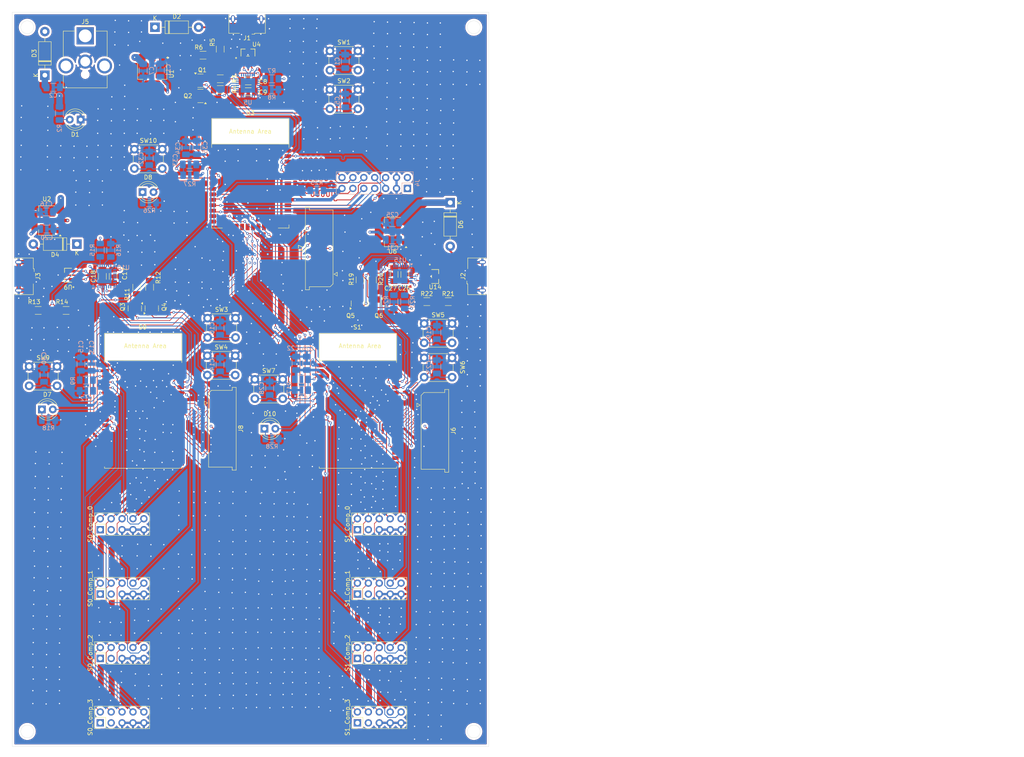
<source format=kicad_pcb>
(kicad_pcb (version 20241229) (generator "pcbnew") (generator_version "9.0")
  (layers (0 "F.Cu" signal) (4 "In1.Cu" power) (6 "In2.Cu" power) (2 "B.Cu" signal) (13 "F.Paste" user) (15 "B.Paste" user) (5 "F.SilkS" user "F.Silkscreen") (7 "B.SilkS" user "B.Silkscreen") (1 "F.Mask" user) (3 "B.Mask" user) (25 "Edge.Cuts" user))
  (net 0 "")
  (net 1 "GND")
  (net 2 "N_EN")
  (net 3 "EXT_5V")
  (net 4 "N_VDD33")
  (net 5 "N_IO0")
  (net 6 "S0_EN")
  (net 7 "S0_VDD33")
  (net 8 "S0_IO0")
  (net 9 "S1_EN")
  (net 10 "S1_VDD33")
  (net 11 "S1_IO0")
  (net 12 "Net-(S1-GPIO34{slash}ADC1_CH6)")
  (net 13 "Net-(U3-GPIO34{slash}ADC1_CH6)")
  (net 14 "Net-(S0-GPIO34{slash}ADC1_CH6)")
  (net 15 "Net-(D1-A)")
  (net 16 "N_VBUS")
  (net 17 "Net-(D3-A)")
  (net 18 "S0_VBUS")
  (net 19 "Net-(D8-A)")
  (net 20 "Net-(D8-K)")
  (net 21 "S1_VBUS")
  (net 22 "Net-(D7-A)")
  (net 23 "Net-(D7-K)")
  (net 24 "Net-(D10-K)")
  (net 25 "Net-(D10-A)")
  (net 27 "Net-(J1-D-)")
  (net 28 "Net-(J1-D+)")
  (net 29 "Net-(J2-D-)")
  (net 30 "Net-(J2-D+)")
  (net 33 "Net-(J3-D-)")
  (net 34 "Net-(J3-D+)")
  (net 35 "TX_EN")
  (net 36 "MDIO")
  (net 37 "TX0")
  (net 38 "RX0")
  (net 39 "MDC")
  (net 40 "TX1")
  (net 41 "CRS")
  (net 42 "RX1")
  (net 43 "PHY_POWER")
  (net 44 "S1_SCLK")
  (net 45 "S1_MOSI")
  (net 47 "S1_CS_SD")
  (net 48 "S1_MISO")
  (net 50 "N_SCLK")
  (net 51 "N_MOSI")
  (net 52 "N_MISO")
  (net 53 "N_CS_SD")
  (net 54 "S0_CS_SD")
  (net 55 "S0_MISO")
  (net 56 "S0_SCLK")
  (net 57 "S0_MOSI")
  (net 59 "N_HS_0")
  (net 60 "N_RX")
  (net 61 "N_CS_0")
  (net 62 "RXCLK")
  (net 63 "N_HS_1")
  (net 64 "N_CS_1")
  (net 65 "N_TX")
  (net 66 "N_RTS")
  (net 67 "Net-(Q1-B)")
  (net 68 "N_DTR")
  (net 69 "Net-(Q2-B)")
  (net 70 "S0_RTS")
  (net 71 "Net-(Q3-B)")
  (net 72 "Net-(Q4-B)")
  (net 73 "S0_DTR")
  (net 74 "S1_RTS")
  (net 75 "Net-(Q5-B)")
  (net 76 "Net-(Q6-B)")
  (net 77 "S1_DTR")
  (net 78 "Net-(U5-VBUS)")
  (net 79 "Net-(U5-~{RST})")
  (net 80 "Net-(U5-~{SUSPEND})")
  (net 81 "Net-(U10-VBUS)")
  (net 82 "Net-(U10-~{RST})")
  (net 83 "Net-(U10-~{SUSPEND})")
  (net 84 "Net-(U15-VBUS)")
  (net 85 "Net-(U15-~{RST})")
  (net 86 "Net-(U15-~{SUSPEND})")
  (net 87 "S0_CS_2")
  (net 88 "S0_HS_1")
  (net 89 "S0_CS_0")
  (net 90 "S0_HS_3")
  (net 92 "S0_HS_2")
  (net 93 "S0_CS_1")
  (net 94 "S0_TX")
  (net 96 "S0_CS_3")
  (net 97 "S0_HS_0")
  (net 98 "S0_RX")
  (net 99 "S1_HS_0")
  (net 100 "S1_RX")
  (net 101 "S1_CS_2")
  (net 102 "S1_HS_1")
  (net 103 "S1_HS_3")
  (net 105 "S1_CS_0")
  (net 106 "S1_HS_2")
  (net 108 "S1_CS_1")
  (net 109 "S1_TX")
  (net 110 "S1_CS_3")
  (footprint "Package_TO_SOT_SMD:SOT-223-3_TabPin2" (layer "F.Cu") (at 69.1 34.2125 -90)
    (property "Reference" "U1")
    (property "Value" "AMS1117-3.3")
  )
  (footprint "Button_Switch_THT:SW_PUSH_6mm" (layer "F.Cu") (at 110.5 38.5)
    (property "Reference" "SW2")
    (property "Value" "SW_Push")
  )
  (footprint "Resistor_SMD:R_1206_3216Metric_Pad1.30x1.75mm_HandSolder" (layer "F.Cu") (at 65.5 84.55 -90)
    (property "Reference" "R11")
    (property "Value" "10k")
  )
  (footprint "Resistor_SMD:R_1206_3216Metric_Pad1.30x1.75mm_HandSolder" (layer "F.Cu") (at 120.38405 82.825 -90)
    (property "Reference" "R20")
    (property "Value" "10k")
  )
  (footprint "Diode_THT:D_DO-41_SOD81_P10.16mm_Horizontal" (layer "F.Cu") (at 138.5 64.84 -90)
    (property "Reference" "D6")
    (property "Value" "1N5819")
  )
  (footprint "Button_Switch_THT:SW_PUSH_6mm" (layer "F.Cu") (at 40.44 103)
    (property "Reference" "SW9")
    (property "Value" "SW_Push")
  )
  (footprint "LED_THT:LED_D4.0mm" (layer "F.Cu") (at 43.4 113)
    (property "Reference" "D7")
    (property "Value" "Blue LED")
  )
  (footprint "Resistor_SMD:R_1206_3216Metric_Pad1.30x1.75mm_HandSolder" (layer "F.Cu") (at 84.95 38.5 180)
    (property "Reference" "R4")
    (property "Value" "10k")
  )
  (footprint "Diode_THT:D_DO-41_SOD81_P10.16mm_Horizontal" (layer "F.Cu") (at 51.56 74.5 180)
    (property "Reference" "D4")
    (property "Value" "1N5819")
  )
  (footprint "Diode_SMD:SOT23_NXP-M" (layer "F.Cu") (at 134.996 82.0475 -90)
    (property "Reference" "U14")
    (property "Value" "PESD5V0L2BT")
  )
  (footprint "Resistor_SMD:R_1206_3216Metric_Pad1.30x1.75mm_HandSolder" (layer "F.Cu") (at 84.95 36 180)
    (property "Reference" "R3")
    (property "Value" "10k")
  )
  (footprint "Package_TO_SOT_SMD:SOT-23" (layer "F.Cu") (at 117 88.3375 90)
    (property "Reference" "Q5")
    (property "Value" "SS8050")
  )
  (footprint "Diode_THT:D_DO-41_SOD81_P10.16mm_Horizontal" (layer "F.Cu") (at 69.74 24)
    (property "Reference" "D2")
    (property "Value" "1N5819")
  )
  (footprint "Capacitor_SMD:C_1206_3216Metric_Pad1.33x1.80mm_HandSolder" (layer "F.Cu") (at 91.4625 36.5 180)
    (property "Reference" "C8")
    (property "Value" "0.1uF")
  )
  (footprint "Connector_PinHeader_2.54mm:PinHeader_2x05_P2.54mm_Vertical" (layer "F.Cu") (at 57 141 90)
    (property "Reference" "S0_Comp_0")
    (property "Value" "Conn_02x05_Odd_Even")
  )
  (footprint "Resistor_SMD:R_1206_3216Metric_Pad1.30x1.75mm_HandSolder" (layer "F.Cu") (at 133.05 87.9)
    (property "Reference" "R22")
    (property "Value" "47.5k")
  )
  (footprint "Connector_PinHeader_2.54mm:PinHeader_2x05_P2.54mm_Vertical" (layer "F.Cu") (at 116.9 171 90)
    (property "Reference" "S1_Comp_2")
    (property "Value" "Conn_02x05_Odd_Even")
  )
  (footprint "Connector_Samtec_MicroPower:Samtec_UMPS-07-XX.X-X-V-S_1x07_P2.0mm_Socket" (layer "F.Cu") (at 108 75.5 90)
    (property "Reference" "J7")
    (property "Value" "N_Micro_SD_Card")
  )
  (footprint "Connector_USB:USB_Micro-B_Amphenol_10118193-0002LF_Horizontal" (layer "F.Cu") (at 38 82 -90)
    (property "Reference" "J3")
    (property "Value" "USB_B_Micro")
  )
  (footprint "Button_Switch_THT:SW_PUSH_6mm" (layer "F.Cu") (at 110.5 29.5)
    (property "Reference" "SW1")
    (property "Value" "SW_Push")
  )
  (footprint "Package_TO_SOT_SMD:SOT-23" (layer "F.Cu") (at 69 89.4625 90)
    (property "Reference" "Q3")
    (property "Value" "SS8050")
  )
  (footprint "Resistor_SMD:R_1206_3216Metric_Pad1.30x1.75mm_HandSolder" (layer "F.Cu") (at 80.94 30.5)
    (property "Reference" "R6")
    (property "Value" "47.5k")
  )
  (footprint "Resistor_SMD:R_1206_3216Metric_Pad1.30x1.75mm_HandSolder" (layer "F.Cu") (at 49.05 89.95 180)
    (property "Reference" "R14")
    (property "Value" "47.5k")
  )
  (footprint "Connector_PinHeader_2.54mm:PinHeader_2x05_P2.54mm_Vertical" (layer "F.Cu") (at 116.9 186 90)
    (property "Reference" "S1_Comp_3")
    (property "Value" "Conn_02x05_Odd_Even")
  )
  (footprint "PCM_Espressif:ESP32-WROVER-E" (layer "F.Cu") (at 67 111)
    (property "Reference" "S0")
    (property "Value" "ESP32-WROVER-E")
  )
  (footprint "Diode_SMD:SOT23_NXP-M" (layer "F.Cu") (at 49.504 81.7475 90)
    (property "Reference" "U9")
    (property "Value" "PESD5V0L2BT")
  )
  (footprint "Connector_PinHeader_2.54mm:PinHeader_2x05_P2.54mm_Vertical" (layer "F.Cu") (at 116.9 141 90)
    (property "Reference" "S1_Comp_0")
    (property "Value" "Conn_02x05_Odd_Even")
  )
  (footprint "LED_THT:LED_D4.0mm" (layer "F.Cu") (at 66.86 62.4)
    (property "Reference" "D8")
    (property "Value" "Blue LED")
  )
  (footprint "Resistor_SMD:R_1206_3216Metric_Pad1.30x1.75mm_HandSolder" (layer "F.Cu") (at 68.5 84.55 -90)
    (property "Reference" "R12")
    (property "Value" "10k")
  )
  (footprint "Connector_PinHeader_2.54mm:PinHeader_2x05_P2.54mm_Vertical" (layer "F.Cu") (at 57 156 90)
    (property "Reference" "S0_Comp_1")
    (property "Value" "Conn_02x05_Odd_Even")
  )
  (footprint "Button_Switch_THT:SW_PUSH_6mm" (layer "F.Cu") (at 64.95 52.4)
    (property "Reference" "SW10")
    (property "Value" "SW_Push")
  )
  (footprint "Button_Switch_THT:SW_PUSH_6mm" (layer "F.Cu") (at 81.94 100.5)
    (property "Reference" "SW4")
    (property "Value" "SW_Push")
  )
  (footprint "Button_Switch_THT:SW_PUSH_6mm" (layer "F.Cu") (at 82 91.75)
    (property "Reference" "SW3")
    (property "Value" "SW_Push")
  )
  (footprint "Button_Switch_THT:SW_PUSH_6mm" (layer "F.Cu") (at 132.44 93)
    (property "Reference" "SW5")
    (property "Value" "SW_Push")
  )
  (footprint "Capacitor_SMD:C_1206_3216Metric_Pad1.33x1.80mm_HandSolder" (layer "F.Cu") (at 127.93405 81.5625 90)
    (property "Reference" "C26")
    (property "Value" "0.1uF")
  )
  (footprint "Package_TO_SOT_SMD:SOT-23" (layer "F.Cu") (at 120.88405 88.3375 -90)
    (property "Reference" "Q6")
    (property "Value" "SS8050")
  )
  (footprint "Resistor_SMD:R_1206_3216Metric_Pad1.30x1.75mm_HandSolder" (layer "F.Cu") (at 42.55 89.95 180)
    (property "Reference" "R13")
    (property "Value" "22.1k")
  )
  (footprint "Diode_THT:D_DO-41_SOD81_P10.16mm_Horizontal" (layer "F.Cu") (at 44.1 35.16 90)
    (property "Reference" "D3")
    (property "Value" "1N5819")
  )
  (footprint "Connector_PinHeader_2.54mm:PinHeader_2x05_P2.54mm_Vertical" (layer "F.Cu") (at 57 171 90)
    (property "Reference" "S0_Comp_2")
    (property "Value" "Conn_02x05_Odd_Even")
  )
  (footprint "Resistor_SMD:R_1206_3216Metric_Pad1.30x1.75mm_HandSolder" (layer "F.Cu") (at 117.5 82.825 -90)
    (property "Reference" "R19")
    (property "Value" "10k")
  )
  (footprint "LED_THT:LED_D4.0mm" (layer "F.Cu") (at 52.44 45.5 180)
    (property "Reference" "D1")
    (property "Value" "RED LED")
  )
  (footprint "PCM_Espressif:ESP32-WROVER-E" (layer "F.Cu") (at 117 111)
    (property "Reference" "S1")
    (property "Value" "ESP32-WROVER-E")
  )
  (footprint "Capacitor_SMD:C_1206_3216Metric_Pad1.33x1.80mm_HandSolder" (layer "F.Cu") (at 60 82.0125 -90)
    (property "Reference" "C18")
    (property "Value" "10uF")
  )
  (footprint "Button_Switch_THT:SW_PUSH_6mm" (layer "F.Cu") (at 132.44 101)
    (property "Reference" "SW6")
    (property "Value" "SW_Push")
  )
  (footprint "Button_Switch_THT:SW_PUSH_6mm" (layer "F.Cu") (at 93 106)
    (property "Reference" "SW7")
    (property "Value" "SW_Push")
  )
  (footprint "LED_THT:LED_D4.0mm" (layer "F.Cu") (at 95.23 117.5)
    (property "Reference" "D10")
    (property "Value" "Blue LED")
  )
  (footprint "Package_TO_SOT_SMD:SOT-223-3_TabPin2" (layer "F.Cu") (at 44.55 69 180)
    (property "Reference" "U2")
    (property "Value" "AMS1117-3.3")
  )
  (footprint "Package_TO_SOT_SMD:SOT-23" (layer "F.Cu") (at 80.3375 36.45)
    (property "Reference" "Q1")
    (property "Value" "SS8050")
  )
  (footprint "Connector_PinHeader_2.54mm:PinHeader_2x05_P2.54mm_Vertical" (layer "F.Cu") (at 116.9 156 90)
    (property "Reference" "S1_Comp_1")
    (property "Value" "Conn_02x05_Odd_Even")
  )
  (footprint "Resistor_SMD:R_1206_3216Metric_Pad1.30x1.75mm_HandSolder" (layer "F.Cu") (at 84.94 29.0975 90)
    (property "Reference" "R5")
    (property "Value" "22.1k")
  )
  (footprint "Connector_Samtec_MicroPower:Samtec_UMPS-07-XX.X-X-V-S_1x07_P2.0mm_Socket" (layer "F.Cu") (at 85.44 117.5 -90)
    (property "Reference" "J8")
    (property "Value" "S0_Micro_SD_Card")
  )
  (footprint "Resistor_SMD:R_1206_3216Metric_Pad1.30x1.75mm_HandSolder" (layer "F.Cu") (at 138.05 87.9)
    (property "Reference" "R21")
    (property "Value" "22.1k")
  )
  (footprint "Capacitor_SMD:C_1206_3216Metric_Pad1.33x1.80mm_HandSolder" (layer "F.Cu") (at 91.4625 39 180)
    (property "Reference" "C9")
    (property "Value" "10uF")
  )
  (footprint "Capacitor_SMD:C_1206_3216Metric_Pad1.33x1.80mm_HandSolder" (layer "F.Cu") (at 57.5 82.0125 -90)
    (property "Reference" "C17")
    (property "Value" "0.1uF")
  )
  (footprint "Package_TO_SOT_SMD:SOT-23" (layer "F.Cu") (at 80.3375 40 180)
    (property "Reference" "Q2")
    (property "Value" "SS8050")
  )
  (footprint "Connector_USB:USB_Micro-B_Amphenol_10118193-0002LF_Horizontal" (layer "F.Cu") (at 146 82 90)
    (property "Reference" "J2")
    (property "Value" "USB_B_Micro")
  )
  (footprint "Connector_BarrelJack:BarrelJack_CUI_PJ-063AH_Horizontal_CircularHoles" (layer "F.Cu") (at 53.5 26)
    (property "Reference" "J5")
    (property "Value" "Barrel_Jack")
  )
  (footprint "Capacitor_SMD:C_1206_3216Metric_Pad1.33x1.80mm_HandSolder" (layer "F.Cu") (at 125.43405 81.5625 90)
    (property "Reference" "C27")
    (property "Value" "10uF")
  )
  (footprint "PCM_Espressif:ESP32-WROOM-32E" (layer "F.Cu") (at 91.95 59.76)
    (property "Reference" "U3")
    (property "Value" "ESP32-WROOM-E")
  )
  (footprint "Diode_SMD:SOT23_NXP-M" (layer "F.Cu") (at 91.4 29.89805)
    (property "Reference" "U4")
    (property "Value" "PESD5V0L2BT")
  )
  (footprint "Package_TO_SOT_SMD:SOT-23" (layer "F.Cu") (at 65.05 89.4625 -90)
    (property "Reference" "Q4")
    (property "Value" "SS8050")
  )
  (footprint "Connector_USB:USB_Micro-B_Amphenol_10118193-0002LF_Horizontal" (layer "F.Cu") (at 91.2 22 180)
    (property "Reference" "J1")
    (property "Value" "USB_B_Micro")
  )
  (footprint "Connector_Samtec_MicroPower:Samtec_UMPS-07-XX.X-X-V-S_1x07_P2.0mm_Socket" (layer "F.Cu") (at 134.94 118 -90)
    (property "Reference" "J6")
    (property "Value" "S1_Micro_SD_Card")
  )
  (footprint "Connector_PinHeader_2.54mm:PinHeader_2x05_P2.54mm_Vertical" (layer "F.Cu") (at 57 186 90)
    (property "Reference" "S0_Comp_3")
    (property "Value" "Conn_02x05_Odd_Even")
  )
  (footprint "Package_TO_SOT_SMD:SOT-223-3_TabPin2" (layer "F.Cu") (at 125.09 71.7 180)
    (property "Reference" "U6")
    (property "Value" "AMS1117-3.3")
  )
  (footprint "Capacitor_SMD:C_1206_3216Metric_Pad1.33x1.80mm_HandSolder" (layer "B.Cu") (at 135.4 95.0625 -90)
    (property "Reference" "C19")
    (property "Value" "0.1uF")
  )
  (footprint "Resistor_SMD:R_1206_3216Metric_Pad1.30x1.75mm_HandSolder" (layer "B.Cu") (at 53.75 106.175)
    (property "Reference" "R9")
    (property "Value" "10k")
  )
  (footprint "Package_DFN_QFN:QFN-28-1EP_5x5mm_P0.5mm_EP3.35x3.35mm" (layer "B.Cu") (at 126.88405 82 180)
    (property "Reference" "U15")
    (property "Value" "CP2102N-Axx-xQFN28")
  )
  (footprint "Resistor_SMD:R_1206_3216Metric_Pad1.30x1.75mm_HandSolder" (layer "B.Cu") (at 96.95 36 180)
    (property "Reference" "R7")
    (property "Value" "2k")
  )
  (footprint "Capacitor_SMD:C_1206_3216Metric_Pad1.33x1.80mm_HandSolder" (layer "B.Cu") (at 55 102.4375 90)
    (property "Reference" "C13")
    (property "Value" "22uF")
  )
  (footprint "Capacitor_SMD:C_1206_3216Metric_Pad1.33x1.80mm_HandSolder" (layer "B.Cu") (at 53.7625 108.675)
    (property "Reference" "C12")
    (property "Value" "0.1uF")
  )
  (footprint "Capacitor_SMD:C_1206_3216Metric_Pad1.33x1.80mm_HandSolder" (layer "B.Cu") (at 84.9 94.0625 -90)
    (property "Reference" "C10")
    (property "Value" "0.1uF")
  )
  (footprint "Package_DFN_QFN:QFN-28-1EP_5x5mm_P0.5mm_EP3.35x3.35mm" (layer "B.Cu") (at 57.95 81.95)
    (property "Reference" "U10")
    (property "Value" "CP2102N-Axx-xQFN28")
  )
  (footprint "Capacitor_SMD:C_1206_3216Metric_Pad1.33x1.80mm_HandSolder" (layer "B.Cu") (at 67 34.125 -90)
    (property "Reference" "C7")
    (property "Value" "22uF")
  )
  (footprint "Resistor_SMD:R_1206_3216Metric_Pad1.30x1.75mm_HandSolder" (layer "B.Cu") (at 125.39405 87.95 -90)
    (property "Reference" "R24")
    (property "Value" "10k")
  )
  (footprint "Resistor_SMD:R_1206_3216Metric_Pad1.30x1.75mm_HandSolder" (layer "B.Cu") (at 59.45 75.95 90)
    (property "Reference" "R16")
    (property "Value" "10k")
  )
  (footprint "Capacitor_SMD:C_1206_3216Metric_Pad1.33x1.80mm_HandSolder" (layer "B.Cu") (at 52.5 102.4375 90)
    (property "Reference" "C15")
    (property "Value" "0.1uF")
  )
  (footprint "Capacitor_SMD:C_1206_3216Metric_Pad1.33x1.80mm_HandSolder" (layer "B.Cu") (at 105.1 102.2625 90)
    (property "Reference" "C24")
    (property "Value" "0.1uF")
  )
  (footprint "Capacitor_SMD:C_1206_3216Metric_Pad1.33x1.80mm_HandSolder" (layer "B.Cu") (at 103.8625 108.5)
    (property "Reference" "C21")
    (property "Value" "0.1uF")
  )
  (footprint "Resistor_SMD:R_1206_3216Metric_Pad1.30x1.75mm_HandSolder" (layer "B.Cu") (at 97 119.8)
    (property "Reference" "R28")
    (property "Value" "360")
  )
  (footprint "Package_DFN_QFN:QFN-28-1EP_5x5mm_P0.5mm_EP3.35x3.35mm" (layer "B.Cu") (at 91.4 37.55 -90)
    (property "Reference" "U5")
    (property "Value" "CP2102N-Axx-xQFN28")
  )
  (footprint "Resistor_SMD:R_1206_3216Metric_Pad1.30x1.75mm_HandSolder" (layer "B.Cu") (at 103.85 106)
    (property "Reference" "R17")
    (property "Value" "10k")
  )
  (footprint "Capacitor_SMD:C_1206_3216Metric_Pad1.33x1.80mm_HandSolder" (layer "B.Cu") (at 125.0625 73.5)
    (property "Reference" "C31")
    (property "Value" "22uF")
  )
  (footprint "Capacitor_SMD:C_1206_3216Metric_Pad1.33x1.80mm_HandSolder" (layer "B.Cu") (at 68.4 54.5125 -90)
    (property "Reference" "C32")
    (property "Value" "0.1uF")
  )
  (footprint "Capacitor_SMD:C_1206_3216Metric_Pad1.33x1.80mm_HandSolder" (layer "B.Cu") (at 114.06 31.9375 -90)
    (property "Reference" "C1")
    (property "Value" "0.1uF")
  )
  (footprint "Capacitor_SMD:C_1206_3216Metric_Pad1.33x1.80mm_HandSolder" (layer "B.Cu") (at 44.4375 67 180)
    (property "Reference" "C16")
    (property "Value" "22uF")
  )
  (footprint "Capacitor_SMD:C_1206_3216Metric_Pad1.33x1.80mm_HandSolder" (layer "B.Cu") (at 43.9 105 -90)
    (property "Reference" "C30")
    (property "Value" "0.1uF")
  )
  (footprint "Resistor_SMD:R_1206_3216Metric_Pad1.30x1.75mm_HandSolder" (layer "B.Cu") (at 47.5 44.05 -90)
    (property "Reference" "R2")
    (property "Value" "360")
  )
  (footprint "Capacitor_SMD:C_1206_3216Metric_Pad1.33x1.80mm_HandSolder" (layer "B.Cu") (at 84.9 102.5625 -90)
    (property "Reference" "C14")
    (property "Value" "0.1uF")
  )
  (footprint "Resistor_SMD:R_1206_3216Metric_Pad1.30x1.75mm_HandSolder" (layer "B.Cu") (at 107.45 62 180)
    (property "Reference" "R25")
    (property "Value" "4.7k")
  )
  (footprint "Resistor_SMD:R_1206_3216Metric_Pad1.30x1.75mm_HandSolder" (layer "B.Cu") (at 96.95 38.5)
    (property "Reference" "R8")
    (property "Value" "10k")
  )
  (footprint "Resistor_SMD:R_1206_3216Metric_Pad1.30x1.75mm_HandSolder" (layer "B.Cu") (at 44.95 115.5)
    (property "Reference" "R18")
    (property "Value" "360")
  )
  (footprint "Capacitor_SMD:C_1206_3216Metric_Pad1.33x1.80mm_HandSolder" (layer "B.Cu") (at 135.4 103.0625 -90)
    (property "Reference" "C23")
    (property "Value" "0.1uF")
  )
  (footprint "Capacitor_SMD:C_1206_3216Metric_Pad1.33x1.80mm_HandSolder" (layer "B.Cu") (at 79.5 52.0125 90)
    (property "Reference" "C35")
    (property "Value" "0.1uF")
  )
  (footprint "Capacitor_SMD:C_1206_3216Metric_Pad1.33x1.80mm_HandSolder" (layer "B.Cu") (at 114.06 41.0625 -90)
    (property "Reference" "C5")
    (property "Value" "0.1uF")
  )
  (footprint "Capacitor_SMD:C_1206_3216Metric_Pad1.33x1.80mm_HandSolder" (layer "B.Cu") (at 77.8 55.95 180)
    (property "Reference" "C33")
    (property "Value" "0.1uF")
  )
  (footprint "Capacitor_SMD:C_1206_3216Metric_Pad1.33x1.80mm_HandSolder" (layer "B.Cu") (at 125.0625 69.5 180)
    (property "Reference" "C25")
    (property "Value" "22uF")
  )
  (footprint "Capacitor_SMD:C_1206_3216Metric_Pad1.33x1.80mm_HandSolder" (layer "B.Cu") (at 71 34 90)
    (property "Reference" "C11")
    (property "Value" "22uF")
  )
  (footprint "Resistor_SMD:R_1206_3216Metric_Pad1.30x1.75mm_HandSolder" (layer "B.Cu") (at 68.45 64.85)
    (property "Reference" "R26")
    (property "Value" "360")
  )
  (footprint "Connector_PinHeader_2.54mm:PinHeader_2x07_P2.54mm_Vertical" (layer "B.Cu") (at 128.54 61.54 90)
    (property "Reference" "J4")
    (property "Value" "Conn_02x07_Odd_Even")
  )
  (footprint "Capacitor_SMD:C_1206_3216Metric_Pad1.33x1.80mm_HandSolder" (layer "B.Cu") (at 44.5625 71)
    (property "Reference" "C20")
    (property "Value" "22uF")
  )
  (footprint "Capacitor_SMD:C_1206_3216Metric_Pad1.33x1.80mm_HandSolder" (layer "B.Cu") (at 96.46 108.0625 -90)
    (property "Reference" "C28")
    (property "Value" "0.1uF")
  )
  (footprint "Resistor_SMD:R_1206_3216Metric_Pad1.30x1.75mm_HandSolder" (layer "B.Cu") (at 127.89405 87.95 90)
    (property "Reference" "R23")
    (property "Value" "2k")
  )
  (footprint "Capacitor_SMD:C_1206_3216Metric_Pad1.33x1.80mm_HandSolder" (layer "B.Cu") (at 76.95 52.0625 90)
    (property "Reference" "C34")
    (property "Value" "22uF")
  )
  (footprint "Capacitor_SMD:C_1206_3216Metric_Pad1.33x1.80mm_HandSolder" (layer "B.Cu") (at 46.0375 38)
    (property "Reference" "C2")
    (property "Value" "10uF")
  )
  (footprint "Resistor_SMD:R_1206_3216Metric_Pad1.30x1.75mm_HandSolder" (layer "B.Cu") (at 77.85 58.45 180)
    (property "Reference" "R27")
    (property "Value" "10k")
  )
  (footprint "Resistor_SMD:R_1206_3216Metric_Pad1.30x1.75mm_HandSolder" (layer "B.Cu") (at 57 75.9 -90)
    (property "Reference" "R15")
    (property "Value" "2k")
  )
  (footprint "Capacitor_SMD:C_1206_3216Metric_Pad1.33x1.80mm_HandSolder" (layer "B.Cu") (at 102.6 102.2625 90)
    (property "Reference" "C22")
    (property "Value" "22uF")
  )
  (gr_rect (start 36.5 20.5) (end 147.5 191.5) (stroke (width 0.05)) (fill no) (layer "Edge.Cuts"))
  (gr_circle (center 40 24) (end 40 22.5) (stroke (width 0.05)) (fill no) (layer "Edge.Cuts"))
  (gr_circle (center 144 24) (end 144 22.5) (stroke (width 0.05)) (fill no) (layer "Edge.Cuts"))
  (gr_circle (center 40 188) (end 40 189.5) (stroke (width 0.05)) (fill no) (layer "Edge.Cuts"))
  (gr_circle (center 144 188) (end 144 189.5) (stroke (width 0.05)) (fill no) (layer "Edge.Cuts"))
  (segment (start 124.345 102.745) (end 124.3 102.7) (width 0.2) (layer "F.Cu") (net 1))
  (segment (start 85.44 121.5) (end 83.1 121.5) (width 0.2) (layer "F.Cu") (net 1))
  (segment (start 38 78.7) (end 40.35 78.7) (width 1) (layer "F.Cu") (net 1))
  (segment (start 127.93405 80) (end 127.93405 79.36595) (width 0.2) (layer "F.Cu") (net 1))
  (segment (start 109.655 102.745) (end 109.7 102.7) (width 0.2) (layer "F.Cu") (net 1))
  (segment (start 59.475 120.525) (end 59.6 120.4) (width 0.2) (layer "F.Cu") (net 1))
  (segment (start 58.25 120.525) (end 59.475 120.525) (width 0.2) (layer "F.Cu") (net 1))
  (segment (start 83.1 121.5) (end 82.8 121.2) (width 0.2) (layer "F.Cu") (net 1))
  (segment (start 64.1 110.54) (end 66.9 110.54) (width 3) (layer "F.Cu") (net 1))
  (segment (start 94.4 24.45) (end 94.4 25.6) (width 0.2) (layer "F.Cu") (net 1))
  (segment (start 146 80.8) (end 146 83.2) (width 0.6) (layer "F.Cu") (net 1))
  (segment (start 38 78.7) (end 38 80.8) (width 1) (layer "F.Cu") (net 1))
  (segment (start 57.505 102) (end 58.25 102.745) (width 0.6) (layer "F.Cu") (net 1))
  (segment (start 135.89405 82.0475) (end 134.0475 82.0475) (width 0.2) (layer "F.Cu") (net 1))
  (segment (start 74.045 102.745) (end 74 102.7) (width 0.2) (layer "F.Cu") (net 1))
  (segment (start 125.75 102.745) (end 124.345 102.745) (width 0.2) (layer "F.Cu") (net 1))
  (segment (start 48.60595 81.7475) (end 47.2475 81.7475) (width 0.2) (layer "F.Cu") (net 1))
  (segment (start 114.1 109.145) (end 114.095 109.14) (width 0.2) (layer "F.Cu") (net 1))
  (segment (start 38 80.8) (end 38 83.2) (width 1) (layer "F.Cu") (net 1))
  (segment (start 60 83.575) (end 61.425 83.575) (width 0.2) (layer "F.Cu") (net 1))
  (segment (start 108 71.5) (end 106.1 71.5) (width 0.2) (layer "F.Cu") (net 1))
  (segment (start 38 83.2) (end 38 85.3) (width 1) (layer "F.Cu") (net 1))
  (segment (start 130.4 87.9) (end 130.3 88) (width 0.2) (layer "F.Cu") (net 1))
  (segment (start 64.1 111.94) (end 66.9 111.94) (width 3) (layer "F.Cu") (net 1))
  (segment (start 145.9 78.8) (end 146 78.7) (width 0.2) (layer "F.Cu") (net 1))
  (segment (start 89.1 60.54) (end 91.9 60.54) (width 3) (layer "F.Cu") (net 1))
  (segment (start 116.9 111.94) (end 116.94 111.94) (width 0.2) (layer "F.Cu") (net 1))
  (segment (start 78.2 30.5) (end 78.1 30.6) (width 0.2) (layer "F.Cu") (net 1))
  (segment (start 84.455 52.745) (end 84.5 52.7) (width 0.2) (layer "F.Cu") (net 1))
  (segment (start 89.9 39) (end 89.9 36.45603) (width 0.2) (layer "F.Cu") (net 1))
  (segment (start 61.425 83.575) (end 61.7 83.3) (width 0.2) (layer "F.Cu") (net 1))
  (segment (start 143.55 78.8) (end 145.9 78.8) (width 0.6) (layer "F.Cu") (net 1))
  (segment (start 64.1 109.145) (end 64.095 109.14) (width 0.2) (layer "F.Cu") (net 1))
  (segment (start 89.9 36.5) (end 89.9 39) (width 0.6) (layer "F.Cu") (net 1))
  (segment (start 40.35 78.7) (end 40.45 78.8) (width 0.2) (layer "F.Cu") (net 1))
  (segment (start 108.25 120.525) (end 107.225 120.525) (width 0.2) (layer "F.Cu") (net 1))
  (segment (start 146 80.8) (end 146 78.7) (width 0.6) (layer "F.Cu") (net 1))
  (segment (start 89.9 24.675) (end 89.9 25.7) (width 0.2) (layer "F.Cu") (net 1))
  (segment (start 114.1 110.54) (end 116.9 110.54) (width 3) (layer "F.Cu") (net 1))
  (segment (start 79.39 30.5) (end 78.2 30.5) (width 0.2) (layer "F.Cu") (net 1))
  (segment (start 40.675 83.3) (end 42.1 83.3) (width 0.2) (layer "F.Cu") (net 1))
  (segment (start 106.1 71.5) (end 105.4 72.2) (width 0.2) (layer "F.Cu") (net 1))
  (segment (start 143.325 80.7) (end 142 80.7) (width 0.2) (layer "F.Cu") (net 1))
  (segment (start 64.1 111.94) (end 64.06 111.94) (width 0.8) (layer "F.Cu") (net 1))
  (segment (start 50.6 89.95) (end 51.85 89.95) (width 0.2) (layer "F.Cu") (net 1))
  (segment (start 59.545 102.745) (end 59.6 102.8) (width 0.2) (layer "F.Cu") (net 1))
  (segment (start 127.93405 80) (end 125.43405 80) (width 0.2) (layer "F.Cu") (net 1))
  (segment (start 146 83.2) (end 146 85.3) (width 0.6) (layer "F.Cu") (net 1))
  (segment (start 89.095 59.14) (end 89.095 59.095) (width 0.8) (layer "F.Cu") (net 1))
  (segment (start 114.095 109.14) (end 116.9 109.14) (width 3) (layer "F.Cu") (net 1))
  (segment (start 83.25 52.745) (end 84.455 52.745) (width 0.2) (layer "F.Cu") (net 1))
  (segment (start 87.9 22) (end 94.5 22) (width 0.6) (layer "F.Cu") (net 1))
  (segment (start 114.1 111.94) (end 116.9 111.94) (width 3) (layer "F.Cu") (net 1))
  (segment (start 91.4 29) (end 91.4 30.4) (width 0.2) (layer "F.Cu") (net 1))
  (segment (start 89.095 61.935) (end 89.1 61.94) (width 0.8) (layer "F.Cu") (net 1))
  (segment (start 81.925 70.525) (end 81.9 70.5) (width 0.2) (layer "F.Cu") (net 1))
  (segment (start 47.2475 81.7475) (end 47.2 81.7) (width 0.2) (layer "F.Cu") (net 1))
  (segment (start 145.9 85.2) (end 146 85.3) (width 0.2) (layer "F.Cu") (net 1))
  (segment (start 134.94 122) (end 132.8 122) (width 0.2) (layer "F.Cu") (net 1))
  (segment (start 108.25 102.745) (end 109.655 102.745) (width 0.2) (layer "F.Cu") (net 1))
  (segment (start 91.9 59.14) (end 91.9 59.1) (width 0.8) (layer "F.Cu") (net 1))
  (segment (start 56.95 102) (end 57.505 102) (width 0.6) (layer "F.Cu") (net 1))
  (segment (start 143.55 85.2) (end 145.9 85.2) (width 0.6) (layer "F.Cu") (net 1))
  (segment (start 114.095 109.14) (end 114.095 109.095) (width 0.2) (layer "F.Cu") (net 1))
  (segment (start 72.8625 31.0625) (end 72.9 31.1) (width 0.2) (layer "F.Cu") (net 1))
  (segment (start 127.93405 79.36595) (end 129.1 78.2) (width 0.2) (layer "F.Cu") (net 1))
  (segment (start 66.9 109.14) (end 66.9 109.1) (width 0.8) (layer "F.Cu") (net 1))
  (segment (start 89.095 59.14) (end 91.9 59.14) (width 3) (layer "F.Cu") (net 1))
  (segment (start 128.24 74.46) (end 127 75.7) (width 0.6) (layer "F.Cu") (net 1))
  (segment (start 100.75 52.745) (end 99.545 52.745) (width 0.2) (layer "F.Cu") (net 1))
  (segment (start 64.095 109.14) (end 66.9 109.14) (width 3) (layer "F.Cu") (net 1))
  (segment (start 66.9 111.94) (end 66.94 111.94) (width 0.8) (layer "F.Cu") (net 1))
  (segment (start 51.85 89.95) (end 51.9 89.9) (width 0.2) (layer "F.Cu") (net 1))
  (segment (start 116.9 109.14) (end 116.9 109.1) (width 0.2) (layer "F.Cu") (net 1))
  (segment (start 89.1 61.94) (end 91.9 61.94) (width 3) (layer "F.Cu") (net 1))
  (segment (start 40.35 85.3) (end 40.45 85.2) (width 0.2) (layer "F.Cu") (net 1))
  (segment (start 131.5 87.9) (end 130.4 87.9) (width 0.2) (layer "F.Cu") (net 1))
  (segment (start 38 85.3) (end 40.35 85.3) (width 1) (layer "F.Cu") (net 1))
  (segment (start 60 83.575) (end 57.5 83.575) (width 0.2) (layer "F.Cu") (net 1))
  (segment (start 99.545 52.745) (end 99.5 52.7) (width 0.2) (layer "F.Cu") (net 1))
  (segment (start 132.8 122) (end 132.4 121.6) (width 0.2) (layer "F.Cu") (net 1))
  (segment (start 88 24.45) (end 88 25.7) (width 0.2) (layer "F.Cu") (net 1))
  (segment (start 89.9 36.45603) (end 88.471985 35.028015) (width 0.2) (layer "F.Cu") (net 1))
  (segment (start 64.095 109.14) (end 64.095 109.095) (width 0.2) (layer "F.Cu") (net 1))
  (segment (start 47.7 71.3) (end 47.7 72.1) (width 0.6) (layer "F.Cu") (net 1))
  (segment (start 58.25 102.745) (end 59.545 102.745) (width 0.2) (layer "F.Cu") (net 1))
  (segment (start 134.0475 82.0475) (end 134 82) (width 0.2) (layer "F.Cu") (net 1))
  (segment (start 47.7 72.1) (end 46.4 73.4) (width 0.6) (layer "F.Cu") (net 1))
  (segment (start 114.1 111.94) (end 114.06 111.94) (width 0.2) (layer "F.Cu") (net 1))
  (segment (start 75.75 102.745) (end 74.045 102.745) (width 0.2) (layer "F.Cu") (net 1))
  (segment (start 71.4 31.0625) (end 72.8625 31.0625) (width 0.6) (layer "F.Cu") (net 1))
  (segment (start 107.225 120.525) (end 107 120.3) (width 0.2) (layer "F.Cu") (net 1))
  (segment (start 128.24 74) (end 128.24 74.46) (width 0.2) (layer "F.Cu") (net 1))
  (segment (start 64.1 109.145) (end 64.1 109.1) (width 0.2) (layer "F.Cu") (net 1))
  (via (at 142.7 134) (size 0.6) (drill 0.3) (layers "F.Cu" "B.Cu") (net 1))
  (via (at 84.6 155.6) (size 0.6) (drill 0.3) (layers "F.Cu" "B.Cu") (net 1))
  (via (at 90.9 174.3) (size 0.6) (drill 0.3) (layers "F.Cu" "B.Cu") (net 1))
  (via (at 59.4 159.15) (size 0.6) (drill 0.3) (layers "F.Cu" "B.Cu") (net 1))
  (via (at 69.7 79.3) (size 0.6) (drill 0.3) (layers "F.Cu" "B.Cu") (net 1))
  (via (at 88 176.9) (size 0.6) (drill 0.3) (layers "F.Cu" "B.Cu") (net 1))
  (via (at 99.35 78.8) (size 0.6) (drill 0.3) (layers "F.Cu" "B.Cu") (net 1))
  (via (at 136.5 181.2) (size 0.6) (drill 0.3) (layers "F.Cu" "B.Cu") (net 1))
  (via (at 41.4 164.1) (size 0.6) (drill 0.3) (layers "F.Cu" "B.Cu") (net 1))
  (via (at 68.2 162.2) (size 0.6) (drill 0.3) (layers "F.Cu" "B.Cu") (net 1))
  (via (at 145.5 104.9) (size 0.6) (drill 0.3) (layers "F.Cu" "B.Cu") (net 1))
  (via (at 63.2 117.8) (size 0.6) (drill 0.3) (layers "F.Cu" "B.Cu") (net 1))
  (via (at 133.2 31.7) (size 0.6) (drill 0.3) (layers "F.Cu" "B.Cu") (net 1))
  (via (at 100 119.8) (size 0.6) (drill 0.3) (layers "F.Cu" "B.Cu") (net 1))
  (via (at 66.7 73.7) (size 0.6) (drill 0.3) (layers "F.Cu" "B.Cu") (net 1))
  (via (at 84.7 171.3) (size 0.6) (drill 0.3) (layers "F.Cu" "B.Cu") (net 1))
  (via (at 99.15 76.85) (size 0.6) (drill 0.3) (layers "F.Cu" "B.Cu") (net 1))
  (via (at 101.1 100.7) (size 0.6) (drill 0.3) (layers "F.Cu" "B.Cu") (net 1))
  (via (at 130.1 31.6) (size 0.6) (drill 0.3) (layers "F.Cu" "B.Cu") (net 1))
  (via (at 65.1 180.3) (size 0.6) (drill 0.3) (layers "F.Cu" "B.Cu") (net 1))
  (via (at 56.4 119.65) (size 0.6) (drill 0.3) (layers "F.Cu" "B.Cu") (net 1))
  (via (at 108.1 155.9) (size 0.6) (drill 0.3) (layers "F.Cu" "B.Cu") (net 1))
  (via (at 133.1 37.4) (size 0.6) (drill 0.3) (layers "F.Cu" "B.Cu") (net 1))
  (via (at 100 127.5) (size 0.6) (drill 0.3) (layers "F.Cu" "B.Cu") (net 1))
  (via (at 136.4 189.8) (size 0.6) (drill 0.3) (layers "F.Cu" "B.Cu") (net 1))
  (via (at 74.2 66.9) (size 0.6) (drill 0.3) (layers "F.Cu" "B.Cu") (net 1))
  (via (at 127 49) (size 0.6) (drill 0.3) (layers "F.Cu" "B.Cu") (net 1))
  (via (at 94.2 143.7) (size 0.6) (drill 0.3) (layers "F.Cu" "B.Cu") (net 1))
  (via (at 111.8 111.9) (size 0.6) (drill 0.3) (layers "F.Cu" "B.Cu") (net 1))
  (via (at 122.8 136.1) (size 0.6) (drill 0.3) (layers "F.Cu" "B.Cu") (net 1))
  (via (at 145.7 133.9) (size 0.6) (drill 0.3) (layers "F.Cu" "B.Cu") (net 1))
  (via (at 84.8 182.5) (size 0.6) (drill 0.3) (layers "F.Cu" "B.Cu") (net 1))
  (via (at 53.9 98.75) (size 0.6) (drill 0.3) (layers "F.Cu" "B.Cu") (net 1))
  (via (at 145.7 145.4) (size 0.6) (drill 0.3) (layers "F.Cu" "B.Cu") (net 1))
  (via (at 81.4 50.5) (size 0.6) (drill 0.3) (layers "F.Cu" "B.Cu") (net 1))
  (via (at 71.85 127.05) (size 0.6) (drill 0.3) (layers "F.Cu" "B.Cu") (net 1))
  (via (at 130.3 88) (size 0.6) (drill 0.3) (layers "F.Cu" "B.Cu") (net 1))
  (via (at 107.4 24.2) (size 0.6) (drill 0.3) (layers "F.Cu" "B.Cu") (net 1))
  (via (at 108.2 143.8) (size 0.6) (drill 0.3) (layers "F.Cu" "B.Cu") (net 1))
  (via (at 111.4 160) (size 0.6) (drill 0.3) (layers "F.Cu" "B.Cu") (net 1))
  (via (at 122.1 148) (size 0.6) (drill 0.3) (layers "F.Cu" "B.Cu") (net 1))
  (via (at 111.6 152.5) (size 0.6) (drill 0.3) (layers "F.Cu" "B.Cu") (net 1))
  (via (at 84.9 176.8) (size 0.6) (drill 0.3) (layers "F.Cu" "B.Cu") (net 1))
  (via (at 112.85 113.25) (size 0.6) (drill 0.3) (layers "F.Cu" "B.Cu") (net 1))
  (via (at 116.9 177.8) (size 0.6) (drill 0.3) (layers "F.Cu" "B.Cu") (net 1))
  (via (at 87.6 26.8) (size 0.6) (drill 0.3) (layers "F.Cu" "B.Cu") (net 1))
  (via (at 96.4 55) (size 0.6) (drill 0.3) (layers "F.Cu" "B.Cu") (net 1))
  (via (at 90.25 78.9) (size 0.6) (drill 0.3) (layers "F.Cu" "B.Cu") (net 1))
  (via (at 142.4 34.4) (size 0.6) (drill 0.3) (layers "F.Cu" "B.Cu") (net 1))
  (via (at 118.7 121.5) (size 0.6) (drill 0.3) (layers "F.Cu" "B.Cu") (net 1))
  (via (at 90.9 159.3) (size 0.6) (drill 0.3) (layers "F.Cu" "B.Cu") (net 1))
  (via (at 145.4 96.3) (size 0.6) (drill 0.3) (layers "F.Cu" "B.Cu") (net 1))
  (via (at 75.7 27.7) (size 0.6) (drill 0.3) (layers "F.Cu" "B.Cu") (net 1))
  (via (at 59.4 180.8) (size 0.6) (drill 0.3) (layers "F.Cu" "B.Cu") (net 1))
  (via (at 85.55 80.9) (size 0.6) (drill 0.3) (layers "F.Cu" "B.Cu") (net 1))
  (via (at 117.7 122.6) (size 0.6) (drill 0.3) (layers "F.Cu" "B.Cu") (net 1))
  (via (at 60.4 112.4) (size 0.6) (drill 0.3) (layers "F.Cu" "B.Cu") (net 1))
  (via (at 56.4 57.2) (size 0.6) (drill 0.3) (layers "F.Cu" "B.Cu") (net 1))
  (via (at 121.3 128.6) (size 0.6) (drill 0.3) (layers "F.Cu" "B.Cu") (net 1))
  (via (at 89.9 25.7) (size 0.6) (drill 0.3) (layers "F.Cu" "B.Cu") (net 1))
  (via (at 103.65 92.15) (size 0.6) (drill 0.3) (layers "F.Cu" "B.Cu") (net 1))
  (via (at 99.9 168.6) (size 0.6) (drill 0.3) (layers "F.Cu" "B.Cu") (net 1))
  (via (at 103.4 126.4) (size 0.6) (drill 0.3) (layers "F.Cu" "B.Cu") (net 1))
  (via (at 133.7 163.2) (size 0.6) (drill 0.3) (layers "F.Cu" "B.Cu") (net 1))
  (via (at 97.4 138) (size 0.6) (drill 0.3) (layers "F.Cu" "B.Cu") (net 1))
  (via (at 41.4 167.3) (size 0.6) (drill 0.3) (layers "F.Cu" "B.Cu") (net 1))
  (via (at 107.5 53.1) (size 0.6) (drill 0.3) (layers "F.Cu" "B.Cu") (net 1))
  (via (at 108.1 152.9) (size 0.6) (drill 0.3) (layers "F.Cu" "B.Cu") (net 1))
  (via (at 133.7 166.2) (size 0.6) (drill 0.3) (layers "F.Cu" "B.Cu") (net 1))
  (via (at 62.05 147.15) (size 0.6) (drill 0.3) (layers "F.Cu" "B.Cu") (net 1))
  (via (at 115.5 135.4) (size 0.6) (drill 0.3) (layers "F.Cu" "B.Cu") (net 1))
  (via (at 99.5 52.7) (size 0.6) (drill 0.3) (layers "F.Cu" "B.Cu") (net 1))
  (via (at 84.8 168.6) (size 0.6) (drill 0.3) (layers "F.Cu" "B.Cu") (net 1))
  (via (at 109.6 57.2) (size 0.6) (drill 0.3) (layers "F.Cu" "B.Cu") (net 1))
  (via (at 81.4 149.8) (size 0.6) (drill 0.3) (layers "F.Cu" "B.Cu") (net 1))
  (via (at 105.1 150.3) (size 0.6) (drill 0.3) (layers "F.Cu" "B.Cu") (net 1))
  (via (at 139.2 51.6) (size 0.6) (drill 0.3) (layers "F.Cu" "B.Cu") (net 1))
  (via (at 121.2 103.1) (size 0.6) (drill 0.3) (layers "F.Cu" "B.Cu") (net 1))
  (via (at 60.45 113.65) (size 0.6) (drill 0.3) (layers "F.Cu" "B.Cu") (net 1))
  (via (at 94.2 146.7) (size 0.6) (drill 0.3) (layers "F.Cu" "B.Cu") (net 1))
  (via (at 69.7 123) (size 0.6) (drill 0.3) (layers "F.Cu" "B.Cu") (net 1))
  (via (at 100.2 129.3) (size 0.6) (drill 0.3) (layers "F.Cu" "B.Cu") (net 1))
  (via (at 117.1 146.3) (size 0.6) (drill 0.3) (layers "F.Cu" "B.Cu") (net 1))
  (via (at 122.5 108.5) (size 0.6) (drill 0.3) (layers "F.Cu" "B.Cu") (net 1))
  (via (at 97.5 135) (size 0.6) (drill 0.3) (layers "F.Cu" "B.Cu") (net 1))
  (via (at 132.4 121.6) (size 0.6) (drill 0.3) (layers "F.Cu" "B.Cu") (net 1))
  (via (at 142.4 166.4) (size 0.6) (drill 0.3) (layers "F.Cu" "B.Cu") (net 1))
  (via (at 91.4 64.9) (size 0.6) (drill 0.3) (layers "F.Cu" "B.Cu") (net 1))
  (via (at 108 161.8) (size 0.6) (drill 0.3) (layers "F.Cu" "B.Cu") (net 1))
  (via (at 53.9 54.3) (size 0.6) (drill 0.3) (layers "F.Cu" "B.Cu") (net 1))
  (via (at 122.8 131.6) (size 0.6) (drill 0.3) (layers "F.Cu" "B.Cu") (net 1))
  (via (at 66.95 126.9) (size 0.6) (drill 0.3) (layers "F.Cu" "B.Cu") (net 1))
  (via (at 58 136.25) (size 0.6) (drill 0.3) (layers "F.Cu" "B.Cu") (net 1))
  (via (at 61.5 32.8) (size 0.6) (drill 0.3) (layers "F.Cu" "B.Cu") (net 1))
  (via (at 104.4 24.3) (size 0.6) (drill 0.3) (layers "F.Cu" "B.Cu") (net 1))
  (via (at 66.9 113.4) (size 0.6) (drill 0.3) (layers "F.Cu" "B.Cu") (net 1))
  (via (at 44.7 155.3) (size 0.6) (drill 0.3) (layers "F.Cu" "B.Cu") (net 1))
  (via (at 120.5 120) (size 0.6) (drill 0.3) (layers "F.Cu" "B.Cu") (net 1))
  (via (at 99.9 164.9) (size 0.6) (drill 0.3) (layers "F.Cu" "B.Cu") (net 1))
  (via (at 107 120.3) (size 0.6) (drill 0.3) (layers "F.Cu" "B.Cu") (net 1))
  (via (at 74 124.8) (size 0.6) (drill 0.3) (layers "F.Cu" "B.Cu") (net 1))
  (via (at 139.5 151.2) (size 0.6) (drill 0.3) (layers "F.Cu" "B.Cu") (net 1))
  (via (at 78.8 132.2) (size 0.6) (drill 0.3) (layers "F.Cu" "B.Cu") (net 1))
  (via (at 128.5 95.305) (size 0.6) (drill 0.3) (layers "F.Cu" "B.Cu") (net 1))
  (via (at 101.2 22.1) (size 0.6) (drill 0.3) (layers "F.Cu" "B.Cu") (net 1))
  (via (at 92.3 123.7) (size 0.6) (drill 0.3) (layers "F.Cu" "B.Cu") (net 1))
  (via (at 124.3 161.3) (size 0.6) (drill 0.3) (layers "F.Cu" "B.Cu") (net 1))
  (via (at 139.4 175.8) (size 0.6) (drill 0.3) (layers "F.Cu" "B.Cu") (net 1))
  (via (at 81.4 152.4) (size 0.6) (drill 0.3) (layers "F.Cu" "B.Cu") (net 1))
  (via (at 93.9 156) (size 0.6) (drill 0.3) (layers "F.Cu" "B.Cu") (net 1))
  (via (at 108 57.3) (size 0.6) (drill 0.3) (layers "F.Cu" "B.Cu") (net 1))
  (via (at 62.05 150.15) (size 0.6) (drill 0.3) (layers "F.Cu" "B.Cu") (net 1))
  (via (at 145.7 148.6) (size 0.6) (drill 0.3) (layers "F.Cu" "B.Cu") (net 1))
  (via (at 91 182.5) (size 0.6) (drill 0.3) (layers "F.Cu" "B.Cu") (net 1))
  (via (at 137.1 151.2) (size 0.6) (drill 0.3) (layers "F.Cu" "B.Cu") (net 1))
  (via (at 137.1 136.9) (size 0.6) (drill 0.3) (layers "F.Cu" "B.Cu") (net 1))
  (via (at 134.1 148.6) (size 0.6) (drill 0.3) (layers "F.Cu" "B.Cu") (net 1))
  (via (at 126.9 31.3) (size 0.6) (drill 0.3) (layers "F.Cu" "B.Cu") (net 1))
  (via (at 96.9 159.3) (size 0.6) (drill 0.3) (layers "F.Cu" "B.Cu") (net 1))
  (via (at 62.7 40.1) (size 0.6) (drill 0.3) (layers "F.Cu" "B.Cu") (net 1))
  (via (at 95 100.1) (size 0.6) (drill 0.3) (layers "F.Cu" "B.Cu") (net 1))
  (via (at 126 164.9) (size 0.6) (drill 0.3) (layers "F.Cu" "B.Cu") (net 1))
  (via (at 118.2 103.1) (size 0.6) (drill 0.3) (layers "F.Cu" "B.Cu") (net 1))
  (via (at 59.4 174.1) (size 0.6) (drill 0.3) (layers "F.Cu" "B.Cu") (net 1))
  (via (at 85.5 73.9) (size 0.6) (drill 0.3) (layers "F.Cu" "B.Cu") (net 1))
  (via (at 108 159.2) (size 0.6) (drill 0.3) (layers "F.Cu" "B.Cu") (net 1))
  (via (at 145.7 136.9) (size 0.6) (drill 0.3) (layers "F.Cu" "B.Cu") (net 1))
  (via (at 86.95 81.95) (size 0.6) (drill 0.3) (layers "F.Cu" "B.Cu") (net 1))
  (via (at 62.6 48.7) (size 0.6) (drill 0.3) (layers "F.Cu" "B.Cu") (net 1))
  (via (at 65.7 69.5) (size 0.6) (drill 0.3) (layers "F.Cu" "B.Cu") (net 1))
  (via (at 104.1 57.4) (size 0.6) (drill 0.3) (layers "F.Cu" "B.Cu") (net 1))
  (via (at 75.3 168.6) (size 0.6) (drill 0.3) (layers "F.Cu" "B.Cu") (net 1))
  (via (at 136.3 43.4) (size 0.6) (drill 0.3) (layers "F.Cu" "B.Cu") (net 1))
  (via (at 78.5 177) (size 0.6) (drill 0.3) (layers "F.Cu" "B.Cu") (net 1))
  (via (at 133.4 186.9) (size 0.6) (drill 0.3) (layers "F.Cu" "B.Cu") (net 1))
  (via (at 117 148.1) (size 0.6) (drill 0.3) (layers "F.Cu" "B.Cu") (net 1))
  (via (at 75.3 179.6) (size 0.6) (drill 0.3) (layers "F.Cu" "B.Cu") (net 1))
  (via (at 91.1 95) (size 0.6) (drill 0.3) (layers "F.Cu" "B.Cu") (net 1))
  (via (at 106.4 129.3) (size 0.6) (drill 0.3) (layers "F.Cu" "B.Cu") (net 1))
  (via (at 78.1 30.6) (size 0.6) (drill 0.3) (layers "F.Cu" "B.Cu") (net 1))
  (via (at 122.2 160.9) (size 0.6) (drill 0.3) (layers "F.Cu" "B.Cu") (net 1))
  (via (at 133 59.3) (size 0.6) (drill 0.3) (layers "F.Cu" "B.Cu") (net 1))
  (via (at 96.8 74.2) (size 0.6) (drill 0.3) (layers "F.Cu" "B.Cu") (net 1))
  (via (at 120.8 22.7) (size 0.6) (drill 0.3) (layers "F.Cu" "B.Cu") (net 1))
  (via (at 84.7 161.9) (size 0.6) (drill 0.3) (layers "F.Cu" "B.Cu") (net 1))
  (via (at 133 62.3) (size 0.6) (drill 0.3) (layers "F.Cu" "B.Cu") (net 1))
  (via (at 142.4 181.6) (size 0.6) (drill 0.3) (layers "F.Cu" "B.Cu") (net 1))
  (via (at 75.4 159.4) (size 0.6) (drill 0.3) (layers "F.Cu" "B.Cu") (net 1))
  (via (at 130.2 126.5) (size 0.6) (drill 0.3) (layers "F.Cu" "B.Cu") (net 1))
  (via (at 142.6 88.6) (size 0.6) (drill 0.3) (layers "F.Cu" "B.Cu") (net 1))
  (via (at 101.2 27.2) (size 0.6) (drill 0.3) (layers "F.Cu" "B.Cu") (net 1))
  (via (at 87.1 88.05) (size 0.6) (drill 0.3) (layers "F.Cu" "B.Cu") (net 1))
  (via (at 47.5 170) (size 0.6) (drill 0.3) (layers "F.Cu" "B.Cu") (net 1))
  (via (at 91.4 30.4) (size 0.6) (drill 0.3) (layers "F.Cu" "B.Cu") (net 1))
  (via (at 95.4 75.15) (size 0.6) (drill 0.3) (layers "F.Cu" "B.Cu") (net 1))
  (via (at 44.8 45) (size 0.6) (drill 0.3) (layers "F.Cu" "B.Cu") (net 1))
  (via (at 78.3 146.8) (size 0.6) (drill 0.3) (layers "F.Cu" "B.Cu") (net 1))
  (via (at 45.1 123) (size 0.6) (drill 0.3) (layers "F.Cu" "B.Cu") (net 1))
  (via (at 62.6 51.6) (size 0.6) (drill 0.3) (layers "F.Cu" "B.Cu") (net 1))
  (via (at 87.4 28.9) (size 0.6) (drill 0.3) (layers "F.Cu" "B.Cu") (net 1))
  (via (at 68.8 43.1) (size 0.6) (drill 0.3) (layers "F.Cu" "B.Cu") (net 1))
  (via (at 130 49) (size 0.6) (drill 0.3) (layers "F.Cu" "B.Cu") (net 1))
  (via (at 66.6 25.1) (size 0.6) (drill 0.3) (layers "F.Cu" "B.Cu") (net 1))
  (via (at 47.8 149.6) (size 0.6) (drill 0.3) (layers "F.Cu" "B.Cu") (net 1))
  (via (at 141.2 111) (size 0.6) (drill 0.3) (layers "F.Cu" "B.Cu") (net 1))
  (via (at 145.5 163.1) (size 0.6) (drill 0.3) (layers "F.Cu" "B.Cu") (net 1))
  (via (at 111.4 162.7) (size 0.6) (drill 0.3) (layers "F.Cu" "B.Cu") (net 1))
  (via (at 93.7 174.2) (size 0.6) (drill 0.3) (layers "F.Cu" "B.Cu") (net 1))
  (via (at 62.6 54.2) (size 0.6) (drill 0.3) (layers "F.Cu" "B.Cu") (net 1))
  (via (at 142.6 154.3) (size 0.6) (drill 0.3) (layers "F.Cu" "B.Cu") (net 1))
  (via (at 50.9 54.4) (size 0.6) (drill 0.3) (layers "F.Cu" "B.Cu") (net 1))
  (via (at 126.9 36.9) (size 0.6) (drill 0.3) (layers "F.Cu" "B.Cu") (net 1))
  (via (at 119.6 150) (size 0.6) (drill 0.3) (layers "F.Cu" "B.Cu") (net 1))
  (via (at 78.4 152.5) (size 0.6) (drill 0.3) (layers "F.Cu" "B.Cu") (net 1))
  (via (at 94.3 137.9) (size 0.6) (drill 0.3) (layers "F.Cu" "B.Cu") (net 1))
  (via (at 94.55 74.25) (size 0.6) (drill 0.3) (layers "F.Cu" "B.Cu") (net 1))
  (via (at 98 100.1) (size 0.6) (drill 0.3) (layers "F.Cu" "B.Cu") (net 1))
  (via (at 83.5 80.5) (size 0.6) (drill 0.3) (layers "F.Cu" "B.Cu") (net 1))
  (via (at 56.4 48.7) (size 0.6) (drill 0.3) (layers "F.Cu" "B.Cu") (net 1))
  (via (at 81.5 179.6) (size 0.6) (drill 0.3) (layers "F.Cu" "B.Cu") (net 1))
  (via (at 46.4 73.4) (size 0.6) (drill 0.3) (layers "F.Cu" "B.Cu") (net 1))
  (via (at 61.85 165.6) (size 0.6) (drill 0.3) (layers "F.Cu" "B.Cu") (net 1))
  (via (at 112.8 49.8) (size 0.6) (drill 0.3) (layers "F.Cu" "B.Cu") (net 1))
  (via (at 90.9 164.9) (size 0.6) (drill 0.3) (layers "F.Cu" "B.Cu") (net 1))
  (via (at 56.7 174.15) (size 0.6) (drill 0.3) (layers "F.Cu" "B.Cu") (net 1))
  (via (at 133.2 40.6) (size 0.6) (drill 0.3) (layers "F.Cu" "B.Cu") (net 1))
  (via (at 145.4 169) (size 0.6) (drill 0.3) (layers "F.Cu" "B.Cu") (net 1))
  (via (at 74.8 85.4) (size 0.6) (drill 0.3) (layers "F.Cu" "B.Cu") (net 1))
  (via (at 105.3 135.1) (size 0.6) (drill 0.3) (layers "F.Cu" "B.Cu") (net 1))
  (via (at 61.95 176.6) (size 0.6) (drill 0.3) (layers "F.Cu" "B.Cu") (net 1))
  (via (at 139.3 166.3) (size 0.6) (drill 0.3) (layers "F.Cu" "B.Cu") (net 1))
  (via (at 96.8 75.6) (size 0.6) (drill 0.3) (layers "F.Cu" "B.Cu") (net 1))
  (via (at 66.4 103.7) (size 0.6) (drill 0.3) (layers "F.Cu" "B.Cu") (net 1))
  (via (at 139.6 139.7) (size 0.6) (drill 0.3) (layers "F.Cu" "B.Cu") (net 1))
  (via (at 104.9 168.6) (size 0.6) (drill 0.3) (layers "F.Cu" "B.Cu") (net 1))
  (via (at 93.4 179.4) (size 0.6) (drill 0.3) (layers "F.Cu" "B.Cu") (net 1))
  (via (at 78.3 107.9) (size 0.6) (drill 0.3) (layers "F.Cu" "B.Cu") (net 1))
  (via (at 142.7 131.3) (size 0.6) (drill 0.3) (layers "F.Cu" "B.Cu") (net 1))
  (via (at 130.9 136.9) (size 0.6) (drill 0.3) (layers "F.Cu" "B.Cu") (net 1))
  (via (at 56.85 162.5) (size 0.6) (drill 0.3) (layers "F.Cu" "B.Cu") (net 1))
  (via (at 100.15 113.4) (size 0.6) (drill 0.3) (layers "F.Cu" "B.Cu") (net 1))
  (via (at 96.9 168.6) (size 0.6) (drill 0.3) (layers "F.Cu" "B.Cu") (net 1))
  (via (at 123.9 148.2) (size 0.6) (drill 0.3) (layers "F.Cu" "B.Cu") (net 1))
  (via (at 94.45 83) (size 0.6) (drill 0.3) (layers "F.Cu" "B.Cu") (net 1))
  (via (at 84.25 87.4) (size 0.6) (drill 0.3) (layers "F.Cu" "B.Cu") (net 1))
  (via (at 81.9 70.5) (size 0.6) (drill 0.3) (layers "F.Cu" "B.Cu") (net 1))
  (via (at 81.3 27) (size 0.6) (drill 0.3) (layers "F.Cu" "B.Cu") (net 1))
  (via (at 145.5 181.5) (size 0.6) (drill 0.3) (layers "F.Cu" "B.Cu") (net 1))
  (via (at 38 87.1) (size 0.6) (drill 0.3) (layers "F.Cu" "B.Cu") (net 1))
  (via (at 108.2 141.2) (size 0.6) (drill 0.3) (layers "F.Cu" "B.Cu") (net 1))
  (via (at 136.2 37.3) (size 0.6) (drill 0.3) (layers "F.Cu" "B.Cu") (net 1))
  (via (at 126.9 43.1) (size 0.6) (drill 0.3) (layers "F.Cu" "B.Cu") (net 1))
  (via (at 142.5 107.6) (size 0.6) (drill 0.3) (layers "F.Cu" "B.Cu") (net 1))
  (via (at 130.9 154.2) (size 0.6) (drill 0.3) (layers "F.Cu" "B.Cu") (net 1))
  (via (at 87.4 41.6) (size 0.6) (drill 0.3) (layers "F.Cu" "B.Cu") (net 1))
  (via (at 65.05 136.45) (size 0.6) (drill 0.3) (layers "F.Cu" "B.Cu") (net 1))
  (via (at 84.7 137.8) (size 0.6) (drill 0.3) (layers "F.Cu" "B.Cu") (net 1))
  (via (at 59.65 134.7) (size 0.6) (drill 0.3) (layers "F.Cu" "B.Cu") (net 1))
  (via (at 84.7 143.7) (size 0.6) (drill 0.3) (layers "F.Cu" "B.Cu") (net 1))
  (via (at 134 137) (size 0.6) (drill 0.3) (layers "F.Cu" "B.Cu") (net 1))
  (via (at 84.2 41.5) (size 0.6) (drill 0.3) (layers "F.Cu" "B.Cu") (net 1))
  (via (at 87.9 132.2) (size 0.6) (drill 0.3) (layers "F.Cu" "B.Cu") (net 1))
  (via (at 145.7 142.4) (size 0.6) (drill 0.3) (layers "F.Cu" "B.Cu") (net 1))
  (via (at 104.4 50) (size 0.6) (drill 0.3) (layers "F.Cu" "B.Cu") (net 1))
  (via (at 71.65 118.35) (size 0.6) (drill 0.3) (layers "F.Cu" "B.Cu") (net 1))
  (via (at 75.3 137.7) (size 0.6) (drill 0.3) (layers "F.Cu" "B.Cu") (net 1))
  (via (at 125.8 135.6) (size 0.6) (drill 0.3) (layers "F.Cu" "B.Cu") (net 1))
  (via (at 53.9 57.3) (size 0.6) (drill 0.3) (layers "F.Cu" "B.Cu") (net 1))
  (via (at 56.95 107.15) (size 0.6) (drill 0.3) (layers "F.Cu" "B.Cu") (net 1))
  (via (at 59.6 43.1) (size 0.6) (drill 0.3) (layers "F.Cu" "B.Cu") (net 1))
  (via (at 102.8 113.9) (size 0.6) (drill 0.3) (layers "F.Cu" "B.Cu") (net 1))
  (via (at 110.5 89.1) (size 0.6) (drill 0.3) (layers "F.Cu" "B.Cu") (net 1))
  (via (at 99.9 159.3) (size 0.6) (drill 0.3) (layers "F.Cu" "B.Cu") (net 1))
  (via (at 68.2 159.5) (size 0.6) (drill 0.3) (layers "F.Cu" "B.Cu") (net 1))
  (via (at 130.5 168.8) (size 0.6) (drill 0.3) (layers "F.Cu" "B.Cu") (net 1))
  (via (at 87.8 165) (size 0.6) (drill 0.3) (layers "F.Cu" "B.Cu") (net 1))
  (via (at 59.25 179) (size 0.6) (drill 0.3) (layers "F.Cu" "B.Cu") (net 1))
  (via (at 98.65 92.3) (size 0.6) (drill 0.3) (layers "F.Cu" "B.Cu") (net 1))
  (via (at 49.6 93.9) (size 0.6) (drill 0.3) (layers "F.Cu" "B.Cu") (net 1))
  (via (at 75.2 171.3) (size 0.6) (drill 0.3) (layers "F.Cu" "B.Cu") (net 1))
  (via (at 104.2 35.5) (size 0.6) (drill 0.3) (layers "F.Cu" "B.Cu") (net 1))
  (via (at 131 139.9) (size 0.6) (drill 0.3) (layers "F.Cu" "B.Cu") (net 1))
  (via (at 71.65 116.5) (size 0.6) (drill 0.3) (layers "F.Cu" "B.Cu") (net 1))
  (via (at 99.55 88.05) (size 0.6) (drill 0.3) (layers "F.Cu" "B.Cu") (net 1))
  (via (at 93 75) (size 0.6) (drill 0.3) (layers "F.Cu" "B.Cu") (net 1))
  (via (at 111.6 148.3) (size 0.6) (drill 0.3) (layers "F.Cu" "B.Cu") (net 1))
  (via (at 43.75 86.7) (size 0.6) (drill 0.3) (layers "F.Cu" "B.Cu") (net 1))
  (via (at 84.3 73.35) (size 0.6) (drill 0.3) (layers "F.Cu" "B.Cu") (net 1))
  (via (at 96.4 52.4) (size 0.6) (drill 0.3) (layers "F.Cu" "B.Cu") (net 1))
  (via (at 134 154.3) (size 0.6) (drill 0.3) (layers "F.Cu" "B.Cu") (net 1))
  (via (at 60.1 95) (size 0.6) (drill 0.3) (layers "F.Cu" "B.Cu") (net 1))
  (via (at 44.7 54.2) (size 0.6) (drill 0.3) (layers "F.Cu" "B.Cu") (net 1))
  (via (at 38.7 42.3) (size 0.6) (drill 0.3) (layers "F.Cu" "B.Cu") (net 1))
  (via (at 145.4 34.3) (size 0.6) (drill 0.3) (layers "F.Cu" "B.Cu") (net 1))
  (via (at 115.5 127.8) (size 0.6) (drill 0.3) (layers "F.Cu" "B.Cu") (net 1))
  (via (at 62.7 37.5) (size 0.6) (drill 0.3) (layers "F.Cu" "B.Cu") (net 1))
  (via (at 38.6 48) (size 0.6) (drill 0.3) (layers "F.Cu" "B.Cu") (net 1))
  (via (at 142.5 101.7) (size 0.6) (drill 0.3) (layers "F.Cu" "B.Cu") (net 1))
  (via (at 41.7 140.3) (size 0.6) (drill 0.3) (layers "F.Cu" "B.Cu") (net 1))
  (via (at 134.1 131.3) (size 0.6) (drill 0.3) (layers "F.Cu" "B.Cu") (net 1))
  (via (at 91.8 75.65) (size 0.6) (drill 0.3) (layers "F.Cu" "B.Cu") (net 1))
  (via (at 44.8 48) (size 0.6) (drill 0.3) (layers "F.Cu" "B.Cu") (net 1))
  (via (at 91.8 82.8) (size 0.6) (drill 0.3) (layers "F.Cu" "B.Cu") (net 1))
  (via (at 71.3 180.3) (size 0.6) (drill 0.3) (layers "F.Cu" "B.Cu") (net 1))
  (via (at 56.7 180.6) (size 0.6) (drill 0.3) (layers "F.Cu" "B.Cu") (net 1))
  (via (at 80.4 113.8) (size 0.6) (drill 0.3) (layers "F.Cu" "B.Cu") (net 1))
  (via (at 119.917863 111.480797) (size 0.6) (drill 0.3) (layers "F.Cu" "B.Cu") (net 1))
  (via (at 47.5 178.5) (size 0.6) (drill 0.3) (layers "F.Cu" "B.Cu") (net 1))
  (via (at 90.05 68) (size 0.6) (drill 0.3) (layers "F.Cu" "B.Cu") (net 1))
  (via (at 144.2 111) (size 0.6) (drill 0.3) (layers "F.Cu" "B.Cu") (net 1))
  (via (at 117.9 93.4) (size 0.6) (drill 0.3) (layers "F.Cu" "B.Cu") (net 1))
  (via (at 123.8 37) (size 0.6) (drill 0.3) (layers "F.Cu" "B.Cu") (net 1))
  (via (at 95.9 59.3) (size 0.6) (drill 0.3) (layers "F.Cu" "B.Cu") (net 1))
  (via (at 119 49.8) (size 0.6) (drill 0.3) (layers "F.Cu" "B.Cu") (net 1))
  (via (at 56.5 43) (size 0.6) (drill 0.3) (layers "F.Cu" "B.Cu") (net 1))
  (via (at 115.5 107.4) (size 0.6) (drill 0.3) (layers "F.Cu" "B.Cu") (net 1))
  (via (at 65.35 128.95) (size 0.6) (drill 0.3) (layers "F.Cu" "B.Cu") (net 1))
  (via (at 117.7 119.9) (size 0.6) (drill 0.3) (layers "F.Cu" "B.Cu") (net 1))
  (via (at 107.3 29.8) (size 0.6) (drill 0.3) (layers "F.Cu" "B.Cu") (net 1))
  (via (at 81.95 87.4) (size 0.6) (drill 0.3) (layers "F.Cu" "B.Cu") (net 1))
  (via (at 81.4 168.7) (size 0.6) (drill 0.3) (layers "F.Cu" "B.Cu") (net 1))
  (via (at 90.4 77.5) (size 0.6) (drill 0.3) (layers "F.Cu" "B.Cu") (net 1))
  (via (at 142.4 163.2) (size 0.6) (drill 0.3) (layers "F.Cu" "B.Cu") (net 1))
  (via (at 118.5 133.4) (size 0.6) (drill 0.3) (layers "F.Cu" "B.Cu") (net 1))
  (via (at 91 179.5) (size 0.6) (drill 0.3) (layers "F.Cu" "B.Cu") (net 1))
  (via (at 119.337306 162.494553) (size 0.6) (drill 0.3) (layers "F.Cu" "B.Cu") (net 1))
  (via (at 44.7 146.1) (size 0.6) (drill 0.3) (layers "F.Cu" "B.Cu") (net 1))
  (via (at 90.9 132.2) (size 0.6) (drill 0.3) (layers "F.Cu" "B.Cu") (net 1))
  (via (at 112.2 108.05) (size 0.6) (drill 0.3) (layers "F.Cu" "B.Cu") (net 1))
  (via (at 92.2 126.4) (size 0.6) (drill 0.3) (layers "F.Cu" "B.Cu") (net 1))
  (via (at 44.8 137.1) (size 0.6) (drill 0.3) (layers "F.Cu" "B.Cu") (net 1))
  (via (at 88 179.6) (size 0.6) (drill 0.3) (layers "F.Cu" "B.Cu") (net 1))
  (via (at 54.4 65.5) (size 0.6) (drill 0.3) (layers "F.Cu" "B.Cu") (net 1))
  (via (at 101.8 164.8) (size 0.6) (drill 0.3) (layers "F.Cu" "B.Cu") (net 1))
  (via (at 41.4 175.8) (size 0.6) (drill 0.3) (layers "F.Cu" "B.Cu") (net 1))
  (via (at 133.1 28.7) (size 0.6) (drill 0.3) (layers "F.Cu" "B.Cu") (net 1))
  (via (at 141.3 119.8) (size 0.6) (drill 0.3) (layers "F.Cu" "B.Cu") (net 1))
  (via (at 139.3 178.5) (size 0.6) (drill 0.3) (layers "F.Cu" "B.Cu") (net 1))
  (via (at 91.1 97.7) (size 0.6) (drill 0.3) (layers "F.Cu" "B.Cu") (net 1))
  (via (at 122.1 145.9) (size 0.6) (drill 0.3) (layers "F.Cu" "B.Cu") (net 1))
  (via (at 67.35 124.9) (size 0.6) (drill 0.3) (layers "F.Cu" "B.Cu") (net 1))
  (via (at 63.2 122.5) (size 0.6) (drill 0.3) (layers "F.Cu" "B.Cu") (net 1))
  (via (at 79.8 111) (size 0.6) (drill 0.3) (layers "F.Cu" "B.Cu") (net 1))
  (via (at 100.1 150.4) (size 0.6) (drill 0.3) (layers "F.Cu" "B.Cu") (net 1))
  (via (at 125.6 180.6) (size 0.6) (drill 0.3) (layers "F.Cu" "B.Cu") (net 1))
  (via (at 144.3 122.7) (size 0.6) (drill 0.3) (layers "F.Cu" "B.Cu") (net 1))
  (via (at 106.4 123.7) (size 0.6) (drill 0.3) (layers "F.Cu" "B.Cu") (net 1))
  (via (at 139.5 142.4) (size 0.6) (drill 0.3) (layers "F.Cu" "B.Cu") (net 1))
  (via (at 136.2 34.3) (size 0.6) (drill 0.3) (layers "F.Cu" "B.Cu") (net 1))
  (via (at 74.4 87.7) (size 0.6) (drill 0.3) (layers "F.Cu" "B.Cu") (net 1))
  (via (at 142.5 178.6) (size 0.6) (drill 0.3) (layers "F.Cu" "B.Cu") (net 1))
  (via (at 102.1 138) (size 0.6) (drill 0.3) (layers "F.Cu" "B.Cu") (net 1))
  (via (at 122.8 125.7) (size 0.6) (drill 0.3) (layers "F.Cu" "B.Cu") (net 1))
  (via (at 99.9 38.5) (size 0.6) (drill 0.3) (layers "F.Cu" "B.Cu") (net 1))
  (via (at 95.4 123.8) (size 0.6) (drill 0.3) (layers "F.Cu" "B.Cu") (net 1))
  (via (at 75.4 132) (size 0.6) (drill 0.3) (layers "F.Cu" "B.Cu") (net 1))
  (via (at 123 63.9) (size 0.6) (drill 0.3) (layers "F.Cu" "B.Cu") (net 1))
  (via (at 93.7 164.9) (size 0.6) (drill 0.3) (layers "F.Cu" "B.Cu") (net 1))
  (via (at 124.029149 164.980409) (size 0.6) (drill 0.3) (layers "F.Cu" "B.Cu") (net 1))
  (via (at 61.6 132.6) (size 0.6) (drill 0.3) (layers "F.Cu" "B.Cu") (net 1))
  (via (at 71.3 174.7) (size 0.6) (drill 0.3) (layers "F.Cu" "B.Cu") (net 1))
  (via (at 65.5 126) (size 0.6) (drill 0.3) (layers "F.Cu" "B.Cu") (net 1))
  (via (at 68.6 95) (size 0.6) (drill 0.3) (layers "F.Cu" "B.Cu") (net 1))
  (via (at 129.8 97.5) (size 0.6) (drill 0.3) (layers "F.Cu" "B.Cu") (net 1))
  (via (at 136.2 28.6) (size 0.6) (drill 0.3) (layers "F.Cu" "B.Cu") (net 1))
  (via (at 91.6 85.3) (size 0.6) (drill 0.3) (layers "F.Cu" "B.Cu") (net 1))
  (via (at 119 47.2) (size 0.6) (drill 0.3) (layers "F.Cu" "B.Cu") (net 1))
  (via (at 122.8 127.6) (size 0.6) (drill 0.3) (layers "F.Cu" "B.Cu") (net 1))
  (via (at 115.6 119.8) (size 0.6) (drill 0.3) (layers "F.Cu" "B.Cu") (net 1))
  (via (at 57 100.05) (size 0.6) (drill 0.3) (layers "F.Cu" "B.Cu") (net 1))
  (via (at 77.2 66.9) (size 0.6) (drill 0.3) (layers "F.Cu" "B.Cu") (net 1))
  (via (at 54.5 62.5) (size 0.6) (drill 0.3) (layers "F.Cu" "B.Cu") (net 1))
  (via (at 96.4 41.5) (size 0.6) (drill 0.3) (layers "F.Cu" "B.Cu") (net 1))
  (via (at 122.1 165.1) (size 0.6) (drill 0.3) (layers "F.Cu" "B.Cu") (net 1))
  (via (at 50.9 51.7) (size 0.6) (drill 0.3) (layers "F.Cu" "B.Cu") (net 1))
  (via (at 51.3 65.4) (size 0.6) (drill 0.3) (layers "F.Cu" "B.Cu") (net 1))
  (via (at 145.5 175.9) (size 0.6) (drill 0.3) (layers "F.Cu" "B.Cu") (net 1))
  (via (at 126.8 148.1) (size 0.6) (drill 0.3) (layers "F.Cu" "B.Cu") (net 1))
  (via (at 87.9 168.7) (size 0.6) (drill 0.3) (layers "F.Cu" "B.Cu") (net 1))
  (via (at 145.4 31.7) (size 0.6) (drill 0.3) (layers "F.Cu" "B.Cu") (net 1))
  (via (at 75.3 149.7) (size 0.6) (drill 0.3) (layers "F.Cu" "B.Cu") (net 1))
  (via (at 75.7 33.9) (size 0.6) (drill 0.3) (layers "F.Cu" "B.Cu") (net 1))
  (via (at 50.8 57.4) (size 0.6) (drill 0.3) (layers "F.Cu" "B.Cu") (net 1))
  (via (at 139.5 145.4) (size 0.6) (drill 0.3) (layers "F.Cu" "B.Cu") (net 1))
  (via (at 122.1 176.1) (size 0.6) (drill 0.3) (layers "F.Cu" "B.Cu") (net 1))
  (via (at 91.8 76.85) (size 0.6) (drill 0.3) (layers "F.Cu" "B.Cu") (net 1))
  (via (at 107.3 32.4) (size 0.6) (drill 0.3) (layers "F.Cu" "B.Cu") (net 1))
  (via (at 145.4 93.7) (size 0.6) (drill 0.3) (layers "F.Cu" "B.Cu") (net 1))
  (via (at 130 51.6) (size 0.6) (drill 0.3) (layers "F.Cu" "B.Cu") (net 1))
  (via (at 102 143.8) (size 0.6) (drill 0.3) (layers "F.Cu" "B.Cu") (net 1))
  (via (at 59.35 165.55) (size 0.6) (drill 0.3) (layers "F.Cu" "B.Cu") (net 1))
  (via (at 47.7 57.3) (size 0.6) (drill 0.3) (layers "F.Cu" "B.Cu") (net 1))
  (via (at 136.8 157.5) (size 0.6) (drill 0.3) (layers "F.Cu" "B.Cu") (net 1))
  (via (at 101.9 155.9) (size 0.6) (drill 0.3) (layers "F.Cu" "B.Cu") (net 1))
  (via (at 122.8 123.5) (size 0.6) (drill 0.3) (layers "F.Cu" "B.Cu") (net 1))
  (via (at 90.8 152.6) (size 0.6) (drill 0.3) (layers "F.Cu" "B.Cu") (net 1))
  (via (at 142 80.7) (size 0.6) (drill 0.3) (layers "F.Cu" "B.Cu") (net 1))
  (via (at 115.6 93.7) (size 0.6) (drill 0.3) (layers "F.Cu" "B.Cu") (net 1))
  (via (at 131 148.5) (size 0.6) (drill 0.3) (layers "F.Cu" "B.Cu") (net 1))
  (via (at 117 150.1) (size 0.6) (drill 0.3) (layers "F.Cu" "B.Cu") (net 1))
  (via (at 111.6 146.4) (size 0.6) (drill 0.3) (layers "F.Cu" "B.Cu") (net 1))
  (via (at 142.4 96.4) (size 0.6) (drill 0.3) (layers "F.Cu" "B.Cu") (net 1))
  (via (at 49.1 38) (size 0.6) (drill 0.3) (layers "F.Cu" "B.Cu") (net 1))
  (via (at 136.7 166.2) (size 0.6) (drill 0.3) (layers "F.Cu" "B.Cu") (net 1))
  (via (at 130 37.3) (size 0.6) (drill 0.3) (layers "F.Cu" "B.Cu") (net 1))
  (via (at 143.634708 62.205543) (size 0.6) (drill 0.3) (layers "F.Cu" "B.Cu") (net 1))
  (via (at 72.9 31.1) (size 0.6) (drill 0.3) (layers "F.Cu" "B.Cu") (net 1))
  (via (at 94.4 78.65) (size 0.6) (drill 0.3) (layers "F.Cu" "B.Cu") (net 1))
  (via (at 41.6 152.2) (size 0.6) (drill 0.3) (layers "F.Cu" "B.Cu") (net 1))
  (via (at 145.5 101.6) (size 0.6) (drill 0.3) (layers "F.Cu" "B.Cu") (net 1))
  (via (at 96 84.45) (size 0.6) (drill 0.3) (layers "F.Cu" "B.Cu") (net 1))
  (via (at 49.6 99.5) (size 0.6) (drill 0.3) (layers "F.Cu" "B.Cu") (net 1))
  (via (at 90.2 73.8) (size 0.6) (drill 0.3) (layers "F.Cu" "B.Cu") (net 1))
  (via (at 130.3 178.2) (size 0.6) (drill 0.3) (layers "F.Cu" "B.Cu") (net 1))
  (via (at 100.9 94.45) (size 0.6) (drill 0.3) (layers "F.Cu" "B.Cu") (net 1))
  (via (at 113.5 89) (size 0.6) (drill 0.3) (layers "F.Cu" "B.Cu") (net 1))
  (via (at 110.9 60.8) (size 0.6) (drill 0.3) (layers "F.Cu" "B.Cu") (net 1))
  (via (at 81.5 137.7) (size 0.6) (drill 0.3) (layers "F.Cu" "B.Cu") (net 1))
  (via (at 43.9 84.8) (size 0.6) (drill 0.3) (layers "F.Cu" "B.Cu") (net 1))
  (via (at 91.825 78.85) (size 0.6) (drill 0.3) (layers "F.Cu" "B.Cu") (net 1))
  (via (at 80.9 118.4) (size 0.6) (drill 0.3) (layers "F.Cu" "B.Cu") (net 1))
  (via (at 143.7 59.3) (size 0.6) (drill 0.3) (layers "F.Cu" "B.Cu") (net 1))
  (via (at 87.9 141.1) (size 0.6) (drill 0.3) (layers "F.Cu" "B.Cu") (net 1))
  (via (at 54.35 93.5) (size 0.6) (drill 0.3) (layers "F.Cu" "B.Cu") (net 1))
  (via (at 113.6 180.5) (size 0.6) (drill 0.3) (layers "F.Cu" "B.Cu") (net 1))
  (via (at 44.5 164.2) (size 0.6) (drill 0.3) (layers "F.Cu" "B.Cu") (net 1))
  (via (at 71.56634 27.709115) (size 0.6) (drill 0.3) (layers "F.Cu" "B.Cu") (net 1))
  (via (at 126.9 163) (size 0.6) (drill 0.3) (layers "F.Cu" "B.Cu") (net 1))
  (via (at 87.9 182.6) (size 0.6) (drill 0.3) (layers "F.Cu" "B.Cu") (net 1))
  (via (at 79.1 75.1) (size 0.6) (drill 0.3) (layers "F.Cu" "B.Cu") (net 1))
  (via (at 95 102.8) (size 0.6) (drill 0.3) (layers "F.Cu" "B.Cu") (net 1))
  (via (at 64.5 125) (size 0.6) (drill 0.3) (layers "F.Cu" "B.Cu") (net 1))
  (via (at 121.993564 112.015447) (size 0.6) (drill 0.3) (layers "F.Cu" "B.Cu") (net 1))
  (via (at 88.7 76.1) (size 0.6) (drill 0.3) (layers "F.Cu" "B.Cu") (net 1))
  (via (at 74.5 80.35) (size 0.6) (drill 0.3) (layers "F.Cu" "B.Cu") (net 1))
  (via (at 97.3 146.8) (size 0.6) (drill 0.3) (layers "F.Cu" "B.Cu") (net 1))
  (via (at 91 176.9) (size 0.6) (drill 0.3) (layers "F.Cu" "B.Cu") (net 1))
  (via (at 128.6 108.2) (size 0.6) (drill 0.3) (layers "F.Cu" "B.Cu") (net 1))
  (via (at 97 156.1) (size 0.6) (drill 0.3) (layers "F.Cu" "B.Cu") (net 1))
  (via (at 130.5 171.8) (size 0.6) (drill 0.3) (layers "F.Cu" "B.Cu") (net 1))
  (via (at 142.7 139.8) (size 0.6) (drill 0.3) (layers "F.Cu" "B.Cu") (net 1))
  (via (at 117 92.2) (size 0.6) (drill 0.3) (layers "F.Cu" "B.Cu") (net 1))
  (via (at 81.218335 114.656575) (size 0.6) (drill 0.3) (layers "F.Cu" "B.Cu") (net 1))
  (via (at 42.1 83.3) (size 0.6) (drill 0.3) (layers "F.Cu" "B.Cu") (net 1))
  (via (at 62.6 45.7) (size 0.6) (drill 0.3) (layers "F.Cu" "B.Cu") (net 1))
  (via (at 77.6 83.45) (size 0.6) (drill 0.3) (layers "F.Cu" "B.Cu") (net 1))
  (via (at 104.9 179.4) (size 0.6) (drill 0.3) (layers "F.Cu" "B.Cu") (net 1))
  (via (at 115.5 130.4) (size 0.6) (drill 0.3) (layers "F.Cu" "B.Cu") (net 1))
  (via (at 93.4 52.4) (size 0.6) (drill 0.3) (layers "F.Cu" "B.Cu") (net 1))
  (via (at 51.9 89.9) (size 0.6) (drill 0.3) (layers "F.Cu" "B.Cu") (net 1))
  (via (at 130.6 166.1) (size 0.6) (drill 0.3) (layers "F.Cu" "B.Cu") (net 1))
  (via (at 120.7 28.4) (size 0.6) (drill 0.3) (layers "F.Cu" "B.Cu") (net 1))
  (via (at 116 47.2) (size 0.6) (drill 0.3) (layers "F.Cu" "B.Cu") (net 1))
  (via (at 40.8 99.2) (size 0.6) (drill 0.3) (layers "F.Cu" "B.Cu") (net 1))
  (via (at 97.4 141.1) (size 0.6) (drill 0.3) (layers "F.Cu" "B.Cu") (net 1))
  (via (at 78.4 171.4) (size 0.6) (drill 0.3) (layers "F.Cu" "B.Cu") (net 1))
  (via (at 51.3 62.4) (size 0.6) (drill 0.3) (layers "F.Cu" "B.Cu") (net 1))
  (via (at 139.2 34.3) (size 0.6) (drill 0.3) (layers "F.Cu" "B.Cu") (net 1))
  (via (at 84.7 146.7) (size 0.6) (drill 0.3) (layers "F.Cu" "B.Cu") (net 1))
  (via (at 59.35 162.6) (size 0.6) (drill 0.3) (layers "F.Cu" "B.Cu") (net 1))
  (via (at 112.4 122.1) (size 0.6) (drill 0.3) (layers "F.Cu" "B.Cu") (net 1))
  (via (at 126 63.9) (size 0.6) (drill 0.3) (layers "F.Cu" "B.Cu") (net 1))
  (via (at 44.5 178.6) (size 0.6) (drill 0.3) (layers "F.Cu" "B.Cu") (net 1))
  (via (at 66.2 115.1) (size 0.6) (drill 0.3) (layers "F.Cu" "B.Cu") (net 1))
  (via (at 65.7 43) (size 0.6) (drill 0.3) (layers "F.Cu" "B.Cu") (net 1))
  (via (at 57.5 59.8) (size 0.6) (drill 0.3) (layers "F.Cu" "B.Cu") (net 1))
  (via (at 57.5 62.4) (size 0.6) (drill 0.3) (layers "F.Cu" "B.Cu") (net 1))
  (via (at 74.2 69.6) (size 0.6) (drill 0.3) (layers "F.Cu" "B.Cu") (net 1))
  (via (at 62.1 144.75) (size 0.6) (drill 0.3) (layers "F.Cu" "B.Cu") (net 1))
  (via (at 41.9 125.6) (size 0.6) (drill 0.3) (layers "F.Cu" "B.Cu") (net 1))
  (via (at 98 102.7) (size 0.6) (drill 0.3) (layers "F.Cu" "B.Cu") (net 1))
  (via (at 109.7 102.7) (size 0.6) (drill 0.3) (layers "F.Cu" "B.Cu") (net 1))
  (via (at 145.4 166.4) (size 0.6) (drill 0.3) (layers "F.Cu" "B.Cu") (net 1))
  (via (at 92.6 113.9) (size 0.6) (drill 0.3) (layers "F.Cu" "B.Cu") (net 1))
  (via (at 41.6 146) (size 0.6) (drill 0.3) (layers "F.Cu" "B.Cu") (net 1))
  (via (at 130 25.6) (size 0.6) (drill 0.3) (layers "F.Cu" "B.Cu") (net 1))
  (via (at 117 164.9) (size 0.6) (drill 0.3) (layers "F.Cu" "B.Cu") (net 1))
  (via (at 66.6 22.5) (size 0.6) (drill 0.3) (layers "F.Cu" "B.Cu") (net 1))
  (via (at 50.9 100.9) (size 0.6) (drill 0.3) (layers "F.Cu" "B.Cu") (net 1))
  (via (at 56.4 45.7) (size 0.6) (drill 0.3) (layers "F.Cu" "B.Cu") (net 1))
  (via (at 126.9 54.7) (size 0.6) (drill 0.3) (layers "F.Cu" "B.Cu") (net 1))
  (via (at 44.8 152.3) (size 0.6) (drill 0.3) (layers "F.Cu" "B.Cu") (net 1))
  (via (at 89.9 72) (size 0.6) (drill 0.3) (layers "F.Cu" "B.Cu") (net 1))
  (via (at 136.1 62.4) (size 0.6) (drill 0.3) (layers "F.Cu" "B.Cu") (net 1))
  (via (at 120.2 123.8) (size 0.6) (drill 0.3) (layers "F.Cu" "B.Cu") (net 1))
  (via (at 117.7 131.8) (size 0.6) (drill 0.3) (layers "F.Cu" "B.Cu") (net 1))
  (via (at 105.2 143.9) (size 0.6) (drill 0.3) (layers "F.Cu" "B.Cu") (net 1))
  (via (at 74.6 77.65) (size 0.6) (drill 0.3) (layers "F.Cu" "B.Cu") (net 1))
  (via (at 142.4 31.7) (size 0.6) (drill 0.3) (layers "F.Cu" "B.Cu") (net 1))
  (via (at 63.95 130.25) (size 0.6) (drill 0.3) (layers "F.Cu" "B.Cu") (net 1))
  (via (at 78.7 42.7) (size 0.6) (drill 0.3) (layers "F.Cu" "B.Cu") (net 1))
  (via (at 119.4 147.9) (size 0.6) (drill 0.3) (layers "F.Cu" "B.Cu") (net 1))
  (via (at 61.65 181.5) (size 0.6) (drill 0.3) (layers "F.Cu" "B.Cu") (net 1))
  (via (at 87.8 174.4) (size 0.6) (drill 0.3) (layers "F.Cu" "B.Cu") (net 1))
  (via (at 90.625001 80.388172) (size 0.6) (drill 0.3) (layers "F.Cu" "B.Cu") (net 1))
  (via (at 78.7 116.9) (size 0.6) (drill 0.3) (layers "F.Cu" "B.Cu") (net 1))
  (via (at 66.2 117.7) (size 0.6) (drill 0.3) (layers "F.Cu" "B.Cu") (net 1))
  (via (at 56.65 159.2) (size 0.6) (drill 0.3) (layers "F.Cu" "B.Cu") (net 1))
  (via (at 96.9 162) (size 0.6) (drill 0.3) (layers "F.Cu" "B.Cu") (net 1))
  (via (at 139.2 37.3) (size 0.6) (drill 0.3) (layers "F.Cu" "B.Cu") (net 1))
  (via (at 67.4 131.85) (size 0.6) (drill 0.3) (layers "F.Cu" "B.Cu") (net 1))
  (via (at 44.7 51.6) (size 0.6) (drill 0.3) (layers "F.Cu" "B.Cu") (net 1))
  (via (at 130.2 189.8) (size 0.6) (drill 0.3) (layers "F.Cu" "B.Cu") (net 1))
  (via (at 141.3 117.1) (size 0.6) (drill 0.3) (layers "F.Cu" "B.Cu") (net 1))
  (via (at 104.9 176.7) (size 0.6) (drill 0.3) (layers "F.Cu" "B.Cu") (net 1))
  (via (at 71.9 64.5) (size 0.6) (drill 0.3) (layers "F.Cu" "B.Cu") (net 1))
  (via (at 60.45 111.05) (size 0.6) (drill 0.3) (layers "F.Cu" "B.Cu") (net 1))
  (via (at 122.1 144.3) (size 0.6) (drill 0.3) (layers "F.Cu" "B.Cu") (net 1))
  (via (at 134.1 142.7) (size 0.6) (drill 0.3) (layers "F.Cu" "B.Cu") (net 1))
  (via (at 88.7 80.55) (size 0.6) (drill 0.3) (layers "F.Cu" "B.Cu") (net 1))
  (via (at 111.4 167.5) (size 0.6) (drill 0.3) (layers "F.Cu" "B.Cu") (net 1))
  (via (at 87.8 150) (size 0.6) (drill 0.3) (layers "F.Cu" "B.Cu") (net 1))
  (via (at 69.55 127.05) (size 0.6) (drill 0.3) (layers "F.Cu" "B.Cu") (net 1))
  (via (at 137.1 142.6) (size 0.6) (drill 0.3) (layers "F.Cu" "B.Cu") (net 1))
  (via (at 78.6 45.1) (size 0.6) (drill 0.3) (layers "F.Cu" "B.Cu") (net 1))
  (via (at 123 117) (size 0.6) (drill 0.3) (layers "F.Cu" "B.Cu") (net 1))
  (via (at 124 178.9) (size 0.6) (drill 0.3) (layers "F.Cu" "B.Cu") (net 1))
  (via (at 43.9 94) (size 0.6) (drill 0.3) (layers "F.Cu" "B.Cu") (net 1))
  (via (at 99.8 41.5) (size 0.6) (drill 0.3) (layers "F.Cu" "B.Cu") (net 1))
  (via (at 144.3 117.1) (size 0.6) (drill 0.3) (layers "F.Cu" "B.Cu") (net 1))
  (via (at 124 111) (size 0.6) (drill 0.3) (layers "F.Cu" "B.Cu") (net 1))
  (via (at 96.5 182.5) (size 0.6) (drill 0.3) (layers "F.Cu" "B.Cu") (net 1))
  (via (at 139.6 148.5) (size 0.6) (drill 0.3) (layers "F.Cu" "B.Cu") (net 1))
  (via (at 40.45 76.85) (size 0.6) (drill 0.3) (layers "F.Cu" "B.Cu") (net 1))
  (via (at 126.8 144.3) (size 0.6) (drill 0.3) (layers "F.Cu" "B.Cu") (net 1))
  (via (at 65.4 133.85) (size 0.6) (drill 0.3) (layers "F.Cu" "B.Cu") (net 1))
  (via (at 116.980481 162.53584) (size 0.6) (drill 0.3) (layers "F.Cu" "B.Cu") (net 1))
  (via (at 88.9 28.6) (size 0.6) (drill 0.3) (layers "F.Cu" "B.Cu") (net 1))
  (via (at 84.7 164.9) (size 0.6) (drill 0.3) (layers "F.Cu" "B.Cu") (net 1))
  (via (at 119.7 173.6) (size 0.6) (drill 0.3) (layers "F.Cu" "B.Cu") (net 1))
  (via (at 87.9 162) (size 0.6) (drill 0.3) (layers "F.Cu" "B.Cu") (net 1))
  (via (at 44.7 57.2) (size 0.6) (drill 0.3) (layers "F.Cu" "B.Cu") (net 1))
  (via (at 60.4 103.1) (size 0.6) (drill 0.3) (layers "F.Cu" "B.Cu") (net 1))
  (via (at 127.1 159.3) (size 0.6) (drill 0.3) (layers "F.Cu" "B.Cu") (net 1))
  (via (at 77.2 69.5) (size 0.6) (drill 0.3) (layers "F.Cu" "B.Cu") (net 1))
  (via (at 136.5 178.2) (size 0.6) (drill 0.3) (layers "F.Cu" "B.Cu") (net 1))
  (via (at 129.6 99.7) (size 0.6) (drill 0.3) (layers "F.Cu" "B.Cu") (net 1))
  (via (at 41.6 143) (size 0.6) (drill 0.3) (layers "F.Cu" "B.Cu") (net 1))
  (via (at 128.9 109.1) (size 0.6) (drill 0.3) (layers "F.Cu" "B.Cu") (net 1))
  (via (at 116.864002 160.613941) (size 0.6) (drill 0.3) (layers "F.Cu" "B.Cu") (net 1))
  (via (at 123.9 22.8) (size 0.6) (drill 0.3) (layers "F.Cu" "B.Cu") (net 1))
  (via (at 145.6 88.6) (size 0.6) (drill 0.3) (layers "F.Cu" "B.Cu") (net 1))
  (via (at 100.5 134.9) (size 0.6) (drill 0.3) (layers "F.Cu" "B.Cu") (net 1))
  (via (at 122.3 159.3) (size 0.6) (drill 0.3) (layers "F.Cu" "B.Cu") (net 1))
  (via (at 65.6 48.7) (size 0.6) (drill 0.3) (layers "F.Cu" "B.Cu") (net 1))
  (via (at 104.2 41.2) (size 0.6) (drill 0.3) (layers "F.Cu" "B.Cu") (net 1))
  (via (at 139.3 31.6) (size 0.6) (drill 0.3) (layers "F.Cu" "B.Cu") (net 1))
  (via (at 80.7 77.75) (size 0.6) (drill 0.3) (layers "F.Cu" "B.Cu") (net 1))
  (via (at 78.4 182.7) (size 0.6) (drill 0.3) (layers "F.Cu" "B.Cu") (net 1))
  (via (at 75.3 165.1) (size 0.6) (drill 0.3) (layers "F.Cu" "B.Cu") (net 1))
  (via (at 78.4 149.8) (size 0.6) (drill 0.3) (layers "F.Cu" "B.Cu") (net 1))
  (via (at 137.1 145.6) (size 0.6) (drill 0.3) (layers "F.Cu" "B.Cu") (net 1))
  (via (at 81.5 165.1) (size 0.6) (drill 0.3) (layers "F.Cu" "B.Cu") (net 1))
  (via (at 130.6 163.1) (size 0.6) (drill 0.3) (layers "F.Cu" "B.Cu") (net 1))
  (via (at 115.9 52.9) (size 0.6) (drill 0.3) (layers "F.Cu" "B.Cu") (net 1))
  (via (at 119 115) (size 0.6) (drill 0.3) (layers "F.Cu" "B.Cu") (net 1))
  (via (at 139.2 49) (size 0.6) (drill 0.3) (layers "F.Cu" "B.Cu") (net 1))
  (via (at 87.9 134.9) (size 0.6) (drill 0.3) (layers "F.Cu" "B.Cu") (net 1))
  (via (at 104.2 38.5) (size 0.6) (drill 0.3) (layers "F.Cu" "B.Cu") (net 1))
  (via (at 130 54.6) (size 0.6) (drill 0.3) (layers "F.Cu" "B.Cu") (net 1))
  (via (at 130.4 175.5) (size 0.6) (drill 0.3) (layers "F.Cu" "B.Cu") (net 1))
  (via (at 97.1 150.4) (size 0.6) (drill 0.3) (layers "F.Cu" "B.Cu") (net 1))
  (via (at 75.2 155.4) (size 0.6) (drill 0.3) (layers "F.Cu" "B.Cu") (net 1))
  (via (at 123.8 28.5) (size 0.6) (drill 0.3) (layers "F.Cu" "B.Cu") (net 1))
  (via (at 101.7 171.2) (size 0.6) (drill 0.3) (layers "F.Cu" "B.Cu") (net 1))
  (via (at 106.5 102.5) (size 0.6) (drill 0.3) (layers "F.Cu" "B.Cu") (net 1))
  (via (at 112.5 132.8) (size 0.6) (drill 0.3) (layers "F.Cu" "B.Cu") (net 1))
  (via (at 122.2 150.8) (size 0.6) (drill 0.3) (layers "F.Cu" "B.Cu") (net 1))
  (via (at 134 82) (size 0.6) (drill 0.3) (layers "F.Cu" "B.Cu") (net 1))
  (via (at 84.9 88.8) (size 0.6) (drill 0.3) (layers "F.Cu" "B.Cu") (net 1))
  (via (at 80.9 120.5) (size 0.6) (drill 0.3) (layers "F.Cu" "B.Cu") (net 1))
  (via (at 65.6 72.5) (size 0.6) (drill 0.3) (layers "F.Cu" "B.Cu") (net 1))
  (via (at 44.5 170.1) (size 0.6) (drill 0.3) (layers "F.Cu" "B.Cu") (net 1))
  (via (at 113.4 177.7) (size 0.6) (drill 0.3) (layers "F.Cu" "B.Cu") (net 1))
  (via (at 81.5 182.6) (size 0.6) (drill 0.3) (layers "F.Cu" "B.Cu") (net 1))
  (via (at 47.6 161.1) (size 0.6) (drill 0.3) (layers "F.Cu" "B.Cu") (net 1))
  (via (at 105.75 94.05) (size 0.6) (drill 0.3) (layers "F.Cu" "B.Cu") (net 1))
  (via (at 56.95 102) (size 0.6) (drill 0.3) (layers "F.Cu" "B.Cu") (net 1))
  (via (at 41.7 134) (size 0.6) (drill 0.3) (layers "F.Cu" "B.Cu") (net 1))
  (via (at 107.9 174.2) (size 0.6) (drill 0.3) (layers "F.Cu" "B.Cu") (net 1))
  (via (at 66.4 106.4) (size 0.6) (drill 0.3) (layers "F.Cu" "B.Cu") (net 1))
  (via (at 122 162.6) (size 0.6) (drill 0.3) (layers "F.Cu" "B.Cu") (net 1))
  (via (at 133.2 23) (size 0.6) (drill 0.3) (layers "F.Cu" "B.Cu") (net 1))
  (via (at 63.6 73.6) (size 0.6) (drill 0.3) (layers "F.Cu" "B.Cu") (net 1))
  (via (at 108.1 150.3) (size 0.6) (drill 0.3) (layers "F.Cu" "B.Cu") (net 1))
  (via (at 84.45 107.55) (size 0.6) (drill 0.3) (layers "F.Cu" "B.Cu") (net 1))
  (via (at 41.5 158.4) (size 0.6) (drill 0.3) (layers "F.Cu" "B.Cu") (net 1))
  (via (at 130.9 151.2) (size 0.6) (drill 0.3) (layers "F.Cu" "B.Cu") (net 1))
  (via (at 118.6 127) (size 0.6) (drill 0.3) (layers "F.Cu" "B.Cu") (net 1))
  (via (at 67.9 128.85) (size 0.6) (drill 0.3) (layers "F.Cu" "B.Cu") (net 1))
  (via (at 145.5 99) (size 0.6) (drill 0.3) (layers "F.Cu" "B.Cu") (net 1))
  (via (at 124.5 118.5) (size 0.6) (drill 0.3) (layers "F.Cu" "B.Cu") (net 1))
  (via (at 102.85 99.35) (size 0.6) (drill 0.3) (layers "F.Cu" "B.Cu") (net 1))
  (via (at 111.6 143.7) (size 0.6) (drill 0.3) (layers "F.Cu" "B.Cu") (net 1))
  (via (at 47.7 54.3) (size 0.6) (drill 0.3) (layers "F.Cu" "B.Cu") (net 1))
  (via (at 142.5 104.9) (size 0.6) (drill 0.3) (layers "F.Cu" "B.Cu") (net 1))
  (via (at 109.2 92.4) (size 0.6) (drill 0.3) (layers "F.Cu" "B.Cu") (net 1))
  (via (at 54 96.75) (size 0.6) (drill 0.3) (layers "F.Cu" "B.Cu") (net 1))
  (via (at 44.8 140.4) (size 0.6) (drill 0.3) (layers "F.Cu" "B.Cu") (net 1))
  (via (at 66.65 134.85) (size 0.6) (drill 0.3) (layers "F.Cu" "B.Cu") (net 1))
  (via (at 72.45 107.7) (size 0.6) (drill 0.3) (layers "F.Cu" "B.Cu") (net 1))
  (via (at 112.9 47.1) (size 0.6) (drill 0.3) (layers "F.Cu" "B.Cu") (net 1))
  (via (at 120.2 130.3) (size 0.6) (drill 0.3) (layers "F.Cu" "B.Cu") (net 1))
  (via (at 139.5 133.9) (size 0.6) (drill 0.3) (layers "F.Cu" "B.Cu") (net 1))
  (via (at 61.7 135) (size 0.6) (drill 0.3) (layers "F.Cu" "B.Cu") (net 1))
  (via (at 130.9 133.9) (size 0.6) (drill 0.3) (layers "F.Cu" "B.Cu") (net 1))
  (via (at 43.9 96.7) (size 0.6) (drill 0.3) (layers "F.Cu" "B.Cu") (net 1))
  (via (at 142.5 99) (size 0.6) (drill 0.3) (layers "F.Cu" "B.Cu") (net 1))
  (via (at 80.7 83.35) (size 0.6) (drill 0.3) (layers "F.Cu" "B.Cu") (net 1))
  (via (at 43.8 99.2) (size 0.6) (drill 0.3) (layers "F.Cu" "B.Cu") (net 1))
  (via (at 97.05 85.428057) (size 0.6) (drill 0.3) (layers "F.Cu" "B.Cu") (net 1))
  (via (at 112.5 130.5) (size 0.6) (drill 0.3) (layers "F.Cu" "B.Cu") (net 1))
  (via (at 73.5 109.6) (size 0.6) (drill 0.3) (layers "F.Cu" "B.Cu") (net 1))
  (via (at 119.4 144.4) (size 0.6) (drill 0.3) (layers "F.Cu" "B.Cu") (net 1))
  (via (at 61 102.2) (size 0.6) (drill 0.3) (layers "F.Cu" "B.Cu") (net 1))
  (via (at 112.5 127.8) (size 0.6) (drill 0.3) (layers "F.Cu" "B.Cu") (net 1))
  (via (at 120.8 31.2) (size 0.6) (drill 0.3) (layers "F.Cu" "B.Cu") (net 1))
  (via (at 104.9 171.3) (size 0.6) (drill 0.3) (layers "F.Cu" "B.Cu") (net 1))
  (via (at 133.2 25.7) (size 0.6) (drill 0.3) (layers "F.Cu" "B.Cu") (net 1))
  (via (at 84.8 132.1) (size 0.6) (drill 0.3) (layers "F.Cu" "B.Cu") (net 1))
  (via (at 53.75 105.55) (size 0.6) (drill 0.3) (layers "F.Cu" "B.Cu") (net 1))
  (via (at 47.8 146) (size 0.6) (drill 0.3) (layers "F.Cu" "B.Cu") (net 1))
  (via (at 130.2 124.3) (size 0.6) (drill 0.3) (layers "F.Cu" "B.Cu") (net 1))
  (via (at 133.8 160.2) (size 0.6) (drill 0.3) (layers "F.Cu" "B.Cu") (net 1))
  (via (at 96.6 176.8) (size 0.6) (drill 0.3) (layers "F.Cu" "B.Cu") (net 1))
  (via (at 105.1 146.9) (size 0.6) (drill 0.3) (layers "F.Cu" "B.Cu") (net 1))
  (via (at 88.8 68.05) (size 0.6) (drill 0.3) (layers "F.Cu" "B.Cu") (net 1))
  (via (at 93.4 182.4) (size 0.6) (drill 0.3) (layers "F.Cu" "B.Cu") (net 1))
  (via (at 102.8 114.9) (size 0.6) (drill 0.3) (layers "F.Cu" "B.Cu") (net 1))
  (via (at 137.1 148.6) (size 0.6) (drill 0.3) (layers "F.Cu" "B.Cu") (net 1))
  (via (at 86.75 84.35) (size 0.6) (drill 0.3) (layers "F.Cu" "B.Cu") (net 1))
  (via (at 144.3 125.3) (size 0.6) (drill 0.3) (layers "F.Cu" "B.Cu") (net 1))
  (via (at 124 146.2) (size 0.6) (drill 0.3) (layers "F.Cu" "B.Cu") (net 1))
  (via (at 117.7 128.7) (size 0.6) (drill 0.3) (layers "F.Cu" "B.Cu") (net 1))
  (via (at 65 162.1) (size 0.6) (drill 0.3) (layers "F.Cu" "B.Cu") (net 1))
  (via (at 108 164.8) (size 0.6) (drill 0.3) (layers "F.Cu" "B.Cu") (net 1))
  (via (at 119 52.8) (size 0.6) (drill 0.3) (layers "F.Cu" "B.Cu") (net 1))
  (via (at 60.4 28.1) (size 0.6) (drill 0.3) (layers "F.Cu" "B.Cu") (net 1))
  (via (at 71.8 48.7) (size 0.6) (drill 0.3) (layers "F.Cu" "B.Cu") (net 1))
  (via (at 62.8 103.8) (size 0.6) (drill 0.3) (layers "F.Cu" "B.Cu") (net 1))
  (via (at 120.7 36.9) (size 0.6) (drill 0.3) (layers "F.Cu" "B.Cu") (net 1))
  (via (at 126.8 46.1) (size 0.6) (drill 0.3) (layers "F.Cu" "B.Cu") (net 1))
  (via (at 41.3 178.5) (size 0.6) (drill 0.3) (layers "F.Cu" "B.Cu") (net 1))
  (via (at 100.5 137.9) (size 0.6) (drill 0.3) (layers "F.Cu" "B.Cu") (net 1))
  (via (at 59.5 72.8) (size 0.6) (drill 0.3) (layers "F.Cu" "B.Cu") (net 1))
  (via (at 75.3 38.1) (size 0.6) (drill 0.3) (layers "F.Cu" "B.Cu") (net 1))
  (via (at 129.9 43) (size 0.6) (drill 0.3) (layers "F.Cu" "B.Cu") (net 1))
  (via (at 71.2 159.5) (size 0.6) (drill 0.3) (layers "F.Cu" "B.Cu") (net 1))
  (via (at 86.1 60.6) (size 0.6) (drill 0.3) (layers "F.Cu" "B.Cu") (net 1))
  (via (at 40.4 87) (size 0.6) (drill 0.3) (layers "F.Cu" "B.Cu") (net 1))
  (via (at 142.6 145.5) (size 0.6) (drill 0.3) (layers "F.Cu" "B.Cu") (net 1))
  (via (at 107.9 182.3) (size 0.6) (drill 0.3) (layers "F.Cu" "B.Cu") (net 1))
  (via (at 93.7 171.2) (size 0.6) (drill 0.3) (layers "F.Cu" "B.Cu") (net 1))
  (via (at 134 145.7) (size 0.6) (drill 0.3) (layers "F.Cu" "B.Cu") (net 1))
  (via (at 96.190997 22.008977) (size 0.6) (drill 0.3) (layers "F.Cu" "B.Cu") (net 1))
  (via (at 136.8 160.1) (size 0.6) (drill 0.3) (layers "F.Cu" "B.Cu") (net 1))
  (via (at 100.1 153) (size 0.6) (drill 0.3) (layers "F.Cu" "B.Cu") (net 1))
  (via (at 115.4 122.1) (size 0.6) (drill 0.3) (layers "F.Cu" "B.Cu") (net 1))
  (via (at 139.3 40.7) (size 0.6) (drill 0.3) (layers "F.Cu" "B.Cu") (net 1))
  (via (at 127.1 176.3) (size 0.6) (drill 0.3) (layers "F.Cu" "B.Cu") (net 1))
  (via (at 107.6 47.4) (size 0.6) (drill 0.3) (layers "F.Cu" "B.Cu") (net 1))
  (via (at 90.9 141.1) (size 0.6) (drill 0.3) (layers "F.Cu" "B.Cu") (net 1))
  (via (at 112.8 52.8) (size 0.6) (drill 0.3) (layers "F.Cu" "B.Cu") (net 1))
  (via (at 75.7 88.55) (size 0.6) (drill 0.3) (layers "F.Cu" "B.Cu") (net 1))
  (via (at 125.8 133.1) (size 0.6) (drill 0.3) (layers "F.Cu" "B.Cu") (net 1))
  (via (at 93.5 176.7) (size 0.6) (drill 0.3) (layers "F.Cu" "B.Cu") (net 1))
  (via (at 117.7 134.6) (size 0.6) (drill 0.3) (layers "F.Cu" "B.Cu") (net 1))
  (via (at 110.4 177.8) (size 0.6) (drill 0.3) (layers "F.Cu" "B.Cu") (net 1))
  (via (at 143.7 68.7) (size 0.6) (drill 0.3) (layers "F.Cu" "B.Cu") (net 1))
  (via (at 133.1 46.3) (size 0.6) (drill 0.3) (layers "F.Cu" "B.Cu") (net 1))
  (via (at 101.8 161.8) (size 0.6) (drill 0.3) (layers "F.Cu" "B.Cu") (net 1))
  (via (at 65.1 159.4) (size 0.6) (drill 0.3) (layers "F.Cu" "B.Cu") (net 1))
  (via (at 100.1 156) (size 0.6) (drill 0.3) (layers "F.Cu" "B.Cu") (net 1))
  (via (at 71.4 125.35) (size 0.6) (drill 0.3) (layers "F.Cu" "B.Cu") (net 1))
  (via (at 104.3 32.5) (size 0.6) (drill 0.3) (layers "F.Cu" "B.Cu") (net 1))
  (via (at 53.55 116.55) (size 0.6) (drill 0.3) (layers "F.Cu" "B.Cu") (net 1))
  (via (at 98.9 59.3) (size 0.6) (drill 0.3) (layers "F.Cu" "B.Cu") (net 1))
  (via (at 145.5 178.5) (size 0.6) (drill 0.3) (layers "F.Cu" "B.Cu") (net 1))
  (via (at 120.7 25.4) (size 0.6) (drill 0.3) (layers "F.Cu" "B.Cu") (net 1))
  (via (at 106.2 92.5) (size 0.6) (drill 0.3) (layers "F.Cu" "B.Cu") (net 1))
  (via (at 99.6 176.8) (size 0.6) (drill 0.3) (layers "F.Cu" "B.Cu") (net 1))
  (via (at 78.4 168.7) (size 0.6) (drill 0.3) (layers "F.Cu" "B.Cu") (net 1))
  (via (at 107.9 176.7) (size 0.6) (drill 0.3) (layers "F.Cu" "B.Cu") (net 1))
  (via (at 98.95 72.3) (size 0.6) (drill 0.3) (layers "F.Cu" "B.Cu") (net 1))
  (via (at 67.75 107.7) (size 0.6) (drill 0.3) (layers "F.Cu" "B.Cu") (net 1))
  (via (at 116.9 159) (size 0.6) (drill 0.3) (layers "F.Cu" "B.Cu") (net 1))
  (via (at 102.1 135) (size 0.6) (drill 0.3) (layers "F.Cu" "B.Cu") (net 1))
  (via (at 75.3 141) (size 0.6) (drill 0.3) (layers "F.Cu" "B.Cu") (net 1))
  (via (at 68.75 109) (size 0.6) (drill 0.3) (layers "F.Cu" "B.Cu") (net 1))
  (via (at 38 76.8) (size 0.6) (drill 0.3) (layers "F.Cu" "B.Cu") (net 1))
  (via (at 137.1 131.3) (size 0.6) (drill 0.3) (layers "F.Cu" "B.Cu") (net 1))
  (via (at 94.4 25.6) (size 0.6) (drill 0.3) (layers "F.Cu" "B.Cu") (net 1))
  (via (at 82.55 78.3) (size 0.6) (drill 0.3) (layers "F.Cu" "B.Cu") (net 1))
  (via (at 62.8 106.5) (size 0.6) (drill 0.3) (layers "F.Cu" "B.Cu") (net 1))
  (via (at 47.6 164.1) (size 0.6) (drill 0.3) (layers "F.Cu" "B.Cu") (net 1))
  (via (at 75.2 152.4) (size 0.6) (drill 0.3) (layers "F.Cu" "B.Cu") (net 1))
  (via (at 66.2 122.4) (size 0.6) (drill 0.3) (layers "F.Cu" "B.Cu") (net 1))
  (via (at 47.5 181.5) (size 0.6) (drill 0.3) (layers "F.Cu" "B.Cu") (net 1))
  (via (at 41.7 149.5) (size 0.6) (drill 0.3) (layers "F.Cu" "B.Cu") (net 1))
  (via (at 104.8 182.4) (size 0.6) (drill 0.3) (layers "F.Cu" "B.Cu") (net 1))
  (via (at 145.7 154.2) (size 0.6) (drill 0.3) (layers "F.Cu" "B.Cu") (net 1))
  (via (at 122.9 133.9) (size 0.6) (drill 0.3) (layers "F.Cu" "B.Cu") (net 1))
  (via (at 123.9 34) (size 0.6) (drill 0.3) (layers "F.Cu" "B.Cu") (net 1))
  (via (at 133.5 175.6) (size 0.6) (drill 0.3) (layers "F.Cu" "B.Cu") (net 1))
  (via (at 86.5 66.2) (size 0.6) (drill 0.3) (layers "F.Cu" "B.Cu") (net 1))
  (via (at 127 174) (size 0.6) (drill 0.3) (layers "F.Cu" "B.Cu") (net 1))
  (via (at 127 75.7) (size 0.6) (drill 0.3) (layers "F.Cu" "B.Cu") (net 1))
  (via (at 125.8 131) (size 0.6) (drill 0.3) (layers "F.Cu" "B.Cu") (net 1))
  (via (at 104.6 61.1) (size 0.6) (drill 0.3) (layers "F.Cu" "B.Cu") (net 1))
  (via (at 111.320486 106.843427) (size 0.6) (drill 0.3) (layers "F.Cu" "B.Cu") (net 1))
  (via (at 127.5 117.1) (size 0.6) (drill 0.3) (layers "F.Cu" "B.Cu") (net 1))
  (via (at 142.3 172.1) (size 0.6) (drill 0.3) (layers "F.Cu" "B.Cu") (net 1))
  (via (at 102.2 132.3) (size 0.6) (drill 0.3) (layers "F.Cu" "B.Cu") (net 1))
  (via (at 41.7 137) (size 0.6) (drill 0.3) (layers "F.Cu" "B.Cu") (net 1))
  (via (at 41 96.7) (size 0.6) (drill 0.3) (layers "F.Cu" "B.Cu") (net 1))
  (via (at 47.5 173) (size 0.6) (drill 0.3) (layers "F.Cu" "B.Cu") (net 1))
  (via (at 133.8 157.5) (size 0.6) (drill 0.3) (layers "F.Cu" "B.Cu") (net 1))
  (via (at 126.9 25.4) (size 0.6) (drill 0.3) (layers "F.Cu" "B.Cu") (net 1))
  (via (at 125.1 150.2) (size 0.6) (drill 0.3) (layers "F.Cu" "B.Cu") (net 1))
  (via (at 87.8 152.7) (size 0.6) (drill 0.3) (layers "F.Cu" "B.Cu") (net 1))
  (via (at 128.1 180.6) (size 0.6) (drill 0.3) (layers "F.Cu" "B.Cu") (net 1))
  (via (at 130.6 110.7) (size 0.6) (drill 0.3) (layers "F.Cu" "B.Cu") (net 1))
  (via (at 47.8 115.4) (size 0.6) (drill 0.3) (layers "F.Cu" "B.Cu") (net 1))
  (via (at 117.3 77.7) (size 0.6) (drill 0.3) (layers "F.Cu" "B.Cu") (net 1))
  (via (at 41.3 181.5) (size 0.6) (drill 0.3) (layers "F.Cu" "B.Cu") (net 1))
  (via (at 124.165471 176.12863) (size 0.6) (drill 0.3) (layers "F.Cu" "B.Cu") (net 1))
  (via (at 133.1 48.9) (size 0.6) (drill 0.3) (layers "F.Cu" "B.Cu") (net 1))
  (via (at 56.4 54.2) (size 0.6) (drill 0.3) (layers "F.Cu" "B.Cu") (net 1))
  (via (at 80.6 56) (size 0.6) (drill 0.3) (layers "F.Cu" "B.Cu") (net 1))
  (via (at 66.7 76.4) (size 0.6) (drill 0.3) (layers "F.Cu" "B.Cu") (net 1))
  (via (at 106.4 126.3) (size 0.6) (drill 0.3) (layers "F.Cu" "B.Cu") (net 1))
  (via (at 84.5 52.7) (size 0.6) (drill 0.3) (layers "F.Cu" "B.Cu") (net 1))
  (via (at 145.5 157.5) (size 0.6) (drill 0.3) (layers "F.Cu" "B.Cu") (net 1))
  (via (at 126.9 146.1) (size 0.6) (drill 0.3) (layers "F.Cu" "B.Cu") (net 1))
  (via (at 123.9 25.5) (size 0.6) (drill 0.3) (layers "F.Cu" "B.Cu") (net 1))
  (via (at 122.3 178.8) (size 0.6) (drill 0.3) (layers "F.Cu" "B.Cu") (net 1))
  (via (at 75.2 50.5) (size 0.6) (drill 0.3) (layers "F.Cu" "B.Cu") (net 1))
  (via (at 72.9 104.7) (size 0.6) (drill 0.3) (layers "F.Cu" "B.Cu") (net 1))
  (via (at 78.7 137.8) (size 0.6) (drill 0.3) (layers "F.Cu" "B.Cu") (net 1))
  (via (at 62.5 72.4) (size 0.6) (drill 0.3) (layers "F.Cu" "B.Cu") (net 1))
  (via (at 136.1 54.7) (size 0.6) (drill 0.3) (layers "F.Cu" "B.Cu") (net 1))
  (via (at 107.3 35.4) (size 0.6) (drill 0.3) (layers "F.Cu" "B.Cu") (net 1))
  (via (at 134.1 151.3) (size 0.6) (drill 0.3) (layers "F.Cu" "B.Cu") (net 1))
  (via (at 53.9 51.7) (size 0.6) (drill 0.3) (layers "F.Cu" "B.Cu") (net 1))
  (via (at 100.4 146.7) (size 0.6) (drill 0.3) (layers "F.Cu" "B.Cu") (net 1))
  (via (at 124 144.3) (size 0.6) (drill 0.3) (layers "F.Cu" "B.Cu") (net 1))
  (via (at 119.4 180.9) (size 0.6) (drill 0.3) (layers "F.Cu" "B.Cu") (net 1))
  (via (at 142.5 175.9) (size 0.6) (drill 0.3) (layers "F.Cu" "B.Cu") (net 1))
  (via (at 130.6 160.1) (size 0.6) (drill 0.3) (layers "F.Cu" "B.Cu") (net 1))
  (via (at 69.7 129.6) (size 0.6) (drill 0.3) (layers "F.Cu" "B.Cu") (net 1))
  (via (at 144.3 119.7) (size 0.6) (drill 0.3) (layers "F.Cu" "B.Cu") (net 1))
  (via (at 121.2 105.7) (size 0.6) (drill 0.3) (layers "F.Cu" "B.Cu") (net 1))
  (via (at 111.6 151) (size 0.6) (drill 0.3) (layers "F.Cu" "B.Cu") (net 1))
  (via (at 38.6 51.5) (size 0.6) (drill 0.3) (layers "F.Cu" "B.Cu") (net 1))
  (via (at 47.9 131.4) (size 0.6) (drill 0.3) (layers "F.Cu" "B.Cu") (net 1))
  (via (at 104.5 47.3) (size 0.6) (drill 0.3) (layers "F.Cu" "B.Cu") (net 1))
  (via (at 119.5 175.9) (size 0.6) (drill 0.3) (layers "F.Cu" "B.Cu") (net 1))
  (via (at 134.1 72) (size 0.6) (drill 0.3) (layers "F.Cu" "B.Cu") (net 1))
  (via (at 65.6 45.7) (size 0.6) (drill 0.3) (layers "F.Cu" "B.Cu") (net 1))
  (via (at 48.1 125.6) (size 0.6) (drill 0.3) (layers "F.Cu" "B.Cu") (net 1))
  (via (at 115.5 132.8) (size 0.6) (drill 0.3) (layers "F.Cu" "B.Cu") (net 1))
  (via (at 87.9 143.8) (size 0.6) (drill 0.3) (layers "F.Cu" "B.Cu") (net 1))
  (via (at 101.9 159.1) (size 0.6) (drill 0.3) (layers "F.Cu" "B.Cu") (net 1))
  (via (at 66.2 27.3) (size 0.6) (drill 0.3) (layers "F.Cu" "B.Cu") (net 1))
  (via (at 142.6 91.3) (size 0.6) (drill 0.3) (layers "F.Cu" "B.Cu") (net 1))
  (via (at 69.8 120) (size 0.6) (drill 0.3) (layers "F.Cu" "B.Cu") (net 1))
  (via (at 81.05 89.15) (size 0.6) (drill 0.3) (layers "F.Cu" "B.Cu") (net 1))
  (via (at 119.6 145.6) (size 0.6) (drill 0.3) (layers "F.Cu" "B.Cu") (net 1))
  (via (at 122.2 180.8) (size 0.6) (drill 0.3) (layers "F.Cu" "B.Cu") (net 1))
  (via (at 137.1 133.9) (size 0.6) (drill 0.3) (layers "F.Cu" "B.Cu") (net 1))
  (via (at 145.4 172) (size 0.6) (drill 0.3) (layers "F.Cu" "B.Cu") (net 1))
  (via (at 120.5 133.3) (size 0.6) (drill 0.3) (layers "F.Cu" "B.Cu") (net 1))
  (via (at 84.6 152.6) (size 0.6) (drill 0.3) (layers "F.Cu" "B.Cu") (net 1))
  (via (at 87.8 146.8) (size 0.6) (drill 0.3) (layers "F.Cu" "B.Cu") (net 1))
  (via (at 60.4 25.1) (size 0.6) (drill 0.3) (layers "F.Cu" "B.Cu") (net 1))
  (via (at 93 78.95) (size 0.6) (drill 0.3) (layers "F.Cu" "B.Cu") (net 1))
  (via (at 41.3 173) (size 0.6) (drill 0.3) (layers "F.Cu" "B.Cu") (net 1))
  (via (at 133.4 184.2) (size 0.6) (drill 0.3) (layers "F.Cu" "B.Cu") (net 1))
  (via (at 59.6 45.8) (size 0.6) (drill 0.3) (layers "F.Cu" "B.Cu") (net 1))
  (via (at 47.2 96.7) (size 0.6) (drill 0.3) (layers "F.Cu" "B.Cu") (net 1))
  (via (at 99.6 179.4) (size 0.6) (drill 0.3) (layers "F.Cu" "B.Cu") (net 1))
  (via (at 137.1 140) (size 0.6) (drill 0.3) (layers "F.Cu" "B.Cu") (net 1))
  (via (at 130.2 186.8) (size 0.6) (drill 0.3) (layers "F.Cu" "B.Cu") (net 1))
  (via (at 124.3 163) (size 0.6) (drill 0.3) (layers "F.Cu" "B.Cu") (net 1))
  (via (at 136.2 46.4) (size 0.6) (drill 0.3) (layers "F.Cu" "B.Cu") (net 1))
  (via (at 62.6 43.1) (size 0.6) (drill 0.3) (layers "F.Cu" "B.Cu") (net 1))
  (via (at 110.6 47.4) (size 0.6) (drill 0.3) (layers "F.Cu" "B.Cu") (net 1))
  (via (at 87.2 107.45) (size 0.6) (drill 0.3) (layers "F.Cu" "B.Cu") (net 1))
  (via (at 69.55 112.6) (size 0.6) (drill 0.3) (layers "F.Cu" "B.Cu") (net 1))
  (via (at 123.7 46) (size 0.6) (drill 0.3) (layers "F.Cu" "B.Cu") (net 1))
  (via (at 114 114.1) (size 0.6) (drill 0.3) (layers "F.Cu" "B.Cu") (net 1))
  (via (at 87.7 155.7) (size 0.6) (drill 0.3) (layers "F.Cu" "B.Cu") (net 1))
  (via (at 74.5 46) (size 0.6) (drill 0.3) (layers "F.Cu" "B.Cu") (net 1))
  (via (at 57.1 95.85) (size 0.6) (drill 0.3) (layers "F.Cu" "B.Cu") (net 1))
  (via (at 47.8 140.4) (size 0.6) (drill 0.3) (layers "F.Cu" "B.Cu") (net 1))
  (via (at 112.5 109.25) (size 0.6) (drill 0.3) (layers "F.Cu" "B.Cu") (net 1))
  (via (at 139.5 136.9) (size 0.6) (drill 0.3) (layers "F.Cu" "B.Cu") (net 1))
  (via (at 139.5 154.2) (size 0.6) (drill 0.3) (layers "F.Cu" "B.Cu") (net 1))
  (via (at 108.3 132.4) (size 0.6) (drill 0.3) (layers "F.Cu" "B.Cu") (net 1))
  (via (at 107.2 41.4) (size 0.6) (drill 0.3) (layers "F.Cu" "B.Cu") (net 1))
  (via (at 63.6 113.4) (size 0.6) (drill 0.3) (layers "F.Cu" "B.Cu") (net 1))
  (via (at 87.9 171.4) (size 0.6) (drill 0.3) (layers "F.Cu" "B.Cu") (net 1))
  (via (at 124.3 159.3) (size 0.6) (drill 0.3) (layers "F.Cu" "B.Cu") (net 1))
  (via (at 136.3 40.7) (size 0.6) (drill 0.3) (layers "F.Cu" "B.Cu") (net 1))
  (via (at 103.4 123.7) (size 0.6) (drill 0.3) (layers "F.Cu" "B.Cu") (net 1))
  (via (at 92.2 129.4) (size 0.6) (drill 0.3) (layers "F.Cu" "B.Cu") (net 1))
  (via (at 86.1 52.5) (size 0.6) (drill 0.3) (layers "F.Cu" "B.Cu") (net 1))
  (via (at 131 114.2) (size 0.6) (drill 0.3) (layers "F.Cu" "B.Cu") (net 1))
  (via (at 88 25.7) (size 0.6) (drill 0.3) (layers "F.Cu" "B.Cu") (net 1))
  (via (at 141.3 125.4) (size 0.6) (drill 0.3) (layers "F.Cu" "B.Cu") (net 1))
  (via (at 71.3 177.3) (size 0.6) (drill 0.3) (layers "F.Cu" "B.Cu") (net 1))
  (via (at 142.7 148.6) (size 0.6) (drill 0.3) (layers "F.Cu" "B.Cu") (net 1))
  (via (at 71.25 95) (size 0.6) (drill 0.3) (layers "F.Cu" "B.Cu") (net 1))
  (via (at 130.3 184.1) (size 0.6) (drill 0.3) (layers "F.Cu" "B.Cu") (net 1))
  (via (at 67.9 115.1) (size 0.6) (drill 0.3) (layers "F.Cu" "B.Cu") (net 1))
  (via (at 131.7 77.1) (size 0.6) (drill 0.3) (layers "F.Cu" "B.Cu") (net 1))
  (via (at 121.2 131.5) (size 0.6) (drill 0.3) (layers "F.Cu" "B.Cu") (net 1))
  (via (at 107.518677 22.1) (size 0.6) (drill 0.3) (layers "F.Cu" "B.Cu") (net 1))
  (via (at 130 34.3) (size 0.6) (drill 0.3) (layers "F.Cu" "B.Cu") (net 1))
  (via (at 44.8 143.1) (size 0.6) (drill 0.3) (layers "F.Cu" "B.Cu") (net 1))
  (via (at 63.2 119.8) (size 0.6) (drill 0.3) (layers "F.Cu" "B.Cu") (net 1))
  (via (at 134.910783 74.541717) (size 0.6) (drill 0.3) (layers "F.Cu" "B.Cu") (net 1))
  (via (at 104 85.3) (size 0.6) (drill 0.3) (layers "F.Cu" "B.Cu") (net 1))
  (via (at 78.8 118.8) (size 0.6) (drill 0.3) (layers "F.Cu" "B.Cu") (net 1))
  (via (at 139.2 56.7) (size 0.6) (drill 0.3) (layers "F.Cu" "B.Cu") (net 1))
  (via (at 123.8 51.6) (size 0.6) (drill 0.3) (layers "F.Cu" "B.Cu") (net 1))
  (via (at 133 51.6) (size 0.6) (drill 0.3) (layers "F.Cu" "B.Cu") (net 1))
  (via (at 137.1 154.2) (size 0.6) (drill 0.3) (layers "F.Cu" "B.Cu") (net 1))
  (via (at 59.6 51.6) (size 0.6) (drill 0.3) (layers "F.Cu" "B.Cu") (net 1))
  (via (at 41.4 161.1) (size 0.6) (drill 0.3) (layers "F.Cu" "B.Cu") (net 1))
  (via (at 133.2 34.4) (size 0.6) (drill 0.3) (layers "F.Cu" "B.Cu") (net 1))
  (via (at 118.7 108.6) (size 0.6) (drill 0.3) (layers "F.Cu" "B.Cu") (net 1))
  (via (at 81.4 171.3) (size 0.6) (drill 0.3) (layers "F.Cu" "B.Cu") (net 1))
  (via (at 107.2 38.5) (size 0.6) (drill 0.3) (layers "F.Cu" "B.Cu") (net 1))
  (via (at 104.8 174.3) (size 0.6) (drill 0.3) (layers "F.Cu" "B.Cu") (net 1))
  (via (at 136.4 186.8) (size 0.6) (drill 0.3) (layers "F.Cu" "B.Cu") (net 1))
  (via (at 142.4 169.1) (size 0.6) (drill 0.3) (layers "F.Cu" "B.Cu") (net 1))
  (via (at 142.5 157.5) (size 0.6) (drill 0.3) (layers "F.Cu" "B.Cu") (net 1))
  (via (at 71.75 111.1) (size 0.6) (drill 0.3) (layers "F.Cu" "B.Cu") (net 1))
  (via (at 99.9 161.9) (size 0.6) (drill 0.3) (layers "F.Cu" "B.Cu") (net 1))
  (via (at 94.95 88.4) (size 0.6) (drill 0.3) (layers "F.Cu" "B.Cu") (net 1))
  (via (at 130.7 113) (size 0.6) (drill 0.3) (layers "F.Cu" "B.Cu") (net 1))
  (via (at 130.1 22.9) (size 0.6) (drill 0.3) (layers "F.Cu" "B.Cu") (net 1))
  (via (at 87.95 72.5) (size 0.6) (drill 0.3) (layers "F.Cu" "B.Cu") (net 1))
  (via (at 41.8 131.3) (size 0.6) (drill 0.3) (layers "F.Cu" "B.Cu") (net 1))
  (via (at 113.4 175.1) (size 0.6) (drill 0.3) (layers "F.Cu" "B.Cu") (net 1))
  (via (at 130.5 120.1) (size 0.6) (drill 0.3) (layers "F.Cu" "B.Cu") (net 1))
  (via (at 38.5 57.2) (size 0.6) (drill 0.3) (layers "F.Cu" "B.Cu") (net 1))
  (via (at 70.1 107.75) (size 0.6) (drill 0.3) (layers "F.Cu" "B.Cu") (net 1))
  (via (at 75.7 94.65) (size 0.6) (drill 0.3) (layers "F.Cu" "B.Cu") (net 1))
  (via (at 116 49.9) (size 0.6) (drill 0.3) (layers "F.Cu" "B.Cu") (net 1))
  (via (at 134.1 134) (size 0.6) (drill 0.3) (layers "F.Cu" "B.Cu") (net 1))
  (via (at 132 72.8) (size 0.6) (drill 0.3) (layers "F.Cu" "B.Cu") (net 1))
  (via (at 130.7 157.4) (size 0.6) (drill 0.3) (layers "F.Cu" "B.Cu") (net 1))
  (via (at 121.4 125.1) (size 0.6) (drill 0.3) (layers "F.Cu" "B.Cu") (net 1))
  (via (at 105.1 153) (size 0.6) (drill 0.3) (layers "F.Cu" "B.Cu") (net 1))
  (via (at 90.9 161.9) (size 0.6) (drill 0.3) (layers "F.Cu" "B.Cu") (net 1))
  (via (at 58.75 94.95) (size 0.6) (drill 0.3) (layers "F.Cu" "B.Cu") (net 1))
  (via (at 130.9 142.6) (size 0.6) (drill 0.3) (layers "F.Cu" "B.Cu") (net 1))
  (via (at 118.2 105.8) (size 0.6) (drill 0.3) (layers "F.Cu" "B.Cu") (net 1))
  (via (at 101.9 152.9) (size 0.6) (drill 0.3) (layers "F.Cu" "B.Cu") (net 1))
  (via (at 62.2 95) (size 0.6) (drill 0.3) (layers "F.Cu" "B.Cu") (net 1))
  (via (at 141.3 127.6) (size 0.6) (drill 0.3) (layers "F.Cu" "B.Cu") (net 1))
  (via (at 45 128.7) (size 0.6) (drill 0.3) (layers "F.Cu" "B.Cu") (net 1))
  (via (at 78.85 91.2) (size 0.6) (drill 0.3) (layers "F.Cu" "B.Cu") (net 1))
  (via (at 139.2 172) (size 0.6) (drill 0.3) (layers "F.Cu" "B.Cu") (net 1))
  (via (at 68.7 72.4) (size 0.6) (drill 0.3) (layers "F.Cu" "B.Cu") (net 1))
  (via (at 103.55 119) (size 0.6) (drill 0.3) (layers "F.Cu" "B.Cu") (net 1))
  (via (at 142.7 151.3) (size 0.6) (drill 0.3) (layers "F.Cu" "B.Cu") (net 1))
  (via (at 117.9 125.7) (size 0.6) (drill 0.3) (layers "F.Cu" "B.Cu") (net 1))
  (via (at 112.4 124.8) (size 0.6) (drill 0.3) (layers "F.Cu" "B.Cu") (net 1))
  (via (at 90.9 171.3) (size 0.6) (drill 0.3) (layers "F.Cu" "B.Cu") (net 1))
  (via (at 44.6 158.5) (size 0.6) (drill 0.3) (layers "F.Cu" "B.Cu") (net 1))
  (via (at 122.9 129.7) (size 0.6) (drill 0.3) (layers "F.Cu" "B.Cu") (net 1))
  (via (at 84.7 174.3) (size 0.6) (drill 0.3) (layers "F.Cu" "B.Cu") (net 1))
  (via (at 44.4 181.6) (size 0.6) (drill 0.3) (layers "F.Cu" "B.Cu") (net 1))
  (via (at 53.75 102.4) (size 0.6) (drill 0.3) (layers "F.Cu" "B.Cu") (net 1))
  (via (at 101.7 182.3) (size 0.6) (drill 0.3) (layers "F.Cu" "B.Cu") (net 1))
  (via (at 96.8 165) (size 0.6) (drill 0.3) (layers "F.Cu" "B.Cu") (net 1))
  (via (at 113.6 183.1) (size 0.6) (drill 0.3) (layers "F.Cu" "B.Cu") (net 1))
  (via (at 41.9 128.6) (size 0.6) (drill 0.3) (layers "F.Cu" "B.Cu") (net 1))
  (via (at 93.5 66.2) (size 0.6) (drill 0.3) (layers "F.Cu" "B.Cu") (net 1))
  (via (at 99.6 85.3) (size 0.6) (drill 0.3) (layers "F.Cu" "B.Cu") (net 1))
  (via (at 113.4 80.7) (size 0.6) (drill 0.3) (layers "F.Cu" "B.Cu") (net 1))
  (via (at 59.15 150.1) (size 0.6) (drill 0.3) (layers "F.Cu" "B.Cu") (net 1))
  (via (at 99.7 122.4) (size 0.6) (drill 0.3) (layers "F.Cu" "B.Cu") (net 1))
  (via (at 38.6 45) (size 0.6) (drill 0.3) (layers "F.Cu" "B.Cu") (net 1))
  (via (at 47.8 143) (size 0.6) (drill 0.3) (layers "F.Cu" "B.Cu") (net 1))
  (via (at 47.8 51.6) (size 0.6) (drill 0.3) (layers "F.Cu" "B.Cu") (net 1))
  (via (at 56.8 91.65) (size 0.6) (drill 0.3) (layers "F.Cu" "B.Cu") (net 1))
  (via (at 51.4 59.7) (size 0.6) (drill 0.3) (layers "F.Cu" "B.Cu") (net 1))
  (via (at 124.6 174.1) (size 0.6) (drill 0.3) (layers "F.Cu" "B.Cu") (net 1))
  (via (at 96.8 174.3) (size 0.6) (drill 0.3) (layers "F.Cu" "B.Cu") (net 1))
  (via (at 134.8 69.2) (size 0.6) (drill 0.3) (layers "F.Cu" "B.Cu") (net 1))
  (via (at 78.8 134.7) (size 0.6) (drill 0.3) (layers "F.Cu" "B.Cu") (net 1))
  (via (at 136.2 25.6) (size 0.6) (drill 0.3) (layers "F.Cu" "B.Cu") (net 1))
  (via (at 82.8 84.9) (size 0.6) (drill 0.3) (layers "F.Cu" "B.Cu") (net 1))
  (via (at 56.606456 150.090613) (size 0.6) (drill 0.3) (layers "F.Cu" "B.Cu") (net 1))
  (via (at 145.5 107.5) (size 0.6) (drill 0.3) (layers "F.Cu" "B.Cu") (net 1))
  (via (at 82.8 122.9) (size 0.6) (drill 0.3) (layers "F.Cu" "B.Cu") (net 1))
  (via (at 123.5 109.5) (size 0.6) (drill 0.3) (layers "F.Cu" "B.Cu") (net 1))
  (via (at 95.55 73.05) (size 0.6) (drill 0.3) (layers "F.Cu" "B.Cu") (net 1))
  (via (at 94.35 76.2) (size 0.6) (drill 0.3) (layers "F.Cu" "B.Cu") (net 1))
  (via (at 112.6 103.1) (size 0.6) (drill 0.3) (layers "F.Cu" "B.Cu") (net 1))
  (via (at 139.6 131.2) (size 0.6) (drill 0.3) (layers "F.Cu" "B.Cu") (net 1))
  (via (at 136.7 171.8) (size 0.6) (drill 0.3) (layers "F.Cu" "B.Cu") (net 1))
  (via (at 84.8 179.5) (size 0.6) (drill 0.3) (layers "F.Cu" "B.Cu") (net 1))
  (via (at 133.6 171.9) (size 0.6) (drill 0.3) (layers "F.Cu" "B.Cu") (net 1))
  (via (at 129.6 103.3) (size 0.6) (drill 0.3) (layers "F.Cu" "B.Cu") (net 1))
  (via (at 102.4 109.9) (size 0.6) (drill 0.3) (layers "F.Cu" "B.Cu") (net 1))
  (via (at 102.9 60.8) (size 0.6) (drill 0.3) (layers "F.Cu" "B.Cu") (net 1))
  (via (at 96.5 68.8) (size 0.6) (drill 0.3) (layers "F.Cu" "B.Cu") (net 1))
  (via (at 109.2 89.8) (size 0.6) (drill 0.3) (layers "F.Cu" "B.Cu") (net 1))
  (via (at 99.9 174.2) (size 0.6) (drill 0.3) (layers "F.Cu" "B.Cu") (net 1))
  (via (at 44.9 131.4) (size 0.6) (drill 0.3) (layers "F.Cu" "B.Cu") (net 1))
  (via (at 136.5 175.6) (size 0.6) (drill 0.3) (layers "F.Cu" "B.Cu") (net 1))
  (via (at 139.3 181.5) (size 0.6) (drill 0.3) (layers "F.Cu" "B.Cu") (net 1))
  (via (at 94.3 134.9) (size 0.6) (drill 0.3) (layers "F.Cu" "B.Cu") (net 1))
  (via (at 139.2 169) (size 0.6) (drill 0.3) (layers "F.Cu" "B.Cu") (net 1))
  (via (at 136.4 184.2) (size 0.6) (drill 0.3) (layers "F.Cu" "B.Cu") (net 1))
  (via (at 113.5 83) (size 0.6) (drill 0.3) (layers "F.Cu" "B.Cu") (net 1))
  (via (at 136.2 56.7) (size 0.6) (drill 0.3) (layers "F.Cu" "B.Cu") (net 1))
  (via (at 88.256587 82.756587) (size 0.6) (drill 0.3) (layers "F.Cu" "B.Cu") (net 1))
  (via (at 81.5 134.7) (size 0.6) (drill 0.3) (layers "F.Cu" "B.Cu") (net 1))
  (via (at 88.471985 35.028015) (size 0.6) (drill 0.3) (layers "F.Cu" "B.Cu") (net 1))
  (via (at 90.9 137.8) (size 0.6) (drill 0.3) (layers "F.Cu" "B.Cu") (net 1))
  (via (at 133.5 178.3) (size 0.6) (drill 0.3) (layers "F.Cu" "B.Cu") (net 1))
  (via (at 53.75 107.6) (size 0.6) (drill 0.3) (layers "F.Cu" "B.Cu") (net 1))
  (via (at 81.4 141.1) (size 0.6) (drill 0.3) (layers "F.Cu" "B.Cu") (net 1))
  (via (at 69.4 106.3) (size 0.6) (drill 0.3) (layers "F.Cu" "B.Cu") (net 1))
  (via (at 96.4 24.35) (size 0.6) (drill 0.3) (layers "F.Cu" "B.Cu") (net 1))
  (via (at 78.4 27) (size 0.6) (drill 0.3) (layers "F.Cu" "B.Cu") (net 1))
  (via (at 90.2 84.3) (size 0.6) (drill 0.3) (layers "F.Cu" "B.Cu") (net 1))
  (via (at 47.5 175.9) (size 0.6) (drill 0.3) (layers "F.Cu" "B.Cu") (net 1))
  (via (at 53.65 114.6) (size 0.6) (drill 0.3) (layers "F.Cu" "B.Cu") (net 1))
  (via (at 65.7 144.4) (size 0.6) (drill 0.3) (layers "F.Cu" "B.Cu") (net 1))
  (via (at 143.7 65.8) (size 0.6) (drill 0.3) (layers "F.Cu" "B.Cu") (net 1))
  (via (at 123.8 40.3) (size 0.6) (drill 0.3) (layers "F.Cu" "B.Cu") (net 1))
  (via (at 145.4 37.3) (size 0.6) (drill 0.3) (layers "F.Cu" "B.Cu") (net 1))
  (via (at 110.6 50) (size 0.6) (drill 0.3) (layers "F.Cu" "B.Cu") (net 1))
  (via (at 130.2 129) (size 0.6) (drill 0.3) (layers "F.Cu" "B.Cu") (net 1))
  (via (at 68.8 147.2) (size 0.6) (drill 0.3) (layers "F.Cu" "B.Cu") (net 1))
  (via (at 62.6 66.7) (size 0.6) (drill 0.3) (layers "F.Cu" "B.Cu") (net 1))
  (via (at 75.6 30.6) (size 0.6) (drill 0.3) (layers "F.Cu" "B.Cu") (net 1))
  (via (at 53.7 109.8) (size 0.6) (drill 0.3) (layers "F.Cu" "B.Cu") (net 1))
  (via (at 41.1 94) (size 0.6) (drill 0.3) (layers "F.Cu" "B.Cu") (net 1))
  (via (at 117.5 73.8) (size 0.6) (drill 0.3) (layers "F.Cu" "B.Cu") (net 1))
  (via (at 112.9 105.7) (size 0.6) (drill 0.3) (layers "F.Cu" "B.Cu") (net 1))
  (via (at 101.7 174.2) (size 0.6) (drill 0.3) (layers "F.Cu" "B.Cu") (net 1))
  (via (at 102.8 102.45) (size 0.6) (drill 0.3) (layers "F.Cu" "B.Cu") (net 1))
  (via (at 75.3 182.6) (size 0.6) (drill 0.3) (layers "F.Cu" "B.Cu") (net 1))
  (via (at 118.7 124.3) (size 0.6) (drill 0.3) (layers "F.Cu" "B.Cu") (net 1))
  (via (at 45.1 125.7) (size 0.6) (drill 0.3) (layers "F.Cu" "B.Cu") (net 1))
  (via (at 81.5 159.5) (size 0.6) (drill 0.3) (layers "F.Cu" "B.Cu") (net 1))
  (via (at 44.8 149.6) (size 0.6) (drill 0.3) (layers "F.Cu" "B.Cu") (net 1))
  (via (at 106.5 101.45) (size 0.6) (drill 0.3) (layers "F.Cu" "B.Cu") (net 1))
  (via (at 125.8 128.6) (size 0.6) (drill 0.3) (layers "F.Cu" "B.Cu") (net 1))
  (via (at 94.6 132.4) (size 0.6) (drill 0.3) (layers "F.Cu" "B.Cu") (net 1))
  (via (at 105 161.9) (size 0.6) (drill 0.3) (layers "F.Cu" "B.Cu") (net 1))
  (via (at 102.1 141.1) (size 0.6) (drill 0.3) (layers "F.Cu" "B.Cu") (net 1))
  (via (at 85.55 78.3) (size 0.6) (drill 0.3) (layers "F.Cu" "B.Cu") (net 1))
  (via (at 106.2 57.4) (size 0.6) (drill 0.3) (layers "F.Cu" "B.Cu") (net 1))
  (via (at 47.5 167.4) (size 0.6) (drill 0.3) (layers "F.Cu" "B.Cu") (net 1))
  (via (at 65.6 147.1) (size 0.6) (drill 0.3) (layers "F.Cu" "B.Cu") (net 1))
  (via (at 93.7 161.9) (size 0.6) (drill 0.3) (layers "F.Cu" "B.Cu") (net 1))
  (via (at 47.9 134) (size 0.6) (drill 0.3) (layers "F.Cu" "B.Cu") (net 1))
  (via (at 88 66.2) (size 0.6) (drill 0.3) (layers "F.Cu" "B.Cu") (net 1))
  (via (at 72.4 87.9) (size 0.6) (drill 0.3) (layers "F.Cu" "B.Cu") (net 1))
  (via (at 75.3 134.7) (size 0.6) (drill 0.3) (layers "F.Cu" "B.Cu") (net 1))
  (via (at 102 146.8) (size 0.6) (drill 0.3) (layers "F.Cu" "B.Cu") (net 1))
  (via (at 145.7 151.2) (size 0.6) (drill 0.3) (layers "F.Cu" "B.Cu") (net 1))
  (via (at 59.6 102.8) (size 0.6) (drill 0.3) (layers "F.Cu" "B.Cu") (net 1))
  (via (at 126.9 22.8) (size 0.6) (drill 0.3) (layers "F.Cu" "B.Cu") (net 1))
  (via (at 59.6 54.3) (size 0.6) (drill 0.3) (layers "F.Cu" "B.Cu") (net 1))
  (via (at 48.1 123) (size 0.6) (drill 0.3) (layers "F.Cu" "B.Cu") (net 1))
  (via (at 145.6 91.2) (size 0.6) (drill 0.3) (layers "F.Cu" "B.Cu") (net 1))
  (via (at 133.4 181.3) (size 0.6) (drill 0.3) (layers "F.Cu" "B.Cu") (net 1))
  (via (at 139.2 62.3) (size 0.6) (drill 0.3) (layers "F.Cu" "B.Cu") (net 1))
  (via (at 104.3 29.8) (size 0.6) (drill 0.3) (layers "F.Cu" "B.Cu") (net 1))
  (via (at 62.5 69.4) (size 0.6) (drill 0.3) (layers "F.Cu" "B.Cu") (net 1))
  (via (at 101.1 32.4) (size 0.6) (drill 0.3) (layers "F.Cu" "B.Cu") (net 1))
  (via (at 142.5 160.2) (size 0.6) (drill 0.3) (layers "F.Cu" "B.Cu") (net 1))
  (via (at 111.6 155.2) (size 0.6) (drill 0.3) (layers "F.Cu" "B.Cu") (net 1))
  (via (at 105.1 89.2) (size 0.6) (drill 0.3) (layers "F.Cu" "B.Cu") (net 1))
  (via (at 86.1 55.2) (size 0.6) (drill 0.3) (layers "F.Cu" "B.Cu") (net 1))
  (via (at 129.1 78.2) (size 0.6) (drill 0.3) (layers "F.Cu" "B.Cu") (net 1))
  (via (at 53.65 112.1) (size 0.6) (drill 0.3) (layers "F.Cu" "B.Cu") (net 1))
  (via (at 41.3 170) (size 0.6) (drill 0.3) (layers "F.Cu" "B.Cu") (net 1))
  (via (at 143.7 75.2) (size 0.6) (drill 0.3) (layers "F.Cu" "B.Cu") (net 1))
  (via (at 93.9 68.5) (size 0.6) (drill 0.3) (layers "F.Cu" "B.Cu") (net 1))
  (via (at 136.2 59.4) (size 0.6) (drill 0.3) (layers "F.Cu" "B.Cu") (net 1))
  (via (at 96 76.85) (size 0.6) (drill 0.3) (layers "F.Cu" "B.Cu") (net 1))
  (via (at 73.85 127.05) (size 0.6) (drill 0.3) (layers "F.Cu" "B.Cu") (net 1))
  (via (at 133.1 56.6) (size 0.6) (drill 0.3) (layers "F.Cu" "B.Cu") (net 1))
  (via (at 133.7 168.9) (size 0.6) (drill 0.3) (layers "F.Cu" "B.Cu") (net 1))
  (via (at 75.4 176.9) (size 0.6) (drill 0.3) (layers "F.Cu" "B.Cu") (net 1))
  (via (at 112.6 117.2) (size 0.6) (drill 0.3) (layers "F.Cu" "B.Cu") (net 1))
  (via (at 78.5 179.7) (size 0.6) (drill 0.3) (layers "F.Cu" "B.Cu") (net 1))
  (via (at 68.8 144.5) (size 0.6) (drill 0.3) (layers "F.Cu" "B.Cu") (net 1))
  (via (at 85.7 76.2) (size 0.6) (drill 0.3) (layers "F.Cu" "B.Cu") (net 1))
  (via (at 80.7 84.75) (size 0.6) (drill 0.3) (layers "F.Cu" "B.Cu") (net 1))
  (via (at 123.8 54.6) (size 0.6) (drill 0.3) (layers "F.Cu" "B.Cu") (net 1))
  (via (at 53.7 119.15) (size 0.6) (drill 0.3) (layers "F.Cu" "B.Cu") (net 1))
  (via (at 139.3 43.3) (size 0.6) (drill 0.3) (layers "F.Cu" "B.Cu") (net 1))
  (via (at 130 28.6) (size 0.6) (drill 0.3) (layers "F.Cu" "B.Cu") (net 1))
  (via (at 78.2 109.7) (size 0.6) (drill 0.3) (layers "F.Cu" "B.Cu") (net 1))
  (via (at 77.2 72.5) (size 0.6) (drill 0.3) (layers "F.Cu" "B.Cu") (net 1))
  (via (at 130.9 145.6) (size 0.6) (drill 0.3) (layers "F.Cu" "B.Cu") (net 1))
  (via (at 69.7 76.3) (size 0.6) (drill 0.3) (layers "F.Cu" "B.Cu") (net 1))
  (via (at 78.5 159.5) (size 0.6) (drill 0.3) (layers "F.Cu" "B.Cu") (net 1))
  (via (at 57 113.55) (size 0.6) (drill 0.3) (layers "F.Cu" "B.Cu") (net 1))
  (via (at 110.6 183.2) (size 0.6) (drill 0.3) (layers "F.Cu" "B.Cu") (net 1))
  (via (at 94.1 97.6) (size 0.6) (drill 0.3) (layers "F.Cu" "B.Cu") (net 1))
  (via (at 89 85.5) (size 0.6) (drill 0.3) (layers "F.Cu" "B.Cu") (net 1))
  (via (at 71.2 165.1) (size 0.6) (drill 0.3) (layers "F.Cu" "B.Cu") (net 1))
  (via (at 142.3 37.4) (size 0.6) (drill 0.3) (layers "F.Cu" "B.Cu") (net 1))
  (via (at 65.220812 107.544136) (size 0.6) (drill 0.3) (layers "F.Cu" "B.Cu") (net 1))
  (via (at 59.15 144.8) (size 0.6) (drill 0.3) (layers "F.Cu" "B.Cu") (net 1))
  (via (at 115.6 117.2) (size 0.6) (drill 0.3) (layers "F.Cu" "B.Cu") (net 1))
  (via (at 67.2 122.85) (size 0.6) (drill 0.3) (layers "F.Cu" "B.Cu") (net 1))
  (via (at 94.35 72) (size 0.6) (drill 0.3) (layers "F.Cu" "B.Cu") (net 1))
  (via (at 93 76.95) (size 0.6) (drill 0.3) (layers "F.Cu" "B.Cu") (net 1))
  (via (at 67.35 120.3) (size 0.6) (drill 0.3) (layers "F.Cu" "B.Cu") (net 1))
  (via (at 59.5 57.3) (size 0.6) (drill 0.3) (layers "F.Cu" "B.Cu") (net 1))
  (via (at 126.9 33.9) (size 0.6) (drill 0.3) (layers "F.Cu" "B.Cu") (net 1))
  (via (at 98.9 61.9) (size 0.6) (drill 0.3) (layers "F.Cu" "B.Cu") (net 1))
  (via (at 105 156) (size 0.6) (drill 0.3) (layers "F.Cu" "B.Cu") (net 1))
  (via (at 105.1 120.85) (size 0.6) (drill 0.3) (layers "F.Cu" "B.Cu") (net 1))
  (via (at 117.9 68.6) (size 0.6) (drill 0.3) (layers "F.Cu" "B.Cu") (net 1))
  (via (at 56.75 165.6) (size 0.6) (drill 0.3) (layers "F.Cu" "B.Cu") (net 1))
  (via (at 68.3 174.7) (size 0.6) (drill 0.3) (layers "F.Cu" "B.Cu") (net 1))
  (via (at 81.4 174.3) (size 0.6) (drill 0.3) (layers "F.Cu" "B.Cu") (net 1))
  (via (at 56.6 147.05) (size 0.6) (drill 0.3) (layers "F.Cu" "B.Cu") (net 1))
  (via (at 82.8 121.2) (size 0.6) (drill 0.3) (layers "F.Cu" "B.Cu") (net 1))
  (via (at 47.8 155.2) (size 0.6) (drill 0.3) (layers "F.Cu" "B.Cu") (net 1))
  (via (at 63.6 22.5) (size 0.6) (drill 0.3) (layers "F.Cu" "B.Cu") (net 1))
  (via (at 62.6 57.2) (size 0.6) (drill 0.3) (layers "F.Cu" "B.Cu") (net 1))
  (via (at 44.8 42.4) (size 0.6) (drill 0.3) (layers "F.Cu" "B.Cu") (net 1))
  (via (at 44.6 161.2) (size 0.6) (drill 0.3) (layers "F.Cu" "B.Cu") (net 1))
  (via (at 64.1 132.85) (size 0.6) (drill 0.3) (layers "F.Cu" "B.Cu") (net 1))
  (via (at 101.2 24.2) (size 0.6) (drill 0.3) (layers "F.Cu" "B.Cu") (net 1))
  (via (at 61.9 174.05) (size 0.6) (drill 0.3) (layers "F.Cu" "B.Cu") (net 1))
  (via (at 81.1 110.2) (size 0.6) (drill 0.3) (layers "F.Cu" "B.Cu") (net 1))
  (via (at 104.3 27.3) (size 0.6) (drill 0.3) (layers "F.Cu" "B.Cu") (net 1))
  (via (at 78.3 174.4) (size 0.6) (drill 0.3) (layers "F.Cu" "B.Cu") (net 1))
  (via (at 71.5 106.3) (size 0.6) (drill 0.3) (layers "F.Cu" "B.Cu") (net 1))
  (via (at 126.9 28.4) (size 0.6) (drill 0.3) (layers "F.Cu" "B.Cu") (net 1))
  (via (at 130.3 181.2) (size 0.6) (drill 0.3) (layers "F.Cu" "B.Cu") (net 1))
  (via (at 126.9 40.4) (size 0.6) (drill 0.3) (layers "F.Cu" "B.Cu") (net 1))
  (via (at 98.4 123.8) (size 0.6) (drill 0.3) (layers "F.Cu" "B.Cu") (net 1))
  (via (at 123.7 43) (size 0.6) (drill 0.3) (layers "F.Cu" "B.Cu") (net 1))
  (via (at 59.15 147.2) (size 0.6) (drill 0.3) (layers "F.Cu" "B.Cu") (net 1))
  (via (at 73.85 122.8) (size 0.6) (drill 0.3) (layers "F.Cu" "B.Cu") (net 1))
  (via (at 38.5 54.2) (size 0.6) (drill 0.3) (layers "F.Cu" "B.Cu") (net 1))
  (via (at 141.3 130.3) (size 0.6) (drill 0.3) (layers "F.Cu" "B.Cu") (net 1))
  (via (at 99.6 182.4) (size 0.6) (drill 0.3) (layers "F.Cu" "B.Cu") (net 1))
  (via (at 59.5 48.8) (size 0.6) (drill 0.3) (layers "F.Cu" "B.Cu") (net 1))
  (via (at 93.8 168.5) (size 0.6) (drill 0.3) (layers "F.Cu" "B.Cu") (net 1))
  (via (at 69.7 73.7) (size 0.6) (drill 0.3) (layers "F.Cu" "B.Cu") (net 1))
  (via (at 87.9 159.3) (size 0.6) (drill 0.3) (layers "F.Cu" "B.Cu") (net 1))
  (via (at 124.3 102.7) (size 0.6) (drill 0.3) (layers "F.Cu" "B.Cu") (net 1))
  (via (at 57 115.5) (size 0.6) (drill 0.3) (layers "F.Cu" "B.Cu") (net 1))
  (via (at 61.7 83.3) (size 0.6) (drill 0.3) (layers "F.Cu" "B.Cu") (net 1))
  (via (at 102.9 97.3) (size 0.6) (drill 0.3) (layers "F.Cu" "B.Cu") (net 1))
  (via (at 92.2 118.4) (size 0.6) (drill 0.3) (layers "F.Cu" "B.Cu") (net 1))
  (via (at 70.4 131.45) (size 0.6) (drill 0.3) (layers "F.Cu" "B.Cu") (net 1))
  (via (at 56.8 177.65) (size 0.6) (drill 0.3) (layers "F.Cu" "B.Cu") (net 1))
  (via (at 105.2 141.2) (size 0.6) (drill 0.3) (layers "F.Cu" "B.Cu") (net 1))
  (via (at 56.7 144.2) (size 0.6) (drill 0.3) (layers "F.Cu" "B.Cu") (net 1))
  (via (at 113.9 67.8) (size 0.6) (drill 0.3) (layers "F.Cu" "B.Cu") (net 1))
  (via (at 86.5 64.7) (size 0.6) (drill 0.3) (layers "F.Cu" "B.Cu") (net 1))
  (via (at 141.2 113.7) (size 0.6) (drill 0.3) (layers "F.Cu" "B.Cu") (net 1))
  (via (at 107.9 168.6) (size 0.6) (drill 0.3) (layers "F.Cu" "B.Cu") (net 1))
  (via (at 60.5 22.4) (size 0.6) (drill 0.3) (layers "F.Cu" "B.Cu") (net 1))
  (via (at 54.5 59.8) (size 0.6) (drill 0.3) (layers "F.Cu" "B.Cu") (net 1))
  (via (at 139.2 54.6) (size 0.6) (drill 0.3) (layers "F.Cu" "B.Cu") (net 1))
  (via (at 115.4 124.7) (size 0.6) (drill 0.3) (layers "F.Cu" "B.Cu") (net 1))
  (via (at 47.8 152.2) (size 0.6) (drill 0.3) (layers "F.Cu" "B.Cu") (net 1))
  (via (at 74.05 95) (size 0.6) (drill 0.3) (layers "F.Cu" "B.Cu") (net 1))
  (via (at 112.6 119.9) (size 0.6) (drill 0.3) (layers "F.Cu" "B.Cu") (net 1))
  (via (at 101.8 168.5) (size 0.6) (drill 0.3) (layers "F.Cu" "B.Cu") (net 1))
  (via (at 102 150.2) (size 0.6) (drill 0.3) (layers "F.Cu" "B.Cu") (net 1))
  (via (at 60.15 91.4) (size 0.6) (drill 0.3) (layers "F.Cu" "B.Cu") (net 1))
  (via (at 131 131.2) (size 0.6) (drill 0.3) (layers "F.Cu" "B.Cu") (net 1))
  (via (at 78.4 165.2) (size 0.6) (drill 0.3) (layers "F.Cu" "B.Cu") (net 1))
  (via (at 66.6 79.4) (size 0.6) (drill 0.3) (layers "F.Cu" "B.Cu") (net 1))
  (via (at 89.1 52.5) (size 0.6) (drill 0.3) (layers "F.Cu" "B.Cu") (net 1))
  (via (at 97.1 153.1) (size 0.6) (drill 0.3) (layers "F.Cu" "B.Cu") (net 1))
  (via (at 125.5 90.8) (size 0.6) (drill 0.3) (layers "F.Cu" "B.Cu") (net 1))
  (via (at 42 122.9) (size 0.6) (drill 0.3) (layers "F.Cu" "B.Cu") (net 1))
  (via (at 117.65 113.45) (size 0.6) (drill 0.3) (layers "F.Cu" "B.Cu") (net 1))
  (via (at 121.2 78.5) (size 0.6) (drill 0.3) (layers "F.Cu" "B.Cu") (net 1))
  (via (at 117.2 173.7) (size 0.6) (drill 0.3) (layers "F.Cu" "B.Cu") (net 1))
  (via (at 114 71.7) (size 0.6) (drill 0.3) (layers "F.Cu" "B.Cu") (net 1))
  (via (at 96 113.3) (size 0.6) (drill 0.3) (layers "F.Cu" "B.Cu") (net 1))
  (via (at 110.6 180.5) (size 0.6) (drill 0.3) (layers "F.Cu" "B.Cu") (net 1))
  (via (at 75.2 174.3) (size 0.6) (drill 0.3) (layers "F.Cu" "B.Cu") (net 1))
  (via (at 77.7 80.45) (size 0.6) (drill 0.3) (layers "F.Cu" "B.Cu") (net 1))
  (via (at 94.3 80.95) (size 0.6) (drill 0.3) (layers "F.Cu" "B.Cu") (net 1))
  (via (at 142.6 137) (size 0.6) (drill 0.3) (layers "F.Cu" "B.Cu") (net 1))
  (via (at 109.8 85.2) (size 0.6) (drill 0.3) (layers "F.Cu" "B.Cu") (net 1))
  (via (at 74 102.7) (size 0.6) (drill 0.3) (layers "F.Cu" "B.Cu") (net 1))
  (via (at 44.9 134.1) (size 0.6) (drill 0.3) (layers "F.Cu" "B.Cu") (net 1))
  (via (at 104.9 164.9) (size 0.6) (drill 0.3) (layers "F.Cu" "B.Cu") (net 1))
  (via (at 110.6 53) (size 0.6) (drill 0.3) (layers "F.Cu" "B.Cu") (net 1))
  (via (at 89.5 26.8) (size 0.6) (drill 0.3) (layers "F.Cu" "B.Cu") (net 1))
  (via (at 105 159.2) (size 0.6) (drill 0.3) (layers "F.Cu" "B.Cu") (net 1))
  (via (at 136.2 23) (size 0.6) (drill 0.3) (layers "F.Cu" "B.Cu") (net 1))
  (via (at 95.4 126.5) (size 0.6) (drill 0.3) (layers "F.Cu" "B.Cu") (net 1))
  (via (at 49.7 96.8) (size 0.6) (drill 0.3) (layers "F.Cu" "B.Cu") (net 1))
  (via (at 81.4 155.4) (size 0.6) (drill 0.3) (layers "F.Cu" "B.Cu") (net 1))
  (via (at 121.1 134.4) (size 0.6) (drill 0.3) (layers "F.Cu" "B.Cu") (net 1))
  (via (at 144.3 127.6) (size 0.6) (drill 0.3) (layers "F.Cu" "B.Cu") (net 1))
  (via (at 52.2 110.2) (size 0.6) (drill 0.3) (layers "F.Cu" "B.Cu") (net 1))
  (via (at 65 165.1) (size 0.6) (drill 0.3) (layers "F.Cu" "B.Cu") (net 1))
  (via (at 93.8 159.2) (size 0.6) (drill 0.3) (layers "F.Cu" "B.Cu") (net 1))
  (via (at 100.5 132.3) (size 0.6) (drill 0.3) (layers "F.Cu" "B.Cu") (net 1))
  (via (at 63.3 135.95) (size 0.6) (drill 0.3) (layers "F.Cu" "B.Cu") (net 1))
  (via (at 129.9 40.4) (size 0.6) (drill 0.3) (layers "F.Cu" "B.Cu") (net 1))
  (via (at 107.6 50.1) (size 0.6) (drill 0.3) (layers "F.Cu" "B.Cu") (net 1))
  (via (at 101.8 176.6) (size 0.6) (drill 0.3) (layers "F.Cu" "B.Cu") (net 1))
  (via (at 144.3 130.2) (size 0.6) (drill 0.3) (layers "F.Cu" "B.Cu") (net 1))
  (via (at 97.4 143.8) (size 0.6) (drill 0.3) (layers "F.Cu" "B.Cu") (net 1))
  (via (at 94.2 40.4) (size 0.6) (drill 0.3) (layers "F.Cu" "B.Cu") (net 1))
  (via (at 84.7 149.9) (size 0.6) (drill 0.3) (layers "F.Cu" "B.Cu") (net 1))
  (via (at 102.296089 96.188361) (size 0.6) (drill 0.3) (layers "F.Cu" "B.Cu") (net 1))
  (via (at 89.1 55.1) (size 0.6) (drill 0.3) (layers "F.Cu" "B.Cu") (net 1))
  (via (at 117.8 117.8) (size 0.6) (drill 0.3) (layers "F.Cu" "B.Cu") (net 1))
  (via (at 86.2 21.95) (size 0.6) (drill 0.3) (layers "F.Cu" "B.Cu") (net 1))
  (via (at 141.3 122.7) (size 0.6) (drill 0.3) (layers "F.Cu" "B.Cu") (net 1))
  (via (at 99.6 83.75) (size 0.6) (drill 0.3) (layers "F.Cu" "B.Cu") (net 1))
  (via (at 84.7 134.8) (size 0.6) (drill 0.3) (layers "F.Cu" "B.Cu") (net 1))
  (via (at 119.5 159.2) (size 0.6) (drill 0.3) (layers "F.Cu" "B.Cu") (net 1))
  (via (at 101.1 35.4) (size 0.6) (drill 0.3) (layers "F.Cu" "B.Cu") (net 1))
  (via (at 136.2 51.7) (size 0.6) (drill 0.3) (layers "F.Cu" "B.Cu") (net 1))
  (via (at 136.2 31.7) (size 0.6) (drill 0.3) (layers "F.Cu" "B.Cu") (net 1))
  (via (at 123.9 31.3) (size 0.6) (drill 0.3) (layers "F.Cu" "B.Cu") (net 1))
  (via (at 118.7 130.1) (size 0.6) (drill 0.3) (layers "F.Cu" "B.Cu") (net 1))
  (via (at 55.95 121.6) (size 0.6) (drill 0.3) (layers "F.Cu" "B.Cu") (net 1))
  (via (at 94.3 141) (size 0.6) (drill 0.3) (layers "F.Cu" "B.Cu") (net 1))
  (via (at 102.8 112.1) (size 0.6) (drill 0.3) (layers "F.Cu" "B.Cu") (net 1))
  (via (at 44.5 167.4) (size 0.6) (drill 0.3) (layers "F.Cu" "B.Cu") (net 1))
  (via (at 115.6 103.1) (size 0.6) (drill 0.3) (layers "F.Cu" "B.Cu") (net 1))
  (via (at 123.9 48.9) (size 0.6) (drill 0.3) (layers "F.Cu" "B.Cu") (net 1))
  (via (at 107.9 179.3) (size 0.6) (drill 0.3) (layers "F.Cu" "B.Cu") (net 1))
  (via (at 117.5 107.5) (size 0.6) (drill 0.3) (layers "F.Cu" "B.Cu") (net 1))
  (via (at 127 178.8) (size 0.6) (drill 0.3) (layers "F.Cu" "B.Cu") (net 1))
  (via (at 132.1 69.4) (size 0.6) (drill 0.3) (layers "F.Cu" "B.Cu") (net 1))
  (via (at 115.6 105.7) (size 0.6) (drill 0.3) (layers "F.Cu" "B.Cu") (net 1))
  (via (at 57.05 97.85) (size 0.6) (drill 0.3) (layers "F.Cu" "B.Cu") (net 1))
  (via (at 100.4 141.1) (size 0.6) (drill 0.3) (layers "F.Cu" "B.Cu") (net 1))
  (via (at 93 81.6) (size 0.6) (drill 0.3) (layers "F.Cu" "B.Cu") (net 1))
  (via (at 81.4 146.7) (size 0.6) (drill 0.3) (layers "F.Cu" "B.Cu") (net 1))
  (via (at 68.8 45.8) (size 0.6) (drill 0.3) (layers "F.Cu" "B.Cu") (net 1))
  (via (at 66.2 119.8) (size 0.6) (drill 0.3) (layers "F.Cu" "B.Cu") (net 1))
  (via (at 106.2 89.8) (size 0.6) (drill 0.3) (layers "F.Cu" "B.Cu") (net 1))
  (via (at 139.3 163.1) (size 0.6) (drill 0.3) (layers "F.Cu" "B.Cu") (net 1))
  (via (at 73.5 118.45) (size 0.6) (drill 0.3) (layers "F.Cu" "B.Cu") (net 1))
  (via (at 75.3 162.1) (size 0.6) (drill 0.3) (layers "F.Cu" "B.Cu") (net 1))
  (via (at 126.9 100.2) (size 0.6) (drill 0.3) (layers "F.Cu" "B.Cu") (net 1))
  (via (at 61.5 159.5) (size 0.6) (drill 0.3) (layers "F.Cu" "B.Cu") (net 1))
  (via (at 133.3 189.9) (size 0.6) (drill 0.3) (layers "F.Cu" "B.Cu") (net 1))
  (via (at 118.7 136.3) (size 0.6) (drill 0.3) (layers "F.Cu" "B.Cu") (net 1))
  (via (at 121.521813 110.977597) (size 0.6) (drill 0.3) (layers "F.Cu" "B.Cu") (net 1))
  (via (at 59.7 40.2) (size 0.6) (drill 0.3) (layers "F.Cu" "B.Cu") (net 1))
  (via (at 94 150.3) (size 0.6) (drill 0.3) (layers "F.Cu" "B.Cu") (net 1))
  (via (at 119 116) (size 0.6) (drill 0.3) (layers "F.Cu" "B.Cu") (net 1))
  (via (at 71.8 144.5) (size 0.6) (drill 0.3) (layers "F.Cu" "B.Cu") (net 1))
  (via (at 136.8 163.1) (size 0.6) (drill 0.3) (layers "F.Cu" "B.Cu") (net 1))
  (via (at 101.7 179.3) (size 0.6) (drill 0.3) (layers "F.Cu" "B.Cu") (net 1))
  (via (at 93.9 153) (size 0.6) (drill 0.3) (layers "F.Cu" "B.Cu") (net 1))
  (via (at 118.8 118.9) (size 0.6) (drill 0.3) (layers "F.Cu" "B.Cu") (net 1))
  (via (at 81.5 132.1) (size 0.6) (drill 0.3) (layers "F.Cu" "B.Cu") (net 1))
  (via (at 48.1 128.6) (size 0.6) (drill 0.3) (layers "F.Cu" "B.Cu") (net 1))
  (via (at 47 93.9) (size 0.6) (drill 0.3) (layers "F.Cu" "B.Cu") (net 1))
  (via (at 136.2 49) (size 0.6) (drill 0.3) (layers "F.Cu" "B.Cu") (net 1))
  (via (at 108.3 138) (size 0.6) (drill 0.3) (layers "F.Cu" "B.Cu") (net 1))
  (via (at 113.5 76.2) (size 0.6) (drill 0.3) (layers "F.Cu" "B.Cu") (net 1))
  (via (at 144.2 113.6) (size 0.6) (drill 0.3) (layers "F.Cu" "B.Cu") (net 1))
  (via (at 74.5 83.35) (size 0.6) (drill 0.3) (layers "F.Cu" "B.Cu") (net 1))
  (via (at 91.745285 72.714621) (size 0.6) (drill 0.3) (layers "F.Cu" "B.Cu") (net 1))
  (via (at 104.4 22) (size 0.6) (drill 0.3) (layers "F.Cu" "B.Cu") (net 1))
  (via (at 68.3 177.4) (size 0.6) (drill 0.3) (layers "F.Cu" "B.Cu") (net 1))
  (via (at 145.7 131.3) (size 0.6) (drill 0.3) (layers "F.Cu" "B.Cu") (net 1))
  (via (at 63.2 115.1) (size 0.6) (drill 0.3) (layers "F.Cu" "B.Cu") (net 1))
  (via (at 96.5 66.2) (size 0.6) (drill 0.3) (layers "F.Cu" "B.Cu") (net 1))
  (via (at 95.9 62) (size 0.6) (drill 0.3) (layers "F.Cu" "B.Cu") (net 1))
  (via (at 85.55 83.35) (size 0.6) (drill 0.3) (layers "F.Cu" "B.Cu") (net 1))
  (via (at 59.6 120.4) (size 0.6) (drill 0.3) (layers "F.Cu" "B.Cu") (net 1))
  (via (at 112.5 135.5) (size 0.6) (drill 0.3) (layers "F.Cu" "B.Cu") (net 1))
  (via (at 122.1 173.8) (size 0.6) (drill 0.3) (layers "F.Cu" "B.Cu") (net 1))
  (via (at 77.6 86.45) (size 0.6) (drill 0.3) (layers "F.Cu" "B.Cu") (net 1))
  (via (at 69.4 103.7) (size 0.6) (drill 0.3) (layers "F.Cu" "B.Cu") (net 1))
  (via (at 47.6 158.5) (size 0.6) (drill 0.3) (layers "F.Cu" "B.Cu") (net 1))
  (via (at 66.5 130.1) (size 0.6) (drill 0.3) (layers "F.Cu" "B.Cu") (net 1))
  (via (at 57.5 65.4) (size 0.6) (drill 0.3) (layers "F.Cu" "B.Cu") (net 1))
  (via (at 105.2 138.1) (size 0.6) (drill 0.3) (layers "F.Cu" "B.Cu") (net 1))
  (via (at 93.4 55.1) (size 0.6) (drill 0.3) (layers "F.Cu" "B.Cu") (net 1))
  (via (at 127 51.7) (size 0.6) (drill 0.3) (layers "F.Cu" "B.Cu") (net 1))
  (via (at 56.5 51.5) (size 0.6) (drill 0.3) (layers "F.Cu" "B.Cu") (net 1))
  (via (at 124.5 117) (size 0.6) (drill 0.3) (layers "F.Cu" "B.Cu") (net 1))
  (via (at 70.15 110.35) (size 0.6) (drill 0.3) (layers "F.Cu" "B.Cu") (net 1))
  (via (at 94.1 95) (size 0.6) (drill 0.3) (layers "F.Cu" "B.Cu") (net 1))
  (via (at 63.6 25.2) (size 0.6) (drill 0.3) (layers "F.Cu" "B.Cu") (net 1))
  (via (at 134.1 140) (size 0.6) (drill 0.3) (layers "F.Cu" "B.Cu") (net 1))
  (via (at 71.1 66.8) (size 0.6) (drill 0.3) (layers "F.Cu" "B.Cu") (net 1))
  (via (at 90.9 146.7) (size 0.6) (drill 0.3) (layers "F.Cu" "B.Cu") (net 1))
  (via (at 108.2 146.8) (size 0.6) (drill 0.3) (layers "F.Cu" "B.Cu") (net 1))
  (via (at 133.1 43.3) (size 0.6) (drill 0.3) (layers "F.Cu" "B.Cu") (net 1))
  (via (at 60.7 79.2) (size 0.6) (drill 0.3) (layers "F.Cu" "B.Cu") (net 1))
  (via (at 133 54.6) (size 0.6) (drill 0.3) (layers "F.Cu" "B.Cu") (net 1))
  (via (at 72.2 85.1) (size 0.6) (drill 0.3) (layers "F.Cu" "B.Cu") (net 1))
  (via (at 73.9 116.55) (size 0.6) (drill 0.3) (layers "F.Cu" "B.Cu") (net 1))
  (via (at 68.7 48.8) (size 0.6) (drill 0.3) (layers "F.Cu" "B.Cu") (net 1))
  (via (at 96.6 179.5) (size 0.6) (drill 0.3) (layers "F.Cu" "B.Cu") (net 1))
  (via (at 65.9 95) (size 0.6) (drill 0.3) (layers "F.Cu" "B.Cu") (net 1))
  (via (at 79.9 109.7) (size 0.6) (drill 0.3) (layers "F.Cu" "B.Cu") (net 1))
  (via (at 44.5 175.9) (size 0.6) (drill 0.3) (layers "F.Cu" "B.Cu") (net 1))
  (via (at 98.4 129.4) (size 0.6) (drill 0.3) (layers "F.Cu" "B.Cu") (net 1))
  (via (at 63.5 76.3) (size 0.6) (drill 0.3) (layers "F.Cu" "B.Cu") (net 1))
  (via (at 94.4 91.3) (size 0.6) (drill 0.3) (layers "F.Cu" "B.Cu") (net 1))
  (via (at 68.35 133.4) (size 0.6) (drill 0.3) (layers "F.Cu" "B.Cu") (net 1))
  (via (at 106.5 97.8) (size 0.6) (drill 0.3) (layers "F.Cu" "B.Cu") (net 1))
  (via (at 116.9 180.5) (size 0.6) (drill 0.3) (layers "F.Cu" "B.Cu") (net 1))
  (via (at 75.2 146.7) (size 0.6) (drill 0.3) (layers "F.Cu" "B.Cu") (net 1))
  (via (at 44.4 173.1) (size 0.6) (drill 0.3) (layers "F.Cu" "B.Cu") (net 1))
  (via (at 90.9 168.7) (size 0.6) (drill 0.3) (layers "F.Cu" "B.Cu") (net 1))
  (via (at 65.3 113.4) (size 0.6) (drill 0.3) (layers "F.Cu" "B.Cu") (net 1))
  (via (at 61.85 162.6) (size 0.6) (drill 0.3) (layers "F.Cu" "B.Cu") (net 1))
  (via (at 67.6 118.05) (size 0.6) (drill 0.3) (layers "F.Cu" "B.Cu") (net 1))
  (via (at 142.4 93.7) (size 0.6) (drill 0.3) (layers "F.Cu" "B.Cu") (net 1))
  (via (at 106.55 96.35) (size 0.6) (drill 0.3) (layers "F.Cu" "B.Cu") (net 1))
  (via (at 142.7 142.5) (size 0.6) (drill 0.3) (layers "F.Cu" "B.Cu") (net 1))
  (via (at 92.5 88.310753) (size 0.6) (drill 0.3) (layers "F.Cu" "B.Cu") (net 1))
  (via (at 136.7 168.8) (size 0.6) (drill 0.3) (layers "F.Cu" "B.Cu") (net 1))
  (via (at 63.2 126.8) (size 0.6) (drill 0.3) (layers "F.Cu" "B.Cu") (net 1))
  (via (at 63.3 107.85) (size 0.6) (drill 0.3) (layers "F.Cu" "B.Cu") (net 1))
  (via (at 78.4 141.1) (size 0.6) (drill 0.3) (layers "F.Cu" "B.Cu") (net 1))
  (via (at 111.4 164.8) (size 0.6) (drill 0.3) (layers "F.Cu" "B.Cu") (net 1))
  (via (at 105.4 72.2) (size 0.6) (drill 0.3) (layers "F.Cu" "B.Cu") (net 1))
  (via (at 99.9 171.2) (size 0.6) (drill 0.3) (layers "F.Cu" "B.Cu") (net 1))
  (via (at 65.2 174.6) (size 0.6) (drill 0.3) (layers "F.Cu" "B.Cu") (net 1))
  (via (at 47.2 81.7) (size 0.6) (drill 0.3) (layers "F.Cu" "B.Cu") (net 1))
  (via (at 120 67.1) (size 0.6) (drill 0.3) (layers "F.Cu" "B.Cu") (net 1))
  (via (at 90.8 150) (size 0.6) (drill 0.3) (layers "F.Cu" "B.Cu") (net 1))
  (via (at 139.3 46.3) (size 0.6) (drill 0.3) (layers "F.Cu" "B.Cu") (net 1))
  (via (at 127.1 161.3) (size 0.6) (drill 0.3) (layers "F.Cu" "B.Cu") (net 1))
  (via (at 47.1 99.4) (size 0.6) (drill 0.3) (layers "F.Cu" "B.Cu") (net 1))
  (via (at 145.7 139.8) (size 0.6) (drill 0.3) (layers "F.Cu" "B.Cu") (net 1))
  (via (at 101.2 29.7) (size 0.6) (drill 0.3) (layers "F.Cu" "B.Cu") (net 1))
  (via (at 72.65 129.35) (size 0.6) (drill 0.3) (layers "F.Cu" "B.Cu") (net 1))
  (via (at 90.9 143.7) (size 0.6) (drill 0.3) (layers "F.Cu" "B.Cu") (net 1))
  (via (at 69.2 66.8) (size 0.6) (drill 0.3) (layers "F.Cu" "B.Cu") (net 1))
  (via (at 126.8 97.957662) (size 0.6) (drill 0.3) (layers "F.Cu" "B.Cu") (net 1))
  (via (at 81.5 177) (size 0.6) (drill 0.3) (layers "F.Cu" "B.Cu") (net 1))
  (via (at 82.75 88.85) (size 0.6) (drill 0.3) (layers "F.Cu" "B.Cu") (net 1))
  (via (at 119.4 165) (size 0.6) (drill 0.3) (layers "F.Cu" "B.Cu") (net 1))
  (via (at 129.9 46) (size 0.6) (drill 0.3) (layers "F.Cu" "B.Cu") (net 1))
  (via (at 78.5 162.2) (size 0.6) (drill 0.3) (layers "F.Cu" "B.Cu") (net 1))
  (via (at 65.1 177.3) (size 0.6) (drill 0.3) (layers "F.Cu" "B.Cu") (net 1))
  (via (at 47.9 137) (size 0.6) (drill 0.3) (layers "F.Cu" "B.Cu") (net 1))
  (via (at 63.5 28.2) (size 0.6) (drill 0.3) (layers "F.Cu" "B.Cu") (net 1))
  (via (at 145.5 160.1) (size 0.6) (drill 0.3) (layers "F.Cu" "B.Cu") (net 1))
  (via (at 86.9 72.35) (size 0.6) (drill 0.3) (layers "F.Cu" "B.Cu") (net 1))
  (via (at 71.8 45.7) (size 0.6) (drill 0.3) (layers "F.Cu" "B.Cu") (net 1))
  (via (at 120.7 33.9) (size 0.6) (drill 0.3) (layers "F.Cu" "B.Cu") (net 1))
  (via (at 130.6 109.5) (size 0.6) (drill 0.3) (layers "F.Cu" "B.Cu") (net 1))
  (via (at 121 117.5) (size 0.6) (drill 0.3) (layers "F.Cu" "B.Cu") (net 1))
  (via (at 41.6 155.2) (size 0.6) (drill 0.3) (layers "F.Cu" "B.Cu") (net 1))
  (via (at 120.5 110) (size 0.6) (drill 0.3) (layers "F.Cu" "B.Cu") (net 1))
  (via (at 120.2 126.6) (size 0.6) (drill 0.3) (layers "F.Cu" "B.Cu") (net 1))
  (via (at 121 113) (size 0.6) (drill 0.3) (layers "F.Cu" "B.Cu") (net 1))
  (via (at 99.2 81.65) (size 0.6) (drill 0.3) (layers "F.Cu" "B.Cu") (net 1))
  (via (at 116.55 113.2) (size 0.6) (drill 0.3) (layers "F.Cu" "B.Cu") (net 1))
  (via (at 71.8 43.1) (size 0.6) (drill 0.3) (layers "F.Cu" "B.Cu") (net 1))
  (via (at 104.4 53) (size 0.6) (drill 0.3) (layers "F.Cu" "B.Cu") (net 1))
  (via (at 45.75 84.35) (size 0.6) (drill 0.3) (layers "F.Cu" "B.Cu") (net 1))
  (via (at 106.65 114.75) (size 0.6) (drill 0.3) (layers "F.Cu" "B.Cu") (net 1))
  (via (at 120.2 135.8) (size 0.6) (drill 0.3) (layers "F.Cu" "B.Cu") (net 1))
  (via (at 90.8 155.6) (size 0.6) (drill 0.3) (layers "F.Cu" "B.Cu") (net 1))
  (via (at 65.6 150.1) (size 0.6) (drill 0.3) (layers "F.Cu" "B.Cu") (net 1))
  (via (at 74.5 41.5) (size 0.6) (drill 0.3) (layers "F.Cu" "B.Cu") (net 1))
  (via (at 139.2 59.3) (size 0.6) (drill 0.3) (layers "F.Cu" "B.Cu") (net 1))
  (via (at 68.2 180.4) (size 0.6) (drill 0.3) (layers "F.Cu" "B.Cu") (net 1))
  (via (at 139.4 157.4) (size 0.6) (drill 0.3) (layers "F.Cu" "B.Cu") (net 1))
  (via (at 119.448163 160.388255) (size 0.6) (drill 0.3) (layers "F.Cu" "B.Cu") (net 1))
  (via (at 84.8 159.2) (size 0.6) (drill 0.3) (layers "F.Cu" "B.Cu") (net 1))
  (via (at 96.9 171.3) (size 0.6) (drill 0.3) (layers "F.Cu" "B.Cu") (net 1))
  (via (at 71.8 150.1) (size 0.6) (drill 0.3) (layers "F.Cu" "B.Cu") (net 1))
  (via (at 139.3 160.1) (size 0.6) (drill 0.3) (layers "F.Cu" "B.Cu") (net 1))
  (via (at 110.4 175.1) (size 0.6) (drill 0.3) (layers "F.Cu" "B.Cu") (net 1))
  (via (at 107.9 171.2) (size 0.6) (drill 0.3) (layers "F.Cu" "B.Cu") (net 1))
  (via (at 78.6 47.9) (size 0.6) (drill 0.3) (layers "F.Cu" "B.Cu") (net 1))
  (via (at 108.1 89.1) (size 0.6) (drill 0.3) (layers "F.Cu" "B.Cu") (net 1))
  (via (at 107.4 27.2) (size 0.6) (drill 0.3) (layers "F.Cu" "B.Cu") (net 1))
  (via (at 97.5 132.3) (size 0.6) (drill 0.3) (layers "F.Cu" "B.Cu") (net 1))
  (via (at 82.8 119.6) (size 0.6) (drill 0.3) (layers "F.Cu" "B.Cu") (net 1))
  (via (at 100.4 143.7) (size 0.6) (drill 0.3) (layers "F.Cu" "B.Cu") (net 1))
  (via (at 92.2 93) (size 0.6) (drill 0.3) (layers "F.Cu" "B.Cu") (net 1))
  (via (at 143.6 72.2) (size 0.6) (drill 0.3) (layers "F.Cu" "B.Cu") (net 1))
  (via (at 81.5 162.1) (size 0.6) (drill 0.3) (layers "F.Cu" "B.Cu") (net 1))
  (segment (start 72.9 31.1) (end 71.5625 32.4375) (width 0.6) (layer "B.Cu") (net 1))
  (segment (start 111.5 39.5) (end 110.5 38.5) (width 0.2) (layer "B.Cu") (net 1))
  (segment (start 55.825 100.875) (end 56.95 102) (width 0.6) (layer "B.Cu") (net 1))
  (segment (start 98.55 119.8) (end 100 119.8) (width 0.2) (layer "B.Cu") (net 1))
  (segment (start 126.625 75.325) (end 126.625 73.5) (width 0.6) (layer "B.Cu") (net 1))
  (segment (start 114.06 30.375) (end 113.725 30.375) (width 0.2) (layer "B.Cu") (net 1))
  (segment (start 43.9 103.4375) (end 46.5025 103.4375) (width 0.2) (layer "B.Cu") (net 1))
  (segment (start 116 39.5) (end 117 38.5) (width 0.2) (layer "B.Cu") (net 1))
  (segment (start 91.4 37.55) (end 94.2 40.35) (width 0.2) (layer "B.Cu") (net 1))
  (segment (start 135.4 101.5) (end 138.44 101.5) (width 0.2) (layer "B.Cu") (net 1))
  (segment (start 135.4 93.5) (end 132.94 93.5) (width 0.2) (layer "B.Cu") (net 1))
  (segment (start 64.9 52.5) (end 67.9 52.5) (width 0.2) (layer "B.Cu") (net 1))
  (segment (start 127 75.7) (end 126.625 75.325) (width 0.6) (layer "B.Cu") (net 1))
  (segment (start 46.125 70.25) (end 46.125 71) (width 0.6) (layer "B.Cu") (net 1))
  (segment (start 114.06 39.5) (end 116 39.5) (width 0.2) (layer "B.Cu") (net 1))
  (segment (start 127.38405 81.5) (end 129.33405 81.5) (width 0.2) (layer "B.Cu") (net 1))
  (segment (start 82.44 101) (end 81.94 100.5) (width 0.2) (layer "B.Cu") (net 1))
  (segment (start 87.94 101) (end 88.44 100.5) (width 0.2) (layer "B.Cu") (net 1))
  (segment (start 52.5 100.875) (end 50.925 100.875) (width 0.6) (layer "B.Cu") (net 1))
  (segment (start 71.4 52.5) (end 68.9 52.5) (width 0.2) (layer "B.Cu") (net 1))
  (segment (start 126.88405 82) (end 129.1 79.78405) (width 0.2) (layer "B.Cu") (net 1))
  (segment (start 90.9 35.1) (end 90.9 37.05) (width 0.2) (layer "B.Cu") (net 1))
  (segment (start 88.878015 35.028015) (end 91.4 37.55) (width 0.2) (layer "B.Cu") (net 1))
  (segment (start 125.39405 89.5) (end 125.39405 90.69405) (width 0.2) (layer "B.Cu") (net 1))
  (segment (start 138.44 93.5) (end 138.94 93) (width 0.2) (layer "B.Cu") (net 1))
  (segment (start 67 35.6875) (end 67.75 35.6875) (width 0.2) (layer "B.Cu") (net 1))
  (segment (start 67.9 52.5) (end 68.4 53) (width 0.2) (layer "B.Cu") (net 1))
  (segment (start 105.9 62) (end 105.5 62) (width 0.2) (layer "B.Cu") (net 1))
  (segment (start 114.06 30.375) (end 116.125 30.375) (width 0.2) (layer "B.Cu") (net 1))
  (segment (start 84.9 92.5) (end 82.75 92.5) (width 0.2) (layer "B.Cu") (net 1))
  (segment (start 88.471985 35.028015) (end 88.878015 35.028015) (width 0.2) (layer "B.Cu") (net 1))
  (segment (start 98.5 38.5) (end 99.9 38.5) (width 0.2) (layer "B.Cu") (net 1))
  (segment (start 52.2 108.675) (end 52.2 110.2) (width 0.2) (layer "B.Cu") (net 1))
  (segment (start 102.3 109.8) (end 102.4 109.9) (width 0.2) (layer "B.Cu") (net 1))
  (segment (start 125.39405 90.69405) (end 125.5 90.8) (width 0.2) (layer "B.Cu") (net 1))
  (segment (start 99 106.5) (end 99.5 106) (width 0.2) (layer "B.Cu") (net 1))
  (segment (start 105.5 62) (end 104.6 61.1) (width 0.2) (layer "B.Cu") (net 1))
  (segment (start 135.4 101.5) (end 132.94 101.5) (width 0.2) (layer "B.Cu") (net 1))
  (segment (start 94.2 40.35) (end 94.2 40.4) (width 0.2) (layer "B.Cu") (net 1))
  (segment (start 46.4 73.4) (end 46.125 73.125) (width 0.6) (layer "B.Cu") (net 1))
  (segment (start 50.925 100.875) (end 50.9 100.9) (width 0.2) (layer "B.Cu") (net 1))
  (segment (start 47.6 38) (end 49.1 38) (width 0.6) (layer "B.Cu") (net 1))
  (segment (start 84.9 92.5) (end 87.75 92.5) (width 0.2) (layer "B.Cu") (net 1))
  (segment (start 132.94 93.5) (end 132.44 93) (width 0.2) (layer "B.Cu") (net 1))
  (segment (start 123.5 69.5) (end 126.625 72.625) (width 0.6) (layer "B.Cu") (net 1))
  (segment (start 46.5025 103.4375) (end 46.94 103) (width 0.2) (layer "B.Cu") (net 1))
  (segment (start 55 100.875) (end 55.825 100.875) (width 0.6) (layer "B.Cu") (net 1))
  (segment (start 46.5 115.5) (end 47.7 115.5) (width 0.2) (layer "B.Cu") (net 1))
  (segment (start 96.46 106.5) (end 93.5 106.5) (width 0.2) (layer "B.Cu") (net 1))
  (segment (start 43.9 103.4375) (end 40.8775 103.4375) (width 0.2) (layer "B.Cu") (net 1))
  (segment (start 129.1 79.78405) (end 129.1 78.2) (width 0.2) (layer "B.Cu") (net 1))
  (segment (start 47.7 115.5) (end 47.8 115.4) (width 0.2) (layer "B.Cu") (net 1))
  (segment (start 102.6 100.7) (end 105.1 100.7) (width 0.2) (layer "B.Cu") (net 1))
  (segment (start 57.45 82.45) (end 57.95 81.95) (width 0.2) (layer "B.Cu") (net 1))
  (segment (start 113.725 30.375) (end 112.85 29.5) (width 0.2) (layer "B.Cu") (net 1))
  (segment (start 55 100.875) (end 52.5 100.875) (width 0.6) (layer "B.Cu") (net 1))
  (segment (start 126.88405 82) (end 127.38405 81.5) (width 0.2) (layer "B.Cu") (net 1))
  (segment (start 96.46 106.5) (end 99 106.5) (width 0.2) (layer "B.Cu") (net 1))
  (segment (start 77 50.5) (end 79.5 50.5) (width 0.6) (layer "B.Cu") (net 1))
  (segment (start 102.6 100.7) (end 101.1 100.7) (width 0.2) (layer "B.Cu") (net 1))
  (segment (start 68.9 52.5) (end 68.4 53) (width 0.2) (layer "B.Cu") (net 1))
  (segment (start 102.3 108.5) (end 102.3 109.8) (width 0.2) (layer "B.Cu") (net 1))
  (segment (start 40.8775 103.4375) (end 40.44 103) (width 0.2) (layer "B.Cu") (net 1))
  (segment (start 87.75 92.5) (end 88.5 91.75) (width 0.2) (layer "B.Cu") (net 1))
  (segment (start 82.75 92.5) (end 82 91.75) (width 0.2) (layer "B.Cu") (net 1))
  (segment (start 93.5 106.5) (end 93 106) (width 0.2) (layer "B.Cu") (net 1))
  (segment (start 67.75 35.6875) (end 71 32.4375) (width 0.6) (layer "B.Cu") (net 1))
  (segment (start 90.9 37.05) (end 91.4 37.55) (width 0.2) (layer "B.Cu") (net 1))
  (segment (start 135.4 93.5) (end 138.44 93.5) (width 0.2) (layer "B.Cu") (net 1))
  (segment (start 132.94 101.5) (end 132.44 101) (width 0.2) (layer "B.Cu") (net 1))
  (segment (start 42.875 67) (end 46.125 70.25) (width 0.6) (layer "B.Cu") (net 1))
  (segment (start 114.06 39.5) (end 111.5 39.5) (width 0.2) (layer "B.Cu") (net 1))
  (segment (start 126.625 72.625) (end 126.625 73.5) (width 0.6) (layer "B.Cu") (net 1))
  (segment (start 84.9 101) (end 82.44 101) (width 0.2) (layer "B.Cu") (net 1))
  (segment (start 112.85 29.5) (end 110.5 29.5) (width 0.2) (layer "B.Cu") (net 1))
  (segment (start 57.95 81.95) (end 60.7 79.2) (width 0.2) (layer "B.Cu") (net 1))
  (segment (start 79.5 56) (end 80.6 56) (width 0.2) (layer "B.Cu") (net 1))
  (segment (start 138.44 101.5) (end 138.94 101) (width 0.2) (layer "B.Cu") (net 1))
  (segment (start 116.125 30.375) (end 117 29.5) (width 0.2) (layer "B.Cu") (net 1))
  (segment (start 59.45 72.85) (end 59.5 72.8) (width 0.2) (layer "B.Cu") (net 1))
  (segment (start 71.5625 32.4375) (end 71 32.4375) (width 0.2) (layer "B.Cu") (net 1))
  (segment (start 55.5 82.45) (end 57.45 82.45) (width 0.2) (layer "B.Cu") (net 1))
  (segment (start 46.125 73.125) (end 46.125 71) (width 0.6) (layer "B.Cu") (net 1))
  (segment (start 59.45 74.4) (end 59.45 72.85) (width 0.2) (layer "B.Cu") (net 1))
  (segment (start 84.9 101) (end 87.94 101) (width 0.2) (layer "B.Cu") (net 1))
  (segment (start 81.3 44) (end 80 45.3) (width 0.2) (layer "F.Cu") (net 2))
  (segment (start 112.9 44.6) (end 111.5 46) (width 0.2) (layer "F.Cu") (net 2))
  (segment (start 77.3 37.5) (end 77.3 50.285) (width 0.2) (layer "F.Cu") (net 2))
  (segment (start 81.275 36.45) (end 78.35 36.45) (width 0.2) (layer "F.Cu") (net 2))
  (segment (start 78.35 36.45) (end 77.3 37.5) (width 0.2) (layer "F.Cu") (net 2))
  (segment (start 75.915 55.285) (end 74.7 56.5) (width 0.2) (layer "F.Cu") (net 2))
  (segment (start 111.5 46) (end 108.3 46) (width 0.2) (layer "F.Cu") (net 2))
  (segment (start 108.3 46) (end 106.3 44) (width 0.2) (layer "F.Cu") (net 2))
  (segment (start 80 45.3) (end 80 52.985) (width 0.2) (layer "F.Cu") (net 2))
  (segment (start 106.3 44) (end 81.3 44) (width 0.2) (layer "F.Cu") (net 2))
  (segment (start 112.9 36.4) (end 112.9 44.6) (width 0.2) (layer "F.Cu") (net 2))
  (segment (start 80 52.985) (end 80.0075 52.9925) (width 0.2) (layer "F.Cu") (net 2))
  (segment (start 77.3 50.285) (end 80.0075 52.9925) (width 0.2) (layer "F.Cu") (net 2))
  (segment (start 80.0075 52.9925) (end 82.3 55.285) (width 0.2) (layer "F.Cu") (net 2))
  (segment (start 83.25 55.285) (end 75.915 55.285) (width 0.2) (layer "F.Cu") (net 2))
  (segment (start 82.3 55.285) (end 83.25 55.285) (width 0.2) (layer "F.Cu") (net 2))
  (segment (start 74.7 56.5) (end 74.7 56.9) (width 0.2) (layer "F.Cu") (net 2))
  (segment (start 110.5 34) (end 112.9 36.4) (width 0.2) (layer "F.Cu") (net 2))
  (via (at 74.7 56.9) (size 0.6) (drill 0.3) (layers "F.Cu" "B.Cu") (net 2))
  (segment (start 74.8 56.9) (end 76.4 58.5) (width 0.2) (layer "B.Cu") (net 2))
  (segment (start 76.375 58.475) (end 76.4 58.5) (width 0.2) (layer "B.Cu") (net 2))
  (segment (start 75.6 56) (end 74.7 56.9) (width 0.2) (layer "B.Cu") (net 2))
  (segment (start 114.06 33.5) (end 116.5 33.5) (width 0.2) (layer "B.Cu") (net 2))
  (segment (start 116.5 33.5) (end 117 34) (width 0.2) (layer "B.Cu") (net 2))
  (segment (start 114.06 33.5) (end 111 33.5) (width 0.2) (layer "B.Cu") (net 2))
  (segment (start 76.375 56) (end 75.6 56) (width 0.2) (layer "B.Cu") (net 2))
  (segment (start 111 33.5) (end 110.5 34) (width 0.2) (layer "B.Cu") (net 2))
  (segment (start 76.375 56) (end 76.375 58.475) (width 0.2) (layer "B.Cu") (net 2))
  (segment (start 74.7 56.9) (end 74.8 56.9) (width 0.2) (layer "B.Cu") (net 2))
  (segment (start 66.8 31.0625) (end 65.0625 31.0625) (width 1.5) (layer "F.Cu") (net 3))
  (segment (start 132.8 64.84) (end 128.24 69.4) (width 1.5) (layer "F.Cu") (net 3))
  (segment (start 138.5 64.84) (end 132.8 64.84) (width 1.5) (layer "F.Cu") (net 3))
  (segment (start 47.8 66.6) (end 47.7 66.7) (width 1.5) (layer "F.Cu") (net 3))
  (segment (start 65.0625 31.0625) (end 65 31) (width 1.5) (layer "F.Cu") (net 3))
  (segment (start 47.8 63.8) (end 47.8 66.6) (width 1.5) (layer "F.Cu") (net 3))
  (via (at 65 31) (size 0.6) (drill 0.3) (layers "F.Cu" "B.Cu") (net 3))
  (via (at 47.5 40) (size 0.6) (drill 0.3) (layers "F.Cu" "B.Cu") (net 3))
  (via (at 47.8 63.8) (size 0.6) (drill 0.3) (layers "F.Cu" "B.Cu") (net 3))
  (segment (start 131.285 64.84) (end 126.625 69.5) (width 1.5) (layer "B.Cu") (net 3))
  (segment (start 44.1 35.16) (end 44.1 37.625) (width 1.5) (layer "B.Cu") (net 3))
  (segment (start 47.8 65.2) (end 46 67) (width 1.5) (layer "B.Cu") (net 3))
  (segment (start 65.4375 31) (end 67 32.5625) (width 1.5) (layer "B.Cu") (net 3))
  (segment (start 65 31) (end 65.4375 31) (width 1.5) (layer "B.Cu") (net 3))
  (segment (start 47.8 63.8) (end 47.8 65.2) (width 1.5) (layer "B.Cu") (net 3))
  (segment (start 138.5 64.84) (end 131.285 64.84) (width 1.5) (layer "B.Cu") (net 3))
  (segment (start 44.1 37.625) (end 44.475 38) (width 1.5) (layer "B.Cu") (net 3))
  (segment (start 47.5 40) (end 47.5 42.5) (width 1.5) (layer "B.Cu") (net 3))
  (segment (start 82.215 54.015) (end 83.25 54.015) (width 0.6) (layer "F.Cu") (net 4))
  (segment (start 93.032786 36.5) (end 94.501 35.031786) (width 0.6) (layer "F.Cu") (net 4))
  (segment (start 94.501 35.031786) (end 94.501 34.368214) (width 0.6) (layer "F.Cu") (net 4))
  (segment (start 93.025 36.5) (end 93.025 39) (width 0.6) (layer "F.Cu") (net 4))
  (segment (start 69.1 31.0625) (end 69.1 37.3625) (width 0.6) (layer "F.Cu") (net 4))
  (segment (start 69.1 37.3625) (end 70.9625 37.3625) (width 0.6) (layer "F.Cu") (net 4))
  (segment (start 108 75.5) (end 110.5 75.5) (width 0.2) (layer "F.Cu") (net 4))
  (segment (start 70.9625 37.3625) (end 72.7 39.1) (width 0.6) (layer "F.Cu") (net 4))
  (segment (start 94.501 34.368214) (end 93.832786 33.7) (width 0.6) (layer "F.Cu") (net 4))
  (segment (start 93.832786 33.7) (end 93.6 33.7) (width 0.6) (layer "F.Cu") (net 4))
  (segment (start 93.025 36.5) (end 93.032786 36.5) (width 0.6) (layer "F.Cu") (net 4))
  (segment (start 81.6 53.4) (end 82.215 54.015) (width 0.6) (layer "F.Cu") (net 4))
  (via (at 72.7 39.1) (size 0.6) (drill 0.3) (layers "F.Cu" "B.Cu") (net 4))
  (via (at 99.8 36) (size 0.6) (drill 0.3) (layers "F.Cu" "B.Cu") (net 4))
  (via (at 80.9 58) (size 0.6) (drill 0.3) (layers "F.Cu" "B.Cu") (net 4))
  (via (at 110.5 75.5) (size 0.6) (drill 0.3) (layers "F.Cu" "B.Cu") (net 4))
  (via (at 93.6 33.7) (size 0.6) (drill 0.3) (layers "F.Cu" "B.Cu") (net 4))
  (via (at 81.6 53.4) (size 0.6) (drill 0.3) (layers "F.Cu" "B.Cu") (net 4))
  (segment (start 98.5 36) (end 99.8 36) (width 0.2) (layer "B.Cu") (net 4))
  (segment (start 81.375 53.625) (end 81.6 53.4) (width 0.2) (layer "B.Cu") (net 4))
  (segment (start 77 53.625) (end 79.5 53.625) (width 0.6) (layer "B.Cu") (net 4))
  (segment (start 92.9 34.4) (end 92.9 35.1) (width 0.3) (layer "B.Cu") (net 4))
  (segment (start 79.5 53.625) (end 81.375 53.625) (width 0.6) (layer "B.Cu") (net 4))
  (segment (start 72.7 39.1) (end 72.7 37.2625) (width 0.6) (layer "B.Cu") (net 4))
  (segment (start 72.7 37.2625) (end 71 35.5625) (width 0.6) (layer "B.Cu") (net 4))
  (segment (start 92.9 35.1) (end 92.4 35.1) (width 0.3) (layer "B.Cu") (net 4))
  (segment (start 79.5 58.5) (end 80.4 58.5) (width 0.6) (layer "B.Cu") (net 4))
  (segment (start 80.4 58.5) (end 80.9 58) (width 0.6) (layer "B.Cu") (net 4))
  (segment (start 93.6 33.7) (end 92.9 34.4) (width 0.3) (layer "B.Cu") (net 4))
  (segment (start 113.599 46.401) (end 104.05 46.401) (width 0.2) (layer "F.Cu") (net 5))
  (segment (start 104.05 46.401) (end 101.051 49.4) (width 0.2) (layer "F.Cu") (net 5))
  (segment (start 101.051 51.251836) (end 100.303836 51.999) (width 0.2) (layer "F.Cu") (net 5))
  (segment (start 79.4 40) (end 79.4 40.454468) (width 0.2) (layer "F.Cu") (net 5))
  (segment (start 98.299 67.809) (end 99.75 69.26) (width 0.2) (layer "F.Cu") (net 5))
  (segment (start 117 43) (end 113.599 46.401) (width 0.2) (layer "F.Cu") (net 5))
  (segment (start 79.4 40.454468) (end 81.945532 43) (width 0.2) (layer "F.Cu") (net 5))
  (segment (start 100.303836 51.999) (end 98.851 51.999) (width 0.2) (layer "F.Cu") (net 5))
  (segment (start 101.051 49.4) (end 101.051 51.251836) (width 0.2) (layer "F.Cu") (net 5))
  (segment (start 81.945532 43) (end 110.5 43) (width 0.2) (layer "F.Cu") (net 5))
  (segment (start 98.851 51.999) (end 98.299 52.551) (width 0.2) (layer "F.Cu") (net 5))
  (segment (start 99.75 69.26) (end 100.7 69.26) (width 0.2) (layer "F.Cu") (net 5))
  (segment (start 98.299 52.551) (end 98.299 67.809) (width 0.2) (layer "F.Cu") (net 5))
  (segment (start 117 43) (end 114.435 43) (width 0.2) (layer "B.Cu") (net 5))
  (segment (start 114.435 43) (end 114.06 42.625) (width 0.2) (layer "B.Cu") (net 5))
  (segment (start 113.685 43) (end 114.06 42.625) (width 0.2) (layer "B.Cu") (net 5))
  (segment (start 110.5 43) (end 113.685 43) (width 0.2) (layer "B.Cu") (net 5))
  (segment (start 73.5 90.4) (end 74.1 90.4) (width 0.2) (layer "F.Cu") (net 6))
  (segment (start 58.25 105.285) (end 56.915 105.285) (width 0.2) (layer "F.Cu") (net 6))
  (segment (start 63.394 101.706) (end 59.815 105.285) (width 0.2) (layer "F.Cu") (net 6))
  (segment (start 69 91.1) (end 69.5 91.6) (width 0.2) (layer "F.Cu") (net 6))
  (segment (start 76.047836 101.7) (end 76.041836 101.706) (width 0.2) (layer "F.Cu") (net 6))
  (segment (start 56.915 105.285) (end 56.9 105.3) (width 0.2) (layer "F.Cu") (net 6))
  (segment (start 69.5 91.6) (end 72.3 91.6) (width 0.2) (layer "F.Cu") (net 6))
  (segment (start 76.55 101.7) (end 76.047836 101.7) (width 0.2) (layer "F.Cu") (net 6))
  (segment (start 82 96.25) (end 76.55 101.7) (width 0.2) (layer "F.Cu") (net 6))
  (segment (start 72.3 91.6) (end 73.5 90.4) (width 0.2) (layer "F.Cu") (net 6))
  (segment (start 69 88.525) (end 69 91.1) (width 0.2) (layer "F.Cu") (net 6))
  (segment (start 63.394 101.706) (end 76.041836 101.706) (width 0.2) (layer "F.Cu") (net 6))
  (segment (start 59.815 105.285) (end 58.25 105.285) (width 0.2) (layer "F.Cu") (net 6))
  (via (at 56.9 105.3) (size 0.6) (drill 0.3) (layers "F.Cu" "B.Cu") (net 6))
  (via (at 74.1 90.4) (size 0.6) (drill 0.3) (layers "F.Cu" "B.Cu") (net 6))
  (segment (start 82 96.25) (end 84.275 96.25) (width 0.2) (layer "B.Cu") (net 6))
  (segment (start 85.525 96.25) (end 84.9 95.625) (width 0.2) (layer "B.Cu") (net 6))
  (segment (start 56.9 105.3) (end 56.175 105.3) (width 0.2) (layer "B.Cu") (net 6))
  (segment (start 55.3 106.175) (end 55.3 108.65) (width 0.2) (layer "B.Cu") (net 6))
  (segment (start 88.5 96.25) (end 85.525 96.25) (width 0.2) (layer "B.Cu") (net 6))
  (segment (start 56.175 105.3) (end 55.3 106.175) (width 0.2) (layer "B.Cu") (net 6))
  (segment (start 76.15 90.4) (end 82 96.25) (width 0.2) (layer "B.Cu") (net 6))
  (segment (start 84.275 96.25) (end 84.9 95.625) (width 0.2) (layer "B.Cu") (net 6))
  (segment (start 74.1 90.4) (end 76.15 90.4) (width 0.2) (layer "B.Cu") (net 6))
  (segment (start 55.3 108.65) (end 55.325 108.675) (width 0.2) (layer "B.Cu") (net 6))
  (segment (start 57.5 80.45) (end 60 80.45) (width 0.6) (layer "F.Cu") (net 7))
  (segment (start 47.7 69) (end 41.4 69) (width 0.8) (layer "F.Cu") (net 7))
  (segment (start 61.55 80.45) (end 61.6 80.5) (width 0.2) (layer "F.Cu") (net 7))
  (segment (start 83.4 117.5) (end 82.8 116.9) (width 0.2) (layer "F.Cu") (net 7))
  (segment (start 60 80.45) (end 61.55 80.45) (width 0.6) (layer "F.Cu") (net 7))
  (segment (start 56.89 104.015) (end 56.875 104) (width 0.2) (layer "F.Cu") (net 7))
  (segment (start 85.44 117.5) (end 83.4 117.5) (width 0.2) (layer "F.Cu") (net 7))
  (segment (start 41.4 71.6) (end 40.9 72.1) (width 0.8) (layer "F.Cu") (net 7))
  (segment (start 41.4 69) (end 41.4 71.6) (width 0.8) (layer "F.Cu") (net 7))
  (segment (start 58.25 104.015) (end 56.89 104.015) (width 0.6) (layer "F.Cu") (net 7))
  (segment (start 47.7 69) (end 49.4 69) (width 0.8) (layer "F.Cu") (net 7))
  (via (at 82.8 116.9) (size 0.6) (drill 0.3) (layers "F.Cu" "B.Cu") (net 7))
  (via (at 57 73.1) (size 0.6) (drill 0.3) (layers "F.Cu" "B.Cu") (net 7))
  (via (at 61.6 80.5) (size 0.6) (drill 0.3) (layers "F.Cu" "B.Cu") (net 7))
  (via (at 40.9 72.1) (size 0.6) (drill 0.3) (layers "F.Cu" "B.Cu") (net 7))
  (via (at 54.6 79.7) (size 0.6) (drill 0.3) (layers "F.Cu" "B.Cu") (net 7))
  (via (at 56.875 104) (size 0.6) (drill 0.3) (layers "F.Cu" "B.Cu") (net 7))
  (via (at 49.4 69) (size 0.6) (drill 0.3) (layers "F.Cu" "B.Cu") (net 7))
  (segment (start 42 71) (end 43 71) (width 0.8) (layer "B.Cu") (net 7))
  (segment (start 57 74.35) (end 57 73.1) (width 0.2) (layer "B.Cu") (net 7))
  (segment (start 55 104) (end 52.5 104) (width 0.6) (layer "B.Cu") (net 7))
  (segment (start 55.35 80.45) (end 54.6 79.7) (width 0.3) (layer "B.Cu") (net 7))
  (segment (start 56.875 104) (end 55 104) (width 0.6) (layer "B.Cu") (net 7))
  (segment (start 55.5 80.45) (end 55.5 80.95) (width 0.3) (layer "B.Cu") (net 7))
  (segment (start 55.5 80.45) (end 55.35 80.45) (width 0.3) (layer "B.Cu") (net 7))
  (segment (start 52.2 106.175) (end 52.2 104.3) (width 0.2) (layer "B.Cu") (net 7))
  (segment (start 40.9 72.1) (end 42 71) (width 0.8) (layer "B.Cu") (net 7))
  (segment (start 52.2 104.3) (end 52.5 104) (width 0.2) (layer "B.Cu") (net 7))
  (segment (start 76.455 119.255) (end 80.9 123.7) (width 0.2) (layer "F.Cu") (net 8))
  (segment (start 65.05 90.4) (end 65.05 91.05) (width 0.2) (layer "F.Cu") (net 8))
  (segment (start 75.75 119.255) (end 76.455 119.255) (width 0.2) (layer "F.Cu") (net 8))
  (segment (start 65.05 91.05) (end 65.7 91.7) (width 0.2) (layer "F.Cu") (net 8))
  (via (at 80.9 123.7) (size 0.6) (drill 0.3) (layers "F.Cu" "B.Cu") (net 8))
  (via (at 65.7 91.7) (size 0.6) (drill 0.3) (layers "F.Cu" "B.Cu") (net 8))
  (segment (start 76.1 91.7) (end 79.8 95.4) (width 0.2) (layer "B.Cu") (net 8))
  (segment (start 85.775 105) (end 84.9 104.125) (width 0.2) (layer "B.Cu") (net 8))
  (segment (start 79.8 95.4) (end 79.8 102.86) (width 0.2) (layer "B.Cu") (net 8))
  (segment (start 81.94 105) (end 84.025 105) (width 0.2) (layer "B.Cu") (net 8))
  (segment (start 84.025 105) (end 84.9 104.125) (width 0.2) (layer "B.Cu") (net 8))
  (segment (start 81.94 122.66) (end 81.94 105) (width 0.2) (layer "B.Cu") (net 8))
  (segment (start 65.7 91.7) (end 76.1 91.7) (width 0.2) (layer "B.Cu") (net 8))
  (segment (start 79.8 102.86) (end 81.94 105) (width 0.2) (layer "B.Cu") (net 8))
  (segment (start 80.9 123.7) (end 81.94 122.66) (width 0.2) (layer "B.Cu") (net 8))
  (segment (start 88.44 105) (end 85.775 105) (width 0.2) (layer "B.Cu") (net 8))
  (segment (start 120.995532 93.7) (end 128.64 93.7) (width 0.2) (layer "F.Cu") (net 9))
  (segment (start 108.8 93.6) (end 107.199 95.201) (width 0.2) (layer "F.Cu") (net 9))
  (segment (start 113.104468 93.6) (end 108.8 93.6) (width 0.2) (layer "F.Cu") (net 9))
  (segment (start 107.199 95.201) (end 107.199 105.184) (width 0.2) (layer "F.Cu") (net 9))
  (segment (start 106.8 105.9) (end 107.415 105.285) (width 0.2) (layer "F.Cu") (net 9))
  (segment (start 117 89.704468) (end 120.995532 93.7) (width 0.2) (layer "F.Cu") (net 9))
  (segment (start 107.415 105.285) (end 108.25 105.285) (width 0.2) (layer "F.Cu") (net 9))
  (segment (start 117 87.4) (end 117 89.704468) (width 0.2) (layer "F.Cu") (net 9))
  (segment (start 117 89.704468) (end 113.104468 93.6) (width 0.2) (layer "F.Cu") (net 9))
  (segment (start 107.3 105.285) (end 108.25 105.285) (width 0.2) (layer "F.Cu") (net 9))
  (segment (start 107.199 105.184) (end 107.3 105.285) (width 0.2) (layer "F.Cu") (net 9))
  (segment (start 128.64 93.7) (end 132.44 97.5) (width 0.2) (layer "F.Cu") (net 9))
  (via (at 106.8 105.9) (size 0.6) (drill 0.3) (layers "F.Cu" "B.Cu") (net 9))
  (segment (start 138.94 97.5) (end 136.275 97.5) (width 0.2) (layer "B.Cu") (net 9))
  (segment (start 106.7 106) (end 106.8 105.9) (width 0.2) (layer "B.Cu") (net 9))
  (segment (start 134.525 97.5) (end 135.4 96.625) (width 0.2) (layer "B.Cu") (net 9))
  (segment (start 136.275 97.5) (end 135.4 96.625) (width 0.2) (layer "B.Cu") (net 9))
  (segment (start 105.4 106) (end 106.7 106) (width 0.2) (layer "B.Cu") (net 9))
  (segment (start 132.44 97.5) (end 134.525 97.5) (width 0.2) (layer "B.Cu") (net 9))
  (segment (start 105.4 108.475) (end 105.425 108.5) (width 0.2) (layer "B.Cu") (net 9))
  (segment (start 105.4 106) (end 105.4 108.475) (width 0.2) (layer "B.Cu") (net 9))
  (segment (start 110 106) (end 110 105.0165) (width 0.6) (layer "F.Cu") (net 10))
  (segment (start 134.94 118) (end 133.7 118) (width 0.2) (layer "F.Cu") (net 10))
  (segment (start 133.7 118) (end 132.6 116.9) (width 0.2) (layer "F.Cu") (net 10))
  (segment (start 129.325 83.125) (end 130.2 84) (width 0.4) (layer "F.Cu") (net 10))
  (segment (start 125.43405 83.125) (end 127.93405 83.125) (width 0.4) (layer "F.Cu") (net 10))
  (segment (start 127.93405 83.125) (end 129.325 83.125) (width 0.4) (layer "F.Cu") (net 10))
  (segment (start 110 105.0165) (end 108.9985 104.015) (width 0.6) (layer "F.Cu") (net 10))
  (segment (start 121.94 71.7) (end 119.8 71.7) (width 0.6) (layer "F.Cu") (net 10))
  (segment (start 128.24 71.7) (end 121.94 71.7) (width 0.6) (layer "F.Cu") (net 10))
  (segment (start 108.9985 104.015) (end 108.25 104.015) (width 0.6) (layer "F.Cu") (net 10))
  (via (at 119.8 71.7) (size 0.6) (drill 0.3) (layers "F.Cu" "B.Cu") (net 10))
  (via (at 110 106) (size 0.6) (drill 0.3) (layers "F.Cu" "B.Cu") (net 10))
  (via (at 132.6 116.9) (size 0.6) (drill 0.3) (layers "F.Cu" "B.Cu") (net 10))
  (via (at 130.2 84) (size 0.6) (drill 0.3) (layers "F.Cu" "B.Cu") (net 10))
  (via (at 129.5 89.5) (size 0.6) (drill 0.3) (layers "F.Cu" "B.Cu") (net 10))
  (segment (start 119.8 71.7) (end 121.7 71.7) (width 0.6) (layer "B.Cu") (net 10))
  (segment (start 127.89405 89.5) (end 129.5 89.5) (width 0.2) (layer "B.Cu") (net 10))
  (segment (start 129.33405 83.5) (end 129.7 83.5) (width 0.3) (layer "B.Cu") (net 10))
  (segment (start 105.1 103.825) (end 102.6 103.825) (width 0.6) (layer "B.Cu") (net 10))
  (segment (start 110 106) (end 107.825 103.825) (width 0.6) (layer "B.Cu") (net 10))
  (segment (start 129.7 83.5) (end 130.2 84) (width 0.3) (layer "B.Cu") (net 10))
  (segment (start 129.33405 83) (end 129.33405 83.5) (width 0.3) (layer "B.Cu") (net 10))
  (segment (start 102.6 103.825) (end 102.6 105.7) (width 0.6) (layer "B.Cu") (net 10))
  (segment (start 121.7 71.7) (end 123.5 73.5) (width 0.6) (layer "B.Cu") (net 10))
  (segment (start 102.6 105.7) (end 102.3 106) (width 0.6) (layer "B.Cu") (net 10))
  (segment (start 107.825 103.825) (end 105.1 103.825) (width 0.6) (layer "B.Cu") (net 10))
  (segment (start 120.88405 89.275) (end 126.054892 89.275) (width 0.2) (layer "F.Cu") (net 11))
  (segment (start 126.054892 89.275) (end 133.741 96.961108) (width 0.2) (layer "F.Cu") (net 11))
  (segment (start 125.75 119.255) (end 127.255 119.255) (width 0.2) (layer "F.Cu") (net 11))
  (segment (start 133.741 96.961108) (end 133.741 104.199) (width 0.2) (layer "F.Cu") (net 11))
  (segment (start 133.741 104.199) (end 132.44 105.5) (width 0.2) (layer "F.Cu") (net 11))
  (segment (start 127.255 119.255) (end 129.5 121.5) (width 0.2) (layer "F.Cu") (net 11))
  (via (at 129.5 121.5) (size 0.6) (drill 0.3) (layers "F.Cu" "B.Cu") (net 11))
  (segment (start 136.275 105.5) (end 135.4 104.625) (width 0.2) (layer "B.Cu") (net 11))
  (segment (start 132.44 105.5) (end 134.525 105.5) (width 0.2) (layer "B.Cu") (net 11))
  (segment (start 138.94 105.5) (end 136.275 105.5) (width 0.2) (layer "B.Cu") (net 11))
  (segment (start 129.5 108.44) (end 132.44 105.5) (width 0.2) (layer "B.Cu") (net 11))
  (segment (start 129.5 121.5) (end 129.5 108.44) (width 0.2) (layer "B.Cu") (net 11))
  (segment (start 134.525 105.5) (end 135.4 104.625) (width 0.2) (layer "B.Cu") (net 11))
  (segment (start 108.25 109.095) (end 106.905 109.095) (width 0.2) (layer "F.Cu") (net 12))
  (segment (start 106.905 109.095) (end 106.6 109.4) (width 0.2) (layer "F.Cu") (net 12))
  (via (at 106.6 109.4) (size 0.6) (drill 0.3) (layers "F.Cu" "B.Cu") (net 12))
  (segment (start 97.335 110.5) (end 96.46 109.625) (width 0.2) (layer "B.Cu") (net 12))
  (segment (start 99.5 110.5) (end 97.335 110.5) (width 0.2) (layer "B.Cu") (net 12))
  (segment (start 106.6 109.4) (end 105.5 110.5) (width 0.2) (layer "B.Cu") (net 12))
  (segment (start 105.5 110.5) (end 99.5 110.5) (width 0.2) (layer "B.Cu") (net 12))
  (segment (start 95.585 110.5) (end 96.46 109.625) (width 0.2) (layer "B.Cu") (net 12))
  (segment (start 93 110.5) (end 95.585 110.5) (width 0.2) (layer "B.Cu") (net 12))
  (segment (start 83.25 59.095) (end 73.495 59.095) (width 0.2) (layer "F.Cu") (net 13))
  (segment (start 73.495 59.095) (end 71.4 57) (width 0.2) (layer "F.Cu") (net 13))
  (segment (start 69.275 57) (end 68.4 56.125) (width 0.2) (layer "B.Cu") (net 13))
  (segment (start 64.9 57) (end 67.525 57) (width 0.2) (layer "B.Cu") (net 13))
  (segment (start 67.525 57) (end 68.4 56.125) (width 0.2) (layer "B.Cu") (net 13))
  (segment (start 71.4 57) (end 69.275 57) (width 0.2) (layer "B.Cu") (net 13))
  (segment (start 58.25 109.095) (end 57.105 109.095) (width 0.2) (layer "F.Cu") (net 14))
  (segment (start 57.105 109.095) (end 57 109.2) (width 0.2) (layer "F.Cu") (net 14))
  (via (at 57 109.2) (size 0.6) (drill 0.3) (layers "F.Cu" "B.Cu") (net 14))
  (segment (start 44.8375 107.5) (end 43.9 106.5625) (width 0.2) (layer "B.Cu") (net 14))
  (segment (start 50.54 111.1) (end 46.94 107.5) (width 0.2) (layer "B.Cu") (net 14))
  (segment (start 55.1 111.1) (end 50.54 111.1) (width 0.2) (layer "B.Cu") (net 14))
  (segment (start 42.9625 107.5) (end 43.9 106.5625) (width 0.2) (layer "B.Cu") (net 14))
  (segment (start 57 109.2) (end 55.1 111.1) (width 0.2) (layer "B.Cu") (net 14))
  (segment (start 40.44 107.5) (end 42.9625 107.5) (width 0.2) (layer "B.Cu") (net 14))
  (segment (start 46.94 107.5) (end 44.8375 107.5) (width 0.2) (layer "B.Cu") (net 14))
  (segment (start 47.6 45.5) (end 47.5 45.6) (width 0.2) (layer "B.Cu") (net 15))
  (segment (start 49.9 45.5) (end 47.6 45.5) (width 0.2) (layer "B.Cu") (net 15))
  (segment (start 84.94 23.26) (end 84.94 27.5475) (width 0.4) (layer "F.Cu") (net 16))
  (segment (start 88.9 23.4) (end 88.7 23.2) (width 0.4) (layer "F.Cu") (net 16))
  (segment (start 92.5 23.8) (end 92.1 23.4) (width 0.4) (layer "F.Cu") (net 16))
  (segment (start 92.5 24.675) (end 92.5 24.000001) (width 0.2) (layer "F.Cu") (net 16))
  (segment (start 92.1 23.4) (end 88.9 23.4) (width 0.4) (layer "F.Cu") (net 16))
  (segment (start 92.5 24.000001) (end 92.5 23.8) (width 0.4) (layer "F.Cu") (net 16))
  (segment (start 85 23.2) (end 84.94 23.26) (width 0.4) (layer "F.Cu") (net 16))
  (segment (start 83 24) (end 79.9 24) (width 0.4) (layer "F.Cu") (net 16))
  (segment (start 83.8 23.2) (end 83 24) (width 0.4) (layer "F.Cu") (net 16))
  (segment (start 88.7 23.2) (end 85 23.2) (width 0.4) (layer "F.Cu") (net 16))
  (segment (start 85 23.2) (end 83.8 23.2) (width 0.4) (layer "F.Cu") (net 16))
  (segment (start 42.499999 75.599999) (end 41.4 74.5) (width 0.4) (layer "F.Cu") (net 18))
  (segment (start 40.675 80.7) (end 42.499999 78.875001) (width 0.4) (layer "F.Cu") (net 18))
  (segment (start 41.551 84.37342) (end 41.551 89.399) (width 0.4) (layer "F.Cu") (net 18))
  (segment (start 39.8 80.7) (end 39.5 81) (width 0.4) (layer "F.Cu") (net 18))
  (segment (start 41.12758 83.95) (end 41.551 84.37342) (width 0.4) (layer "F.Cu") (net 18))
  (segment (start 39.85 83.95) (end 41.12758 83.95) (width 0.4) (layer "F.Cu") (net 18))
  (segment (start 39.5 83.6) (end 39.85 83.95) (width 0.4) (layer "F.Cu") (net 18))
  (segment (start 40.675 80.7) (end 39.8 80.7) (width 0.4) (layer "F.Cu") (net 18))
  (segment (start 42.499999 78.875001) (end 42.499999 75.599999) (width 0.4) (layer "F.Cu") (net 18))
  (segment (start 39.5 81) (end 39.5 83.6) (width 0.4) (layer "F.Cu") (net 18))
  (segment (start 41.551 89.399) (end 41 89.95) (width 0.4) (layer "F.Cu") (net 18))
  (segment (start 83.25 61.635) (end 70.305 61.635) (width 0.2) (layer "F.Cu") (net 19))
  (segment (start 70.305 61.635) (end 69.44 62.5) (width 0.2) (layer "F.Cu") (net 19))
  (segment (start 66.9 62.5) (end 66.9 64.5) (width 0.2) (layer "B.Cu") (net 20))
  (segment (start 138.5 76.11787) (end 142.43213 80.05) (width 0.4) (layer "F.Cu") (net 21))
  (segment (start 144.3 83.3) (end 143.325 83.3) (width 0.4) (layer "F.Cu") (net 21))
  (segment (start 142.43213 80.05) (end 144.25 80.05) (width 0.4) (layer "F.Cu") (net 21))
  (segment (start 144.25 80.05) (end 144.5 80.3) (width 0.4) (layer "F.Cu") (net 21))
  (segment (start 143.325 83.3) (end 139.6 87.025) (width 0.4) (layer "F.Cu") (net 21))
  (segment (start 144.5 83.1) (end 144.3 83.3) (width 0.4) (layer "F.Cu") (net 21))
  (segment (start 139.6 87.025) (end 139.6 87.9) (width 0.4) (layer "F.Cu") (net 21))
  (segment (start 144.5 80.3) (end 144.5 83.1) (width 0.4) (layer "F.Cu") (net 21))
  (segment (start 138.5 75) (end 138.5 76.11787) (width 0.4) (layer "F.Cu") (net 21))
  (segment (start 58.25 111.635) (end 56.935 111.635) (width 0.2) (layer "F.Cu") (net 22))
  (segment (start 56.935 111.635) (end 56.9 111.6) (width 0.2) (layer "F.Cu") (net 22))
  (via (at 56.9 111.6) (size 0.6) (drill 0.3) (layers "F.Cu" "B.Cu") (net 22))
  (segment (start 56.9 111.6) (end 55.5 113) (width 0.2) (layer "B.Cu") (net 22))
  (segment (start 55.5 113) (end 45.94 113) (width 0.2) (layer "B.Cu") (net 22))
  (segment (start 43.4 113) (end 43.4 115.5) (width 0.2) (layer "B.Cu") (net 23))
  (segment (start 95.45 117.72) (end 95.23 117.5) (width 0.2) (layer "B.Cu") (net 24))
  (segment (start 95.45 119.8) (end 95.45 117.72) (width 0.2) (layer "B.Cu") (net 24))
  (segment (start 107.165 111.635) (end 106.7 112.1) (width 0.2) (layer "F.Cu") (net 25))
  (segment (start 108.25 111.635) (end 107.165 111.635) (width 0.2) (layer "F.Cu") (net 25))
  (via (at 106.7 112.1) (size 0.6) (drill 0.3) (layers "F.Cu" "B.Cu") (net 25))
  (segment (start 101.3 117.5) (end 97.77 117.5) (width 0.2) (layer "B.Cu") (net 25))
  (segment (start 106.7 112.1) (end 101.3 117.5) (width 0.2) (layer "B.Cu") (net 25))
  (segment (start 92.3525 30.89405) (end 92.3525 27.9525) (width 0.2) (layer "F.Cu") (net 27))
  (segment (start 92.3525 32.559246) (end 92.3525 30.89405) (width 0.2) (layer "F.Cu") (net 27))
  (segment (start 92.3525 33.8525) (end 92.3525 33.369246) (width 0.2) (layer "F.Cu") (net 27))
  (segment (start 92.1425 33.159246) (end 92.1425 32.769246) (width 0.2) (layer "F.Cu") (net 27))
  (segment (start 92.3525 27.9525) (end 91.85 27.45) (width 0.2) (layer "F.Cu") (net 27))
  (segment (start 92.4 33.9) (end 92.3525 33.8525) (width 0.2) (layer "F.Cu") (net 27))
  (segment (start 91.85 27.45) (end 91.85 24.675) (width 0.2) (layer "F.Cu") (net 27))
  (via (at 92.4 33.9) (size 0.6) (drill 0.3) (layers "F.Cu" "B.Cu") (net 27))
  (arc (start 92.2475 32.664246) (mid 92.321746 32.633492) (end 92.3525 32.559246) (width 0.2) (layer "F.Cu") (net 27))
  (arc (start 92.3525 33.369246) (mid 92.321746 33.295) (end 92.2475 33.264246) (width 0.2) (layer "F.Cu") (net 27))
  (arc (start 92.1425 32.769246) (mid 92.173254 32.695) (end 92.2475 32.664246) (width 0.2) (layer "F.Cu") (net 27))
  (arc (start 92.2475 33.264246) (mid 92.173254 33.233492) (end 92.1425 33.159246) (width 0.2) (layer "F.Cu") (net 27))
  (segment (start 91.9 35.1) (end 91.9 34.4) (width 0.2) (layer "B.Cu") (net 27))
  (segment (start 91.9 34.4) (end 92.4 33.9) (width 0.2) (layer "B.Cu") (net 27))
  (segment (start 90.5 33.9) (end 90.4475 33.8475) (width 0.2) (layer "F.Cu") (net 28))
  (segment (start 90.4475 30.89405) (end 90.4475 28.0525) (width 0.2) (layer "F.Cu") (net 28))
  (segment (start 91.2 27.3) (end 91.2 24.675) (width 0.2) (layer "F.Cu") (net 28))
  (segment (start 90.4475 33.8475) (end 90.4475 30.89405) (width 0.2) (layer "F.Cu") (net 28))
  (segment (start 90.4475 28.0525) (end 91.2 27.3) (width 0.2) (layer "F.Cu") (net 28))
  (via (at 90.5 33.9) (size 0.6) (drill 0.3) (layers "F.Cu" "B.Cu") (net 28))
  (segment (start 90.615798 33.9) (end 90.5 33.9) (width 0.2) (layer "B.Cu") (net 28))
  (segment (start 91.4 34.684202) (end 90.615798 33.9) (width 0.2) (layer "B.Cu") (net 28))
  (segment (start 91.4 35.1) (end 91.4 34.684202) (width 0.2) (layer "B.Cu") (net 28))
  (segment (start 143.325 82.65) (end 142.650001 82.65) (width 0.2) (layer "F.Cu") (net 29))
  (segment (start 142.650001 82.65) (end 142.300001 83) (width 0.2) (layer "F.Cu") (net 29))
  (segment (start 134 83) (end 130.7 83) (width 0.2) (layer "F.Cu") (net 29))
  (segment (start 142.300001 83) (end 134 83) (width 0.2) (layer "F.Cu") (net 29))
  (segment (start 130.7 83) (end 130.5 82.8) (width 0.2) (layer "F.Cu") (net 29))
  (via (at 130.5 82.8) (size 0.6) (drill 0.3) (layers "F.Cu" "B.Cu") (net 29))
  (segment (start 130.5 82.8) (end 130.2 82.5) (width 0.2) (layer "B.Cu") (net 29))
  (segment (start 130.2 82.5) (end 129.33405 82.5) (width 0.2) (layer "B.Cu") (net 29))
  (segment (start 137.56615 82) (end 136.66115 81.095) (width 0.2) (layer "F.Cu") (net 30))
  (segment (start 134 81.095) (end 131.405 81.095) (width 0.2) (layer "F.Cu") (net 30))
  (segment (start 136.66115 81.095) (end 134 81.095) (width 0.2) (layer "F.Cu") (net 30))
  (segment (start 131.405 81.095) (end 130.6 81.9) (width 0.2) (layer "F.Cu") (net 30))
  (segment (start 143.325 82) (end 137.56615 82) (width 0.2) (layer "F.Cu") (net 30))
  (via (at 130.6 81.9) (size 0.6) (drill 0.3) (layers "F.Cu" "B.Cu") (net 30))
  (segment (start 130.6 81.9) (end 130.5 82) (width 0.2) (layer "B.Cu") (net 30))
  (segment (start 130.5 82) (end 129.33405 82) (width 0.2) (layer "B.Cu") (net 30))
  (segment (start 53.595 80.795) (end 50.5 80.795) (width 0.2) (layer "F.Cu") (net 33))
  (segment (start 42.005 80.795) (end 50.5 80.795) (width 0.2) (layer "F.Cu") (net 33))
  (segment (start 40.675 81.35) (end 41.45 81.35) (width 0.2) (layer "F.Cu") (net 33))
  (segment (start 41.45 81.35) (end 42.005 80.795) (width 0.2) (layer "F.Cu") (net 33))
  (segment (start 53.6 80.8) (end 53.595 80.795) (width 0.2) (layer "F.Cu") (net 33))
  (via (at 53.6 80.8) (size 0.6) (drill 0.3) (layers "F.Cu" "B.Cu") (net 33))
  (segment (start 54.25 81.45) (end 53.6 80.8) (width 0.2) (layer "B.Cu") (net 33))
  (segment (start 55.5 81.45) (end 54.25 81.45) (width 0.2) (layer "B.Cu") (net 33))
  (segment (start 53.6 82.7) (end 50.5 82.7) (width 0.2) (layer "F.Cu") (net 34))
  (segment (start 42.049999 82.7) (end 50.5 82.7) (width 0.2) (layer "F.Cu") (net 34))
  (segment (start 41.349999 82) (end 42.049999 82.7) (width 0.2) (layer "F.Cu") (net 34))
  (segment (start 40.675 82) (end 41.349999 82) (width 0.2) (layer "F.Cu") (net 34))
  (via (at 53.6 82.7) (size 0.6) (drill 0.3) (layers "F.Cu" "B.Cu") (net 34))
  (segment (start 54.35 81.95) (end 53.6 82.7) (width 0.2) (layer "B.Cu") (net 34))
  (segment (start 55.5 81.95) (end 54.35 81.95) (width 0.2) (layer "B.Cu") (net 34))
  (segment (start 110.159668 58.465) (end 110.279668 58.465) (width 0.2) (layer "F.Cu") (net 35))
  (segment (start 103.319668 58.705) (end 103.319668 59.485) (width 0.2) (layer "F.Cu") (net 35))
  (segment (start 103.919668 59.485) (end 103.919668 58.705) (width 0.2) (layer "F.Cu") (net 35))
  (segment (start 105.359668 58.465) (end 105.479668 58.465) (width 0.2) (layer "F.Cu") (net 35))
  (segment (start 105.119668 59.485) (end 105.119668 58.705) (width 0.2) (layer "F.Cu") (net 35))
  (segment (start 104.159668 58.465) (end 104.279668 58.465) (width 0.2) (layer "F.Cu") (net 35))
  (segment (start 100.75 59.095) (end 102.479668 59.095) (width 0.2) (layer "F.Cu") (net 35))
  (segment (start 110.759668 59.095) (end 111.195 59.095) (width 0.2) (layer "F.Cu") (net 35))
  (segment (start 108.719668 59.485) (end 108.719668 58.705) (width 0.2) (layer "F.Cu") (net 35))
  (segment (start 103.559668 59.725) (end 103.679668 59.725) (width 0.2) (layer "F.Cu") (net 35))
  (segment (start 106.919668 58.705) (end 106.919668 59.485) (width 0.2) (layer "F.Cu") (net 35))
  (segment (start 105.719668 58.705) (end 105.719668 59.485) (width 0.2) (layer "F.Cu") (net 35))
  (segment (start 107.759668 58.465) (end 107.879668 58.465) (width 0.2) (layer "F.Cu") (net 35))
  (segment (start 106.559668 58.465) (end 106.679668 58.465) (width 0.2) (layer "F.Cu") (net 35))
  (segment (start 109.919668 59.485) (end 109.919668 58.705) (width 0.2) (layer "F.Cu") (net 35))
  (segment (start 112.4 60.3) (end 114.54 60.3) (width 0.2) (layer "F.Cu") (net 35))
  (segment (start 104.519668 58.705) (end 104.519668 59.485) (width 0.2) (layer "F.Cu") (net 35))
  (segment (start 107.159668 59.725) (end 107.279668 59.725) (width 0.2) (layer "F.Cu") (net 35))
  (segment (start 102.719668 58.855) (end 102.719668 58.705) (width 0.2) (layer "F.Cu") (net 35))
  (segment (start 108.959668 58.465) (end 109.079668 58.465) (width 0.2) (layer "F.Cu") (net 35))
  (segment (start 108.119668 58.705) (end 108.119668 59.485) (width 0.2) (layer "F.Cu") (net 35))
  (segment (start 106.319668 59.485) (end 106.319668 58.705) (width 0.2) (layer "F.Cu") (net 35))
  (segment (start 105.959668 59.725) (end 106.079668 59.725) (width 0.2) (layer "F.Cu") (net 35))
  (segment (start 109.319668 58.705) (end 109.319668 59.485) (width 0.2) (layer "F.Cu") (net 35))
  (segment (start 111.195 59.095) (end 112.4 60.3) (width 0.2) (layer "F.Cu") (net 35))
  (segment (start 102.959668 58.465) (end 103.079668 58.465) (width 0.2) (layer "F.Cu") (net 35))
  (segment (start 107.519668 59.485) (end 107.519668 58.705) (width 0.2) (layer "F.Cu") (net 35))
  (segment (start 110.519668 58.705) (end 110.519668 58.855) (width 0.2) (layer "F.Cu") (net 35))
  (segment (start 108.359668 59.725) (end 108.479668 59.725) (width 0.2) (layer "F.Cu") (net 35))
  (segment (start 109.559668 59.725) (end 109.679668 59.725) (width 0.2) (layer "F.Cu") (net 35))
  (segment (start 104.759668 59.725) (end 104.879668 59.725) (width 0.2) (layer "F.Cu") (net 35))
  (segment (start 114.54 60.3) (end 115.84 59) (width 0.2) (layer "F.Cu") (net 35))
  (arc (start 105.479668 58.465) (mid 105.649374 58.535294) (end 105.719668 58.705) (width 0.2) (layer "F.Cu") (net 35))
  (arc (start 109.319668 59.485) (mid 109.389962 59.654706) (end 109.559668 59.725) (width 0.2) (layer "F.Cu") (net 35))
  (arc (start 104.279668 58.465) (mid 104.449374 58.535294) (end 104.519668 58.705) (width 0.2) (layer "F.Cu") (net 35))
  (arc (start 106.919668 59.485) (mid 106.989962 59.654706) (end 107.159668 59.725) (width 0.2) (layer "F.Cu") (net 35))
  (arc (start 109.079668 58.465) (mid 109.249374 58.535294) (end 109.319668 58.705) (width 0.2) (layer "F.Cu") (net 35))
  (arc (start 103.679668 59.725) (mid 103.849374 59.654706) (end 103.919668 59.485) (width 0.2) (layer "F.Cu") (net 35))
  (arc (start 103.919668 58.705) (mid 103.989962 58.535294) (end 104.159668 58.465) (width 0.2) (layer "F.Cu") (net 35))
  (arc (start 105.719668 59.485) (mid 105.789962 59.654706) (end 105.959668 59.725) (width 0.2) (layer "F.Cu") (net 35))
  (arc (start 102.479668 59.095) (mid 102.649374 59.024706) (end 102.719668 58.855) (width 0.2) (layer "F.Cu") (net 35))
  (arc (start 107.519668 58.705) (mid 107.589962 58.535294) (end 107.759668 58.465) (width 0.2) (layer "F.Cu") (net 35))
  (arc (start 106.319668 58.705) (mid 106.389962 58.535294) (end 106.559668 58.465) (width 0.2) (layer "F.Cu") (net 35))
  (arc (start 107.879668 58.465) (mid 108.049374 58.535294) (end 108.119668 58.705) (width 0.2) (layer "F.Cu") (net 35))
  (arc (start 105.119668 58.705) (mid 105.189962 58.535294) (end 105.359668 58.465) (width 0.2) (layer "F.Cu") (net 35))
  (arc (start 104.519668 59.485) (mid 104.589962 59.654706) (end 104.759668 59.725) (width 0.2) (layer "F.Cu") (net 35))
  (arc (start 109.679668 59.725) (mid 109.849374 59.654706) (end 109.919668 59.485) (width 0.2) (layer "F.Cu") (net 35))
  (arc (start 103.079668 58.465) (mid 103.249374 58.535294) (end 103.319668 58.705) (width 0.2) (layer "F.Cu") (net 35))
  (arc (start 108.479668 59.725) (mid 108.649374 59.654706) (end 108.719668 59.485) (width 0.2) (layer "F.Cu") (net 35))
  (arc (start 110.519668 58.855) (mid 110.589962 59.024706) (end 110.759668 59.095) (width 0.2) (layer "F.Cu") (net 35))
  (arc (start 109.919668 58.705) (mid 109.989962 58.535294) (end 110.159668 58.465) (width 0.2) (layer "F.Cu") (net 35))
  (arc (start 107.279668 59.725) (mid 107.449374 59.654706) (end 107.519668 59.485) (width 0.2) (layer "F.Cu") (net 35))
  (arc (start 108.719668 58.705) (mid 108.789962 58.535294) (end 108.959668 58.465) (width 0.2) (layer "F.Cu") (net 35))
  (arc (start 108.119668 59.485) (mid 108.189962 59.654706) (end 108.359668 59.725) (width 0.2) (layer "F.Cu") (net 35))
  (arc (start 110.279668 58.465) (mid 110.449374 58.535294) (end 110.519668 58.705) (width 0.2) (layer "F.Cu") (net 35))
  (arc (start 102.719668 58.705) (mid 102.789962 58.535294) (end 102.959668 58.465) (width 0.2) (layer "F.Cu") (net 35))
  (arc (start 106.079668 59.725) (mid 106.249374 59.654706) (end 106.319668 59.485) (width 0.2) (layer "F.Cu") (net 35))
  (arc (start 106.679668 58.465) (mid 106.849374 58.535294) (end 106.919668 58.705) (width 0.2) (layer "F.Cu") (net 35))
  (arc (start 104.879668 59.725) (mid 105.049374 59.654706) (end 105.119668 59.485) (width 0.2) (layer "F.Cu") (net 35))
  (arc (start 103.319668 59.485) (mid 103.389962 59.654706) (end 103.559668 59.725) (width 0.2) (layer "F.Cu") (net 35))
  (segment (start 106.05791 64.3) (end 106.05791 64.1) (width 0.2) (layer "F.Cu") (net 36))
  (segment (start 112.15791 64.2) (end 115.3 64.2) (width 0.2) (layer "F.Cu") (net 36))
  (segment (start 111.45791 64.1) (end 111.45791 64.3) (width 0.2) (layer "F.Cu") (net 36))
  (segment (start 109.65791 64.3) (end 109.65791 64.1) (width 0.2) (layer "F.Cu") (net 36))
  (segment (start 117.1 62.4) (end 117.1 60.9) (width 0.2) (layer "F.Cu") (net 36))
  (segment (start 109.05791 64.1) (end 109.05791 64.3) (width 0.2) (layer "F.Cu") (net 36))
  (segment (start 106.75791 64.4) (end 107.15791 64.4) (width 0.2) (layer "F.Cu") (net 36))
  (segment (start 110.85791 64.3) (end 110.85791 64.1) (width 0.2) (layer "F.Cu") (net 36))
  (segment (start 107.25791 64.3) (end 107.25791 64.1) (width 0.2) (layer "F.Cu") (net 36))
  (segment (start 108.45791 64.3) (end 108.45791 64.1) (width 0.2) (layer "F.Cu") (net 36))
  (segment (start 115.3 64.2) (end 117.1 62.4) (width 0.2) (layer "F.Cu") (net 36))
  (segment (start 107.85791 64.1) (end 107.85791 64.3) (width 0.2) (layer "F.Cu") (net 36))
  (segment (start 111.55791 64.4) (end 111.95791 64.4) (width 0.2) (layer "F.Cu") (net 36))
  (segment (start 117.7 60.3) (end 122.16 60.3) (width 0.2) (layer "F.Cu") (net 36))
  (segment (start 107.95791 64.4) (end 108.35791 64.4) (width 0.2) (layer "F.Cu") (net 36))
  (segment (start 117.1 60.9) (end 117.7 60.3) (width 0.2) (layer "F.Cu") (net 36))
  (segment (start 107.35791 64) (end 107.75791 64) (width 0.2) (layer "F.Cu") (net 36))
  (segment (start 110.25791 64.1) (end 110.25791 64.3) (width 0.2) (layer "F.Cu") (net 36))
  (segment (start 109.75791 64) (end 110.15791 64) (width 0.2) (layer "F.Cu") (net 36))
  (segment (start 108.55791 64) (end 108.95791 64) (width 0.2) (layer "F.Cu") (net 36))
  (segment (start 104.49 64.2) (end 105.35791 64.2) (width 0.2) (layer "F.Cu") (net 36))
  (segment (start 122.16 60.3) (end 123.46 59) (width 0.2) (layer "F.Cu") (net 36))
  (segment (start 109.15791 64.4) (end 109.55791 64.4) (width 0.2) (layer "F.Cu") (net 36))
  (segment (start 100.75 62.905) (end 103.195 62.905) (width 0.2) (layer "F.Cu") (net 36))
  (segment (start 103.195 62.905) (end 104.49 64.2) (width 0.2) (layer "F.Cu") (net 36))
  (segment (start 106.65791 64.1) (end 106.65791 64.3) (width 0.2) (layer "F.Cu") (net 36))
  (segment (start 105.55791 64.4) (end 105.95791 64.4) (width 0.2) (layer "F.Cu") (net 36))
  (segment (start 106.15791 64) (end 106.55791 64) (width 0.2) (layer "F.Cu") (net 36))
  (segment (start 110.95791 64) (end 111.35791 64) (width 0.2) (layer "F.Cu") (net 36))
  (segment (start 110.35791 64.4) (end 110.75791 64.4) (width 0.2) (layer "F.Cu") (net 36))
  (arc (start 107.85791 64.3) (mid 107.887199 64.370711) (end 107.95791 64.4) (width 0.2) (layer "F.Cu") (net 36))
  (arc (start 111.95791 64.4) (mid 112.028621 64.370711) (end 112.05791 64.3) (width 0.2) (layer "F.Cu") (net 36))
  (arc (start 109.05791 64.3) (mid 109.087199 64.370711) (end 109.15791 64.4) (width 0.2) (layer "F.Cu") (net 36))
  (arc (start 107.25791 64.1) (mid 107.287199 64.029289) (end 107.35791 64) (width 0.2) (layer "F.Cu") (net 36))
  (arc (start 105.45791 64.3) (mid 105.487199 64.370711) (end 105.55791 64.4) (width 0.2) (layer "F.Cu") (net 36))
  (arc (start 110.25791 64.3) (mid 110.287199 64.370711) (end 110.35791 64.4) (width 0.2) (layer "F.Cu") (net 36))
  (arc (start 106.05791 64.1) (mid 106.087199 64.029289) (end 106.15791 64) (width 0.2) (layer "F.Cu") (net 36))
  (arc (start 107.15791 64.4) (mid 107.228621 64.370711) (end 107.25791 64.3) (width 0.2) (layer "F.Cu") (net 36))
  (arc (start 108.45791 64.1) (mid 108.487199 64.029289) (end 108.55791 64) (width 0.2) (layer "F.Cu") (net 36))
  (arc (start 108.35791 64.4) (mid 108.428621 64.370711) (end 108.45791 64.3) (width 0.2) (layer "F.Cu") (net 36))
  (arc (start 109.55791 64.4) (mid 109.628621 64.370711) (end 109.65791 64.3) (width 0.2) (layer "F.Cu") (net 36))
  (arc (start 111.45791 64.3) (mid 111.487199 64.370711) (end 111.55791 64.4) (width 0.2) (layer "F.Cu") (net 36))
  (arc (start 109.65791 64.1) (mid 109.687199 64.029289) (end 109.75791 64) (width 0.2) (layer "F.Cu") (net 36))
  (arc (start 106.65791 64.3) (mid 106.687199 64.370711) (end 106.75791 64.4) (width 0.2) (layer "F.Cu") (net 36))
  (arc (start 110.15791 64) (mid 110.228621 64.029289) (end 110.25791 64.1) (width 0.2) (layer "F.Cu") (net 36))
  (arc (start 106.55791 64) (mid 106.628621 64.029289) (end 106.65791 64.1) (width 0.2) (layer "F.Cu") (net 36))
  (arc (start 107.75791 64) (mid 107.828621 64.029289) (end 107.85791 64.1) (width 0.2) (layer "F.Cu") (net 36))
  (arc (start 110.75791 64.4) (mid 110.828621 64.370711) (end 110.85791 64.3) (width 0.2) (layer "F.Cu") (net 36))
  (arc (start 108.95791 64) (mid 109.028621 64.029289) (end 109.05791 64.1) (width 0.2) (layer "F.Cu") (net 36))
  (arc (start 112.05791 64.3) (mid 112.087199 64.229289) (end 112.15791 64.2) (width 0.2) (layer "F.Cu") (net 36))
  (arc (start 111.35791 64) (mid 111.428621 64.029289) (end 111.45791 64.1) (width 0.2) (layer "F.Cu") (net 36))
  (arc (start 105.35791 64.2) (mid 105.428621 64.229289) (end 105.45791 64.3) (width 0.2) (layer "F.Cu") (net 36))
  (arc (start 110.85791 64.1) (mid 110.887199 64.029289) (end 110.95791 64) (width 0.2) (layer "F.Cu") (net 36))
  (arc (start 105.95791 64.4) (mid 106.028621 64.370711) (end 106.05791 64.3) (width 0.2) (layer "F.Cu") (net 36))
  (segment (start 111.18 63.401) (end 111.3 63.401) (width 0.2) (layer "F.Cu") (net 37))
  (segment (start 107.34 62.221) (end 107.34 63.161) (width 0.2) (layer "F.Cu") (net 37))
  (segment (start 106.14 62.221) (end 106.14 63.161) (width 0.2) (layer "F.Cu") (net 37))
  (segment (start 109.74 62.221) (end 109.74 63.161) (width 0.2) (layer "F.Cu") (net 37))
  (segment (start 106.74 63.161) (end 106.74 62.221) (width 0.2) (layer "F.Cu") (net 37))
  (segment (start 107.94 63.161) (end 107.94 62.221) (width 0.2) (layer "F.Cu") (net 37))
  (segment (start 111.78 61.981) (end 111.9 61.981) (width 0.2) (layer "F.Cu") (net 37))
  (segment (start 111.54 63.161) (end 111.54 62.221) (width 0.2) (layer "F.Cu") (net 37))
  (segment (start 112.38 62.691) (end 114.689 62.691) (width 0.2) (layer "F.Cu") (net 37))
  (segment (start 110.94 62.221) (end 110.94 63.161) (width 0.2) (layer "F.Cu") (net 37))
  (segment (start 104.996 62.691) (end 105.3 62.691) (width 0.2) (layer "F.Cu") (net 37))
  (segment (start 108.78 63.401) (end 108.9 63.401) (width 0.2) (layer "F.Cu") (net 37))
  (segment (start 109.14 63.161) (end 109.14 62.221) (width 0.2) (layer "F.Cu") (net 37))
  (segment (start 110.58 61.981) (end 110.7 61.981) (width 0.2) (layer "F.Cu") (net 37))
  (segment (start 110.34 63.161) (end 110.34 62.221) (width 0.2) (layer "F.Cu") (net 37))
  (segment (start 109.98 63.401) (end 110.1 63.401) (width 0.2) (layer "F.Cu") (net 37))
  (segment (start 108.54 62.221) (end 108.54 63.161) (width 0.2) (layer "F.Cu") (net 37))
  (segment (start 107.58 63.401) (end 107.7 63.401) (width 0.2) (layer "F.Cu") (net 37))
  (segment (start 112.14 62.221) (end 112.14 62.451) (width 0.2) (layer "F.Cu") (net 37))
  (segment (start 109.38 61.981) (end 109.5 61.981) (width 0.2) (layer "F.Cu") (net 37))
  (segment (start 103.94 61.635) (end 104.996 62.691) (width 0.2) (layer "F.Cu") (net 37))
  (segment (start 114.689 62.691) (end 115.84 61.54) (width 0.2) (layer "F.Cu") (net 37))
  (segment (start 106.98 61.981) (end 107.1 61.981) (width 0.2) (layer "F.Cu") (net 37))
  (segment (start 106.38 63.401) (end 106.5 63.401) (width 0.2) (layer "F.Cu") (net 37))
  (segment (start 105.78 61.981) (end 105.9 61.981) (width 0.2) (layer "F.Cu") (net 37))
  (segment (start 100.75 61.635) (end 103.94 61.635) (width 0.2) (layer "F.Cu") (net 37))
  (segment (start 108.18 61.981) (end 108.3 61.981) (width 0.2) (layer "F.Cu") (net 37))
  (segment (start 105.54 62.451) (end 105.54 62.221) (width 0.2) (layer "F.Cu") (net 37))
  (arc (start 108.3 61.981) (mid 108.469706 62.051294) (end 108.54 62.221) (width 0.2) (layer "F.Cu") (net 37))
  (arc (start 105.3 62.691) (mid 105.469706 62.620706) (end 105.54 62.451) (width 0.2) (layer "F.Cu") (net 37))
  (arc (start 111.9 61.981) (mid 112.069706 62.051294) (end 112.14 62.221) (width 0.2) (layer "F.Cu") (net 37))
  (arc (start 107.7 63.401) (mid 107.869706 63.330706) (end 107.94 63.161) (width 0.2) (layer "F.Cu") (net 37))
  (arc (start 106.14 63.161) (mid 106.210294 63.330706) (end 106.38 63.401) (width 0.2) (layer "F.Cu") (net 37))
  (arc (start 107.34 63.161) (mid 107.410294 63.330706) (end 107.58 63.401) (width 0.2) (layer "F.Cu") (net 37))
  (arc (start 109.14 62.221) (mid 109.210294 62.051294) (end 109.38 61.981) (width 0.2) (layer "F.Cu") (net 37))
  (arc (start 110.94 63.161) (mid 111.010294 63.330706) (end 111.18 63.401) (width 0.2) (layer "F.Cu") (net 37))
  (arc (start 108.54 63.161) (mid 108.610294 63.330706) (end 108.78 63.401) (width 0.2) (layer "F.Cu") (net 37))
  (arc (start 106.74 62.221) (mid 106.810294 62.051294) (end 106.98 61.981) (width 0.2) (layer "F.Cu") (net 37))
  (arc (start 107.1 61.981) (mid 107.269706 62.051294) (end 107.34 62.221) (width 0.2) (layer "F.Cu") (net 37))
  (arc (start 105.9 61.981) (mid 106.069706 62.051294) (end 106.14 62.221) (width 0.2) (layer "F.Cu") (net 37))
  (arc (start 110.34 62.221) (mid 110.410294 62.051294) (end 110.58 61.981) (width 0.2) (layer "F.Cu") (net 37))
  (arc (start 108.9 63.401) (mid 109.069706 63.330706) (end 109.14 63.161) (width 0.2) (layer "F.Cu") (net 37))
  (arc (start 111.3 63.401) (mid 111.469706 63.330706) (end 111.54 63.161) (width 0.2) (layer "F.Cu") (net 37))
  (arc (start 109.5 61.981) (mid 109.669706 62.051294) (end 109.74 62.221) (width 0.2) (layer "F.Cu") (net 37))
  (arc (start 110.7 61.981) (mid 110.869706 62.051294) (end 110.94 62.221) (width 0.2) (layer "F.Cu") (net 37))
  (arc (start 111.54 62.221) (mid 111.610294 62.051294) (end 111.78 61.981) (width 0.2) (layer "F.Cu") (net 37))
  (arc (start 109.74 63.161) (mid 109.810294 63.330706) (end 109.98 63.401) (width 0.2) (layer "F.Cu") (net 37))
  (arc (start 106.5 63.401) (mid 106.669706 63.330706) (end 106.74 63.161) (width 0.2) (layer "F.Cu") (net 37))
  (arc (start 105.54 62.221) (mid 105.610294 62.051294) (end 105.78 61.981) (width 0.2) (layer "F.Cu") (net 37))
  (arc (start 110.1 63.401) (mid 110.269706 63.330706) (end 110.34 63.161) (width 0.2) (layer "F.Cu") (net 37))
  (arc (start 107.94 62.221) (mid 108.010294 62.051294) (end 108.18 61.981) (width 0.2) (layer "F.Cu") (net 37))
  (arc (start 112.14 62.451) (mid 112.210294 62.620706) (end 112.38 62.691) (width 0.2) (layer "F.Cu") (net 37))
  (segment (start 83.425 64) (end 83.25 64.175) (width 0.2) (layer "F.Cu") (net 38))
  (segment (start 85 64) (end 83.425 64) (width 0.2) (layer "F.Cu") (net 38))
  (via (at 85 64) (size 0.6) (drill 0.3) (layers "F.Cu" "B.Cu") (net 38))
  (segment (start 118.38 59) (end 117.229 60.151) (width 0.2) (layer "B.Cu") (net 38))
  (segment (start 117.229 60.151) (end 88.849 60.151) (width 0.2) (layer "B.Cu") (net 38))
  (segment (start 88.849 60.151) (end 85 64) (width 0.2) (layer "B.Cu") (net 38))
  (segment (start 102.5 54) (end 100.765 54) (width 0.2) (layer "F.Cu") (net 39))
  (segment (start 100.765 54) (end 100.75 54.015) (width 0.2) (layer "F.Cu") (net 39))
  (via (at 102.5 54) (size 0.6) (drill 0.3) (layers "F.Cu" "B.Cu") (net 39))
  (segment (start 113.487565 54.78) (end 113.607565 54.78) (width 0.2) (layer "B.Cu") (net 39))
  (segment (start 122.2 58.4) (end 122.2 59.6) (width 0.2) (layer "B.Cu") (net 39))
  (segment (start 113.247565 54.24) (end 113.247565 54.54) (width 0.2) (layer "B.Cu") (net 39))
  (segment (start 114.087565 54) (end 117.8 54) (width 0.2) (layer "B.Cu") (net 39))
  (segment (start 113.847565 54.54) (end 113.847565 54.24) (width 0.2) (layer "B.Cu") (net 39))
  (segment (start 122.2 59.6) (end 123.46 60.86) (width 0.2) (layer "B.Cu") (net 39))
  (segment (start 123.46 60.86) (end 123.46 61.54) (width 0.2) (layer "B.Cu") (net 39))
  (segment (start 102.5 54) (end 113.007565 54) (width 0.2) (layer "B.Cu") (net 39))
  (segment (start 117.8 54) (end 122.2 58.4) (width 0.2) (layer "B.Cu") (net 39))
  (arc (start 113.847565 54.24) (mid 113.917859 54.070294) (end 114.087565 54) (width 0.2) (layer "B.Cu") (net 39))
  (arc (start 113.607565 54.78) (mid 113.777271 54.709706) (end 113.847565 54.54) (width 0.2) (layer "B.Cu") (net 39))
  (arc (start 113.007565 54) (mid 113.177271 54.070294) (end 113.247565 54.24) (width 0.2) (layer "B.Cu") (net 39))
  (arc (start 113.247565 54.54) (mid 113.317859 54.709706) (end 113.487565 54.78) (width 0.2) (layer "B.Cu") (net 39))
  (segment (start 106.34 54.645) (end 106.34 55.925) (width 0.2) (layer "F.Cu") (net 40))
  (segment (start 107.78 56.165) (end 107.9 56.165) (width 0.2) (layer "F.Cu") (net 40))
  (segment (start 108.14 55.925) (end 108.14 54.645) (width 0.2) (layer "F.Cu") (net 40))
  (segment (start 105.74 55.925) (end 105.74 54.645) (width 0.2) (layer "F.Cu") (net 40))
  (segment (start 106.58 56.165) (end 106.7 56.165) (width 0.2) (layer "F.Cu") (net 40))
  (segment (start 103.34 55.925) (end 103.34 54.645) (width 0.2) (layer "F.Cu") (net 40))
  (segment (start 108.98 55.285) (end 109.585 55.285) (width 0.2) (layer "F.Cu") (net 40))
  (segment (start 103.94 54.645) (end 103.94 55.925) (width 0.2) (layer "F.Cu") (net 40))
  (segment (start 109.585 55.285) (end 113.3 59) (width 0.2) (layer "F.Cu") (net 40))
  (segment (start 103.58 54.405) (end 103.7 54.405) (width 0.2) (layer "F.Cu") (net 40))
  (segment (start 106.94 55.925) (end 106.94 54.645) (width 0.2) (layer "F.Cu") (net 40))
  (segment (start 104.54 55.925) (end 104.54 54.645) (width 0.2) (layer "F.Cu") (net 40))
  (segment (start 107.54 54.645) (end 107.54 55.925) (width 0.2) (layer "F.Cu") (net 40))
  (segment (start 105.38 56.165) (end 105.5 56.165) (width 0.2) (layer "F.Cu") (net 40))
  (segment (start 105.14 54.645) (end 105.14 55.925) (width 0.2) (layer "F.Cu") (net 40))
  (segment (start 107.18 54.405) (end 107.3 54.405) (width 0.2) (layer "F.Cu") (net 40))
  (segment (start 105.98 54.405) (end 106.1 54.405) (width 0.2) (layer "F.Cu") (net 40))
  (segment (start 104.78 54.405) (end 104.9 54.405) (width 0.2) (layer "F.Cu") (net 40))
  (segment (start 102.98 56.165) (end 103.1 56.165) (width 0.2) (layer "F.Cu") (net 40))
  (segment (start 100.75 55.285) (end 102.5 55.285) (width 0.2) (layer "F.Cu") (net 40))
  (segment (start 104.18 56.165) (end 104.3 56.165) (width 0.2) (layer "F.Cu") (net 40))
  (segment (start 108.74 54.645) (end 108.74 55.045) (width 0.2) (layer "F.Cu") (net 40))
  (segment (start 102.74 55.525) (end 102.74 55.925) (width 0.2) (layer "F.Cu") (net 40))
  (segment (start 108.38 54.405) (end 108.5 54.405) (width 0.2) (layer "F.Cu") (net 40))
  (arc (start 105.14 55.925) (mid 105.210294 56.094706) (end 105.38 56.165) (width 0.2) (layer "F.Cu") (net 40))
  (arc (start 105.74 54.645) (mid 105.810294 54.475294) (end 105.98 54.405) (width 0.2) (layer "F.Cu") (net 40))
  (arc (start 106.34 55.925) (mid 106.410294 56.094706) (end 106.58 56.165) (width 0.2) (layer "F.Cu") (net 40))
  (arc (start 106.1 54.405) (mid 106.269706 54.475294) (end 106.34 54.645) (width 0.2) (layer "F.Cu") (net 40))
  (arc (start 105.5 56.165) (mid 105.669706 56.094706) (end 105.74 55.925) (width 0.2) (layer "F.Cu") (net 40))
  (arc (start 106.94 54.645) (mid 107.010294 54.475294) (end 107.18 54.405) (width 0.2) (layer "F.Cu") (net 40))
  (arc (start 103.94 55.925) (mid 104.010294 56.094706) (end 104.18 56.165) (width 0.2) (layer "F.Cu") (net 40))
  (arc (start 103.1 56.165) (mid 103.269706 56.094706) (end 103.34 55.925) (width 0.2) (layer "F.Cu") (net 40))
  (arc (start 104.9 54.405) (mid 105.069706 54.475294) (end 105.14 54.645) (width 0.2) (layer "F.Cu") (net 40))
  (arc (start 103.34 54.645) (mid 103.410294 54.475294) (end 103.58 54.405) (width 0.2) (layer "F.Cu") (net 40))
  (arc (start 102.5 55.285) (mid 102.669706 55.355294) (end 102.74 55.525) (width 0.2) (layer "F.Cu") (net 40))
  (arc (start 107.3 54.405) (mid 107.469706 54.475294) (end 107.54 54.645) (width 0.2) (layer "F.Cu") (net 40))
  (arc (start 106.7 56.165) (mid 106.869706 56.094706) (end 106.94 55.925) (width 0.2) (layer "F.Cu") (net 40))
  (arc (start 104.54 54.645) (mid 104.610294 54.475294) (end 104.78 54.405) (width 0.2) (layer "F.Cu") (net 40))
  (arc (start 102.74 55.925) (mid 102.810294 56.094706) (end 102.98 56.165) (width 0.2) (layer "F.Cu") (net 40))
  (arc (start 107.9 56.165) (mid 108.069706 56.094706) (end 108.14 55.925) (width 0.2) (layer "F.Cu") (net 40))
  (arc (start 107.54 55.925) (mid 107.610294 56.094706) (end 107.78 56.165) (width 0.2) (layer "F.Cu") (net 40))
  (arc (start 103.7 54.405) (mid 103.869706 54.475294) (end 103.94 54.645) (width 0.2) (layer "F.Cu") (net 40))
  (arc (start 108.14 54.645) (mid 108.210294 54.475294) (end 108.38 54.405) (width 0.2) (layer "F.Cu") (net 40))
  (arc (start 108.5 54.405) (mid 108.669706 54.475294) (end 108.74 54.645) (width 0.2) (layer "F.Cu") (net 40))
  (arc (start 108.74 55.045) (mid 108.810294 55.214706) (end 108.98 55.285) (width 0.2) (layer "F.Cu") (net 40))
  (arc (start 104.3 56.165) (mid 104.469706 56.094706) (end 104.54 55.925) (width 0.2) (layer "F.Cu") (net 40))
  (segment (start 85 67) (end 83.535 67) (width 0.2) (layer "F.Cu") (net 41))
  (segment (start 83.535 67) (end 83.25 66.715) (width 0.2) (layer "F.Cu") (net 41))
  (via (at 85 67) (size 0.6) (drill 0.3) (layers "F.Cu" "B.Cu") (net 41))
  (segment (start 115.46 67) (end 120.92 61.54) (width 0.2) (layer "B.Cu") (net 41))
  (segment (start 85 67) (end 115.46 67) (width 0.2) (layer "B.Cu") (net 41))
  (segment (start 85 65.5) (end 83.305 65.5) (width 0.2) (layer "F.Cu") (net 42))
  (segment (start 83.305 65.5) (end 83.25 65.445) (width 0.2) (layer "F.Cu") (net 42))
  (via (at 85 65.5) (size 0.6) (drill 0.3) (layers "F.Cu" "B.Cu") (net 42))
  (segment (start 114.42 65.5) (end 118.38 61.54) (width 0.2) (layer "B.Cu") (net 42))
  (segment (start 85 65.5) (end 114.42 65.5) (width 0.2) (layer "B.Cu") (net 42))
  (segment (start 102.375 64.175) (end 100.75 64.175) (width 0.8) (layer "F.Cu") (net 43))
  (via (at 102.375 64.175) (size 0.6) (drill 0.3) (layers "F.Cu" "B.Cu") (net 43))
  (segment (start 110.665 64.175) (end 113.3 61.54) (width 0.8) (layer "B.Cu") (net 43))
  (segment (start 102.375 64.175) (end 110.665 64.175) (width 0.8) (layer "B.Cu") (net 43))
  (segment (start 112.84 62) (end 113.3 61.54) (width 0.8) (layer "B.Cu") (net 43))
  (segment (start 109 62) (end 112.84 62) (width 0.8) (layer "B.Cu") (net 43))
  (segment (start 120.85845 169.58155) (end 120.85845 182.33845) (width 0.1411) (layer "F.Cu") (net 44))
  (segment (start 130.229522 116.852522) (end 130.342658 116.739383) (width 0.1411) (layer "F.Cu") (net 44))
  (segment (start 128.61732 116.76767) (end 129.380995 116.003994) (width 0.1411) (layer "F.Cu") (net 44))
  (segment (start 128.956732 115.579732) (end 128.193056 116.343407) (width 0.1411) (layer "F.Cu") (net 44))
  (segment (start 128.193056 116.682818) (end 128.277908 116.76767) (width 0.1411) (layer "F.Cu") (net 44))
  (segment (start 131.078049 117.701049) (end 131.191185 117.58791) (width 0.1411) (layer "F.Cu") (net 44))
  (segment (start 125.75 112.905) (end 125.2769 112.905) (width 0.1411) (layer "F.Cu") (net 44))
  (segment (start 132.944808 119.567808) (end 133.2385 119.8615) (width 0.1411) (layer "F.Cu") (net 44))
  (segment (start 121.08 121.266815) (end 121.08 121.386815) (width 0.1411) (layer "F.Cu") (net 44))
  (segment (start 121.32 121.626815) (end 122.64 121.626815) (width 0.1411) (layer "F.Cu") (net 44))
  (segment (start 132.265988 118.436439) (end 132.463977 118.634428) (width 0.1411) (layer "F.Cu") (net 44))
  (segment (start 122.88 121.866815) (end 122.88 121.986815) (width 0.1411) (layer "F.Cu") (net 44))
  (segment (start 130.766922 117.163648) (end 130.653785 117.276786) (width 0.1411) (layer "F.Cu") (net 44))
  (segment (start 127.34453 115.834291) (end 127.429382 115.919143) (width 0.1411) (layer "F.Cu") (net 44))
  (segment (start 121.32 122.226815) (end 122.64 122.226815) (width 0.1411) (layer "F.Cu") (net 44))
  (segment (start 121.32 122.826815) (end 121.74 122.826815) (width 0.1411) (layer "F.Cu") (net 44))
  (segment (start 130.738637 119.228399) (end 130.823489 119.313251) (width 0.1411) (layer "F.Cu") (net 44))
  (segment (start 129.720407 115.890858) (end 129.918396 116.088847) (width 0.1411) (layer "F.Cu") (net 44))
  (segment (start 128.956731 115.579732) (end 128.956732 115.579732) (width 0.1411) (layer "F.Cu") (net 44))
  (segment (start 131.162901 119.313251) (end 131.926576 118.549575) (width 0.1411) (layer "F.Cu") (net 44))
  (segment (start 130.314374 118.464724) (end 131.078049 117.701048) (width 0.1411) (layer "F.Cu") (net 44))
  (segment (start 129.805258 116.428259) (end 129.805259 116.428259) (width 0.1411) (layer "F.Cu") (net 44))
  (segment (start 121.98 116.2019) (end 121.98 118.386815) (width 0.1411) (layer "F.Cu") (net 44))
  (segment (start 128.87188 115.042331) (end 129.069869 115.24032) (width 0.1411) (layer "F.Cu") (net 44))
  (segment (start 129.041583 117.531345) (end 129.126435 117.616197) (width 0.1411) (layer "F.Cu") (net 44))
  (segment (start 131.078049 117.701048) (end 131.078049 117.701049) (width 0.1411) (layer "F.Cu") (net 44))
  (segment (start 126.282 112.905) (end 127.9385 114.5615) (width 0.1411) (layer "F.Cu") (net 44))
  (segment (start 132.011428 120.161778) (end 132.605397 119.567808) (width 0.1411) (layer "F.Cu") (net 44))
  (segment (start 121.32 119.826815) (end 122.64 119.826815) (width 0.1411) (layer "F.Cu") (net 44))
  (segment (start 127.768794 115.919143) (end 128.532469 115.155467) (width 0.1411) (layer "F.Cu") (net 44))
  (segment (start 132.463976 118.860702) (end 132.350839 118.97384) (width 0.1411) (layer "F.Cu") (net 44))
  (segment (start 120.85845 182.33845) (end 121.98 183.46) (width 0.1411) (layer "F.Cu") (net 44))
  (segment (start 129.918395 116.315121) (end 129.805258 116.428259) (width 0.1411) (layer "F.Cu") (net 44))
  (segment (start 131.417461 117.587912) (end 131.61545 117.785901) (width 0.1411) (layer "F.Cu") (net 44))
  (segment (start 121.98 168.46) (end 120.85845 169.58155) (width 0.1411) (layer "F.Cu") (net 44))
  (segment (start 121.32 120.426815) (end 122.64 120.426815) (width 0.1411) (layer "F.Cu") (net 44))
  (segment (start 131.926576 118.549576) (end 132.039712 118.436437) (width 0.1411) (layer "F.Cu") (net 44))
  (segment (start 121.32 121.026815) (end 122.64 121.026815) (width 0.1411) (layer "F.Cu") (net 44))
  (segment (start 129.89011 118.379872) (end 129.974962 118.464724) (width 0.1411) (layer "F.Cu") (net 44))
  (segment (start 120.85845 167.33845) (end 121.98 168.46) (width 0.1411) (layer "F.Cu") (net 44))
  (segment (start 122.88 119.466815) (end 122.88 119.586815) (width 0.1411) (layer "F.Cu") (net 44))
  (segment (start 121.08 118.866815) (end 121.08 118.986815) (width 0.1411) (layer "F.Cu") (net 44))
  (segment (start 130.653785 117.276786) (end 130.653786 117.276786) (width 0.1411) (layer "F.Cu") (net 44))
  (segment (start 121.98 153.46) (end 120.85845 154.58155) (width 0.1411) (layer "F.Cu") (net 44))
  (segment (start 133.377 120) (end 134.94 120) (width 0.1411) (layer "F.Cu") (net 44))
  (segment (start 121.98 123.066815) (end 121.98 138.46) (width 0.1411) (layer "F.Cu") (net 44))
  (segment (start 122.88 120.666815) (end 122.88 120.786815) (width 0.1411) (layer "F.Cu") (net 44))
  (segment (start 131.502312 118.125313) (end 131.502313 118.125313) (width 0.1411) (layer "F.Cu") (net 44))
  (segment (start 129.380995 116.003994) (end 129.380995 116.003995) (width 0.1411) (layer "F.Cu") (net 44))
  (segment (start 131.587164 119.737515) (end 132.35084 118.97384) (width 0.1411) (layer "F.Cu") (net 44))
  (segment (start 121.32 119.226815) (end 122.64 119.226815) (width 0.1411) (layer "F.Cu") (net 44))
  (segment (start 127.9385 114.900911) (end 127.34453 115.49488) (width 0.1411) (layer "F.Cu") (net 44))
  (segment (start 130.568934 116.739385) (end 130.766923 116.937374) (width 0.1411) (layer "F.Cu") (net 44))
  (segment (start 131.587164 120.076926) (end 131.672016 120.161778) (width 0.1411) (layer "F.Cu") (net 44))
  (segment (start 131.615449 118.012175) (end 131.502312 118.125313) (width 0.1411) (layer "F.Cu") (net 44))
  (segment (start 121.98 138.46) (end 120.85845 139.58155) (width 0.1411) (layer "F.Cu") (net 44))
  (segment (start 128.532468 115.155468) (end 128.645604 115.042329) (width 0.1411) (layer "F.Cu") (net 44))
  (segment (start 120.85845 152.33845) (end 121.98 153.46) (width 0.1411) (layer "F.Cu") (net 44))
  (segment (start 120.85845 139.58155) (end 120.85845 152.33845) (width 0.1411) (layer "F.Cu") (net 44))
  (segment (start 131.926576 118.549575) (end 131.926576 118.549576) (width 0.1411) (layer "F.Cu") (net 44))
  (segment (start 121.74 118.626815) (end 121.32 118.626815) (width 0.1411) (layer "F.Cu") (net 44))
  (segment (start 129.465847 117.616197) (end 130.229522 116.852521) (width 0.1411) (layer "F.Cu") (net 44))
  (segment (start 125.2769 112.905) (end 121.98 116.2019) (width 0.1411) (layer "F.Cu") (net 44))
  (segment (start 132.350839 118.97384) (end 132.35084 118.97384) (width 0.1411) (layer "F.Cu") (net 44))
  (segment (start 133.2385 119.8615) (end 133.377 120) (width 0.1411) (layer "F.Cu") (net 44))
  (segment (start 129.069868 115.466594) (end 128.956731 115.579732) (width 0.1411) (layer "F.Cu") (net 44))
  (segment (start 120.85845 154.58155) (end 120.85845 167.33845) (width 0.1411) (layer "F.Cu") (net 44))
  (segment (start 131.502313 118.125313) (end 130.738637 118.888988) (width 0.1411) (layer "F.Cu") (net 44))
  (segment (start 129.805259 116.428259) (end 129.041583 117.191934) (width 0.1411) (layer "F.Cu") (net 44))
  (segment (start 121.08 120.066815) (end 121.08 120.186815) (width 0.1411) (layer "F.Cu") (net 44))
  (segment (start 130.229522 116.852521) (end 130.229522 116.852522) (width 0.1411) (layer "F.Cu") (net 44))
  (segment (start 128.532469 115.155467) (end 128.532468 115.155468) (width 0.1411) (layer "F.Cu") (net 44))
  (segment (start 121.08 122.466815) (end 121.08 122.586815) (width 0.1411) (layer "F.Cu") (net 44))
  (segment (start 129.380995 116.003995) (end 129.494131 115.890856) (width 0.1411) (layer "F.Cu") (net 44))
  (segment (start 125.75 112.905) (end 126.282 112.905) (width 0.1411) (layer "F.Cu") (net 44))
  (segment (start 130.653786 117.276786) (end 129.89011 118.040461) (width 0.1411) (layer "F.Cu") (net 44))
  (arc (start 129.89011 118.040461) (mid 129.819816 118.210166) (end 129.89011 118.379872) (width 0.1411) (layer "F.Cu") (net 44))
  (arc (start 132.039712 118.436437) (mid 132.152851 118.389576) (end 132.265988 118.436439) (width 0.1411) (layer "F.Cu") (net 44))
  (arc (start 129.974962 118.464724) (mid 130.144668 118.535019) (end 130.314374 118.464724) (width 0.1411) (layer "F.Cu") (net 44))
  (arc (start 129.126435 117.616197) (mid 129.296141 117.686492) (end 129.465847 117.616197) (width 0.1411) (layer "F.Cu") (net 44))
  (arc (start 121.32 119.826815) (mid 121.150294 119.897109) (end 121.08 120.066815) (width 0.1411) (layer "F.Cu") (net 44))
  (arc (start 121.08 122.586815) (mid 121.150294 122.756521) (end 121.32 122.826815) (width 0.1411) (layer "F.Cu") (net 44))
  (arc (start 131.587164 119.737515) (mid 131.51687 119.90722) (end 131.587164 120.076926) (width 0.1411) (layer "F.Cu") (net 44))
  (arc (start 130.823489 119.313251) (mid 130.993195 119.383546) (end 131.162901 119.313251) (width 0.1411) (layer "F.Cu") (net 44))
  (arc (start 121.08 120.186815) (mid 121.150294 120.356521) (end 121.32 120.426815) (width 0.1411) (layer "F.Cu") (net 44))
  (arc (start 127.9385 114.5615) (mid 128.008794 114.731206) (end 127.9385 114.900911) (width 0.1411) (layer "F.Cu") (net 44))
  (arc (start 122.88 119.586815) (mid 122.809706 119.756521) (end 122.64 119.826815) (width 0.1411) (layer "F.Cu") (net 44))
  (arc (start 122.64 121.626815) (mid 122.809706 121.697109) (end 122.88 121.866815) (width 0.1411) (layer "F.Cu") (net 44))
  (arc (start 121.08 121.386815) (mid 121.150294 121.556521) (end 121.32 121.626815) (width 0.1411) (layer "F.Cu") (net 44))
  (arc (start 121.98 118.386815) (mid 121.909706 118.556521) (end 121.74 118.626815) (width 0.1411) (layer "F.Cu") (net 44))
  (arc (start 122.88 120.786815) (mid 122.809706 120.956521) (end 122.64 121.026815) (width 0.1411) (layer "F.Cu") (net 44))
  (arc (start 128.645604 115.042329) (mid 128.758743 114.995468) (end 128.87188 115.042331) (width 0.1411) (layer "F.Cu") (net 44))
  (arc (start 129.069869 115.24032) (mid 129.116731 115.353457) (end 129.069868 115.466594) (width 0.1411) (layer "F.Cu") (net 44))
  (arc (start 130.738637 118.888988) (mid 130.668343 119.058693) (end 130.738637 119.228399) (width 0.1411) (layer "F.Cu") (net 44))
  (arc (start 129.918396 116.088847) (mid 129.965258 116.201984) (end 129.918395 116.315121) (width 0.1411) (layer "F.Cu") (net 44))
  (arc (start 122.64 120.426815) (mid 122.809706 120.497109) (end 122.88 120.666815) (width 0.1411) (layer "F.Cu") (net 44))
  (arc (start 129.041583 117.191934) (mid 128.971289 117.361639) (end 129.041583 117.531345) (width 0.1411) (layer "F.Cu") (net 44))
  (arc (start 127.34453 115.49488) (mid 127.274236 115.664585) (end 127.34453 115.834291) (width 0.1411) (layer "F.Cu") (net 44))
  (arc (start 129.494131 115.890856) (mid 129.60727 115.843995) (end 129.720407 115.890858) (width 0.1411) (layer "F.Cu") (net 44))
  (arc (start 132.463977 118.634428) (mid 132.510839 118.747565) (end 132.463976 118.860702) (width 0.1411) (layer "F.Cu") (net 44))
  (arc (start 121.74 122.826815) (mid 121.909706 122.897109) (end 121.98 123.066815) (width 0.1411) (layer "F.Cu") (net 44))
  (arc (start 131.61545 117.785901) (mid 131.662312 117.899038) (end 131.615449 118.012175) (width 0.1411) (layer "F.Cu") (net 44))
  (arc (start 121.32 122.226815) (mid 121.150294 122.297109) (end 121.08 122.466815) (width 0.1411) (layer "F.Cu") (net 44))
  (arc (start 121.08 118.986815) (mid 121.150294 119.156521) (end 121.32 119.226815) (width 0.1411) (layer "F.Cu") (net 44))
  (arc (start 128.277908 116.76767) (mid 128.447614 116.837965) (end 128.61732 116.76767) (width 0.1411) (layer "F.Cu") (net 44))
  (arc (start 121.32 121.026815) (mid 121.150294 121.097109) (end 121.08 121.266815) (width 0.1411) (layer "F.Cu") (net 44))
  (arc (start 122.64 119.226815) (mid 122.809706 119.297109) (end 122.88 119.466815) (width 0.1411) (layer "F.Cu") (net 44))
  (arc (start 122.88 121.986815) (mid 122.809706 122.156521) (end 122.64 122.226815) (width 0.1411) (layer "F.Cu") (net 44))
  (arc (start 132.605397 119.567808) (mid 132.775102 119.497514) (end 132.944808 119.567808) (width 0.1411) (layer "F.Cu") (net 44))
  (arc (start 131.672016 120.161778) (mid 131.841722 120.232073) (end 132.011428 120.161778) (width 0.1411) (layer "F.Cu") (net 44))
  (arc (start 121.32 118.626815) (mid 121.150294 118.697109) (end 121.08 118.866815) (width 0.1411) (layer "F.Cu") (net 44))
  (arc (start 130.342658 116.739383) (mid 130.455797 116.692522) (end 130.568934 116.739385) (width 0.1411) (layer "F.Cu") (net 44))
  (arc (start 131.191185 117.58791) (mid 131.304324 117.541049) (end 131.417461 117.587912) (width 0.1411) (layer "F.Cu") (net 44))
  (arc (start 127.429382 115.919143) (mid 127.599088 115.989438) (end 127.768794 115.919143) (width 0.1411) (layer "F.Cu") (net 44))
  (arc (start 128.193056 116.343407) (mid 128.122762 116.513112) (end 128.193056 116.682818) (width 0.1411) (layer "F.Cu") (net 44))
  (arc (start 130.766923 116.937374) (mid 130.813785 117.050511) (end 130.766922 117.163648) (width 0.1411) (layer "F.Cu") (net 44))
  (segment (start 129.542352 106.916251) (end 129.542351 106.916251) (width 0.1411) (layer "F.Cu") (net 45))
  (segment (start 115.77845 139.58155) (end 115.77845 152.33845) (width 0.1411) (layer "F.Cu") (net 45))
  (segment (start 130.072681 106.046509) (end 129.987828 105.961656) (width 0.1411) (layer "F.Cu") (net 45))
  (segment (start 119.1 110.1919) (end 119.1 113.5) (width 0.1411) (layer "F.Cu") (net 45))
  (segment (start 129.096876 107.870848) (end 129.012023 107.785995) (width 0.1411) (layer "F.Cu") (net 45))
  (segment (start 129.542351 106.916251) (end 130.072681 106.38592) (width 0.1411) (layer "F.Cu") (net 45))
  (segment (start 115.77845 182.33845) (end 116.9 183.46) (width 0.1411) (layer "F.Cu") (net 45))
  (segment (start 125.2769 104.015) (end 119.1 110.1919) (width 0.1411) (layer "F.Cu") (net 45))
  (segment (start 115.77845 154.58155) (end 115.77845 167.33845) (width 0.1411) (layer "F.Cu") (net 45))
  (segment (start 130.921214 106.895042) (end 130.836361 106.810189) (width 0.1411) (layer "F.Cu") (net 45))
  (segment (start 131.769747 107.743575) (end 131.684894 107.658722) (width 0.1411) (layer "F.Cu") (net 45))
  (segment (start 133.7 116) (end 132.5 114.8) (width 0.1411) (layer "F.Cu") (net 45))
  (segment (start 129.118085 106.491985) (end 128.948378 106.661689) (width 0.1411) (layer "F.Cu") (net 45))
  (segment (start 130.815151 108.189052) (end 130.815151 108.189051) (width 0.1411) (layer "F.Cu") (net 45))
  (segment (start 129.860556 108.295116) (end 130.390885 107.764784) (width 0.1411) (layer "F.Cu") (net 45))
  (segment (start 130.390885 107.764784) (end 130.390884 107.764784) (width 0.1411) (layer "F.Cu") (net 45))
  (segment (start 116.9 115.7) (end 116.9 138.46) (width 0.1411) (layer "F.Cu") (net 45))
  (segment (start 130.815151 108.189052) (end 131.345482 107.658722) (width 0.1411) (layer "F.Cu") (net 45))
  (segment (start 129.966618 107.340518) (end 129.436286 107.870847) (width 0.1411) (layer "F.Cu") (net 45))
  (segment (start 129.966618 107.340519) (end 129.966618 107.340518) (width 0.1411) (layer "F.Cu") (net 45))
  (segment (start 116.9 153.46) (end 115.77845 154.58155) (width 0.1411) (layer "F.Cu") (net 45))
  (segment (start 128.948378 106.661689) (end 128.587753 107.022314) (width 0.1411) (layer "F.Cu") (net 45))
  (segment (start 126.6411 104.015) (end 125.75 104.015) (width 0.1411) (layer "F.Cu") (net 45))
  (segment (start 130.496949 106.810189) (end 129.966618 107.340519) (width 0.1411) (layer "F.Cu") (net 45))
  (segment (start 128.16349 106.59805) (end 128.524113 106.237424) (width 0.1411) (layer "F.Cu") (net 45))
  (segment (start 129.648416 105.961656) (end 129.118085 106.491986) (width 0.1411) (layer "F.Cu") (net 45))
  (segment (start 132.5 114.8) (end 132.5 109.8739) (width 0.1411) (layer "F.Cu") (net 45))
  (segment (start 129.118085 106.491986) (end 129.118085 106.491985) (width 0.1411) (layer "F.Cu") (net 45))
  (segment (start 129.012023 107.446583) (end 129.542352 106.916251) (width 0.1411) (layer "F.Cu") (net 45))
  (segment (start 126.6411 104.015) (end 128.524114 105.898014) (width 0.1411) (layer "F.Cu") (net 45))
  (segment (start 115.77845 167.33845) (end 116.9 168.46) (width 0.1411) (layer "F.Cu") (net 45))
  (segment (start 115.77845 169.58155) (end 115.77845 182.33845) (width 0.1411) (layer "F.Cu") (net 45))
  (segment (start 116.9 168.46) (end 115.77845 169.58155) (width 0.1411) (layer "F.Cu") (net 45))
  (segment (start 116.9 138.46) (end 115.77845 139.58155) (width 0.1411) (layer "F.Cu") (net 45))
  (segment (start 131.409123 108.443611) (end 131.769747 108.082986) (width 0.1411) (layer "F.Cu") (net 45))
  (segment (start 115.77845 152.33845) (end 116.9 153.46) (width 0.1411) (layer "F.Cu") (net 45))
  (segment (start 119.1 113.5) (end 116.9 115.7) (width 0.1411) (layer "F.Cu") (net 45))
  (segment (start 130.815151 108.189051) (end 130.284819 108.71938) (width 0.1411) (layer "F.Cu") (net 45))
  (segment (start 125.75 104.015) (end 125.2769 104.015) (width 0.1411) (layer "F.Cu") (net 45))
  (segment (start 134.94 116) (end 133.7 116) (width 0.1411) (layer "F.Cu") (net 45))
  (segment (start 132.5 109.8739) (end 131.409123 108.783023) (width 0.1411) (layer "F.Cu") (net 45))
  (segment (start 128.248343 107.022315) (end 128.16349 106.937462) (width 0.1411) (layer "F.Cu") (net 45))
  (segment (start 130.390884 107.764784) (end 130.921214 107.234453) (width 0.1411) (layer "F.Cu") (net 45))
  (segment (start 129.945409 108.719381) (end 129.860556 108.634528) (width 0.1411) (layer "F.Cu") (net 45))
  (arc (start 129.436286 107.870847) (mid 129.266581 107.941143) (end 129.096876 107.870848) (width 0.1411) (layer "F.Cu") (net 45))
  (arc (start 129.987828 105.961656) (mid 129.818122 105.891361) (end 129.648416 105.961656) (width 0.1411) (layer "F.Cu") (net 45))
  (arc (start 131.769747 108.082986) (mid 131.840042 107.91328) (end 131.769747 107.743575) (width 0.1411) (layer "F.Cu") (net 45))
  (arc (start 128.587753 107.022314) (mid 128.418048 107.09261) (end 128.248343 107.022315) (width 0.1411) (layer "F.Cu") (net 45))
  (arc (start 130.836361 106.810189) (mid 130.666655 106.739894) (end 130.496949 106.810189) (width 0.1411) (layer "F.Cu") (net 45))
  (arc (start 129.860556 108.634528) (mid 129.79026 108.464821) (end 129.860556 108.295116) (width 0.1411) (layer "F.Cu") (net 45))
  (arc (start 131.409123 108.783023) (mid 131.338828 108.613317) (end 131.409123 108.443611) (width 0.1411) (layer "F.Cu") (net 45))
  (arc (start 130.284819 108.71938) (mid 130.115114 108.789676) (end 129.945409 108.719381) (width 0.1411) (layer "F.Cu") (net 45))
  (arc (start 129.012023 107.785995) (mid 128.941727 107.616288) (end 129.012023 107.446583) (width 0.1411) (layer "F.Cu") (net 45))
  (arc (start 128.524113 106.237424) (mid 128.594409 106.067719) (end 128.524114 105.898014) (width 0.1411) (layer "F.Cu") (net 45))
  (arc (start 130.072681 106.38592) (mid 130.142976 106.216214) (end 130.072681 106.046509) (width 0.1411) (layer "F.Cu") (net 45))
  (arc (start 131.684894 107.658722) (mid 131.515188 107.588427) (end 131.345482 107.658722) (width 0.1411) (layer "F.Cu") (net 45))
  (arc (start 130.921214 107.234453) (mid 130.991509 107.064747) (end 130.921214 106.895042) (width 0.1411) (layer "F.Cu") (net 45))
  (arc (start 128.16349 106.937462) (mid 128.093194 106.767755) (end 128.16349 106.59805) (width 0.1411) (layer "F.Cu") (net 45))
  (segment (start 137.7 124.3) (end 137.7 115.010001) (width 0.2) (layer "F.Cu") (net 47))
  (segment (start 127.085 117.985) (end 132.3 123.2) (width 0.2) (layer "F.Cu") (net 47))
  (segment (start 136.689999 114) (end 134.94 114) (width 0.2) (layer "F.Cu") (net 47))
  (segment (start 136.4 125.6) (end 137.7 124.3) (width 0.2) (layer "F.Cu") (net 47))
  (segment (start 132.3 123.2) (end 132.3 124.7) (width 0.2) (layer "F.Cu") (net 47))
  (segment (start 125.75 117.985) (end 127.085 117.985) (width 0.2) (layer "F.Cu") (net 47))
  (segment (start 137.7 115.010001) (end 136.689999 114) (width 0.2) (layer "F.Cu") (net 47))
  (segment (start 133.2 125.6) (end 136.4 125.6) (width 0.2) (layer "F.Cu") (net 47))
  (segment (start 132.3 124.7) (end 133.2 125.6) (width 0.2) (layer "F.Cu") (net 47))
  (segment (start 122.824188 113.168471) (end 123.495941 113.840225) (width 0.1411) (layer "F.Cu") (net 48))
  (segment (start 128.477932 114.131582) (end 129.05776 113.551755) (width 0.1411) (layer "F.Cu") (net 48))
  (segment (start 125.75 111.635) (end 125.2769 111.635) (width 0.1411) (layer "F.Cu") (net 48))
  (segment (start 129.156755 114.810405) (end 129.071904 114.725554) (width 0.1411) (layer "F.Cu") (net 48))
  (segment (start 119.44 117.4719) (end 120.568517 116.343381) (width 0.1411) (layer "F.Cu") (net 48))
  (segment (start 118.31845 182.33845) (end 119.44 183.46) (width 0.1411) (layer "F.Cu") (net 48))
  (segment (start 128.633492 112.788076) (end 128.548639 112.703223) (width 0.1411) (layer "F.Cu") (net 48))
  (segment (start 121.97566 114.017) (end 122.647413 114.688753) (width 0.1411) (layer "F.Cu") (net 48))
  (segment (start 122.647412 115.028165) (end 122.562561 115.113017) (width 0.1411) (layer "F.Cu") (net 48))
  (segment (start 127.135 112.1289) (end 126.6411 111.635) (width 0.1411) (layer "F.Cu") (net 48))
  (segment (start 130.005284 115.658934) (end 129.920433 115.574083) (width 0.1411) (layer "F.Cu") (net 48))
  (segment (start 127.135 112.78865) (end 127.135 112.1289) (width 0.1411) (layer "F.Cu") (net 48))
  (segment (start 130.768962 116.0832) (end 131.179083 115.673078) (width 0.1411) (layer "F.Cu") (net 48))
  (segment (start 123.538367 113.034121) (end 123.248453 112.744207) (width 0.1411) (layer "F.Cu") (net 48))
  (segment (start 129.906289 114.400284) (end 129.496167 114.810405) (width 0.1411) (layer "F.Cu") (net 48))
  (segment (start 134.94 124) (end 136.689999 124) (width 0.1411) (layer "F.Cu") (net 48))
  (segment (start 129.920433 115.234671) (end 130.330554 114.824549) (width 0.1411) (layer "F.Cu") (net 48))
  (segment (start 128.053665 113.707315) (end 128.633492 113.127487) (width 0.1411) (layer "F.Cu") (net 48))
  (segment (start 120.702868 115.289792) (end 121.374621 115.961545) (width 0.1411) (layer "F.Cu") (net 48))
  (segment (start 136.689999 124) (end 137.2 123.489999) (width 0.1411) (layer "F.Cu") (net 48))
  (segment (start 127.135 112.78865) (end 127.459693 113.113344) (width 0.1411) (layer "F.Cu") (net 48))
  (segment (start 120.363457 115.289792) (end 120.278604 115.374644) (width 0.1411) (layer "F.Cu") (net 48))
  (segment (start 126.6411 111.635) (end 125.75 111.635) (width 0.1411) (layer "F.Cu") (net 48))
  (segment (start 128.477932 114.131582) (end 128.368329 114.241182) (width 0.1411) (layer "F.Cu") (net 48))
  (segment (start 128.053666 113.707315) (end 128.053665 113.707315) (width 0.1411) (layer "F.Cu") (net 48))
  (segment (start 122.060513 113.592736) (end 121.97566 113.677588) (width 0.1411) (layer "F.Cu") (net 48))
  (segment (start 137.2 123.489999) (end 137.2 119.66635) (width 0.1411) (layer "F.Cu") (net 48))
  (segment (start 125.2769 111.635) (end 123.877779 113.034121) (width 0.1411) (layer "F.Cu") (net 48))
  (segment (start 122.399924 113.592736) (end 123.071677 114.264489) (width 0.1411) (layer "F.Cu") (net 48))
  (segment (start 121.127132 114.865528) (end 121.798885 115.537281) (width 0.1411) (layer "F.Cu") (net 48))
  (segment (start 120.278604 115.714056) (end 120.568517 116.003969) (width 0.1411) (layer "F.Cu") (net 48))
  (segment (start 130.330554 114.485137) (end 130.245701 114.400284) (width 0.1411) (layer "F.Cu") (net 48))
  (segment (start 118.31845 169.58155) (end 118.31845 182.33845) (width 0.1411) (layer "F.Cu") (net 48))
  (segment (start 121.551396 114.441264) (end 122.223149 115.113017) (width 0.1411) (layer "F.Cu") (net 48))
  (segment (start 129.482025 113.636608) (end 129.397172 113.551755) (width 0.1411) (layer "F.Cu") (net 48))
  (segment (start 128.209227 112.703223) (end 127.799105 113.113344) (width 0.1411) (layer "F.Cu") (net 48))
  (segment (start 133.34635 119) (end 130.768962 116.422612) (width 0.1411) (layer "F.Cu") (net 48))
  (segment (start 123.49594 114.179637) (end 123.411089 114.264489) (width 0.1411) (layer "F.Cu") (net 48))
  (segment (start 119.44 117.4719) (end 119.44 138.46) (width 0.1411) (layer "F.Cu") (net 48))
  (segment (start 129.071904 114.386142) (end 129.482025 113.97602) (width 0.1411) (layer "F.Cu") (net 48))
  (segment (start 136.53365 119) (end 133.34635 119) (width 0.1411) (layer "F.Cu") (net 48))
  (segment (start 119.44 168.46) (end 118.31845 169.58155) (width 0.1411) (layer "F.Cu") (net 48))
  (segment (start 130.754818 115.248813) (end 130.344696 115.658934) (width 0.1411) (layer "F.Cu") (net 48))
  (segment (start 131.179083 115.333666) (end 131.09423 115.248813) (width 0.1411) (layer "F.Cu") (net 48))
  (segment (start 121.211985 114.441264) (end 121.127132 114.526116) (width 0.1411) (layer "F.Cu") (net 48))
  (segment (start 127.944066 113.816918) (end 128.053666 113.707315) (width 0.1411) (layer "F.Cu") (net 48))
  (segment (start 118.31845 139.58155) (end 118.31845 152.33845) (width 0.1411) (layer "F.Cu") (net 48))
  (segment (start 119.44 138.46) (end 118.31845 139.58155) (width 0.1411) (layer "F.Cu") (net 48))
  (segment (start 119.44 153.46) (end 118.1 154.8) (width 0.1411) (layer "F.Cu") (net 48))
  (segment (start 118.1 154.8) (end 118.1 167.12) (width 0.1411) (layer "F.Cu") (net 48))
  (segment (start 118.1 167.12) (end 119.44 168.46) (width 0.1411) (layer "F.Cu") (net 48))
  (segment (start 122.909041 112.744207) (end 122.824188 112.829059) (width 0.1411) (layer "F.Cu") (net 48))
  (segment (start 128.149127 114.241183) (end 127.944066 114.036122) (width 0.1411) (layer "F.Cu") (net 48))
  (segment (start 118.31845 152.33845) (end 119.44 153.46) (width 0.1411) (layer "F.Cu") (net 48))
  (segment (start 121.798884 115.876693) (end 121.714033 115.961545) (width 0.1411) (layer "F.Cu") (net 48))
  (segment (start 137.2 119.66635) (end 136.53365 119) (width 0.1411) (layer "F.Cu") (net 48))
  (arc (start 131.179083 115.673078) (mid 131.249378 115.503372) (end 131.179083 115.333666) (width 0.1411) (layer "F.Cu") (net 48))
  (arc (start 130.330554 114.824549) (mid 130.400849 114.654843) (end 130.330554 114.485137) (width 0.1411) (layer "F.Cu") (net 48))
  (arc (start 122.399924 113.592736) (mid 122.230219 113.522441) (end 122.060513 113.592736) (width 0.1411) (layer "F.Cu") (net 48))
  (arc (start 130.245701 114.400284) (mid 130.075995 114.329989) (end 129.906289 114.400284) (width 0.1411) (layer "F.Cu") (net 48))
  (arc (start 130.344696 115.658934) (mid 130.17499 115.729229) (end 130.005284 115.658934) (width 0.1411) (layer "F.Cu") (net 48))
  (arc (start 131.09423 115.248813) (mid 130.924524 115.178518) (end 130.754818 115.248813) (width 0.1411) (layer "F.Cu") (net 48))
  (arc (start 129.397172 113.551755) (mid 129.227466 113.48146) (end 129.05776 113.551755) (width 0.1411) (layer "F.Cu") (net 48))
  (arc (start 122.647413 114.688753) (mid 122.717708 114.858458) (end 122.647412 115.028165) (width 0.1411) (layer "F.Cu") (net 48))
  (arc (start 127.799105 113.113344) (mid 127.629399 113.183639) (end 127.459693 113.113344) (width 0.1411) (layer "F.Cu") (net 48))
  (arc (start 121.714033 115.961545) (mid 121.544326 116.031841) (end 121.374621 115.961545) (width 0.1411) (layer "F.Cu") (net 48))
  (arc (start 129.482025 113.97602) (mid 129.55232 113.806314) (end 129.482025 113.636608) (width 0.1411) (layer "F.Cu") (net 48))
  (arc (start 129.920433 115.574083) (mid 129.850138 115.404377) (end 129.920433 115.234671) (width 0.1411) (layer "F.Cu") (net 48))
  (arc (start 121.127132 114.526116) (mid 121.056837 114.695822) (end 121.127132 114.865528) (width 0.1411) (layer "F.Cu") (net 48))
  (arc (start 121.551396 114.441264) (mid 121.381691 114.370969) (end 121.211985 114.441264) (width 0.1411) (layer "F.Cu") (net 48))
  (arc (start 128.633492 113.127487) (mid 128.703787 112.957781) (end 128.633492 112.788076) (width 0.1411) (layer "F.Cu") (net 48))
  (arc (start 129.496167 114.810405) (mid 129.326461 114.8807) (end 129.156755 114.810405) (width 0.1411) (layer "F.Cu") (net 48))
  (arc (start 120.702868 115.289792) (mid 120.533163 115.219497) (end 120.363457 115.289792) (width 0.1411) (layer "F.Cu") (net 48))
  (arc (start 120.278604 115.374644) (mid 120.208309 115.54435) (end 120.278604 115.714056) (width 0.1411) (layer "F.Cu") (net 48))
  (arc (start 123.248453 112.744207) (mid 123.078747 112.673912) (end 122.909041 112.744207) (width 0.1411) (layer "F.Cu") (net 48))
  (arc (start 128.548639 112.703223) (mid 128.378933 112.632928) (end 128.209227 112.703223) (width 0.1411) (layer "F.Cu") (net 48))
  (arc (start 127.944066 114.036122) (mid 127.898666 113.926519) (end 127.944066 113.816918) (width 0.1411) (layer "F.Cu") (net 48))
  (arc (start 122.562561 115.113017) (mid 122.392854 115.183313) (end 122.223149 115.113017) (width 0.1411) (layer "F.Cu") (net 48))
  (arc (start 121.97566 113.677588) (mid 121.905365 113.847294) (end 121.97566 114.017) (width 0.1411) (layer "F.Cu") (net 48))
  (arc (start 130.768962 116.422612) (mid 130.698667 116.252906) (end 130.768962 116.0832) (width 0.1411) (layer "F.Cu") (net 48))
  (arc (start 122.824188 112.829059) (mid 122.753893 112.998765) (end 122.824188 113.168471) (width 0.1411) (layer "F.Cu") (net 48))
  (arc (start 120.568517 116.003969) (mid 120.638812 116.173675) (end 120.568517 116.343381) (width 0.1411) (layer "F.Cu") (net 48))
  (arc (start 129.071904 114.725554) (mid 129.001609 114.555848) (end 129.071904 114.386142) (width 0.1411) (layer "F.Cu") (net 48))
  (arc (start 121.798885 115.537281) (mid 121.86918 115.706986) (end 121.798884 115.876693) (width 0.1411) (layer "F.Cu") (net 48))
  (arc (start 123.411089 114.264489) (mid 123.241382 114.334785) (end 123.071677 114.264489) (width 0.1411) (layer "F.Cu") (net 48))
  (arc (start 123.877779 113.034121) (mid 123.708073 113.104416) (end 123.538367 113.034121) (width 0.1411) (layer "F.Cu") (net 48))
  (arc (start 123.495941 113.840225) (mid 123.566236 114.00993) (end 123.49594 114.179637) (width 0.1411) (layer "F.Cu") (net 48))
  (arc (start 128.368329 114.241182) (mid 128.258728 114.286582) (end 128.149127 114.241183) (width 0.1411) (layer "F.Cu") (net 48))
  (segment (start 80.8 88) (end 74.5 94.3) (width 0.15) (layer "F.Cu") (net 50))
  (segment (start 93.6 73.65) (end 93.6 77.9) (width 0.15) (layer "F.Cu") (net 50))
  (segment (start 93.6 80) (end 85.6 88) (width 0.15) (layer "F.Cu") (net 50))
  (segment (start 108.25 117.985) (end 107.718 117.985) (width 0.15) (layer "F.Cu") (net 50))
  (segment (start 106.6 73.5) (end 105.3 74.8) (width 0.15) (layer "F.Cu") (net 50))
  (segment (start 85.6 88) (end 80.8 88) (width 0.15) (layer "F.Cu") (net 50))
  (segment (start 74.5 94.3) (end 57.7 94.3) (width 0.15) (layer "F.Cu") (net 50))
  (segment (start 105.9 116.167) (end 105.9 95.3) (width 0.15) (layer "F.Cu") (net 50))
  (segment (start 87.1 67.985) (end 83.25 67.985) (width 0.15) (layer "F.Cu") (net 50))
  (segment (start 56.3 95.7) (end 56.3 116.5) (width 0.15) (layer "F.Cu") (net 50))
  (segment (start 93.6 73.65) (end 92 72.05) (width 0.15) (layer "F.Cu") (net 50))
  (segment (start 57.7 94.3) (end 56.3 95.7) (width 0.15) (layer "F.Cu") (net 50))
  (segment (start 57.785 117.985) (end 58.25 117.985) (width 0.15) (layer "F.Cu") (net 50))
  (segment (start 108 73.5) (end 106.6 73.5) (width 0.15) (layer "F.Cu") (net 50))
  (segment (start 56.3 116.5) (end 57.785 117.985) (width 0.15) (layer "F.Cu") (net 50))
  (segment (start 92 72.05) (end 91.3 72.05) (width 0.15) (layer "F.Cu") (net 50))
  (segment (start 93.6 77.9) (end 93.6 80) (width 0.15) (layer "F.Cu") (net 50))
  (segment (start 107.718 117.985) (end 105.9 116.167) (width 0.15) (layer "F.Cu") (net 50))
  (via (at 105.9 95.3) (size 0.6) (drill 0.3) (layers "F.Cu" "B.Cu") (net 50))
  (via (at 93.6 77.9) (size 0.6) (drill 0.3) (layers "F.Cu" "B.Cu") (net 50))
  (via (at 91.3 72.05) (size 0.6) (drill 0.3) (layers "F.Cu" "B.Cu") (net 50))
  (via (at 87.1 67.985) (size 0.6) (drill 0.3) (layers "F.Cu" "B.Cu") (net 50))
  (via (at 105.3 74.8) (size 0.6) (drill 0.3) (layers "F.Cu" "B.Cu") (net 50))
  (via (at 93.6 73.65) (size 0.6) (drill 0.3) (layers "F.Cu" "B.Cu") (net 50))
  (segment (start 93.6 77.9) (end 93.6 83) (width 0.15) (layer "B.Cu") (net 50))
  (segment (start 87.235 67.985) (end 87.1 67.985) (width 0.15) (layer "B.Cu") (net 50))
  (segment (start 93.6 74.525) (end 95.275 76.2) (width 0.15) (layer "B.Cu") (net 50))
  (segment (start 93.6 83) (end 105.9 95.3) (width 0.15) (layer "B.Cu") (net 50))
  (segment (start 103.9 76.2) (end 105.3 74.8) (width 0.15) (layer "B.Cu") (net 50))
  (segment (start 95.275 76.2) (end 103.9 76.2) (width 0.15) (layer "B.Cu") (net 50))
  (segment (start 93.6 74.525) (end 93.6 73.65) (width 0.15) (layer "B.Cu") (net 50))
  (segment (start 91.3 72.05) (end 87.235 67.985) (width 0.15) (layer "B.Cu") (net 50))
  (segment (start 84.5 85.7) (end 79.8 85.7) (width 0.15) (layer "F.Cu") (net 51))
  (segment (start 57 92.3) (end 54.7 94.6) (width 0.15) (layer "F.Cu") (net 51))
  (segment (start 79.8 85.7) (end 73.2 92.3) (width 0.15) (layer "F.Cu") (net 51))
  (segment (start 91.2 77.9) (end 91.2 73.3) (width 0.15) (layer "F.Cu") (net 51))
  (segment (start 54.7 119.195) (end 57.3 121.795) (width 0.15) (layer "F.Cu") (net 51))
  (segment (start 54.7 94.6) (end 54.7 119.195) (width 0.15) (layer "F.Cu") (net 51))
  (segment (start 73.2 92.3) (end 57 92.3) (width 0.15) (layer "F.Cu") (net 51))
  (segment (start 91.2 77.9) (end 91.2 79) (width 0.15) (layer "F.Cu") (net 51))
  (segment (start 57.3 121.795) (end 58.25 121.795) (width 0.15) (layer "F.Cu") (net 51))
  (segment (start 108.25 121.795) (end 107.3 121.795) (width 0.15) (layer "F.Cu") (net 51))
  (segment (start 103.5 117.995) (end 103.5 96.1) (width 0.15) (layer "F.Cu") (net 51))
  (segment (start 107.3 121.795) (end 103.5 117.995) (width 0.15) (layer "F.Cu") (net 51))
  (segment (start 89.232 72.724) (end 87.5 70.992) (width 0.15) (layer "F.Cu") (net 51))
  (segment (start 91.2 79) (end 84.5 85.7) (width 0.15) (layer "F.Cu") (net 51))
  (segment (start 87.5 70.992) (end 87.5 70.51) (width 0.15) (layer "F.Cu") (net 51))
  (segment (start 108 77.5) (end 105.3 77.5) (width 0.15) (layer "F.Cu") (net 51))
  (segment (start 90.624 72.724) (end 89.232 72.724) (width 0.15) (layer "F.Cu") (net 51))
  (segment (start 91.2 73.3) (end 90.624 72.724) (width 0.15) (layer "F.Cu") (net 51))
  (via (at 103.5 96.1) (size 0.6) (drill 0.3) (layers "F.Cu" "B.Cu") (net 51))
  (via (at 91.2 77.9) (size 0.6) (drill 0.3) (layers "F.Cu" "B.Cu") (net 51))
  (via (at 105.3 77.5) (size 0.6) (drill 0.3) (layers "F.Cu" "B.Cu") (net 51))
  (via (at 91.2 73.3) (size 0.6) (drill 0.3) (layers "F.Cu" "B.Cu") (net 51))
  (segment (start 91.2 73.3) (end 91.2 74.1) (width 0.15) (layer "B.Cu") (net 51))
  (segment (start 94.6 77.5) (end 105.3 77.5) (width 0.15) (layer "B.Cu") (net 51))
  (segment (start 91.2 83.8) (end 103.5 96.1) (width 0.15) (layer "B.Cu") (net 51))
  (segment (start 91.2 74.1) (end 94.6 77.5) (width 0.15) (layer "B.Cu") (net 51))
  (segment (start 91.2 77.9) (end 91.2 83.8) (width 0.15) (layer "B.Cu") (net 51))
  (segment (start 104.7 116.655) (end 104.7 95.7) (width 0.15) (layer "F.Cu") (net 52))
  (segment (start 85.2 86.8) (end 80.4 86.8) (width 0.15) (layer "F.Cu") (net 52))
  (segment (start 55.5 95.1) (end 55.5 117.455) (width 0.15) (layer "F.Cu") (net 52))
  (segment (start 55.5 117.455) (end 57.3 119.255) (width 0.15) (layer "F.Cu") (net 52))
  (segment (start 92.4 79.6) (end 85.2 86.8) (width 0.15) (layer "F.Cu") (net 52))
  (segment (start 107.3 119.255) (end 104.7 116.655) (width 0.15) (layer "F.Cu") (net 52))
  (segment (start 90.655 69.255) (end 83.25 69.255) (width 0.15) (layer "F.Cu") (net 52))
  (segment (start 108 69.5) (end 106.6 69.5) (width 0.15) (layer "F.Cu") (net 52))
  (segment (start 92.4 77.9) (end 92.4 79.6) (width 0.15) (layer "F.Cu") (net 52))
  (segment (start 106.6 69.5) (end 105.3 70.8) (width 0.15) (layer "F.Cu") (net 52))
  (segment (start 57.3 119.255) (end 58.25 119.255) (width 0.15) (layer "F.Cu") (net 52))
  (segment (start 80.4 86.8) (end 73.9 93.3) (width 0.15) (layer "F.Cu") (net 52))
  (segment (start 57.3 93.3) (end 55.5 95.1) (width 0.15) (layer "F.Cu") (net 52))
  (segment (start 73.9 93.3) (end 57.3 93.3) (width 0.15) (layer "F.Cu") (net 52))
  (segment (start 108.25 119.255) (end 107.3 119.255) (width 0.15) (layer "F.Cu") (net 52))
  (segment (start 92.4 77.9) (end 92.4 73.85) (width 0.15) (layer "F.Cu") (net 52))
  (via (at 105.3 70.8) (size 0.6) (drill 0.3) (layers "F.Cu" "B.Cu") (net 52))
  (via (at 104.7 95.7) (size 0.6) (drill 0.3) (layers "F.Cu" "B.Cu") (net 52))
  (via (at 92.4 77.9) (size 0.6) (drill 0.3) (layers "F.Cu" "B.Cu") (net 52))
  (via (at 92.4 73.85) (size 0.6) (drill 0.3) (layers "F.Cu" "B.Cu") (net 52))
  (via (at 90.655 69.255) (size 0.6) (drill 0.3) (layers "F.Cu" "B.Cu") (net 52))
  (segment (start 92.4 83.4) (end 104.7 95.7) (width 0.15) (layer "B.Cu") (net 52))
  (segment (start 92.4 71.05) (end 92.425 71.025) (width 0.15) (layer "B.Cu") (net 52))
  (segment (start 96.4 75) (end 101.1 75) (width 0.15) (layer "B.Cu") (net 52))
  (segment (start 92.425 71.025) (end 96.4 75) (width 0.15) (layer "B.Cu") (net 52))
  (segment (start 101.1 75) (end 105.3 70.8) (width 0.15) (layer "B.Cu") (net 52))
  (segment (start 92.4 77.9) (end 92.4 83.4) (width 0.15) (layer "B.Cu") (net 52))
  (segment (start 90.655 69.255) (end 92.425 71.025) (width 0.15) (layer "B.Cu") (net 52))
  (segment (start 92.4 73.85) (end 92.4 71.05) (width 0.15) (layer "B.Cu") (net 52))
  (segment (start 103.8 77.9) (end 105.4 79.5) (width 0.2) (layer "F.Cu") (net 53))
  (segment (start 103.8 69.4) (end 103.8 77.9) (width 0.2) (layer "F.Cu") (net 53))
  (segment (start 100.75 67.985) (end 102.385 67.985) (width 0.2) (layer "F.Cu") (net 53))
  (segment (start 102.385 67.985) (end 103.8 69.4) (width 0.2) (layer "F.Cu") (net 53))
  (segment (start 105.4 79.5) (end 108 79.5) (width 0.2) (layer "F.Cu") (net 53))
  (segment (start 87.2 113.5) (end 85.44 113.5) (width 0.2) (layer "F.Cu") (net 54))
  (segment (start 76.385 117.985) (end 83.6 125.2) (width 0.2) (layer "F.Cu") (net 54))
  (segment (start 88.8 123.3) (end 88.8 115.1) (width 0.2) (layer "F.Cu") (net 54))
  (segment (start 75.75 117.985) (end 76.385 117.985) (width 0.2) (layer "F.Cu") (net 54))
  (segment (start 86.9 125.2) (end 88.8 123.3) (width 0.2) (layer "F.Cu") (net 54))
  (segment (start 83.6 125.2) (end 86.9 125.2) (width 0.2) (layer "F.Cu") (net 54))
  (segment (start 88.8 115.1) (end 87.2 113.5) (width 0.2) (layer "F.Cu") (net 54))
  (segment (start 72.807211 113.627792) (end 72.80721 113.62779) (width 0.1411) (layer "F.Cu") (net 55))
  (segment (start 80.40974 111.734029) (end 80.324887 111.649176) (width 0.1411) (layer "F.Cu") (net 55))
  (segment (start 87.7 116.931654) (end 87.268346 116.5) (width 0.1411) (layer "F.Cu") (net 55))
  (segment (start 59.54 153.46) (end 58.389 154.611) (width 0.1411) (layer "F.Cu") (net 55))
  (segment (start 80.339032 112.992682) (end 80.834008 112.497708) (width 0.1411) (layer "F.Cu") (net 55))
  (segment (start 72.312234 114.122766) (end 71.718265 113.528797) (width 0.1411) (layer "F.Cu") (net 55))
  (segment (start 72.80721 113.62779) (end 73.189047 114.009627) (width 0.1411) (layer "F.Cu") (net 55))
  (segment (start 80.339032 112.992682) (end 80.254178 113.077533) (width 0.1411) (layer "F.Cu") (net 55))
  (segment (start 72.595076 114.999578) (end 72.69407 114.900583) (width 0.1411) (layer "F.Cu") (net 55))
  (segment (start 70.8 115.635) (end 71.124295 115.310705) (width 0.1411) (layer "F.Cu") (net 55))
  (segment (start 71.124296 114.914725) (end 70.728317 114.518746) (width 0.1411) (layer "F.Cu") (net 55))
  (segment (start 79.829913 112.653268) (end 80.40974 112.073441) (width 0.1411) (layer "F.Cu") (net 55))
  (segment (start 72.312232 114.122765) (end 72.312234 114.122766) (width 0.1411) (layer "F.Cu") (net 55))
  (segment (start 58.389 167.309) (end 59.54 168.46) (width 0.1411) (layer "F.Cu") (net 55))
  (segment (start 80.084472 113.077533) (end 79.829913 112.822974) (width 0.1411) (layer "F.Cu") (net 55))
  (segment (start 73.203192 112.043871) (end 73.599172 112.439851) (width 0.1411) (layer "F.Cu") (net 55))
  (segment (start 73.302183 113.132814) (end 73.302185 113.132815) (width 0.1411) (layer "F.Cu") (net 55))
  (segment (start 59.54 138.46) (end 58.389 139.611) (width 0.1411) (layer "F.Cu") (net 55))
  (segment (start 58.389 182.309) (end 59.54 183.46) (width 0.1411) (layer "F.Cu") (net 55))
  (segment (start 72.708216 112.538846) (end 73.302185 113.132815) (width 0.1411) (layer "F.Cu") (net 55))
  (segment (start 72.69407 114.504603) (end 72.312232 114.122765) (width 0.1411) (layer "F.Cu") (net 55))
  (segment (start 58.389 152.309) (end 59.54 153.46) (width 0.1411) (layer "F.Cu") (net 55))
  (segment (start 59.54 168.46) (end 58.389 169.611) (width 0.1411) (layer "F.Cu") (net 55))
  (segment (start 73.585027 114.009627) (end 73.684021 113.910632) (width 0.1411) (layer "F.Cu") (net 55))
  (segment (start 73.995152 112.439851) (end 74.364209 112.070791) (width 0.1411) (layer "F.Cu") (net 55))
  (segment (start 81.017856 113.671506) (end 80.933004 113.586654) (width 0.1411) (layer "F.Cu") (net 55))
  (segment (start 74.364209 112.070791) (end 74.8 111.635) (width 0.1411) (layer "F.Cu") (net 55))
  (segment (start 81.258273 112.582561) (end 81.17342 112.497708) (width 0.1411) (layer "F.Cu") (net 55))
  (segment (start 78.98135 111.635) (end 75.75 111.635) (width 0.1411) (layer "F.Cu") (net 55))
  (segment (start 78.98135 111.635) (end 79.320794 111.974445) (width 0.1411) (layer "F.Cu") (net 55))
  (segment (start 72.213241 113.033822) (end 72.807211 113.627792) (width 0.1411) (layer "F.Cu") (net 55))
  (segment (start 80.933004 113.247242) (end 81.258273 112.921972) (width 0.1411) (layer "F.Cu") (net 55))
  (segment (start 74.8 111.635) (end 75.75 111.635) (width 0.1411) (layer "F.Cu") (net 55))
  (segment (start 59.54 138.46) (end 70.8 127.2) (width 0.1411) (layer "F.Cu") (net 55))
  (segment (start 82.106802 113.43109) (end 82.021949 113.346237) (width 0.1411) (layer "F.Cu") (net 55))
  (segment (start 71.817261 114.617743) (end 71.817259 114.617741) (width 0.1411) (layer "F.Cu") (net 55))
  (segment (start 83.84635 116.5) (end 81.781533 114.435183) (width 0.1411) (layer "F.Cu") (net 55))
  (segment (start 71.223291 114.023773) (end 71.817261 114.617743) (width 0.1411) (layer "F.Cu") (net 55))
  (segment (start 81.682537 113.346237) (end 81.357267 113.671506) (width 0.1411) (layer "F.Cu") (net 55))
  (segment (start 79.985475 111.649176) (end 79.660205 111.974445) (width 0.1411) (layer "F.Cu") (net 55))
  (segment (start 87.268346 116.5) (end 83.84635 116.5) (width 0.1411) (layer "F.Cu") (net 55))
  (segment (start 85.44 123.5) (end 87.189999 123.5) (width 0.1411) (layer "F.Cu") (net 55))
  (segment (start 71.817259 114.617741) (end 72.199096 114.999578) (width 0.1411) (layer "F.Cu") (net 55))
  (segment (start 58.389 169.611) (end 58.389 182.309) (width 0.1411) (layer "F.Cu") (net 55))
  (segment (start 81.781533 114.095771) (end 82.106802 113.770501) (width 0.1411) (layer "F.Cu") (net 55))
  (segment (start 58.389 154.611) (end 58.389 167.309) (width 0.1411) (layer "F.Cu") (net 55))
  (segment (start 71.718265 113.132817) (end 71.817261 113.033822) (width 0.1411) (layer "F.Cu") (net 55))
  (segment (start 70.728317 114.122766) (end 70.827311 114.023773) (width 0.1411) (layer "F.Cu") (net 55))
  (segment (start 72.708216 112.142866) (end 72.807212 112.043871) (width 0.1411) (layer "F.Cu") (net 55))
  (segment (start 58.389 139.611) (end 58.389 152.309) (width 0.1411) (layer "F.Cu") (net 55))
  (segment (start 87.189999 123.5) (end 87.7 122.989999) (width 0.1411) (layer "F.Cu") (net 55))
  (segment (start 87.7 122.989999) (end 87.7 116.931654) (width 0.1411) (layer "F.Cu") (net 55))
  (segment (start 73.684021 113.514652) (end 73.302183 113.132814) (width 0.1411) (layer "F.Cu") (net 55))
  (segment (start 70.8 127.2) (end 70.8 115.635) (width 0.1411) (layer "F.Cu") (net 55))
  (arc (start 81.781533 114.435183) (mid 81.711238 114.265477) (end 81.781533 114.095771) (width 0.1411) (layer "F.Cu") (net 55))
  (arc (start 80.40974 112.073441) (mid 80.480035 111.903735) (end 80.40974 111.734029) (width 0.1411) (layer "F.Cu") (net 55))
  (arc (start 79.660205 111.974445) (mid 79.490499 112.04474) (end 79.320794 111.974445) (width 0.1411) (layer "F.Cu") (net 55))
  (arc (start 72.708216 112.538846) (mid 72.626206 112.340856) (end 72.708216 112.142866) (width 0.1411) (layer "F.Cu") (net 55))
  (arc (start 80.324887 111.649176) (mid 80.155181 111.578881) (end 79.985475 111.649176) (width 0.1411) (layer "F.Cu") (net 55))
  (arc (start 82.106802 113.770501) (mid 82.177097 113.600795) (end 82.106802 113.43109) (width 0.1411) (layer "F.Cu") (net 55))
  (arc (start 82.021949 113.346237) (mid 81.852243 113.275942) (end 81.682537 113.346237) (width 0.1411) (layer "F.Cu") (net 55))
  (arc (start 71.718265 113.528797) (mid 71.636255 113.330807) (end 71.718265 113.132817) (width 0.1411) (layer "F.Cu") (net 55))
  (arc (start 73.684021 113.910632) (mid 73.766031 113.712642) (end 73.684021 113.514652) (width 0.1411) (layer "F.Cu") (net 55))
  (arc (start 80.933004 113.586654) (mid 80.862709 113.416948) (end 80.933004 113.247242) (width 0.1411) (layer "F.Cu") (net 55))
  (arc (start 73.599172 112.439851) (mid 73.797162 112.521861) (end 73.995152 112.439851) (width 0.1411) (layer "F.Cu") (net 55))
  (arc (start 81.258273 112.921972) (mid 81.328568 112.752266) (end 81.258273 112.582561) (width 0.1411) (layer "F.Cu") (net 55))
  (arc (start 72.807212 112.043871) (mid 73.005202 111.961861) (end 73.203192 112.043871) (width 0.1411) (layer "F.Cu") (net 55))
  (arc (start 79.829913 112.822974) (mid 79.794766 112.738121) (end 79.829913 112.653268) (width 0.1411) (layer "F.Cu") (net 55))
  (arc (start 70.827311 114.023773) (mid 71.025301 113.941763) (end 71.223291 114.023773) (width 0.1411) (layer "F.Cu") (net 55))
  (arc (start 71.817261 113.033822) (mid 72.015251 112.951812) (end 72.213241 113.033822) (width 0.1411) (layer "F.Cu") (net 55))
  (arc (start 72.69407 114.900583) (mid 72.77608 114.702593) (end 72.69407 114.504603) (width 0.1411) (layer "F.Cu") (net 55))
  (arc (start 80.254178 113.077533) (mid 80.169325 113.11268) (end 80.084472 113.077533) (width 0.1411) (layer "F.Cu") (net 55))
  (arc (start 81.17342 112.497708) (mid 81.003714 112.427413) (end 80.834008 112.497708) (width 0.1411) (layer "F.Cu") (net 55))
  (arc (start 70.728317 114.518746) (mid 70.646307 114.320756) (end 70.728317 114.122766) (width 0.1411) (layer "F.Cu") (net 55))
  (arc (start 71.124295 115.310705) (mid 71.206306 115.112715) (end 71.124296 114.914725) (width 0.1411) (layer "F.Cu") (net 55))
  (arc (start 81.357267 113.671506) (mid 81.187561 113.741801) (end 81.017856 113.671506) (width 0.1411) (layer "F.Cu") (net 55))
  (arc (start 72.199096 114.999578) (mid 72.397086 115.081588) (end 72.595076 114.999578) (width 0.1411) (layer "F.Cu") (net 55))
  (arc (start 73.189047 114.009627) (mid 73.387037 114.091637) (end 73.585027 114.009627) (width 0.1411) (layer "F.Cu") (net 55))
  (segment (start 79.695334 115.295335) (end 79.695335 115.295335) (width 0.1411) (layer "F.Cu") (net 56))
  (segment (start 77.99828 113.598282) (end 78.535683 113.060882) (width 0.1411) (layer "F.Cu") (net 56))
  (segment (start 60.929 182.309) (end 62.08 183.46) (width 0.1411) (layer "F.Cu") (net 56))
  (segment (start 62.08 153.46) (end 60.929 154.611) (width 0.1411) (layer "F.Cu") (net 56))
  (segment (start 78.450831 112.636618) (end 78.535683 112.72147) (width 0.1411) (layer "F.Cu") (net 56))
  (segment (start 72.66 122.78) (end 72.24 122.78) (width 0.1411) (layer "F.Cu") (net 56))
  (segment (start 72.9 118.94) (end 72.9 115.223) (width 0.1411) (layer "F.Cu") (net 56))
  (segment (start 72.24 120.98) (end 73.56 120.98) (width 0.1411) (layer "F.Cu") (net 56))
  (segment (start 72.24 122.18) (end 73.56 122.18) (width 0.1411) (layer "F.Cu") (net 56))
  (segment (start 80.968125 116.568124) (end 80.968125 116.568125) (width 0.1411) (layer "F.Cu") (net 56))
  (segment (start 79.299356 113.485142) (end 79.384208 113.569994) (width 0.1411) (layer "F.Cu") (net 56))
  (segment (start 81.081262 115.60646) (end 80.543861 116.143862) (width 0.1411) (layer "F.Cu") (net 56))
  (segment (start 78.309406 115.32362) (end 78.394258 115.408472) (width 0.1411) (layer "F.Cu") (net 56))
  (segment (start 77.998281 113.598281) (end 77.673011 113.92355) (width 0.1411) (layer "F.Cu") (net 56))
  (segment (start 60.929 167.309) (end 62.08 168.46) (width 0.1411) (layer "F.Cu") (net 56))
  (segment (start 81.929789 116.454987) (end 81.562094 116.822683) (width 0.1411) (layer "F.Cu") (net 56))
  (segment (start 79.157933 116.172147) (end 79.242785 116.256999) (width 0.1411) (layer "F.Cu") (net 56))
  (segment (start 80.119598 115.719598) (end 80.656998 115.182195) (width 0.1411) (layer "F.Cu") (net 56))
  (segment (start 72 120.14) (end 72 120.02) (width 0.1411) (layer "F.Cu") (net 56))
  (segment (start 79.695335 115.295335) (end 79.157933 115.832736) (width 0.1411) (layer "F.Cu") (net 56))
  (segment (start 60.929 169.611) (end 60.929 182.309) (width 0.1411) (layer "F.Cu") (net 56))
  (segment (start 81.562093 117.162093) (end 83.9 119.5) (width 0.1411) (layer "F.Cu") (net 56))
  (segment (start 79.582197 116.256999) (end 80.119598 115.719597) (width 0.1411) (layer "F.Cu") (net 56))
  (segment (start 72.24 119.78) (end 73.56 119.78) (width 0.1411) (layer "F.Cu") (net 56))
  (segment (start 81.844937 116.030723) (end 81.929789 116.115575) (width 0.1411) (layer "F.Cu") (net 56))
  (segment (start 72.9 115.223) (end 75.218 112.905) (width 0.1411) (layer "F.Cu") (net 56))
  (segment (start 62.08 168.46) (end 60.929 169.611) (width 0.1411) (layer "F.Cu") (net 56))
  (segment (start 80.543862 116.143862) (end 80.00646 116.681263) (width 0.1411) (layer "F.Cu") (net 56))
  (segment (start 78.097275 114.347813) (end 78.422544 114.022543) (width 0.1411) (layer "F.Cu") (net 56))
  (segment (start 73.56 119.18) (end 73.14 119.18) (width 0.1411) (layer "F.Cu") (net 56))
  (segment (start 73.8 119.54) (end 73.8 119.42) (width 0.1411) (layer "F.Cu") (net 56))
  (segment (start 73.8 121.94) (end 73.8 121.82) (width 0.1411) (layer "F.Cu") (net 56))
  (segment (start 72 121.34) (end 72 121.22) (width 0.1411) (layer "F.Cu") (net 56))
  (segment (start 60.929 152.309) (end 62.08 153.46) (width 0.1411) (layer "F.Cu") (net 56))
  (segment (start 83.9 119.5) (end 85.44 119.5) (width 0.1411) (layer "F.Cu") (net 56))
  (segment (start 78.422544 114.022544) (end 78.959944 113.485141) (width 0.1411) (layer "F.Cu") (net 56))
  (segment (start 80.430724 117.105526) (end 80.968125 116.568124) (width 0.1411) (layer "F.Cu") (net 56))
  (segment (start 77.673011 114.262961) (end 77.757863 114.347813) (width 0.1411) (layer "F.Cu") (net 56))
  (segment (start 78.846808 114.446808) (end 78.309406 114.984209) (width 0.1411) (layer "F.Cu") (net 56))
  (segment (start 60.929 154.611) (end 60.929 167.309) (width 0.1411) (layer "F.Cu") (net 56))
  (segment (start 72.24 120.38) (end 73.56 120.38) (width 0.1411) (layer "F.Cu") (net 56))
  (segment (start 62.08 138.46) (end 72.9 127.64) (width 0.1411) (layer "F.Cu") (net 56))
  (segment (start 80.543861 116.143862) (end 80.543862 116.143862) (width 0.1411) (layer "F.Cu") (net 56))
  (segment (start 80.968125 116.568125) (end 81.137829 116.398418) (width 0.1411) (layer "F.Cu") (net 56))
  (segment (start 79.271071 114.871071) (end 79.808471 114.333668) (width 0.1411) (layer "F.Cu") (net 56))
  (segment (start 80.232735 114.757933) (end 79.695334 115.295335) (width 0.1411) (layer "F.Cu") (net 56))
  (segment (start 80.119598 115.719597) (end 80.119598 115.719598) (width 0.1411) (layer "F.Cu") (net 56))
  (segment (start 80.147883 114.333669) (end 80.232735 114.418521) (width 0.1411) (layer "F.Cu") (net 56))
  (segment (start 79.384208 113.909406) (end 78.846807 114.446808) (width 0.1411) (layer "F.Cu") (net 56))
  (segment (start 77.743725 113.004314) (end 78.111419 112.636617) (width 0.1411) (layer "F.Cu") (net 56))
  (segment (start 62.08 138.46) (end 60.929 139.611) (width 0.1411) (layer "F.Cu") (net 56))
  (segment (start 60.929 139.611) (end 60.929 152.309) (width 0.1411) (layer "F.Cu") (net 56))
  (segment (start 72.24 121.58) (end 73.56 121.58) (width 0.1411) (layer "F.Cu") (net 56))
  (segment (start 75.218 112.905) (end 75.75 112.905) (width 0.1411) (layer "F.Cu") (net 56))
  (segment (start 75.75 112.905) (end 77.305 112.905) (width 0.1411) (layer "F.Cu") (net 56))
  (segment (start 78.73367 115.408472) (end 79.271071 114.87107) (width 0.1411) (layer "F.Cu") (net 56))
  (segment (start 80.00646 117.020674) (end 80.091312 117.105526) (width 0.1411) (layer "F.Cu") (net 56))
  (segment (start 79.271071 114.87107) (end 79.271071 114.871071) (width 0.1411) (layer "F.Cu") (net 56))
  (segment (start 78.846807 114.446808) (end 78.846808 114.446808) (width 0.1411) (layer "F.Cu") (net 56))
  (segment (start 80.99641 115.182196) (end 81.081262 115.267048) (width 0.1411) (layer "F.Cu") (net 56))
  (segment (start 73.8 120.74) (end 73.8 120.62) (width 0.1411) (layer "F.Cu") (net 56))
  (segment (start 77.305 112.905) (end 77.404313 113.004313) (width 0.1411) (layer "F.Cu") (net 56))
  (segment (start 77.99828 113.598282) (end 77.998281 113.598281) (width 0.1411) (layer "F.Cu") (net 56))
  (segment (start 78.422544 114.022543) (end 78.422544 114.022544) (width 0.1411) (layer "F.Cu") (net 56))
  (segment (start 81.137829 116.398418) (end 81.505525 116.030722) (width 0.1411) (layer "F.Cu") (net 56))
  (segment (start 72.9 127.64) (end 72.9 123.02) (width 0.1411) (layer "F.Cu") (net 56))
  (segment (start 72 122.54) (end 72 122.42) (width 0.1411) (layer "F.Cu") (net 56))
  (arc (start 81.081262 115.267048) (mid 81.151558 115.436755) (end 81.081262 115.60646) (width 0.1411) (layer "F.Cu") (net 56))
  (arc (start 78.111419 112.636617) (mid 78.281125 112.566324) (end 78.450831 112.636618) (width 0.1411) (layer "F.Cu") (net 56))
  (arc (start 79.242785 116.256999) (mid 79.412491 116.327294) (end 79.582197 116.256999) (width 0.1411) (layer "F.Cu") (net 56))
  (arc (start 80.091312 117.105526) (mid 80.261018 117.175821) (end 80.430724 117.105526) (width 0.1411) (layer "F.Cu") (net 56))
  (arc (start 73.56 119.78) (mid 73.729706 119.709706) (end 73.8 119.54) (width 0.1411) (layer "F.Cu") (net 56))
  (arc (start 81.562094 116.822683) (mid 81.491799 116.992387) (end 81.562093 117.162093) (width 0.1411) (layer "F.Cu") (net 56))
  (arc (start 81.929789 116.115575) (mid 82.000085 116.285282) (end 81.929789 116.454987) (width 0.1411) (layer "F.Cu") (net 56))
  (arc (start 73.8 121.82) (mid 73.729706 121.650294) (end 73.56 121.58) (width 0.1411) (layer "F.Cu") (net 56))
  (arc (start 78.309406 114.984209) (mid 78.239112 115.153914) (end 78.309406 115.32362) (width 0.1411) (layer "F.Cu") (net 56))
  (arc (start 78.394258 115.408472) (mid 78.563964 115.478767) (end 78.73367 115.408472) (width 0.1411) (layer "F.Cu") (net 56))
  (arc (start 80.656998 115.182195) (mid 80.826704 115.111902) (end 80.99641 115.182196) (width 0.1411) (layer "F.Cu") (net 56))
  (arc (start 73.14 119.18) (mid 72.970294 119.109706) (end 72.9 118.94) (width 0.1411) (layer "F.Cu") (net 56))
  (arc (start 72 120.02) (mid 72.070294 119.850294) (end 72.24 119.78) (width 0.1411) (layer "F.Cu") (net 56))
  (arc (start 81.505525 116.030722) (mid 81.675231 115.960429) (end 81.844937 116.030723) (width 0.1411) (layer "F.Cu") (net 56))
  (arc (start 72.9 123.02) (mid 72.829706 122.850294) (end 72.66 122.78) (width 0.1411) (layer "F.Cu") (net 56))
  (arc (start 72.24 122.78) (mid 72.070294 122.709706) (end 72 122.54) (width 0.1411) (layer "F.Cu") (net 56))
  (arc (start 73.56 120.98) (mid 73.729706 120.909706) (end 73.8 120.74) (width 0.1411) (layer "F.Cu") (net 56))
  (arc (start 73.8 119.42) (mid 73.729706 119.250294) (end 73.56 119.18) (width 0.1411) (layer "F.Cu") (net 56))
  (arc (start 79.384208 113.569994) (mid 79.454504 113.739701) (end 79.384208 113.909406) (width 0.1411) (layer "F.Cu") (net 56))
  (arc (start 72.24 120.38) (mid 72.070294 120.309706) (end 72 120.14) (width 0.1411) (layer "F.Cu") (net 56))
  (arc (start 79.157933 115.832736) (mid 79.087639 116.002441) (end 79.157933 116.172147) (width 0.1411) (layer "F.Cu") (net 56))
  (arc (start 79.808471 114.333668) (mid 79.978177 114.263375) (end 80.147883 114.333669) (width 0.1411) (layer "F.Cu") (net 56))
  (arc (start 72 121.22) (mid 72.070294 121.050294) (end 72.24 120.98) (width 0.1411) (layer "F.Cu") (net 56))
  (arc (start 78.535683 112.72147) (mid 78.605977 112.891175) (end 78.535683 113.060882) (width 0.1411) (layer "F.Cu") (net 56))
  (arc (start 80.00646 116.681263) (mid 79.936166 116.850968) (end 80.00646 117.020674) (width 0.1411) (layer "F.Cu") (net 56))
  (arc (start 72.24 121.58) (mid 72.070294 121.509706) (end 72 121.34) (width 0.1411) (layer "F.Cu") (net 56))
  (arc (start 73.8 120.62) (mid 73.729706 120.450294) (end 73.56 120.38) (width 0.1411) (layer "F.Cu") (net 56))
  (arc (start 72 122.42) (mid 72.070294 122.250294) (end 72.24 122.18) (width 0.1411) (layer "F.Cu") (net 56))
  (arc (start 78.959944 113.485141) (mid 79.12965 113.414848) (end 79.299356 113.485142) (width 0.1411) (layer "F.Cu") (net 56))
  (arc (start 77.404313 113.004313) (mid 77.574019 113.074607) (end 77.743725 113.004314) (width 0.1411) (layer "F.Cu") (net 56))
  (arc (start 73.56 122.18) (mid 73.729706 122.109706) (end 73.8 121.94) (width 0.1411) (layer "F.Cu") (net 56))
  (arc (start 77.757863 114.347813) (mid 77.927569 114.418108) (end 78.097275 114.347813) (width 0.1411) (layer "F.Cu") (net 56))
  (arc (start 80.232735 114.418521) (mid 80.303031 114.588228) (end 80.232735 114.757933) (width 0.1411) (layer "F.Cu") (net 56))
  (arc (start 77.673011 113.92355) (mid 77.602717 114.093255) (end 77.673011 114.262961) (width 0.1411) (layer "F.Cu") (net 56))
  (segment (start 55.849 169.611) (end 55.849 182.309) (width 0.1411) (layer "F.Cu") (net 57))
  (segment (start 82.36879 108.455755) (end 82.283937 108.370902) (width 0.1411) (layer "F.Cu") (net 57))
  (segment (start 68.701 126.759) (end 57 138.46) (width 0.1411) (layer "F.Cu") (net 57))
  (segment (start 79.724204 108.045626) (end 80.197964 107.571863) (width 0.1411) (layer "F.Cu") (net 57))
  (segment (start 79.398926 105.825304) (end 79.09487 106.129359) (width 0.1411) (layer "F.Cu") (net 57))
  (segment (start 55.849 182.309) (end 57 183.46) (width 0.1411) (layer "F.Cu") (net 57))
  (segment (start 80.997 109.318423) (end 81.944525 108.370902) (width 0.1411) (layer "F.Cu") (net 57))
  (segment (start 79.773697 107.147597) (end 79.299934 107.621357) (width 0.1411) (layer "F.Cu") (net 57))
  (segment (start 80.572737 108.894159) (end 81.046497 108.420396) (width 0.1411) (layer "F.Cu") (net 57))
  (segment (start 55.849 154.611) (end 55.849 167.309) (width 0.1411) (layer "F.Cu") (net 57))
  (segment (start 81.046496 108.420396) (end 81.520257 107.946634) (width 0.1411) (layer "F.Cu") (net 57))
  (segment (start 76.6411 104.015) (end 78.755458 106.129359) (width 0.1411) (layer "F.Cu") (net 57))
  (segment (start 80.62223 107.99613) (end 80.148467 108.46989) (width 0.1411) (layer "F.Cu") (net 57))
  (segment (start 55.849 167.309) (end 57 168.46) (width 0.1411) (layer "F.Cu") (net 57))
  (segment (start 80.65759 109.318424) (end 80.572737 109.233571) (width 0.1411) (layer "F.Cu") (net 57))
  (segment (start 78.875671 107.197093) (end 79.349431 106.72333) (width 0.1411) (layer "F.Cu") (net 57))
  (segment (start 78.960524 107.621358) (end 78.875671 107.536505) (width 0.1411) (layer "F.Cu") (net 57))
  (segment (start 79.34943 106.72333) (end 79.823191 106.249568) (width 0.1411) (layer "F.Cu") (net 57))
  (segment (start 75.218 104.015) (end 68.701 110.532) (width 0.1411) (layer "F.Cu") (net 57))
  (segment (start 79.823191 105.910157) (end 79.738338 105.825304) (width 0.1411) (layer "F.Cu") (net 57))
  (segment (start 79.809057 108.469891) (end 79.724204 108.385038) (width 0.1411) (layer "F.Cu") (net 57))
  (segment (start 68.701 110.532) (end 68.701 126.759) (width 0.1411) (layer "F.Cu") (net 57))
  (segment (start 83 113.9) (end 83 110.3739) (width 0.1411) (layer "F.Cu") (net 57))
  (segment (start 80.671724 106.75869) (end 80.586871 106.673837) (width 0.1411) (layer "F.Cu") (net 57))
  (segment (start 80.62223 107.996131) (end 80.62223 107.99613) (width 0.1411) (layer "F.Cu") (net 57))
  (segment (start 81.095992 107.52237) (end 80.62223 107.996131) (width 0.1411) (layer "F.Cu") (net 57))
  (segment (start 75.75 104.015) (end 75.218 104.015) (width 0.1411) (layer "F.Cu") (net 57))
  (segment (start 57 138.46) (end 55.849 139.611) (width 0.1411) (layer "F.Cu") (net 57))
  (segment (start 79.773697 107.147598) (end 79.773697 107.147597) (width 0.1411) (layer "F.Cu") (net 57))
  (segment (start 79.349431 106.72333) (end 79.34943 106.72333) (width 0.1411) (layer "F.Cu") (net 57))
  (segment (start 76.6411 104.015) (end 75.75 104.015) (width 0.1411) (layer "F.Cu") (net 57))
  (segment (start 80.197963 107.571863) (end 80.671724 107.098101) (width 0.1411) (layer "F.Cu") (net 57))
  (segment (start 55.849 139.611) (end 55.849 152.309) (width 0.1411) (layer "F.Cu") (net 57))
  (segment (start 81.520257 107.607223) (end 81.435404 107.52237) (width 0.1411) (layer "F.Cu") (net 57))
  (segment (start 57 168.46) (end 55.849 169.611) (width 0.1411) (layer "F.Cu") (net 57))
  (segment (start 81.046497 108.420396) (end 81.046496 108.420396) (width 0.1411) (layer "F.Cu") (net 57))
  (segment (start 57 153.46) (end 55.849 154.611) (width 0.1411) (layer "F.Cu") (net 57))
  (segment (start 80.247459 106.673837) (end 79.773697 107.147598) (width 0.1411) (layer "F.Cu") (net 57))
  (segment (start 83 110.3739) (end 82.064735 109.438635) (width 0.1411) (layer "F.Cu") (net 57))
  (segment (start 82.064735 109.099223) (end 82.36879 108.795167) (width 0.1411) (layer "F.Cu") (net 57))
  (segment (start 84.6 115.5) (end 83 113.9) (width 0.1411) (layer "F.Cu") (net 57))
  (segment (start 55.849 152.309) (end 57 153.46) (width 0.1411) (layer "F.Cu") (net 57))
  (segment (start 80.197964 107.571863) (end 80.197963 107.571863) (width 0.1411) (layer "F.Cu") (net 57))
  (segment (start 85.44 115.5) (end 84.6 115.5) (width 0.1411) (layer "F.Cu") (net 57))
  (arc (start 82.36879 108.795167) (mid 82.439085 108.625461) (end 82.36879 108.455755) (width 0.1411) (layer "F.Cu") (net 57))
  (arc (start 80.997 109.318423) (mid 80.827295 109.388719) (end 80.65759 109.318424) (width 0.1411) (layer "F.Cu") (net 57))
  (arc (start 79.823191 106.249568) (mid 79.893486 106.079862) (end 79.823191 105.910157) (width 0.1411) (layer "F.Cu") (net 57))
  (arc (start 80.586871 106.673837) (mid 80.417165 106.603542) (end 80.247459 106.673837) (width 0.1411) (layer "F.Cu") (net 57))
  (arc (start 78.875671 107.536505) (mid 78.805375 107.366798) (end 78.875671 107.197093) (width 0.1411) (layer "F.Cu") (net 57))
  (arc (start 80.671724 107.098101) (mid 80.742019 106.928395) (end 80.671724 106.75869) (width 0.1411) (layer "F.Cu") (net 57))
  (arc (start 82.064735 109.438635) (mid 81.99444 109.268929) (end 82.064735 109.099223) (width 0.1411) (layer "F.Cu") (net 57))
  (arc (start 82.283937 108.370902) (mid 82.114231 108.300607) (end 81.944525 108.370902) (width 0.1411) (layer "F.Cu") (net 57))
  (arc (start 80.148467 108.46989) (mid 79.978762 108.540186) (end 79.809057 108.469891) (width 0.1411) (layer "F.Cu") (net 57))
  (arc (start 81.435404 107.52237) (mid 81.265698 107.452075) (end 81.095992 107.52237) (width 0.1411) (layer "F.Cu") (net 57))
  (arc (start 79.09487 106.129359) (mid 78.925164 106.199654) (end 78.755458 106.129359) (width 0.1411) (layer "F.Cu") (net 57))
  (arc (start 79.738338 105.825304) (mid 79.568632 105.755009) (end 79.398926 105.825304) (width 0.1411) (layer "F.Cu") (net 57))
  (arc (start 79.724204 108.385038) (mid 79.653908 108.215331) (end 79.724204 108.045626) (width 0.1411) (layer "F.Cu") (net 57))
  (arc (start 79.299934 107.621357) (mid 79.130229 107.691653) (end 78.960524 107.621358) (width 0.1411) (layer "F.Cu") (net 57))
  (arc (start 81.520257 107.946634) (mid 81.590552 107.776928) (end 81.520257 107.607223) (width 0.1411) (layer "F.Cu") (net 57))
  (arc (start 80.572737 109.233571) (mid 80.502441 109.063864) (end 80.572737 108.894159) (width 0.1411) (layer "F.Cu") (net 57))
  (segment (start 57 87.5) (end 60.5 87.5) (width 0.2) (layer "F.Cu") (net 59))
  (segment (start 83.25 56.555) (end 82.445 56.555) (width 0.2) (layer "F.Cu") (net 59))
  (segment (start 59.635 110.365) (end 61 109) (width 0.2) (layer "F.Cu") (net 59))
  (segment (start 82.445 56.555) (end 82 57) (width 0.2) (layer "F.Cu") (net 59))
  (segment (start 58.25 110.365) (end 59.635 110.365) (width 0.2) (layer "F.Cu") (net 59))
  (segment (start 61 109) (end 61 105.5) (width 0.2) (layer "F.Cu") (net 59))
  (via (at 82 57) (size 0.6) (drill 0.3) (layers "F.Cu" "B.Cu") (net 59))
  (via (at 60.5 87.5) (size 0.6) (drill 0.3) (layers "F.Cu" "B.Cu") (net 59))
  (via (at 57 87.5) (size 0.6) (drill 0.3) (layers "F.Cu" "B.Cu") (net 59))
  (via (at 61 105.5) (size 0.6) (drill 0.3) (layers "F.Cu" "B.Cu") (net 59))
  (segment (start 56.199 100.098943) (end 56.199 88.301) (width 0.2) (layer "B.Cu") (net 59))
  (segment (start 82 69) (end 63.5 87.5) (width 0.2) (layer "B.Cu") (net 59))
  (segment (start 56.199 88.301) (end 57 87.5) (width 0.2) (layer "B.Cu") (net 59))
  (segment (start 61 105.5) (end 58.899 103.399) (width 0.2) (layer "B.Cu") (net 59))
  (segment (start 63.5 87.5) (end 60.5 87.5) (width 0.2) (layer "B.Cu") (net 59))
  (segment (start 82 57) (end 82 69) (width 0.2) (layer "B.Cu") (net 59))
  (segment (start 58.899 103.399) (end 58.899 102.798943) (width 0.2) (layer "B.Cu") (net 59))
  (segment (start 58.899 102.798943) (end 56.199 100.098943) (width 0.2) (layer "B.Cu") (net 59))
  (segment (start 99.2 55.4) (end 99.2 55.425) (width 0.2) (layer "F.Cu") (net 60))
  (segment (start 99.2 55.425) (end 100.33 56.555) (width 0.2) (layer "F.Cu") (net 60))
  (segment (start 100.33 56.555) (end 100.75 56.555) (width 0.2) (layer "F.Cu") (net 60))
  (via (at 99.2 55.4) (size 0.6) (drill 0.3) (layers "F.Cu" "B.Cu") (net 60))
  (segment (start 102.6 51.6) (end 99.2 55) (width 0.2) (layer "B.Cu") (net 60))
  (segment (start 91.3 44.4) (end 101.4 44.4) (width 0.2) (layer "B.Cu") (net 60))
  (segment (start 88.95 37.05) (end 87.45 37.05) (width 0.2) (layer "B.Cu") (net 60))
  (segment (start 87.45 37.05) (end 86.6 37.9) (width 0.2) (layer "B.Cu") (net 60))
  (segment (start 102.6 45.6) (end 102.6 51.6) (width 0.2) (layer "B.Cu") (net 60))
  (segment (start 101.4 44.4) (end 102.6 45.6) (width 0.2) (layer "B.Cu") (net 60))
  (segment (start 99.2 55) (end 99.2 55.4) (width 0.2) (layer "B.Cu") (net 60))
  (segment (start 86.6 39.7) (end 91.3 44.4) (width 0.2) (layer "B.Cu") (net 60))
  (segment (start 86.6 37.9) (end 86.6 39.7) (width 0.2) (layer "B.Cu") (net 60))
  (segment (start 88.4 128) (end 82.5 128) (width 0.2) (layer "F.Cu") (net 61))
  (segment (start 90.2 103.5) (end 90.2 126.2) (width 0.2) (layer "F.Cu") (net 61))
  (segment (start 76.295 121.795) (end 75.75 121.795) (width 0.2) (layer "F.Cu") (net 61))
  (segment (start 100.5 75.3) (end 100.5 93.2) (width 0.2) (layer "F.Cu") (net 61))
  (segment (start 96.39 70.51) (end 96.39 71.19) (width 0.2) (layer "F.Cu") (net 61))
  (segment (start 82.5 128) (end 76.295 121.795) (width 0.2) (layer "F.Cu") (net 61))
  (segment (start 90.2 126.2) (end 88.4 128) (width 0.2) (layer "F.Cu") (net 61))
  (segment (start 100.5 93.2) (end 90.2 103.5) (width 0.2) (layer "F.Cu") (net 61))
  (segment (start 96.39 71.19) (end 100.5 75.3) (width 0.2) (layer "F.Cu") (net 61))
  (segment (start 119.4 65.45) (end 121 63.85) (width 0.2) (layer "F.Cu") (net 62))
  (segment (start 100.7 65.45) (end 119.4 65.45) (width 0.2) (layer "F.Cu") (net 62))
  (via (at 121 63.85) (size 0.6) (drill 0.3) (layers "F.Cu" "B.Cu") (net 62))
  (segment (start 121 63.85) (end 122.309 62.541) (width 0.2) (layer "B.Cu") (net 62))
  (segment (start 122.309 60.709) (end 120.92 59.32) (width 0.2) (layer "B.Cu") (net 62))
  (segment (start 122.309 62.541) (end 122.309 60.709) (width 0.2) (layer "B.Cu") (net 62))
  (segment (start 120.92 59.32) (end 120.92 59) (width 0.2) (layer "B.Cu") (net 62))
  (segment (start 102 111.5) (end 100.851057 110.351057) (width 0.2) (layer "F.Cu") (net 63))
  (segment (start 100.851057 101.301) (end 98.5 98.949943) (width 0.2) (layer "F.Cu") (net 63))
  (segment (start 98.5 98.949943) (end 98.5 97) (width 0.2) (layer "F.Cu") (net 63))
  (segment (start 108.25 110.365) (end 107.135 110.365) (width 0.2) (layer "F.Cu") (net 63))
  (segment (start 84.5 58.5) (end 83.825 57.825) (width 0.2) (layer "F.Cu") (net 63))
  (segment (start 83.825 57.825) (end 83.25 57.825) (width 0.2) (layer "F.Cu") (net 63))
  (segment (start 107.135 110.365) (end 106.5 111) (width 0.2) (layer "F.Cu") (net 63))
  (segment (start 100.851057 110.351057) (end 100.851057 101.301) (width 0.2) (layer "F.Cu") (net 63))
  (via (at 106.5 111) (size 0.6) (drill 0.3) (layers "F.Cu" "B.Cu") (net 63))
  (via (at 84.5 58.5) (size 0.6) (drill 0.3) (layers "F.Cu" "B.Cu") (net 63))
  (via (at 98.5 97) (size 0.6) (drill 0.3) (layers "F.Cu" "B.Cu") (net 63))
  (via (at 102 111.5) (size 0.6) (drill 0.3) (layers "F.Cu" "B.Cu") (net 63))
  (segment (start 106.5 111) (end 102.5 111) (width 0.2) (layer "B.Cu") (net 63))
  (segment (start 102.5 111) (end 102 111.5) (width 0.2) (layer "B.Cu") (net 63))
  (segment (start 87.655587 74.655587) (end 83.5 70.5) (width 0.2) (layer "B.Cu") (net 63))
  (segment (start 85 59) (end 84.5 58.5) (width 0.2) (layer "B.Cu") (net 63))
  (segment (start 83.5 62) (end 85 60.5) (width 0.2) (layer "B.Cu") (net 63))
  (segment (start 85 60.5) (end 85 59) (width 0.2) (layer "B.Cu") (net 63))
  (segment (start 83.5 70.5) (end 83.5 62) (width 0.2) (layer "B.Cu") (net 63))
  (segment (start 98.5 97) (end 87.655587 86.155587) (width 0.2) (layer "B.Cu") (net 63))
  (segment (start 87.655587 86.155587) (end 87.655587 74.655587) (width 0.2) (layer "B.Cu") (net 63))
  (segment (start 86.905 62.905) (end 83.25 62.905) (width 0.2) (layer "F.Cu") (net 64))
  (segment (start 97.8 73.8) (end 97.8 93.9) (width 0.2) (layer "F.Cu") (net 64))
  (segment (start 92.5 68.5) (end 86.905 62.905) (width 0.2) (layer "F.Cu") (net 64))
  (segment (start 96.275 72.275) (end 97.8 73.8) (width 0.2) (layer "F.Cu") (net 64))
  (segment (start 124.3 121.3) (end 124.795 121.795) (width 0.2) (layer "F.Cu") (net 64))
  (segment (start 124.795 121.795) (end 125.75 121.795) (width 0.2) (layer "F.Cu") (net 64))
  (via (at 97.8 93.9) (size 0.6) (drill 0.3) (layers "F.Cu" "B.Cu") (net 64))
  (via (at 92.5 68.5) (size 0.6) (drill 0.3) (layers "F.Cu" "B.Cu") (net 64))
  (via (at 124.3 121.3) (size 0.6) (drill 0.3) (layers "F.Cu" "B.Cu") (net 64))
  (via (at 96.275 72.275) (size 0.6) (drill 0.3) (layers "F.Cu" "B.Cu") (net 64))
  (segment (start 122.2 116.2) (end 122.2 117.7) (width 0.2) (layer "B.Cu") (net 64))
  (segment (start 96.275 72.275) (end 92.5 68.5) (width 0.2) (layer "B.Cu") (net 64))
  (segment (start 106.2 98.6) (end 107 99.4) (width 0.2) (layer "B.Cu") (net 64))
  (segment (start 124.3 119.8) (end 124.3 121.3) (width 0.2) (layer "B.Cu") (net 64))
  (segment (start 107 101) (end 122.2 116.2) (width 0.2) (layer "B.Cu") (net 64))
  (segment (start 107 99.4) (end 107 101) (width 0.2) (layer "B.Cu") (net 64))
  (segment (start 102.5 98.6) (end 106.2 98.6) (width 0.2) (layer "B.Cu") (net 64))
  (segment (start 122.2 117.7) (end 124.3 119.8) (width 0.2) (layer "B.Cu") (net 64))
  (segment (start 97.8 93.9) (end 102.5 98.6) (width 0.2) (layer "B.Cu") (net 64))
  (segment (start 99.825 57.825) (end 100.75 57.825) (width 0.2) (layer "F.Cu") (net 65))
  (segment (start 99.2 57.2) (end 99.825 57.825) (width 0.2) (layer "F.Cu") (net 65))
  (via (at 99.2 57.2) (size 0.6) (drill 0.3) (layers "F.Cu" "B.Cu") (net 65))
  (segment (start 92.1 43.8) (end 101.8 43.8) (width 0.2) (layer "B.Cu") (net 65))
  (segment (start 87.3 37.9) (end 87.3 39) (width 0.2) (layer "B.Cu") (net 65))
  (segment (start 87.65 37.55) (end 87.3 37.9) (width 0.2) (layer "B.Cu") (net 65))
  (segment (start 99.2 56.3) (end 99.2 57.2) (width 0.2) (layer "B.Cu") (net 65))
  (segment (start 87.3 39) (end 92.1 43.8) (width 0.2) (layer "B.Cu") (net 65))
  (segment (start 103.3 52.2) (end 99.2 56.3) (width 0.2) (layer "B.Cu") (net 65))
  (segment (start 88.95 37.55) (end 87.65 37.55) (width 0.2) (layer "B.Cu") (net 65))
  (segment (start 101.8 43.8) (end 103.3 45.3) (width 0.2) (layer "B.Cu") (net 65))
  (segment (start 103.3 45.3) (end 103.3 52.2) (width 0.2) (layer "B.Cu") (net 65))
  (segment (start 81.7 37.4) (end 79.4 37.4) (width 0.2) (layer "F.Cu") (net 66))
  (segment (start 86.5 39.3) (end 85.9 39.9) (width 0.2) (layer "F.Cu") (net 66))
  (segment (start 88.15303 38.162681) (end 86.837319 38.162681) (width 0.2) (layer "F.Cu") (net 66))
  (segment (start 86.837319 38.162681) (end 86.5 38.5) (width 0.2) (layer "F.Cu") (net 66))
  (segment (start 86.5 38.5) (end 86.5 39.3) (width 0.2) (layer "F.Cu") (net 66))
  (via (at 81.7 37.4) (size 0.6) (drill 0.3) (layers "F.Cu" "B.Cu") (net 66))
  (via (at 88.15303 38.162681) (size 0.6) (drill 0.3) (layers "F.Cu" "B.Cu") (net 66))
  (via (at 85.9 39.9) (size 0.6) (drill 0.3) (layers "F.Cu" "B.Cu") (net 66))
  (segment (start 84.2 39.9) (end 81.7 37.4) (width 0.2) (layer "B.Cu") (net 66))
  (segment (start 88.265711 38.05) (end 88.15303 38.162681) (width 0.2) (layer "B.Cu") (net 66))
  (segment (start 85.9 39.9) (end 84.2 39.9) (width 0.2) (layer "B.Cu") (net 66))
  (segment (start 88.95 38.05) (end 88.265711 38.05) (width 0.2) (layer "B.Cu") (net 66))
  (segment (start 82.9 35.5) (end 79.4 35.5) (width 0.2) (layer "F.Cu") (net 67))
  (segment (start 83.4 36) (end 82.9 35.5) (width 0.2) (layer "F.Cu") (net 67))
  (segment (start 86.5 36) (end 85.176 37.324) (width 0.2) (layer "F.Cu") (net 68))
  (segment (start 81.275 38.81384) (end 81.275 39.05) (width 0.2) (layer "F.Cu") (net 68))
  (segment (start 82.76484 37.324) (end 81.275 38.81384) (width 0.2) (layer "F.Cu") (net 68))
  (segment (start 88.1 36) (end 86.5 36) (width 0.2) (layer "F.Cu") (net 68))
  (segment (start 85.176 37.324) (end 82.76484 37.324) (width 0.2) (layer "F.Cu") (net 68))
  (via (at 88.1 36) (size 0.6) (drill 0.3) (layers "F.Cu" "B.Cu") (net 68))
  (segment (start 88.95 36.05) (end 88.15 36.05) (width 0.2) (layer "B.Cu") (net 68))
  (segment (start 88.15 36.05) (end 88.1 36) (width 0.2) (layer "B.Cu") (net 68))
  (segment (start 83.4 38.825) (end 81.275 40.95) (width 0.2) (layer "F.Cu") (net 69))
  (segment (start 83.4 38.5) (end 83.4 38.825) (width 0.2) (layer "F.Cu") (net 69))
  (segment (start 60.8 85.4) (end 64.5 81.7) (width 0.2) (layer "F.Cu") (net 70))
  (segment (start 69.95 84.45) (end 69.95 90.4) (width 0.2) (layer "F.Cu") (net 70))
  (segment (start 64.5 81.7) (end 67.2 81.7) (width 0.2) (layer "F.Cu") (net 70))
  (segment (start 58.55 85.4) (end 60.8 85.4) (width 0.2) (layer "F.Cu") (net 70))
  (segment (start 68.5 83) (end 69.95 84.45) (width 0.2) (layer "F.Cu") (net 70))
  (segment (start 67.2 81.7) (end 68.5 83) (width 0.2) (layer "F.Cu") (net 70))
  (via (at 58.55 85.4) (size 0.6) (drill 0.3) (layers "F.Cu" "B.Cu") (net 70))
  (segment (start 58.45 85.3) (end 58.55 85.4) (width 0.2) (layer "B.Cu") (net 70))
  (segment (start 58.45 84.4) (end 58.45 85.3) (width 0.2) (layer "B.Cu") (net 70))
  (segment (start 65.5 86.1) (end 65.399 86.201) (width 0.2) (layer "F.Cu") (net 71))
  (segment (start 65.399 89.303468) (end 66.495532 90.4) (width 0.2) (layer "F.Cu") (net 71))
  (segment (start 66.495532 90.4) (end 68.05 90.4) (width 0.2) (layer "F.Cu") (net 71))
  (segment (start 65.399 86.201) (end 65.399 89.303468) (width 0.2) (layer "F.Cu") (net 71))
  (segment (start 68.5 86.1) (end 68.425 86.1) (width 0.2) (layer "F.Cu") (net 72))
  (segment (start 68.425 86.1) (end 66 88.525) (width 0.2) (layer "F.Cu") (net 72))
  (segment (start 56.5 85.5) (end 56.5 85.3) (width 0.2) (layer "F.Cu") (net 73))
  (segment (start 57.3 86.3) (end 56.5 85.5) (width 0.2) (layer "F.Cu") (net 73))
  (segment (start 64.1 84.4) (end 64.1 88.525) (width 0.2) (layer "F.Cu") (net 73))
  (segment (start 65.5 83) (end 64.1 84.4) (width 0.2) (layer "F.Cu") (net 73))
  (segment (start 61.2 86.3) (end 64.5 83) (width 0.2) (layer "F.Cu") (net 73))
  (segment (start 65.5 83) (end 64.5 83) (width 0.2) (layer "F.Cu") (net 73))
  (segment (start 61.2 86.3) (end 57.3 86.3) (width 0.2) (layer "F.Cu") (net 73))
  (via (at 56.5 85.3) (size 0.6) (drill 0.3) (layers "F.Cu" "B.Cu") (net 73))
  (segment (start 56.5 84.45) (end 56.45 84.4) (width 0.2) (layer "B.Cu") (net 73))
  (segment (start 56.5 85.3) (end 56.5 84.45) (width 0.2) (layer "B.Cu") (net 73))
  (segment (start 123.1 80.3) (end 122.125 81.275) (width 0.2) (layer "F.Cu") (net 74))
  (segment (start 123.2 80.3) (end 123.1 80.3) (width 0.2) (layer "F.Cu") (net 74))
  (segment (start 120.38405 81.275) (end 119.425 81.275) (width 0.2) (layer "F.Cu") (net 74))
  (segment (start 118.9 88.325) (end 117.95 89.275) (width 0.2) (layer "F.Cu") (net 74))
  (segment (start 119.425 81.275) (end 118.9 81.8) (width 0.2) (layer "F.Cu") (net 74))
  (segment (start 122.125 81.275) (end 120.38405 81.275) (width 0.2) (layer "F.Cu") (net 74))
  (segment (start 118.9 88.3) (end 118.9 88.325) (width 0.2) (layer "F.Cu") (net 74))
  (via (at 118.9 81.8) (size 0.6) (drill 0.3) (layers "F.Cu" "B.Cu") (net 74))
  (via (at 118.9 88.3) (size 0.6) (drill 0.3) (layers "F.Cu" "B.Cu") (net 74))
  (via (at 123.2 80.3) (size 0.6) (drill 0.3) (layers "F.Cu" "B.Cu") (net 74))
  (segment (start 126.098848 78.849) (end 124.051 78.849) (width 0.2) (layer "B.Cu") (net 74))
  (segment (start 123.2 79.7) (end 123.2 80.3) (width 0.2) (layer "B.Cu") (net 74))
  (segment (start 123.2 79.7) (end 124.051 78.849) (width 0.2) (layer "B.Cu") (net 74))
  (segment (start 118.9 81.8) (end 118.9 88.3) (width 0.2) (layer "B.Cu") (net 74))
  (segment (start 126.38405 79.134202) (end 126.098848 78.849) (width 0.2) (layer "B.Cu") (net 74))
  (segment (start 126.38405 79.55) (end 126.38405 79.134202) (width 0.2) (layer "B.Cu") (net 74))
  (segment (start 116.05 85.825) (end 116.05 89.275) (width 0.2) (layer "F.Cu") (net 75))
  (segment (start 117.5 84.375) (end 116.05 85.825) (width 0.2) (layer "F.Cu") (net 75))
  (segment (start 120.38405 85.95) (end 121.83405 87.4) (width 0.2) (layer "F.Cu") (net 76))
  (segment (start 120.38405 84.375) (end 120.38405 85.95) (width 0.2) (layer "F.Cu") (net 76))
  (segment (start 119.20805 86.674) (end 119.93405 87.4) (width 0.2) (layer "F.Cu") (net 77))
  (segment (start 119.20805 82.98305) (end 119.20805 86.674) (width 0.2) (layer "F.Cu") (net 77))
  (segment (start 117.6 81.175) (end 117.5 81.275) (width 0.2) (layer "F.Cu") (net 77))
  (segment (start 117.6 79.8) (end 117.6 81.175) (width 0.2) (layer "F.Cu") (net 77))
  (segment (start 117.5 81.275) (end 119.20805 82.98305) (width 0.2) (layer "F.Cu") (net 77))
  (via (at 117.6 79.8) (size 0.6) (drill 0.3) (layers "F.Cu" "B.Cu") (net 77))
  (segment (start 120.202 77.198) (end 117.6 79.8) (width 0.2) (layer "B.Cu") (net 77))
  (segment (start 126.447848 77.198) (end 120.202 77.198) (width 0.2) (layer "B.Cu") (net 77))
  (segment (start 128.38405 79.134202) (end 126.447848 77.198) (width 0.2) (layer "B.Cu") (net 77))
  (segment (start 128.38405 79.55) (end 128.38405 79.134202) (width 0.2) (layer "B.Cu") (net 77))
  (segment (start 84.94 30.6475) (end 88.9925 34.7) (width 0.2) (layer "F.Cu") (net 78))
  (segment (start 82.6375 30.6475) (end 82.49 30.5) (width 0.2) (layer "F.Cu") (net 78))
  (segment (start 88.9925 34.7) (end 93.7 34.7) (width 0.2) (layer "F.Cu") (net 78))
  (segment (start 84.94 30.6475) (end 82.6375 30.6475) (width 0.2) (layer "F.Cu") (net 78))
  (via (at 93.7 34.7) (size 0.6) (drill 0.3) (layers "F.Cu" "B.Cu") (net 78))
  (segment (start 94.2 35.2) (end 94.2 35.7) (width 0.2) (layer "B.Cu") (net 78))
  (segment (start 93.7 34.7) (end 94.2 35.2) (width 0.2) (layer "B.Cu") (net 78))
  (segment (start 94.2 35.7) (end 93.85 36.05) (width 0.2) (layer "B.Cu") (net 78))
  (segment (start 95.4 36) (end 94.85 36.55) (width 0.2) (layer "B.Cu") (net 79))
  (segment (start 94.85 36.55) (end 93.85 36.55) (width 0.2) (layer "B.Cu") (net 79))
  (segment (start 94.45 37.55) (end 93.85 37.55) (width 0.2) (layer "B.Cu") (net 80))
  (segment (start 95.4 38.5) (end 94.45 37.55) (width 0.2) (layer "B.Cu") (net 80))
  (segment (start 45.8 88.3) (end 44.15 89.95) (width 0.2) (layer "F.Cu") (net 81))
  (segment (start 44.15 89.95) (end 44.1 89.95) (width 0.2) (layer "F.Cu") (net 81))
  (segment (start 45.8 88.3) (end 45.85 88.3) (width 0.2) (layer "F.Cu") (net 81))
  (segment (start 45.85 88.3) (end 47.5 89.95) (width 0.2) (layer "F.Cu") (net 81))
  (via (at 45.8 88.3) (size 0.6) (drill 0.3) (layers "F.Cu" "B.Cu") (net 81))
  (segment (start 45.8 86.3) (end 45.8 88.3) (width 0.2) (layer "B.Cu") (net 81))
  (segment (start 56.45 79.5) (end 55.95 79) (width 0.2) (layer "B.Cu") (net 81))
  (segment (start 53.1 79) (end 45.8 86.3) (width 0.2) (layer "B.Cu") (net 81))
  (segment (start 55.95 79) (end 53.1 79) (width 0.2) (layer "B.Cu") (net 81))
  (segment (start 56.95 77.5) (end 57 77.45) (width 0.2) (layer "B.Cu") (net 82))
  (segment (start 56.95 79.5) (end 56.95 77.5) (width 0.2) (layer "B.Cu") (net 82))
  (segment (start 57.95 79) (end 59.45 77.5) (width 0.2) (layer "B.Cu") (net 83))
  (segment (start 57.95 79.5) (end 57.95 79) (width 0.2) (layer "B.Cu") (net 83))
  (segment (start 132.2 85.5) (end 129.4 85.5) (width 0.2) (layer "F.Cu") (net 84))
  (segment (start 134.6 87.9) (end 132.2 85.5) (width 0.2) (layer "F.Cu") (net 84))
  (segment (start 136.5 87.9) (end 134.6 87.9) (width 0.2) (layer "F.Cu") (net 84))
  (via (at 129.4 85.5) (size 0.6) (drill 0.3) (layers "F.Cu" "B.Cu") (net 84))
  (segment (start 129.4 85.5) (end 129.4 85.46595) (width 0.2) (layer "B.Cu") (net 84))
  (segment (start 129.4 85.46595) (end 128.38405 84.45) (width 0.2) (layer "B.Cu") (net 84))
  (segment (start 127.89405 84.46) (end 127.88405 84.45) (width 0.15) (layer "B.Cu") (net 85))
  (segment (start 127.89405 86.4) (end 127.89405 84.46) (width 0.15) (layer "B.Cu") (net 85))
  (segment (start 125.39405 86.4) (end 126.88405 84.91) (width 0.2) (layer "B.Cu") (net 86))
  (segment (start 126.88405 84.91) (end 126.88405 84.45) (width 0.2) (layer "B.Cu") (net 86))
  (segment (start 75.218 105.285) (end 74.1 106.403) (width 0.2) (layer "F.Cu") (net 87))
  (segment (start 74.1 106.403) (end 74.1 106.8) (width 0.2) (layer "F.Cu") (net 87))
  (segment (start 75.75 105.285) (end 75.218 105.285) (width 0.2) (layer "F.Cu") (net 87))
  (via (at 74.1 106.8) (size 0.6) (drill 0.3) (layers "F.Cu" "B.Cu") (net 87))
  (segment (start 79.8 153.28) (end 64.62 168.46) (width 0.2) (layer "B.Cu") (net 87))
  (segment (start 76 108.7) (end 78.2 108.7) (width 0.2) (layer "B.Cu") (net 87))
  (segment (start 79 112.3) (end 79.8 113.1) (width 0.2) (layer "B.Cu") (net 87))
  (segment (start 78.2 108.7) (end 79 109.5) (width 0.2) (layer "B.Cu") (net 87))
  (segment (start 79.8 113.1) (end 79.8 153.28) (width 0.2) (layer "B.Cu") (net 87))
  (segment (start 74.1 106.8) (end 76 108.7) (width 0.2) (layer "B.Cu") (net 87))
  (segment (start 79 109.5) (end 79 112.3) (width 0.2) (layer "B.Cu") (net 87))
  (segment (start 58.375 107.95) (end 58.25 107.825) (width 0.2) (layer "F.Cu") (net 88))
  (segment (start 59.85 107.95) (end 58.375 107.95) (width 0.2) (layer "F.Cu") (net 88))
  (via (at 59.85 107.95) (size 0.6) (drill 0.3) (layers "F.Cu" "B.Cu") (net 88))
  (segment (start 64.05 154.8) (end 63.35 154.1) (width 0.2) (layer "B.Cu") (net 88))
  (segment (start 61.9 128.35) (end 61.9 110) (width 0.2) (layer "B.Cu") (net 88))
  (segment (start 67.16 153.46) (end 65.82 154.8) (width 0.2) (layer "B.Cu") (net 88))
  (segment (start 54.95 141.499) (end 54.95 135.3) (width 0.2) (layer "B.Cu") (net 88))
  (segment (start 65.82 154.8) (end 64.05 154.8) (width 0.2) (layer "B.Cu") (net 88))
  (segment (start 54.95 135.3) (end 61.9 128.35) (width 0.2) (layer "B.Cu") (net 88))
  (segment (start 63.35 149.899) (end 54.95 141.499) (width 0.2) (layer "B.Cu") (net 88))
  (segment (start 63.35 154.1) (end 63.35 149.899) (width 0.2) (layer "B.Cu") (net 88))
  (segment (start 61.9 110) (end 59.85 107.95) (width 0.2) (layer "B.Cu") (net 88))
  (segment (start 76.775 114.175) (end 75.75 114.175) (width 0.2) (layer "F.Cu") (net 89))
  (segment (start 77.3 114.7) (end 76.775 114.175) (width 0.2) (layer "F.Cu") (net 89))
  (via (at 77.3 114.7) (size 0.6) (drill 0.3) (layers "F.Cu" "B.Cu") (net 89))
  (segment (start 77.3 114.7) (end 77.3 125.8) (width 0.2) (layer "B.Cu") (net 89))
  (segment (start 77.3 125.8) (end 64.64 138.46) (width 0.2) (layer "B.Cu") (net 89))
  (segment (start 64.64 138.46) (end 64.62 138.46) (width 0.2) (layer "B.Cu") (net 89))
  (segment (start 59.85 117.45) (end 59.115 116.715) (width 0.2) (layer "F.Cu") (net 90))
  (segment (start 59.115 116.715) (end 58.25 116.715) (width 0.2) (layer "F.Cu") (net 90))
  (via (at 59.85 117.45) (size 0.6) (drill 0.3) (layers "F.Cu" "B.Cu") (net 90))
  (segment (start 53.501 133.449) (end 60.6 126.35) (width 0.2) (layer "B.Cu") (net 90))
  (segment (start 66.859943 183.46) (end 53.501 170.101057) (width 0.2) (layer "B.Cu") (net 90))
  (segment (start 60.6 126.35) (end 60.6 118.2) (width 0.2) (layer "B.Cu") (net 90))
  (segment (start 67.16 183.46) (end 66.859943 183.46) (width 0.2) (layer "B.Cu") (net 90))
  (segment (start 60.6 118.2) (end 59.85 117.45) (width 0.2) (layer "B.Cu") (net 90))
  (segment (start 53.501 170.101057) (end 53.501 133.449) (width 0.2) (layer "B.Cu") (net 90))
  (segment (start 59.295 115.445) (end 58.25 115.445) (width 0.2) (layer "F.Cu") (net 92))
  (segment (start 60.2 116.35) (end 59.295 115.445) (width 0.2) (layer "F.Cu") (net 92))
  (via (at 60.2 116.35) (size 0.6) (drill 0.3) (layers "F.Cu" "B.Cu") (net 92))
  (segment (start 64.05 169.75) (end 63.35 169.05) (width 0.2) (layer "B.Cu") (net 92))
  (segment (start 58.35 146.699943) (end 54.549 142.898943) (width 0.2) (layer "B.Cu") (net 92))
  (segment (start 54.549 133.451) (end 61.25 126.75) (width 0.2) (layer "B.Cu") (net 92))
  (segment (start 61.5 158) (end 59.65 158) (width 0.2) (layer "B.Cu") (net 92))
  (segment (start 65.87 169.75) (end 64.05 169.75) (width 0.2) (layer "B.Cu") (net 92))
  (segment (start 63.35 159.85) (end 61.5 158) (width 0.2) (layer "B.Cu") (net 92))
  (segment (start 61.25 117.4) (end 60.2 116.35) (width 0.2) (layer "B.Cu") (net 92))
  (segment (start 58.35 156.7) (end 58.35 146.699943) (width 0.2) (layer "B.Cu") (net 92))
  (segment (start 61.25 126.75) (end 61.25 117.4) (width 0.2) (layer "B.Cu") (net 92))
  (segment (start 63.35 169.05) (end 63.35 159.85) (width 0.2) (layer "B.Cu") (net 92))
  (segment (start 59.65 158) (end 58.35 156.7) (width 0.2) (layer "B.Cu") (net 92))
  (segment (start 54.549 142.898943) (end 54.549 133.451) (width 0.2) (layer "B.Cu") (net 92))
  (segment (start 67.16 168.46) (end 65.87 169.75) (width 0.2) (layer "B.Cu") (net 92))
  (segment (start 75.75 109.095) (end 76.595 109.095) (width 0.2) (layer "F.Cu") (net 93))
  (segment (start 76.595 109.095) (end 77.1 109.6) (width 0.2) (layer "F.Cu") (net 93))
  (via (at 77.1 109.6) (size 0.6) (drill 0.3) (layers "F.Cu" "B.Cu") (net 93))
  (segment (start 77.9 110.4) (end 77.9 140.18) (width 0.2) (layer "B.Cu") (net 93))
  (segment (start 77.9 140.18) (end 64.62 153.46) (width 0.2) (layer "B.Cu") (net 93))
  (segment (start 77.1 109.6) (end 77.9 110.4) (width 0.2) (layer "B.Cu") (net 93))
  (segment (start 75.775 107.8) (end 75.75 107.825) (width 0.2) (layer "F.Cu") (net 94))
  (segment (start 77.2 107.8) (end 75.775 107.8) (width 0.2) (layer "F.Cu") (net 94))
  (via (at 77.2 107.8) (size 0.6) (drill 0.3) (layers "F.Cu" "B.Cu") (net 94))
  (segment (start 57.95 86.65) (end 64.1 92.8) (width 0.2) (layer "B.Cu") (net 94))
  (segment (start 78.2 106.8) (end 77.2 107.8) (width 0.2) (layer "B.Cu") (net 94))
  (segment (start 64.1 92.8) (end 75.9 92.8) (width 0.2) (layer "B.Cu") (net 94))
  (segment (start 75.9 92.8) (end 78.2 95.1) (width 0.2) (layer "B.Cu") (net 94))
  (segment (start 78.2 95.1) (end 78.2 106.8) (width 0.2) (layer "B.Cu") (net 94))
  (segment (start 57.95 84.4) (end 57.95 86.65) (width 0.2) (layer "B.Cu") (net 94))
  (segment (start 58.875 114.175) (end 59.7 115) (width 0.2) (layer "F.Cu") (net 96))
  (segment (start 58.25 114.175) (end 58.875 114.175) (width 0.2) (layer "F.Cu") (net 96))
  (via (at 59.7 115) (size 0.6) (drill 0.3) (layers "F.Cu" "B.Cu") (net 96))
  (segment (start 53.1 171.94) (end 64.62 183.46) (width 0.2) (layer "B.Cu") (net 96))
  (segment (start 53.1 121.6) (end 53.1 171.94) (width 0.2) (layer "B.Cu") (net 96))
  (segment (start 59.7 115) (end 53.1 121.6) (width 0.2) (layer "B.Cu") (net 96))
  (segment (start 59.85 106.65) (end 58.345 106.65) (width 0.2) (layer "F.Cu") (net 97))
  (segment (start 58.345 106.65) (end 58.25 106.555) (width 0.2) (layer "F.Cu") (net 97))
  (via (at 59.85 106.65) (size 0.6) (drill 0.3) (layers "F.Cu" "B.Cu") (net 97))
  (segment (start 67.16 138.46) (end 65.92 139.7) (width 0.2) (layer "B.Cu") (net 97))
  (segment (start 63.35 137.85) (end 62.45 136.95) (width 0.2) (layer "B.Cu") (net 97))
  (segment (start 62.45 136.95) (end 62.45 109.25) (width 0.2) (layer "B.Cu") (net 97))
  (segment (start 63.35 139.05) (end 63.35 137.85) (width 0.2) (layer "B.Cu") (net 97))
  (segment (start 62.45 109.25) (end 59.85 106.65) (width 0.2) (layer "B.Cu") (net 97))
  (segment (start 64 139.7) (end 63.35 139.05) (width 0.2) (layer "B.Cu") (net 97))
  (segment (start 65.92 139.7) (end 64 139.7) (width 0.2) (layer "B.Cu") (net 97))
  (segment (start 77.2 106.6) (end 75.795 106.6) (width 0.2) (layer "F.Cu") (net 98))
  (segment (start 75.795 106.6) (end 75.75 106.555) (width 0.2) (layer "F.Cu") (net 98))
  (via (at 77.2 106.6) (size 0.6) (drill 0.3) (layers "F.Cu" "B.Cu") (net 98))
  (segment (start 64.1 93.6) (end 75.8 93.6) (width 0.2) (layer "B.Cu") (net 98))
  (segment (start 57.45 84.4) (end 57.45 86.95) (width 0.2) (layer "B.Cu") (net 98))
  (segment (start 75.8 93.6) (end 77.7 95.5) (width 0.2) (layer "B.Cu") (net 98))
  (segment (start 77.7 106.1) (end 77.2 106.6) (width 0.2) (layer "B.Cu") (net 98))
  (segment (start 57.45 86.95) (end 64.1 93.6) (width 0.2) (layer "B.Cu") (net 98))
  (segment (start 77.7 95.5) (end 77.7 106.1) (width 0.2) (layer "B.Cu") (net 98))
  (segment (start 109.005 106.555) (end 110.25 107.8) (width 0.2) (layer "F.Cu") (net 99))
  (segment (start 108.25 106.555) (end 109.005 106.555) (width 0.2) (layer "F.Cu") (net 99))
  (via (at 110.25 107.8) (size 0.6) (drill 0.3) (layers "F.Cu" "B.Cu") (net 99))
  (segment (start 127.06 125.66) (end 127.06 138.46) (width 0.2) (layer "B.Cu") (net 99))
  (segment (start 110.25 107.8) (end 110.25 108.85) (width 0.2) (layer "B.Cu") (net 99))
  (segment (start 110.25 108.85) (end 127.06 125.66) (width 0.2) (layer "B.Cu") (net 99))
  (segment (start 127.3 106.5) (end 125.805 106.5) (width 0.2) (layer "F.Cu") (net 100))
  (segment (start 125.805 106.5) (end 125.75 106.555) (width 0.2) (layer "F.Cu") (net 100))
  (via (at 127.3 106.5) (size 0.6) (drill 0.3) (layers "F.Cu" "B.Cu") (net 100))
  (segment (start 127.9 105.9) (end 127.3 106.5) (width 0.2) (layer "B.Cu") (net 100))
  (segment (start 127.38405 78.71695) (end 126.2661 77.599) (width 0.2) (layer "B.Cu") (net 100))
  (segment (start 128.2 99.655243) (end 128.2 99.955243) (width 0.2) (layer "B.Cu") (net 100))
  (segment (start 123.8339 77.599) (end 122.199 79.2339) (width 0.2) (layer "B.Cu") (net 100))
  (segment (start 122.199 90.8661) (end 127.9 96.5671) (width 0.2) (layer "B.Cu") (net 100))
  (segment (start 127.9 100.255243) (end 127.9 105.9) (width 0.2) (layer "B.Cu") (net 100))
  (segment (start 127.9 96.5671) (end 127.9 99.355243) (width 0.2) (layer "B.Cu") (net 100))
  (segment (start 126.2661 77.599) (end 123.8339 77.599) (width 0.2) (layer "B.Cu") (net 100))
  (segment (start 122.199 79.2339) (end 122.199 90.8661) (width 0.2) (layer "B.Cu") (net 100))
  (segment (start 127.38405 79.55) (end 127.38405 78.71695) (width 0.2) (layer "B.Cu") (net 100))
  (arc (start 128.2 99.955243) (mid 128.156066 100.061309) (end 128.05 100.105243) (width 0.2) (layer "B.Cu") (net 100))
  (arc (start 128.05 100.105243) (mid 127.943934 100.149177) (end 127.9 100.255243) (width 0.2) (layer "B.Cu") (net 100))
  (arc (start 128.05 99.505243) (mid 128.156066 99.549177) (end 128.2 99.655243) (width 0.2) (layer "B.Cu") (net 100))
  (arc (start 127.9 99.355243) (mid 127.943934 99.461309) (end 128.05 99.505243) (width 0.2) (layer "B.Cu") (net 100))
  (segment (start 124.8 105.285) (end 124.1 105.985) (width 0.2) (layer "F.Cu") (net 101))
  (segment (start 124.1 105.985) (end 124.1 106.6) (width 0.2) (layer "F.Cu") (net 101))
  (segment (start 125.75 105.285) (end 124.8 105.285) (width 0.2) (layer "F.Cu") (net 101))
  (via (at 124.1 106.6) (size 0.6) (drill 0.3) (layers "F.Cu" "B.Cu") (net 101))
  (segment (start 124.52 168.46) (end 128.8 164.18) (width 0.2) (layer "B.Cu") (net 101))
  (segment (start 126.7 109.2) (end 127.9 109.2) (width 0.2) (layer "B.Cu") (net 101))
  (segment (start 128.8 164.18) (end 128.8 110.1) (width 0.2) (layer "B.Cu") (net 101))
  (segment (start 124.1 106.6) (end 126.7 109.2) (width 0.2) (layer "B.Cu") (net 101))
  (segment (start 127.9 109.2) (end 128.8 110.1) (width 0.2) (layer "B.Cu") (net 101))
  (segment (start 108.782 107.825) (end 108.25 107.825) (width 0.2) (layer "F.Cu") (net 102))
  (segment (start 109.75 108.793) (end 108.782 107.825) (width 0.2) (layer "F.Cu") (net 102))
  (segment (start 109.75 109.4) (end 109.75 108.793) (width 0.2) (layer "F.Cu") (net 102))
  (via (at 109.75 109.4) (size 0.6) (drill 0.3) (layers "F.Cu" "B.Cu") (net 102))
  (segment (start 125.82 154.7) (end 123.95 154.7) (width 0.2) (layer "B.Cu") (net 102))
  (segment (start 123.25 150.5) (end 111.45 138.7) (width 0.2) (layer "B.Cu") (net 102))
  (segment (start 109.75 112.85) (end 109.75 109.4) (width 0.2) (layer "B.Cu") (net 102))
  (segment (start 111.45 114.55) (end 109.75 112.85) (width 0.2) (layer "B.Cu") (net 102))
  (segment (start 127.06 153.46) (end 125.82 154.7) (width 0.2) (layer "B.Cu") (net 102))
  (segment (start 123.25 154) (end 123.25 150.5) (width 0.2) (layer "B.Cu") (net 102))
  (segment (start 123.95 154.7) (end 123.25 154) (width 0.2) (layer "B.Cu") (net 102))
  (segment (start 111.45 138.7) (end 111.45 114.55) (width 0.2) (layer "B.Cu") (net 102))
  (segment (start 109.4 116.915) (end 109.2 116.715) (width 0.2) (layer "F.Cu") (net 103))
  (segment (start 109.4 127.9) (end 109.4 116.915) (width 0.2) (layer "F.Cu") (net 103))
  (segment (start 109.2 116.715) (end 108.25 116.715) (width 0.2) (layer "F.Cu") (net 103))
  (via (at 109.4 127.9) (size 0.6) (drill 0.3) (layers "F.Cu" "B.Cu") (net 103))
  (segment (start 125.77 184.75) (end 124 184.75) (width 0.2) (layer "B.Cu") (net 103))
  (segment (start 109.4 169.01424) (end 109.4 127.9) (width 0.2) (layer "B.Cu") (net 103))
  (segment (start 127.06 183.46) (end 125.77 184.75) (width 0.2) (layer "B.Cu") (net 103))
  (segment (start 123.25 182.86424) (end 109.4 169.01424) (width 0.2) (layer "B.Cu") (net 103))
  (segment (start 124 184.75) (end 123.25 184) (width 0.2) (layer "B.Cu") (net 103))
  (segment (start 123.25 184) (end 123.25 182.86424) (width 0.2) (layer "B.Cu") (net 103))
  (segment (start 123.67 137.61) (end 123.67 115.305) (width 0.2) (layer "F.Cu") (net 105))
  (segment (start 124.8 114.175) (end 125.75 114.175) (width 0.2) (layer "F.Cu") (net 105))
  (segment (start 124.52 138.46) (end 123.67 137.61) (width 0.2) (layer "F.Cu") (net 105))
  (segment (start 123.67 115.305) (end 124.8 114.175) (width 0.2) (layer "F.Cu") (net 105))
  (segment (start 110.65 116.15) (end 109.945 115.445) (width 0.2) (layer "F.Cu") (net 106))
  (segment (start 109.945 115.445) (end 108.25 115.445) (width 0.2) (layer "F.Cu") (net 106))
  (via (at 110.65 116.15) (size 0.6) (drill 0.3) (layers "F.Cu" "B.Cu") (net 106))
  (segment (start 123.8 169.75) (end 123.25 169.2) (width 0.2) (layer "B.Cu") (net 106))
  (segment (start 123.25 167.86424) (end 110.65 155.26424) (width 0.2) (layer "B.Cu") (net 106))
  (segment (start 127.06 168.46) (end 125.77 169.75) (width 0.2) (layer "B.Cu") (net 106))
  (segment (start 123.25 169.2) (end 123.25 167.86424) (width 0.2) (layer "B.Cu") (net 106))
  (segment (start 125.77 169.75) (end 123.8 169.75) (width 0.2) (layer "B.Cu") (net 106))
  (segment (start 110.65 155.26424) (end 110.65 116.15) (width 0.2) (layer "B.Cu") (net 106))
  (segment (start 125.75 109.095) (end 126.795 109.095) (width 0.2) (layer "F.Cu") (net 108))
  (segment (start 126.795 109.095) (end 127.8 110.1) (width 0.2) (layer "F.Cu") (net 108))
  (via (at 127.8 110.1) (size 0.6) (drill 0.3) (layers "F.Cu" "B.Cu") (net 108))
  (segment (start 127.8 110.1) (end 128.25 110.55) (width 0.2) (layer "B.Cu") (net 108))
  (segment (start 128.25 149.73) (end 124.52 153.46) (width 0.2) (layer "B.Cu") (net 108))
  (segment (start 128.25 110.55) (end 128.25 149.73) (width 0.2) (layer "B.Cu") (net 108))
  (segment (start 127.5 107.9) (end 125.825 107.9) (width 0.2) (layer "F.Cu") (net 109))
  (segment (start 125.825 107.9) (end 125.75 107.825) (width 0.2) (layer "F.Cu") (net 109))
  (via (at 127.5 107.9) (size 0.6) (drill 0.3) (layers "F.Cu" "B.Cu") (net 109))
  (segment (start 126.88405 78.78405) (end 126.1 78) (width 0.2) (layer "B.Cu") (net 109))
  (segment (start 126.1 78) (end 124 78) (width 0.2) (layer "B.Cu") (net 109))
  (segment (start 128.6 96.7) (end 128.6 106.8) (width 0.2) (layer "B.Cu") (net 109))
  (segment (start 122.6 90.7) (end 128.6 96.7) (width 0.2) (layer "B.Cu") (net 109))
  (segment (start 124 78) (end 122.6 79.4) (width 0.2) (layer "B.Cu") (net 109))
  (segment (start 126.88405 79.55) (end 126.88405 78.78405) (width 0.2) (layer "B.Cu") (net 109))
  (segment (start 122.6 79.4) (end 122.6 90.7) (width 0.2) (layer "B.Cu") (net 109))
  (segment (start 128.6 106.8) (end 127.5 107.9) (width 0.2) (layer "B.Cu") (net 109))
  (segment (start 109.375 114.175) (end 110 114.8) (width 0.2) (layer "F.Cu") (net 110))
  (segment (start 108.25 114.175) (end 109.375 114.175) (width 0.2) (layer "F.Cu") (net 110))
  (via (at 110 114.8) (size 0.6) (drill 0.3) (layers "F.Cu" "B.Cu") (net 110))
  (segment (start 110 167.75) (end 124.52 182.27) (width 0.2) (layer "B.Cu") (net 110))
  (segment (start 124.52 182.27) (end 124.52 183.46) (width 0.2) (layer "B.Cu") (net 110))
  (segment (start 110 114.8) (end 110 167.75) (width 0.2) (layer "B.Cu") (net 110))
  (zone (net 1) (net_name "GND") (layer "F.Cu") (priority 4) (connect_pads (clearance 0.5)) (min_thickness 0.25) (fill yes (thermal_gap 0.5) (thermal_bridge_width 0.5))
    (polygon (pts (xy 37 191) (xy 37 21) (xy 147 21) (xy 147 191)))
  )
  (zone (net 1) (net_name "GND") (layer "B.Cu") (priority 5) (connect_pads (clearance 0.5)) (min_thickness 0.25) (fill yes (thermal_gap 0.5) (thermal_bridge_width 0.5))
    (polygon (pts (xy 37 21) (xy 147 21) (xy 147 191) (xy 37 191)))
  )
)
</source>
